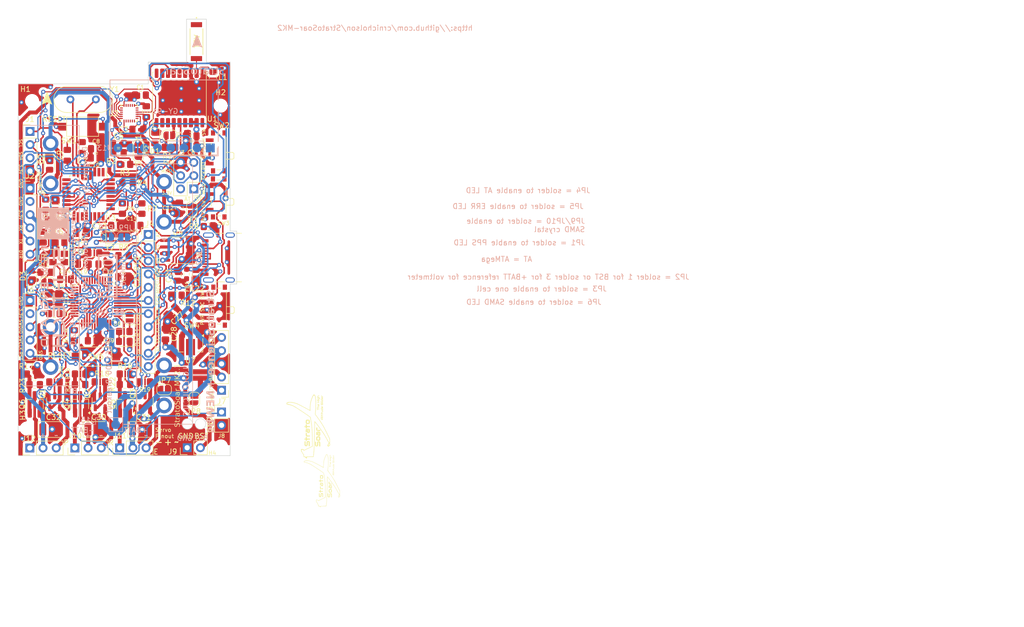
<source format=kicad_pcb>
(kicad_pcb (version 20240108) (generator "pcbnew") (generator_version "8.0")
  (layers (0 "F.Cu" signal) (1 "In1.Cu" power "Ground.Cu") (2 "In2.Cu" power "VCC.Cu") (31 "B.Cu" power) (34 "B.Paste" user) (35 "F.Paste" user) (36 "B.SilkS" user "B.Silkscreen") (37 "F.SilkS" user "F.Silkscreen") (38 "B.Mask" user) (39 "F.Mask" user) (44 "Edge.Cuts" user))
  (net 0 "")
  (net 1 "GND")
  (net 2 "RF")
  (net 3 "Net-(BT1-+)")
  (net 4 "Net-(BT1--)")
  (net 5 "-BATT")
  (net 6 "+3.3V")
  (net 7 "+5V")
  (net 8 "Net-(U2-REGOUT)")
  (net 9 "Net-(U3-AREF)")
  (net 10 "USB_IN")
  (net 11 "Net-(U6-VDDCORE)")
  (net 12 "+BATT")
  (net 13 "BST")
  (net 14 "XTAL1")
  (net 16 "XTAL2")
  (net 17 "Net-(D1-A)")
  (net 18 "Net-(D2-A)")
  (net 19 "Net-(D3-A)")
  (net 20 "Net-(D4-A)")
  (net 21 "Net-(C22-Pad1)")
  (net 22 "D+")
  (net 23 "D-")
  (net 24 "SWDIO")
  (net 25 "SWCLK")
  (net 26 "RESET")
  (net 27 "AT_MISO")
  (net 28 "AT_SCK")
  (net 29 "AT_MOSI")
  (net 30 "AT_RST")
  (net 31 "A3")
  (net 32 "A4")
  (net 33 "A5")
  (net 34 "MISO")
  (net 35 "MOSI")
  (net 36 "SCK")
  (net 37 "CS")
  (net 38 "Net-(J5-CC2)")
  (net 39 "AT_SCL")
  (net 40 "SDA")
  (net 41 "SCL")
  (net 42 "Net-(U5-OUTPUT)")
  (net 43 "pOut")
  (net 44 "AT_RX")
  (net 45 "AT_TX")
  (net 46 "Net-(J9-Pin_1)")
  (net 47 "rOut")
  (net 48 "Net-(J10-Pin_1)")
  (net 49 "eOut")
  (net 50 "Net-(J8-Pin_1)")
  (net 51 "Net-(JP3-A)")
  (net 52 "Net-(JP4-A)")
  (net 53 "Net-(J15-Pin_6)")
  (net 54 "Net-(JP5-A)")
  (net 55 "XIN")
  (net 56 "Net-(Q1-B)")
  (net 57 "pIn")
  (net 58 "Net-(JP1-A)")
  (net 59 "Net-(Q3-B)")
  (net 60 "rIn")
  (net 61 "Net-(JP1-B)")
  (net 62 "eIn")
  (net 63 "BATT")
  (net 64 "Net-(Q2-B)")
  (net 65 "pBJT")
  (net 66 "pFET")
  (net 67 "rBJT")
  (net 68 "eBJT")
  (net 69 "rFET")
  (net 70 "eFET")
  (net 71 "Net-(Q4-G)")
  (net 72 "Net-(U6-VDDANA)")
  (net 75 "Net-(SW2-B)")
  (net 79 "EXTINT")
  (net 86 "mcuConnTX")
  (net 87 "mcuConnRX")
  (net 88 "WRITE")
  (net 103 "Net-(JP7-A)")
  (net 113 "Net-(J5-CC1)")
  (net 116 "Net-(Q5-G)")
  (net 117 "Net-(Q6-G)")
  (net 118 "Net-(JP6-A)")
  (net 120 "AT_SDA")
  (net 125 "ERR_LED")
  (net 126 "LED")
  (net 127 "XOUT")
  (net 128 "Net-(JP8-C)")
  (footprint "Connector_PinHeader_2.54mm:PinHeader_1x11_P2.54mm_Vertical" (layer "F.Cu") (at 77.978 69.723)
    (property "Reference" "J4")
    (property "Value" "Signal")
  )
  (footprint "Jumper:SolderJumper-2_P1.3mm_Open_RoundedPad1.0x1.5mm" (layer "F.Cu") (at 86.868 101.473 -90)
    (property "Reference" "JP8")
    (property "Value" "VIN Config")
  )
  (footprint "Resistor_SMD:R_0805_2012Metric_Pad1.20x1.40mm_HandSolder" (layer "F.Cu") (at 77.307 98.08 180)
    (property "Reference" "R19")
    (property "Value" "10K")
  )
  (footprint "Package_TO_SOT_SMD:SOT-89-3" (layer "F.Cu") (at 86.106 90.963 -90)
    (property "Reference" "U7")
    (property "Value" "MCP1700x-330xxTT")
  )
  (footprint "Resistor_SMD:R_0603_1608Metric_Pad0.98x0.95mm_HandSolder" (layer "F.Cu") (at 85.344 77.328 -90)
    (property "Reference" "FB1")
    (property "Value" "BLM18AG121SN1D")
  )
  (footprint "Connector_PinHeader_2.54mm:PinHeader_1x03_P2.54mm_Vertical" (layer "F.Cu") (at 55.1942 110.7948 90)
    (property "Reference" "J12")
    (property "Value" "Parachute")
  )
  (footprint "Resistor_SMD:R_0805_2012Metric_Pad1.20x1.40mm_HandSolder" (layer "F.Cu") (at 72.25 54 180)
    (property "Reference" "R2")
    (property "Value" "1M")
  )
  (footprint "Capacitor_SMD:C_0805_2012Metric_Pad1.18x1.45mm_HandSolder" (layer "F.Cu") (at 68 53.25 180)
    (property "Reference" "C8")
    (property "Value" "100nF")
  )
  (footprint "Jumper:SolderJumper-2_P1.3mm_Open_RoundedPad1.0x1.5mm" (layer "F.Cu") (at 81.026 99.568)
    (property "Reference" "JP7")
    (property "Value" "GND Config")
  )
  (footprint "Resistor_SMD:R_0805_2012Metric_Pad1.20x1.40mm_HandSolder" (layer "F.Cu") (at 74 59.75 180)
    (property "Reference" "R4")
    (property "Value" "220")
  )
  (footprint "Capacitor_SMD:C_0805_2012Metric_Pad1.18x1.45mm_HandSolder" (layer "F.Cu") (at 86.219949 50.791 180)
    (property "Reference" "C4")
    (property "Value" "10uF")
  )
  (footprint "Button_Switch_SMD:SW_SPST_CK_RS282G05A3" (layer "F.Cu") (at 67.908 93.218 180)
    (property "Reference" "SW5")
    (property "Value" "RESET")
  )
  (footprint "Connector_PinHeader_2.54mm:PinHeader_1x02_P2.54mm_Vertical" (layer "F.Cu") (at 92.075 103.886)
    (property "Reference" "J8")
    (property "Value" "Button")
  )
  (footprint "Resistor_SMD:R_0805_2012Metric_Pad1.20x1.40mm_HandSolder" (layer "F.Cu") (at 64.861 98.588)
    (property "Reference" "R21")
    (property "Value" "10")
  )
  (footprint "Connector_PinHeader_2.54mm:PinHeader_1x05_P2.54mm_Vertical" (layer "F.Cu") (at 55.245 82.428)
    (property "Reference" "J6")
    (property "Value" "SWD")
  )
  (footprint "Capacitor_SMD:C_0805_2012Metric_Pad1.18x1.45mm_HandSolder" (layer "F.Cu") (at 57.75 70.25 -90)
    (property "Reference" "C16")
    (property "Value" "100nF")
  )
  (footprint "Crystal:Crystal_C26-LF_D2.1mm_L6.5mm_Horizontal" (layer "F.Cu") (at 68 71.25 90)
    (property "Reference" "Y2")
    (property "Value" "32.768kHz")
  )
  (footprint "LED_SMD:LED_0805_2012Metric_Pad1.15x1.40mm_HandSolder" (layer "F.Cu") (at 73.369 90.297 180)
    (property "Reference" "D4")
    (property "Value" "LED")
  )
  (footprint "Capacitor_SMD:C_0805_2012Metric_Pad1.18x1.45mm_HandSolder" (layer "F.Cu") (at 86.219949 52.696 180)
    (property "Reference" "C6")
    (property "Value" "100nF")
  )
  (footprint "Button_Switch_SMD:SW_SPDT_PCM12" (layer "F.Cu") (at 91.219 53.848 90)
    (property "Reference" "SW2")
    (property "Value" "EEPROM")
  )
  (footprint "Resistor_SMD:R_0805_2012Metric_Pad1.20x1.40mm_HandSolder" (layer "F.Cu") (at 68.671 98.08 180)
    (property "Reference" "R18")
    (property "Value" "10K")
  )
  (footprint "Capacitor_SMD:C_0805_2012Metric_Pad1.18x1.45mm_HandSolder" (layer "F.Cu") (at 60.8 71.25 180)
    (property "Reference" "C17")
    (property "Value" "100nF")
  )
  (footprint "Capacitor_SMD:C_0805_2012Metric_Pad1.18x1.45mm_HandSolder" (layer "F.Cu") (at 83.566 77.582 90)
    (property "Reference" "C21")
    (property "Value" "100nF")
  )
  (footprint "Jumper:SolderJumper-2_P1.3mm_Open_RoundedPad1.0x1.5mm" (layer "F.Cu") (at 74.385 85.725 90)
    (property "Reference" "JP6")
    (property "Value" "LED_EN")
  )
  (footprint "LED_SMD:LED_0805_2012Metric_Pad1.15x1.40mm_HandSolder" (layer "F.Cu") (at 55.5 77.725 90)
    (property "Reference" "D3")
    (property "Value" "ERR_LED")
  )
  (footprint "Capacitor_SMD:C_0805_2012Metric_Pad1.18x1.45mm_HandSolder" (layer "F.Cu") (at 73.242 77.851 180)
    (property "Reference" "C23")
    (property "Value" "100nF")
  )
  (footprint "Jumper:SolderJumper-2_P1.3mm_Open_RoundedPad1.0x1.5mm" (layer "F.Cu") (at 86.36 64.897 90)
    (property "Reference" "JP3")
    (property "Value" "ONE_CELL")
  )
  (footprint "Connector_PinHeader_2.54mm:PinHeader_1x06_P2.54mm_Vertical" (layer "F.Cu") (at 55.245 60.833)
    (property "Reference" "J2")
    (property "Value" "FTDI")
  )
  (footprint "Sensor_Motion:InvenSense_QFN-24_3x3mm_P0.4mm" (layer "F.Cu") (at 74.319 46.409 90)
    (property "Reference" "U2")
    (property "Value" "MPU-9250")
  )
  (footprint "Capacitor_SMD:C_0805_2012Metric_Pad1.18x1.45mm_HandSolder" (layer "F.Cu") (at 67.4 90.17 180)
    (property "Reference" "C29")
    (property "Value" "100nF")
  )
  (footprint "Connector_PinHeader_2.54mm:PinHeader_1x03_P2.54mm_Vertical" (layer "F.Cu") (at 72.481 110.78 90)
    (property "Reference" "J11")
    (property "Value" "Elevator")
  )
  (footprint "Capacitor_SMD:C_0805_2012Metric_Pad1.18x1.45mm_HandSolder" (layer "F.Cu") (at 76.4755 42.926)
    (property "Reference" "C1")
    (property "Value" "100nF")
  )
  (footprint "Jumper:SolderJumper-2_P1.3mm_Open_RoundedPad1.0x1.5mm" (layer "F.Cu") (at 59.25 67)
    (property "Reference" "JP4")
    (property "Value" "AT_LED_EN")
  )
  (footprint "Crystal:Crystal_SMD_Abracon_ABM8AIG-4Pin_3.2x2.5mm" (layer "F.Cu") (at 60.75 74.25 180)
    (property "Reference" "U5")
    (property "Value" "ATXK-H11-E-32.768")
  )
  (footprint "Inductor_SMD:L_0805_2012Metric_Pad1.15x1.40mm_HandSolder" (layer "F.Cu") (at 90.424 39.488 -90)
    (property "Reference" "L1")
    (property "Value" "33nH")
  )
  (footprint "Capacitor_SMD:C_0805_2012Metric_Pad1.18x1.45mm_HandSolder" (layer "F.Cu") (at 60.071 64 -90)
    (property "Reference" "C11")
    (property "Value" "100nF")
  )
  (footprint "Capacitor_SMD:C_0805_2012Metric_Pad1.18x1.45mm_HandSolder" (layer "F.Cu") (at 71.882 68)
    (property "Reference" "C13")
    (property "Value" "22pF")
  )
  (footprint "Resistor_SMD:R_0805_2012Metric_Pad1.20x1.40mm_HandSolder" (layer "F.Cu") (at 76.75 64.75 90)
    (property "Reference" "R7")
    (property "Value" "1.8K")
  )
  (footprint "LED_SMD:LED_0805_2012Metric_Pad1.15x1.40mm_HandSolder" (layer "F.Cu") (at 59 56.25 -90)
    (property "Reference" "D2")
    (property "Value" "AT_LED")
  )
  (footprint "LOGO" (layer "F.Cu") (at 111.379 117.094 90)
    (property "Reference" "G***" (hide yes))
    (property "Value" "LOGO" (hide yes))
  )
  (footprint "Capacitor_SMD:C_0805_2012Metric_Pad1.18x1.45mm_HandSolder" (layer "F.Cu") (at 65.25 53 90)
    (property "Reference" "C7")
    (property "Value" "22pF")
  )
  (footprint "Capacitor_SMD:C_0805_2012Metric_Pad1.18x1.45mm_HandSolder" (layer "F.Cu") (at 69.432 75.438)
    (property "Reference" "C20")
    (property "Value" "1uF")
  )
  (footprint "Capacitor_SMD:C_0805_2012Metric_Pad1.18x1.45mm_HandSolder" (layer "F.Cu") (at 75.438 68 180)
    (property "Reference" "C14")
    (property "Value" "22pF")
  )
  (footprint "Connector_PinHeader_2.54mm:PinHeader_1x04_P2.54mm_Vertical" (layer "F.Cu") (at 55.245 49.911)
    (property "Reference" "J1")
    (property "Value" "BME280")
  )
  (footprint "Jumper:SolderJumper-3_P1.3mm_Open_RoundedPad1.0x1.5mm_NumberLabels" (layer "F.Cu") (at 76.073 53.594 -90)
    (property "Reference" "JP2")
    (property "Value" "Voltmeter")
  )
  (footprint "Connector_PinHeader_2.54mm:PinHeader_1x02_P2.54mm_Vertical" (layer "F.Cu") (at 85.466 110.744 90)
    (property "Reference" "J9")
    (property "Value" "VIN")
  )
  (footprint "Package_TO_SOT_SMD:SC-59_Handsoldering" (layer "F.Cu") (at 64.861 102.398 90)
    (property "Reference" "Q4")
    (property "Value" "DMN1019USN-13")
  )
  (footprint "Package_QFP:TQFP-32_7x7mm_P0.8mm" (layer "F.Cu") (at 66.487 62 -90)
    (property "Reference" "U3")
    (property "Value" "ATmega328P-A")
  )
  (footprint "Package_QFP:TQFP-48_7x7mm_P0.5mm" (layer "F.Cu") (at 67.945 82.677)
    (property "Reference" "U6")
    (property "Value" "ATSAMD21G18A-A")
  )
  (footprint "MountingHole:MountingHole_2.2mm_M2" (layer "F.Cu") (at 55.626 44.069)
    (property "Reference" "H1")
    (property "Value" "MountingHole")
  )
  (footprint "Resistor_SMD:R_0805_2012Metric_Pad1.20x1.40mm_HandSolder" (layer "F.Cu") (at 83.4 81.407 180)
    (property "Reference" "R12")
    (property "Value" "5.1K")
  )
  (footprint "Capacitor_SMD:C_0805_2012Metric_Pad1.18x1.45mm_HandSolder" (layer "F.Cu") (at 75.9675 49.53)
    (property "Reference" "C3")
    (property "Value" "100nF")
  )
  (footprint "Resistor_SMD:R_0805_2012Metric_Pad1.20x1.40mm_HandSolder" (layer "F.Cu") (at 89.662 68.199)
    (property "Reference" "R8")
    (property "Value" "5.1K")
  )
  (footprint "Jumper:SolderJumper-2_P1.3mm_Open_RoundedPad1.0x1.5mm" (layer "F.Cu") (at 82.042 50.664 180)
    (property "Reference" "JP1")
    (property "Value" "PPS_EN")
  )
  (footprint "Resistor_SMD:R_0805_2012Metric_Pad1.20x1.40mm_HandSolder" (layer "F.Cu") (at 64.877 96.556 180)
    (property "Reference" "R15")
    (property "Value" "10K")
  )
  (footprint "Resistor_SMD:R_0805_2012Metric_Pad1.20x1.40mm_HandSolder" (layer "F.Cu") (at 73.497 98.588 180)
    (property "Reference" "R22")
    (property "Value" "10")
  )
  (footprint "Capacitor_SMD:C_0805_2012Metric_Pad1.18x1.45mm_HandSolder" (layer "F.Cu") (at 62.066 78.359)
    (property "Reference" "C24")
    (property "Value" "100pF")
  )
  (footprint "Capacitor_SMD:C_0805_2012Metric_Pad1.18x1.45mm_HandSolder" (layer "F.Cu") (at 72.25 52.25)
    (property "Reference" "C5")
    (property "Value" "1nF")
  )
  (footprint "Connector_PinHeader_2.54mm:PinHeader_1x05_P2.54mm_Vertical" (layer "F.Cu") (at 92.075 99.695 180)
    (property "Reference" "J7")
    (property "Value" "Power")
  )
  (footprint "Package_TO_SOT_SMD:SOT-23-3" (layer "F.Cu") (at 59.9948 101.9048 90)
    (property "Reference" "Q1")
    (property "Value" "2N3906")
  )
  (footprint "Resistor_SMD:R_0805_2012Metric_Pad1.20x1.40mm_HandSolder" (layer "F.Cu") (at 82.169 52.959 180)
    (property "Reference" "R1")
    (property "Value" "1K")
  )
  (footprint "Connector_PinHeader_2.54mm:PinHeader_2x03_P2.54mm_Vertical" (layer "F.Cu") (at 86.741 60.96 180)
    (property "Reference" "J3")
    (property "Value" "AT_ISP")
  )
  (footprint "Resistor_SMD:R_0805_2012Metric_Pad1.20x1.40mm_HandSolder" (layer "F.Cu") (at 73.369 88.392)
    (property "Reference" "R13")
    (property "Value" "1K")
  )
  (footprint "Connector_USB:USB_C_Receptacle_GCT_USB4105-xx-A_16P_TopMnt_Horizontal" (layer "F.Cu") (at 92.651 74.168 90)
    (property "Reference" "J5")
    (property "Value" "USB-C")
  )
  (footprint "Capacitor_SMD:C_0805_2012Metric_Pad1.18x1.45mm_HandSolder" (layer "F.Cu") (at 60.796 82.042 90)
    (property "Reference" "C26")
    (property "Value" "10uF")
  )
  (footprint "Resistor_SMD:R_0805_2012Metric_Pad1.20x1.40mm_HandSolder" (layer "F.Cu") (at 73.497 96.556 180)
    (property "Reference" "R16")
    (property "Value" "10K")
  )
  (footprint "Package_TO_SOT_SMD:SOT-23-3" (layer "F.Cu") (at 77.373 101.914 90)
    (property "Reference" "Q3")
    (property "Value" "2N3906")
  )
  (footprint "Capacitor_Tantalum_SMD:CP_EIA-3528-21_Kemet-B" (layer "F.Cu") (at 76.496 107.224)
    (property "Reference" "C31")
    (property "Value" "47uF")
  )
  (footprint "Capacitor_SMD:C_0805_2012Metric_Pad1.18x1.45mm_HandSolder" (layer "F.Cu") (at 83.947 64.643 -90)
    (property "Reference" "C12")
    (property "Value" "1uF")
  )
  (footprint "Capacitor_SMD:C_0805_2012Metric_Pad1.18x1.45mm_HandSolder" (layer "F.Cu") (at 77.597 46.101 90)
    (property "Reference" "C2")
    (property "Value" "10nF")
  )
  (footprint "Package_SO:SOIC-8_3.9x4.9mm_P1.27mm" (layer "F.Cu") (at 83.693 72.771 180)
    (property "Reference" "U4")
    (property "Value" "AT24C512C-SSHD-T")
  )
  (footprint "Resistor_SMD:R_0805_2012Metric_Pad1.20x1.40mm_HandSolder" (layer "F.Cu") (at 63.754 89.154 -90)
    (property "Reference" "R14")
    (property "Value" "220")
  )
  (footprint "Button_Switch_SMD:SW_SPST_CK_RS282G05A3" (layer "F.Cu") (at 65.350001 49 180)
    (property "Reference" "SW1")
    (property "Value" "AT_RESET")
  )
  (footprint "Capacitor_SMD:C_0805_2012Metric_Pad1.18x1.45mm_HandSolder" (layer "F.Cu") (at 87.122 77.582 -90)
    (property "Reference" "C22")
    (property "Value" "100nF")
  )
  (footprint "Resistor_SMD:R_0805_2012Metric_Pad1.20x1.40mm_HandSolder" (layer "F.Cu") (at 73.242 73.787)
    (property "Reference" "R9")
    (property "Value" "1.8K")
  )
  (footprint "Connector_PinHeader_2.54mm:PinHeader_1x03_P2.54mm_Vertical" (layer "F.Cu") (at 63.86 110.78 90)
    (property "Reference" "J10")
    (property "Value" "Rudder")
  )
  (footprint "Capacitor_SMD:C_0805_2012Metric_Pad1.18x1.45mm_HandSolder" (layer "F.Cu") (at 82.423 84.44 45)
    (property "Reference" "C27")
    (property "Value" "1uF")
  )
  (footprint "MountingHole:MountingHole_2.2mm_M2" (layer "F.Cu") (at 91.8972 44.958)
    (property "Reference" "H2")
    (property "Value" "MountingHole")
  )
  (footprint "Jumper:SolderJumper-2_P1.3mm_Open_RoundedPad1.0x1.5mm" (layer "F.Cu") (at 58.547 78.994)
    (property "Reference" "JP5")
    (property "Value" "ERR_LED_EN")
  )
  (footprint "Capacitor_SMD:C_0805_2012Metric_Pad1.18x1.45mm_HandSolder" (layer "F.Cu") (at 65.15 69.5)
    (property "Reference" "C15")
    (property "Value" "100nF")
  )
  (footprint "Crystal:Crystal_HC18-U_Vertical" (layer "F.Cu") (at 63 43.75)
    (property "Reference" "Y1")
    (property "Value" "8MHz")
  )
  (footprint "Inductor_SMD:L_0805_2012Metric_Pad1.15x1.40mm_HandSolder" (layer "F.Cu") (at 59.907 84.963)
    (property "Reference" "L2")
    (property "Value" "10uH")
  )
  (footprint "Resistor_SMD:R_0805_2012Metric_Pad1.20x1.40mm_HandSolder" (layer "F.Cu") (at 73 64.75 90)
    (property "Reference" "R6")
    (property "Value" "1.8K")
  )
  (footprint "MountingHole:MountingHole_2.2mm_M2" (layer "F.Cu") (at 54.61 107.061)
    (property "Reference" "H3")
    (property "Value" "MountingHole")
  )
  (footprint "LED_SMD:LED_0805_2012Metric_Pad1.15x1.40mm_HandSolder" (layer "F.Cu") (at 79.248 51.181 -90)
    (property "Reference" "D1")
    (property "Value" "LED")
  )
  (footprint "Package_TO_SOT_SMD:SC-59_Handsoldering" (layer "F.Cu") (at 73.497 102.398 90)
    (property "Reference" "Q5")
    (property "Value" "DMN1019USN-13")
  )
  (footprint "Resistor_SMD:R_0805_2012Metric_Pad1.20x1.40mm_HandSolder" (layer "F.Cu") (at 73.5 56.25 180)
    (property "Reference" "R3")
    (property "Value" "1M")
  )
  (footprint "Package_TO_SOT_SMD:SOT-23-3" (layer "F.Cu") (at 68.737 101.914 90)
    (property "Reference" "Q2")
    (property "Value" "2N3906")
  )
  (footprint "RF_GPS:ublox_MAX" (layer "F.Cu") (at 83.978949 43.476 90)
    (property "Reference" "U1")
    (property "Value" "MAX-M10S")
  )
  (footprint "Capacitor_SMD:C_0805_2012Metric_Pad1.18x1.45mm_HandSolder" (layer "F.Cu") (at 58.801 81.915 90)
    (property "Reference" "C25")
    (property "Value" "100nF")
  )
  (footprint "Capacitor_Tantalum_SMD:CP_EIA-3528-21_Kemet-B" (layer "F.Cu") (at 59.2328 107.2388)
    (property "Reference" "C32")
    (property "Value" "47uF")
  )
  (footprint "MountingHole:MountingHole_2.2mm_M2" (layer "F.Cu") (at 91.948 110.49)
    (property "Reference" "H4")
    (property "Value" "MountingHole")
  )
  (footprint "Capacitor_SMD:C_0805_2012Metric_Pad1.18x1.45mm_HandSolder" (layer "F.Cu") (at 65.495 75.438)
    (property "Reference" "C19")
    (property "Value" "100nF")
  )
  (footprint "Resistor_SMD:R_0805_2012Metric_Pad1.20x1.40mm_HandSolder" (layer "F.Cu") (at 73.242 75.819 180)
    (property "Reference" "R10")
    (property "Value" "1.8K")
  )
  (footprint "Resistor_SMD:R_0805_2012Metric_Pad1.20x1.40mm_HandSolder" (layer "F.Cu") (at 58.256 77)
    (property "Reference" "R11")
    (property "Value" "1K")
  )
  (footprint "Capacitor_SMD:C_0805_2012Metric_Pad1.18x1.45mm_HandSolder" (layer "F.Cu") (at 67.969 55 180)
    (property "Reference" "C10")
    (property "Value" "10uF")
  )
  (footprint "Capacitor_SMD:C_0805_2012Metric_Pad1.18x1.45mm_HandSolder" (layer "F.Cu") (at 81.28 88.885 90)
    (property "Reference" "C28")
    (property "Value" "1uF")
  )
  (footprint "Resistor_SMD:R_0805_2012Metric_Pad1.20x1.40mm_HandSolder" (layer "F.Cu") (at 55.626 96.5708 180)
    (property "Reference" "R17")
    (property "Value" "10K")
  )
  (footprint "1575AT43A0040E:ANT_1575AT_JOT-L" (layer "F.Cu") (at 87.249 32.639 -90)
    (property "Reference" "AE1")
    (property "Value" "1575AT43A0040001E")
  )
  (footprint "Button_Switch_SMD:SW_SPDT_PCM12" (layer "F.Cu") (at 91.28 83.518 90)
    (property "Reference" "SW4")
    (property "Value" "PWR_SW")
  )
  (footprint "Capacitor_Tantalum_SMD:CP_EIA-3528-21_Kemet-B" (layer "F.Cu") (at 67.909 107.224)
    (property "Reference" "C30")
    (property "Value" "47uF")
  )
  (footprint "Resistor_SMD:R_0805_2012Metric_Pad1.20x1.40mm_HandSolder" (layer "F.Cu") (at 59.944 98.0948 180)
    (property "Reference" "R20")
    (property "Value" "10K")
  )
  (footprint "Package_TO_SOT_SMD:SC-59_Handsoldering" (layer "F.Cu") (at 56.134 102.4128 90)
    (property "Reference" "Q6")
    (property "Value" "DMN1019USN-13")
  )
  (footprint "Capacitor_SMD:C_0805_2012Metric_Pad1.18x1.45mm_HandSolder" (layer "F.Cu") (at 67.5055 73.279)
    (property "Reference" "C18")
    (property "Value" "10uF")
  )
  (footprint "Button_Switch_SMD:SW_SPDT_PCM12" (layer "F.Cu") (at 91.204 62.705 90)
    (property "Reference" "SW3")
    (property "Value" "AAA")
  )
  (footprint "Capacitor_SMD:C_0805_2012Metric_Pad1.18x1.45mm_HandSolder" (layer "F.Cu") (at 62.4 54.5 -90)
    (property "Reference" "C9")
    (property "Value" "22pF")
  )
  (footprint "Resistor_SMD:R_0805_2012Metric_Pad1.20x1.40mm_HandSolder" (layer "F.Cu") (at 56.134 98.6028)
    (property "Reference" "R23")
    (property "Value" "10")
  )
  (footprint "Resistor_SMD:R_0805_2012Metric_Pad1.20x1.40mm_HandSolder" (layer "F.Cu") (at 58.25 64 -90)
    (property "Reference" "R5")
    (property "Value" "1K")
  )
  (footprint "Connector_PinHeader_2.54mm:1x02_SMD_Pads" (layer "B.Cu") (at 70.443 106.299)
    (property "Reference" "J15")
    (property "Value" "VIN")
  )
  (footprint "LOGO" (layer "B.Cu") (at 59.674569 78.263386 -90)
    (property "Reference" "G***" (hide yes))
    (property "Value" "LOGO" (hide yes))
  )
  (footprint "Battery:BatteryHolder_BK-82" (layer "B.Cu") (at 59.2 73.79 -90)
    (property "Reference" "BT1")
    (property "Value" "AAA")
  )
  (footprint "Connector_PinHeader_2.54mm:1x08_SMD_Pads" (layer "B.Cu") (at 81.026 53.086)
    (property "Reference" "J13")
    (property "Value" "GY-91")
  )
  (footprint "Jumper:SolderJumper-2_P1.3mm_Open_RoundedPad1.0x1.5mm" (layer "B.Cu") (at 73.35 70.25 180)
    (property "Reference" "JP9")
    (property "Value" "XO_EN")
  )
  (footprint "Connector_PinHeader_2.54mm:1x02_SMD_Pads" (layer "B.Cu") (at 70.448 86.614)
    (property "Reference" "J14")
    (property "Value" "VOUT")
  )
  (footprint "Battery:BatteryHolder_BK-82" (layer "B.Cu") (at 81.026 81.1784 -90)
    (property "Reference" "BT2")
    (property "Value" "AAA")
  )
  (footprint "Jumper:SolderJumper-2_P1.3mm_Open_RoundedPad1.0x1.5mm" (layer "B.Cu") (at 70.25 70.25 180)
    (property "Reference" "JP10")
    (property "Value" "XO_EN")
  )
  (footprint "LOGO" (layer "B.Cu") (at 70.739 77.724 -90)
    (property "Reference" "G***" (hide yes))
    (property "Value" "LOGO" (hide yes))
  )
  (gr_line (start 75.75 86.75) (end 73.25 86.75) (stroke (width 0.15)) (layer "B.SilkS"))
  (gr_line (start 75.75 86.75) (end 75.75 106.25) (stroke (width 0.15)) (layer "B.SilkS"))
  (gr_line (start 64.75 106.25) (end 64.75 86.75) (stroke (width 0.15)) (layer "B.SilkS"))
  (gr_line (start 64.75 86.75) (end 67.75 86.75) (stroke (width 0.15)) (layer "B.SilkS"))
  (gr_poly (pts (xy 88.265 33.655) (xy 87.35126 31.44462) (xy 86.487 33.655) (xy 87.376 33.274)) (stroke (width 0.15)) (fill solid) (layer "B.SilkS"))
  (gr_line (start 75.75 106.25) (end 73.25 106.25) (stroke (width 0.15)) (layer "B.SilkS"))
  (gr_line (start 67.6 106.25) (end 64.75 106.25) (stroke (width 0.15)) (layer "B.SilkS"))
  (gr_rect (start 70.612 40.005) (end 91.44 54.61) (stroke (width 0.15)) (fill none) (layer "B.SilkS"))
  (gr_line (start 105.396453 102.010879) (end 105.295916 102.004421) (stroke (width 0.09115)) (layer "F.SilkS"))
  (gr_line (start 111.324268 106.078733) (end 111.078579 105.70477) (stroke (width 0.09115)) (layer "F.SilkS"))
  (gr_line (start 109.430384 101.302015) (end 109.384379 101.428786) (stroke (width 0.09115)) (layer "F.SilkS"))
  (gr_line (start 112.743883 110.382227) (end 112.770372 110.355669) (stroke (width 0.09115)) (layer "F.SilkS"))
  (gr_line (start 112.567601 110.416829) (end 112.571501 110.423171) (stroke (width 0.09115)) (layer "F.SilkS"))
  (gr_line (start 107.908855 112.463913) (end 108.159526 112.475311) (stroke (width 0.09115)) (layer "F.SilkS"))
  (gr_line (start 109.384379 101.428786) (end 109.340325 101.560009) (stroke (width 0.09115)) (layer "F.SilkS"))
  (gr_line (start 110.021339 100.729698) (end 109.990181 100.679143) (stroke (width 0.09115)) (layer "F.SilkS"))
  (gr_line (start 109.134552 102.513461) (end 109.121242 102.646424) (stroke (width 0.09115)) (layer "F.SilkS"))
  (gr_line (start 105.295916 102.004421) (end 105.199336 102.00196) (stroke (width 0.09115)) (layer "F.SilkS"))
  (gr_poly (pts (xy 111.48084 101.406047) (xy 111.4855 101.406122) (xy 111.490046 101.406346) (xy 111.494477 101.40672) (xy 111.498794 101.407244) (xy 111.502997 101.407917) (xy 111.507085 101.408739) (xy 111.511059 101.409711) (xy 111.514919 101.410833) (xy 111.518597 101.412078) (xy 111.52217 101.413419) (xy 111.525638 101.414858) (xy 111.529 101.416394) (xy 111.532256 101.418027) (xy 111.535407 101.419757) (xy 111.538452 101.421584) (xy 111.541393 101.423507) (xy 111.542789 101.424503) (xy 111.54416 101.425519) (xy 111.545508 101.426554) (xy 111.546831 101.427609) (xy 111.54813 101.428684) (xy 111.549405 101.429779) (xy 111.550656 101.430893) (xy 111.551883 101.432027) (xy 111.553085 101.433181) (xy 111.554263 101.434355) (xy 111.555417 101.435549) (xy 111.556547 101.436762) (xy 111.557653 101.437995) (xy 111.558734 101.439247) (xy 111.559792 101.44052) (xy 111.560825 101.441812) (xy 111.562753 101.444435) (xy 111.564593 101.447093) (xy 111.566345 101.449786) (xy 111.568009 101.452514) (xy 111.569584 101.455277) (xy 111.571072 101.458076) (xy 111.572471 101.46091) (xy 111.573781 101.463779) (xy 111.575009 101.466605) (xy 111.576158 101.469449) (xy 111.577227 101.472309) (xy 111.578217 101.475188) (xy 111.579128 101.478083) (xy 111.579959 101.480996) (xy 111.580711 101.483927) (xy 111.581384 101.486875) (xy 111.581912 101.489744) (xy 111.58237 101.492579) (xy 111.582757 101.495378) (xy 111.583074 101.498141) (xy 111.583321 101.50087) (xy 111.583497 101.503563) (xy 111.583603 101.506221) (xy 111.583638 101.508844) (xy 111.583638 101.640936) (xy 111.583564 101.645591) (xy 111.583339 101.650124) (xy 111.582965 101.654533) (xy 111.582442 101.658819) (xy 111.581769 101.662982) (xy 111.580946 101.667022) (xy 111.579974 101.670939) (xy 111.578853 101.674732) (xy 111.577608 101.678411) (xy 111.576266 101.681984) (xy 111.574827 101.685451) (xy 111.573291 101.688814) (xy 111.571658 101.69207) (xy 111.569929 101.695221) (xy 111.568102 101.698266) (xy 111.566179 101.701206) (xy 111.565149 101.702602) (xy 111.564102 101.703974) (xy 111.563037 101.705322) (xy 111.561955 101.706645) (xy 111.560855 101.707945) (xy 111.559737 101.70922) (xy 111.558601 101.710471) (xy 111.557448 101.711697) (xy 111.556278 101.7129) (xy 111.555089 101.714078) (xy 111.553884 101.715232) (xy 111.55266 101.716362) (xy 111.551419 101.717468) (xy 111.55016 101.718549) (xy 111.548884 101.719607) (xy 111.54759 101.72064) (xy 111.544971 101.722568) (xy 111.542327 101.724408) (xy 111.539656 101.72616) (xy 111.536959 101.727823) (xy 111.534235 101.729399) (xy 111.531485 101.730886) (xy 111.528708 101.732286) (xy 111.525905 101.733596) (xy 111.523018 101.734824) (xy 111.52013 101.735973) (xy 111.517243 101.737042) (xy 111.514356 101.738032) (xy 111.511469 101.738943) (xy 111.508582 101.739774) (xy 111.505696 101.740525) (xy 111.502809 101.741197) (xy 111.499878 101.741726) (xy 111.497 101.742184) (xy 111.494174 101.742571) (xy 111.491402 101.742888) (xy 111.488682 101.743135) (xy 111.486015 101.743311) (xy 111.483401 101.743417) (xy 111.48084 101.743452) (xy 111.381702 101.743452) (xy 111.378215 101.743412) (xy 111.374797 101.743293) (xy 111.371447 101.743095) (xy 111.368165 101.742818) (xy 111.364952 101.742461) (xy 111.361806 101.742026) (xy 111.358729 101.741511) (xy 111.35572 101.740916) (xy 111.352779 101.740243) (xy 111.349906 101.73949) (xy 111.347102 101.738658) (xy 111.344366 101.737747) (xy 111.341698 101.736756) (xy 111.339098 101.735686) (xy 111.336567 101.734537) (xy 111.334104 101.733308) (xy 111.331669 101.731987) (xy 111.329294 101.730629) (xy 111.326978 101.729233) (xy 111.324722 101.727799) (xy 111.322524 101.726328) (xy 111.320387 101.72482) (xy 111.318309 101.723274) (xy 111.31629 101.721691) (xy 111.31433 101.720071) (xy 111.31243 101.718413) (xy 111.31059 101.716717) (xy 111.308809 101.714985) (xy 111.307087 101.713214) (xy 111.305424 101.711407) (xy 111.303821 101.709562) (xy 111.302278 101.707679) (xy 111.300756 101.705733) (xy 111.29929 101.703767) (xy 111.297879 101.701782) (xy 111.296522 101.699776) (xy 111.295221 101.69775) (xy 111.293974 101.695705) (xy 111.292783 101.69364) (xy 111.291646 101.691555) (xy 111.290565 101.68945) (xy 111.289538 101.687326) (xy 111.288567 101.685182) (xy 111.28765 101.683018) (xy 111.286789 101.680834) (xy 111.285982 101.67863) (xy 111.28523 101.676407) (xy 111.284534 101.674163) (xy 111.28328 101.669701) (xy 111.282193 101.665327) (xy 111.281274 101.661041) (xy 111.280522 101.656843) (xy 111.279937 101.652733) (xy 111.27952 101.64871) (xy 111.279269 101.644776) (xy 111.279186 101.64093) (xy 111.279186 101.508838) (xy 111.352413 101.508838) (xy 111.352413 101.640365) (xy 111.352442 101.642168) (xy 111.352531 101.643917) (xy 111.35268 101.64561) (xy 111.352888 101.647248) (xy 111.353155 101.648831) (xy 111.353482 101.650359) (xy 111.353868 101.651832) (xy 111.354313 101.65325) (xy 111.354818 101.654613) (xy 111.355383 101.655921) (xy 111.356006 101.657174) (xy 111.356689 101.658372) (xy 111.357432 101.659515) (xy 111.358234 101.660603) (xy 111.359095 101.661636) (xy 111.360015 101.662614) (xy 111.360959 101.663535) (xy 111.361957 101.664396) (xy 111.36301 101.665198) (xy 111.364118 101.66594) (xy 111.365281 101.666623) (xy 111.366499 101.667247) (xy 111.367772 101.667811) (xy 111.3691 101.668316) (xy 111.370482 101.668762) (xy 111.37192 101.669148) (xy 111.373413 101.669475) (xy 111.374961 101.669742) (xy 111.376563 101.66995) (xy 111.378221 101.670098) (xy 111.379934 101.670187) (xy 111.381702 101.670217) (xy 111.480275 101.670217) (xy 111.482113 101.670189) (xy 111.483893 101.670103) (xy 111.485616 101.66996) (xy 111.487282 101.669759) (xy 111.48889 101.669502) (xy 111.490441 101.669187) (xy 111.491935 101.668815) (xy 111.493372 101.668386) (xy 111.494752 101.667899) (xy 111.496074 101.667356) (xy 111.497339 101.666755) (xy 111.498547 101.666096) (xy 111.499698 101.665381) (xy 111.500791 101.664608) (xy 111.501828 101.663778) (xy 111.502807 101.662891) (xy 111.503727 101.661914) (xy 111.504589 101.660885) (xy 111.50539 101.659803) (xy 111.506133 101.658667) (xy 111.506816 101.657479) (xy 111.50744 101.656239) (xy 111.508004 101.654945) (xy 111.508509 101.653598) (xy 111.508954 101.652199) (xy 111.50934 101.650747) (xy 111.509667 101.649242) (xy 111.509934 101.647684) (xy 111.510142 101.646073) (xy 111.510291 101.64441) (xy 111.51038 101.642693) (xy 111.51041 101.640924) (xy 111.51041 101.508831) (xy 111.51038 101.506995) (xy 111.510291 101.505218) (xy 111.510142 101.503501) (xy 111.509934 101.501843) (xy 111.509667 101.500244) (xy 111.50934 101.498705) (xy 111.508954 101.497225) (xy 111.508509 101.495805) (xy 111.508004 101.494444) (xy 111.50744 101.493142) (xy 111.506816 101.4919) (xy 111.506133 101.490718) (xy 111.50539 101.489595) (xy 111.504589 101.488531) (xy 111.503727 101.487526) (xy 111.502807 101.486581) (xy 111.50183 101.485694) (xy 111.500801 101.484864) (xy 111.499719 101.484091) (xy 111.498583 101.483376) (xy 111.497395 101.482718) (xy 111.496155 101.482117) (xy 111.494861 101.481573) (xy 111.493514 101.481087) (xy 111.492115 101.480657) (xy 111.490663 101.480285) (xy 111.489158 101.479971) (xy 111.4876 101.479713) (xy 111.485989 101.479513) (xy 111.484326 101.47937) (xy 111.482609 101.479284) (xy 111.48084 101.479255) (xy 111.150471 101.479255) (xy 111.150471 101.40603)) (stroke (width 0.012016)) (fill solid) (layer "F.SilkS"))
  (gr_poly (pts (xy 111.546745 103.57724) (xy 111.547726 103.577251) (xy 111.548699 103.577284) (xy 111.549663 103.577339) (xy 111.550618 103.577416) (xy 111.551564 103.577515) (xy 111.552502 103.577636) (xy 111.553431 103.577779) (xy 111.55435 103.577944) (xy 111.555261 103.578131) (xy 111.556164 103.57834) (xy 111.557057 103.578571) (xy 111.557942 103.578824) (xy 111.558817 103.5791) (xy 111.559684 103.579397) (xy 111.560542 103.579716) (xy 111.561391 103.580057) (xy 111.56223 103.580418) (xy 111.563055 103.580797) (xy 111.563867 103.581193) (xy 111.564666 103.581607) (xy 111.565452 103.582038) (xy 111.566224 103.582487) (xy 111.566983 103.582954) (xy 111.567729 103.583438) (xy 111.568462 103.58394) (xy 111.569182 103.58446) (xy 111.569888 103.584997) (xy 111.570581 103.585551) (xy 111.571261 103.586124) (xy 111.571927 103.586713) (xy 111.572581 103.587321) (xy 111.573221 103.587946) (xy 111.573811 103.588551) (xy 111.574386 103.589173) (xy 111.574945 103.58981) (xy 111.57549 103.590462) (xy 111.576019 103.591129) (xy 111.576532 103.591812) (xy 111.57703 103.592511) (xy 111.577513 103.593225) (xy 111.57798 103.593954) (xy 111.578432 103.594699) (xy 111.578869 103.59546) (xy 111.57929 103.596236) (xy 111.579696 103.597027) (xy 111.580087 103.597834) (xy 111.580462 103.598656) (xy 111.580821 103.599494) (xy 111.581163 103.600307) (xy 111.581482 103.60113) (xy 111.581779 103.601961) (xy 111.582054 103.602802) (xy 111.582308 103.603651) (xy 111.582539 103.604509) (xy 111.582748 103.605376) (xy 111.582935 103.606251) (xy 111.583101 103.607136) (xy 111.583244 103.608029) (xy 111.583365 103.608932) (xy 111.583464 103.609843) (xy 111.583541 103.610763) (xy 111.583596 103.611691) (xy 111.583629 103.612629) (xy 111.58364 103.613576) (xy 111.58364 103.779182) (xy 111.583592 103.782593) (xy 111.583447 103.786065) (xy 111.583205 103.789599) (xy 111.582866 103.793195) (xy 111.582431 103.796852) (xy 111.581899 103.80057) (xy 111.58127 103.80435) (xy 111.580545 103.808192) (xy 111.579714 103.81199) (xy 111.578769 103.815778) (xy 111.577709 103.819559) (xy 111.576534 103.82333) (xy 111.575245 103.827093) (xy 111.573841 103.830847) (xy 111.572322 103.834592) (xy 111.570689 103.838328) (xy 111.568877 103.842047) (xy 111.566958 103.845739) (xy 111.564934 103.849405) (xy 111.562804 103.853044) (xy 111.560568 103.856657) (xy 111.558226 103.860243) (xy 111.555779 103.863803) (xy 111.553226 103.867337) (xy 111.551871 103.869049) (xy 111.550483 103.870734) (xy 111.549063 103.872393) (xy 111.547609 103.874025) (xy 111.546123 103.875631) (xy 111.544603 103.877211) (xy 111.543051 103.878764) (xy 111.541466 103.880291) (xy 111.539847 103.881792) (xy 111.538196 103.883266) (xy 111.536512 103.884714) (xy 111.534795 103.886136) (xy 111.533045 103.887531) (xy 111.531262 103.888899) (xy 111.529446 103.890241) (xy 111.527597 103.891557) (xy 111.525678 103.892844) (xy 111.523725 103.894101) (xy 111.521736 103.895326) (xy 111.519711 103.896521) (xy 111.517652 103.897685) (xy 111.515557 103.898818) (xy 111.511262 103.900992) (xy 111.506826 103.903043) (xy 111.502249 103.904971) (xy 111.497532 103.906775) (xy 111.492673 103.908456) (xy 111.490189 103.909207) (xy 111.487666 103.90991) (xy 111.485102 103.910563) (xy 111.4825 103.911169) (xy 111.477175 103.912234) (xy 111.471691 103.913106) (xy 111.466049 103.913784) (xy 111.460249 103.914268) (xy 111.45429 103.914559) (xy 111.448173 103.914655) (xy 111.279187 103.914655) (xy 111.279187 103.841427) (xy 111.448173 103.841427) (xy 111.449957 103.841409) (xy 111.45172 103.841353) (xy 111.453461 103.841259) (xy 111.455179 103.841128) (xy 111.456876 103.84096) (xy 111.45855 103.840755) (xy 111.460203 103.840512) (xy 111.461833 103.840232) (xy 111.463441 103.839914) (xy 111.465028 103.839559) (xy 111.466592 103.839166) (xy 111.468135 103.838737) (xy 111.469655 103.83827) (xy 111.471153 103.837765) (xy 111.47263 103.837223) (xy 111.474084 103.836644) (xy 111.47548 103.835997) (xy 111.476852 103.835323) (xy 111.4782 103.834623) (xy 111.479524 103.833897) (xy 111.480823 103.833144) (xy 111.482098 103.832365) (xy 111.483349 103.83156) (xy 111.484576 103.830728) (xy 111.485778 103.82987) (xy 111.486957 103.828985) (xy 111.488111 103.828075) (xy 111.489241 103.827138) (xy 111.490346 103.826174) (xy 111.491428 103.825184) (xy 111.492485 103.824168) (xy 111.493518 103.823126) (xy 111.494525 103.822058) (xy 111.495502 103.820968) (xy 111.496452 103.819857) (xy 111.497372 103.818723) (xy 111.498264 103.817568) (xy 111.499128 103.816391) (xy 111.499963 103.815191) (xy 111.500769 103.81397) (xy 111.501547 103.812727) (xy 111.502297 103.811462) (xy 111.503017 103.810175) (xy 111.503709 103.808866) (xy 111.504373 103.807535) (xy 111.505008 103.806182) (xy 111.505615 103.804807) (xy 111.506193 103.80341) (xy 111.506704 103.80196) (xy 111.507182 103.800497) (xy 111.507627 103.799021) (xy 111.508039 103.797531) (xy 111.508418 103.796028) (xy 111.508764 103.794512) (xy 111.509078 103.792983) (xy 111.509358 103.791441) (xy 111.509605 103.789885) (xy 111.50982 103.788316) (xy 111.510001 103.786734) (xy 111.51015 103.785139) (xy 111.510265 103.78353) (xy 111.510347 103.781909) (xy 111.510397 103.780274) (xy 111.510413 103.778626) (xy 111.510413 103.650478) (xy 111.279182 103.650478) (xy 111.279182 103.577251)) (stroke (width 0.012016)) (fill solid) (layer "F.SilkS"))
  (gr_line (start 112.548555 110.281826) (end 112.546862 110.294699) (stroke (width 0.09115)) (layer "F.SilkS"))
  (gr_line (start 108.380464 112.708009) (end 108.391081 112.709311) (stroke (width 0.09115)) (layer "F.SilkS"))
  (gr_line (start 106.851054 102.399833) (end 106.764203 102.36014) (stroke (width 0.09115)) (layer "F.SilkS"))
  (gr_line (start 109.172284 102.240124) (end 109.151442 102.377643) (stroke (width 0.09115)) (layer "F.SilkS"))
  (gr_line (start 110.765162 106.685916) (end 110.945984 106.934009) (stroke (width 0.09115)) (layer "F.SilkS"))
  (gr_poly (pts (xy 108.222606 109.545456) (xy 108.222606 110.15187) (xy 108.222726 110.158123) (xy 108.223087 110.164205) (xy 108.223689 110.170115) (xy 108.224531 110.175854) (xy 108.225614 110.181422) (xy 108.226938 110.186818) (xy 108.228502 110.192043) (xy 108.230307 110.197096) (xy 108.232352 110.201979) (xy 108.234638 110.206689) (xy 108.237165 110.211229) (xy 108.239932 110.215596) (xy 108.24294 110.219793) (xy 108.246188 110.223818) (xy 108.249677 110.227671) (xy 108.253406 110.231353) (xy 108.257333 110.234756) (xy 108.261416 110.237938) (xy 108.265654 110.240902) (xy 108.270048 110.243646) (xy 108.274598 110.24617) (xy 108.279303 110.248475) (xy 108.284163 110.250561) (xy 108.289179 110.252427) (xy 108.294351 110.254073) (xy 108.299677 110.2555) (xy 108.30516 110.256708) (xy 108.310798 110.257696) (xy 108.316591 110.258464) (xy 108.32254 110.259013) (xy 108.328644 110.259343) (xy 108.334903 110.259452) (xy 108.341244 110.259343) (xy 108.347419 110.259013) (xy 108.353428 110.258464) (xy 108.35927 110.257696) (xy 108.364946 110.256708) (xy 108.370456 110.2555) (xy 108.375799 110.254073) (xy 108.380976 110.252427) (xy 108.385987 110.250561) (xy 108.390831 110.248475) (xy 108.395508 110.24617) (xy 108.40002 110.243646) (xy 108.404364 110.240902) (xy 108.408543 110.237938) (xy 108.412555 110.234756) (xy 108.4164 110.231353) (xy 108.419973 110.22767) (xy 108.423315 110.223816) (xy 108.426427 110.21979) (xy 108.429308 110.215593) (xy 108.431958 110.211225) (xy 108.434379 110.206686) (xy 108.436568 110.201975) (xy 108.438527 110.197094) (xy 108.440256 110.192041) (xy 108.441754 110.186816) (xy 108.443022 110.18142) (xy 108.444059 110.175853) (xy 108.444866 110.170115) (xy 108.445442 110.164205) (xy 108.445788 110.158123) (xy 108.445903 110.15187) (xy 108.445903 109.740707) (xy 108.446153 109.733458) (xy 108.446618 109.726103) (xy 108.447297 109.718641) (xy 108.448191 109.711072) (xy 108.449299 109.703396) (xy 108.450621 109.695613) (xy 108.452156 109.687723) (xy 108.453906 109.679725) (xy 108.455782 109.671683) (xy 108.457908 109.663662) (xy 108.460283 109.655664) (xy 108.462908 109.647688) (xy 108.465783 109.639734) (xy 108.468908 109.631802) (xy 108.472284 109.623892) (xy 108.47591 109.616005) (xy 108.479791 109.608007) (xy 108.483935 109.600117) (xy 108.488341 109.592334) (xy 108.493009 109.584658) (xy 108.49794 109.577089) (xy 108.503133 109.569627) (xy 108.508589 109.562272) (xy 108.514308 109.555023) (xy 108.517171 109.551452) (xy 108.52011 109.547935) (xy 108.523125 109.544471) (xy 108.526215 109.541061) (xy 108.529381 109.537704) (xy 108.532622 109.534401) (xy 108.53594 109.531152) (xy 108.539333 109.527956) (xy 108.542802 109.524813) (xy 108.546347 109.521724) (xy 108.549967 109.518688) (xy 108.553664 109.515706) (xy 108.557436 109.512777) (xy 108.561285 109.509901) (xy 108.565209 109.507079) (xy 108.569209 109.50431) (xy 108.573273 109.501521) (xy 108.577412 109.498807) (xy 108.581626 109.496167) (xy 108.585916 109.493603) (xy 108.590282 109.491114) (xy 108.594724 109.488699) (xy 108.599241 109.48636) (xy 108.603834 109.484095) (xy 108.608503 109.481906) (xy 108.613248 109.479791) (xy 108.618068 109.477752) (xy 108.622964 109.475788) (xy 108.627936 109.473898) (xy 108.632983 109.472084) (xy 108.638107 109.470345) (xy 108.643306 109.468681) (xy 108.648574 109.467104) (xy 108.653927 109.465629) (xy 108.659365 109.464255) (xy 108.664888 109.462983) (xy 108.67619 109.460745) (xy 108.687831 109.458913) (xy 108.699813 109.457489) (xy 108.712136 109.456472) (xy 108.724799 109.455861) (xy 108.737804 109.455658) (xy 108.737583 109.455642) (xy 108.750598 109.455857) (xy 108.763295 109.456499) (xy 108.775672 109.45757) (xy 108.787731 109.459069) (xy 108.799472 109.460996) (xy 108.810894 109.463351) (xy 108.821997 109.466134) (xy 108.832782 109.469345) (xy 108.843083 109.47274) (xy 108.853084 109.476413) (xy 108.862784 109.480364) (xy 108.872184 109.484594) (xy 108.881284 109.489102) (xy 108.890083 109.493888) (xy 108.898581 109.498952) (xy 108.90678 109.504295) (xy 108.91078 109.507065) (xy 108.914704 109.509895) (xy 108.918553 109.512783) (xy 108.922325 109.51573) (xy 108.926022 109.518737) (xy 108.929642 109.521802) (xy 108.933187 109.524926) (xy 108.936656 109.528109) (xy 108.940049 109.531351) (xy 108.943367 109.534652) (xy 108.946608 109.538012) (xy 108.949774 109.541431) (xy 108.952864 109.544908) (xy 108.955879 109.548445) (xy 108.958818 109.55204) (xy 108.961681 109.555694) (xy 108.967203 109.563094) (xy 108.972468 109.570557) (xy 108.977478 109.578085) (xy 108.98223 109.585676) (xy 108.986727 109.593331) (xy 108.990968 109.601049) (xy 108.994954 109.608831) (xy 108.998683 109.616676) (xy 109.002142 109.624577) (xy 109.005369 109.63252) (xy 109.008366 109.640507) (xy 109.011133 109.648536) (xy 109.013668 109.656609) (xy 109.015972 109.664724) (xy 109.018044 109.672882) (xy 109.019885 109.681083) (xy 109.021527 109.689081) (xy 109.02295 109.696971) (xy 109.024153 109.704754) (xy 109.025138 109.71243) (xy 109.025904 109.719999) (xy 109.026451 109.727461) (xy 109.02678 109.734816) (xy 109.026889 109.742065) (xy 109.026889 110.429329) (xy 108.84872 110.429329) (xy 108.84872 109.742057) (xy 108.848602 109.735724) (xy 108.84825 109.729573) (xy 108.847662 109.723604) (xy 108.846839 109.717817) (xy 108.845781 109.712213) (xy 108.844487 109.70679) (xy 108.842959 109.701549) (xy 108.841195 109.696491) (xy 108.839197 109.691614) (xy 108.836963 109.68692) (xy 108.834494 109.682408) (xy 108.83179 109.678077) (xy 108.828851 109.673929) (xy 108.825676 109.669962) (xy 108.822267 109.666177) (xy 108.818622 109.662574) (xy 108.814767 109.659089) (xy 108.810752 109.655829) (xy 108.806576 109.652793) (xy 108.802241 109.649983) (xy 108.797745 109.647397) (xy 108.79309 109.645037) (xy 108.788274 109.642901) (xy 108.783298 109.64099) (xy 108.778162 109.639304) (xy 108.772865 109.637843) (xy 108.767408 109.636606) (xy 108.761791 109.635595) (xy 108.756014 109.634808) (xy 108.750076 109.634246) (xy 108.743978 109.633909) (xy 108.73772 109.633796) (xy 108.731634 109.633915) (xy 108.725672 109.634271) (xy 108.719835 109.634865) (xy 108.716964 109.635251) (xy 108.714123 109.635696) (xy 108.711314 109.636201) (xy 108.708536 109.636765) (xy 108.705789 109.637388) (xy 108.703073 109.638071) (xy 108.700389 109.638813) (xy 108.697736 109.639614) (xy 108.695114 109.640475) (xy 108.692523 109.641395) (xy 108.68997 109.642371) (xy 108.687459 109.6434) (xy 108.684992 109.644481) (xy 108.682567 109.645615) (xy 108.680185 109.646802) (xy 108.677847 109.648041) (xy 108.675551 109.649332) (xy 108.673298 109.650676) (xy 108.671088 109.652073) (xy 108.668922 109.653522) (xy 108.666798 109.655024) (xy 108.664717 109.656579) (xy 108.66268 109.658186) (xy 108.660685 109.659845) (xy 108.658734 109.661557) (xy 108.656825 109.663322) (xy 108.654976 109.665061) (xy 108.653179 109.666854) (xy 108.651435 109.6687) (xy 108.649743 109.670601) (xy 108.648103 109.672554) (xy 108.646516 109.674562) (xy 108.644981 109.676623) (xy 108.643499 109.678737) (xy 108.642069 109.680906) (xy 108.640691 109.683128) (xy 108.639366 109.685403) (xy 108.638093 109.687732) (xy 108.636872 109.690115) (xy 108.635704 109.692552) (xy 108.634589 109.695042) (xy 108.633525 109.697586) (xy 108.632556 109.700088) (xy 108.63165 109.702628) (xy 108.630806 109.705205) (xy 108.630025 109.70782) (xy 108.629306 109.710472) (xy 108.628649 109.713162) (xy 108.628055 109.715889) (xy 108.627524 109.718654) (xy 108.627055 109.721457) (xy 108.626648 109.724297) (xy 108.626304 109.727175) (xy 108.626023 109.73009) (xy 108.625804 109.733043) (xy 108.625647 109.736033) (xy 108.625553 109.739061) (xy 108.625522 109.742126) (xy 108.625522 110.15187) (xy 108.625288 110.162769) (xy 108.624585 110.173883) (xy 108.623413 110.185211) (xy 108.621773 110.196753) (xy 108.619664 110.20851) (xy 108.617086 110.22048) (xy 108.614039 110.232665) (xy 108.610523 110.245063) (xy 108.608475 110.251289) (xy 108.606284 110.257462) (xy 108.60395 110.26358) (xy 108.601471 110.269646) (xy 108.59885 110.275657) (xy 108.596084 110.281615) (xy 108.593175 110.28752) (xy 108.590122 110.293371) (xy 108.586925 110.299168) (xy 108.583584 110.304913) (xy 108.5801 110.310603) (xy 108.576471 110.316241) (xy 108.572699 110.321825) (xy 108.568783 110.327355) (xy 108.564723 110.332833) (xy 108.56052 110.338257) (xy 108.55616 110.343514) (xy 108.551634 110.348665) (xy 108.546941 110.353708) (xy 108.54208 110.358644) (xy 108.537053 110.363473) (xy 108.531858 110.368195) (xy 108.526496 110.372809) (xy 108.520968 110.377316) (xy 108.515272 110.381716) (xy 108.509409 110.386009) (xy 108.503379 110.390194) (xy 108.497182 110.394273) (xy 108.490818 110.398244) (xy 108.484286 110.402108) (xy 108.477587 110.405865) (xy 108.470722 110.409515) (xy 108.463675 110.412917) (xy 108.456438 110.4161) (xy 108.449009 110.419063) (xy 108.44139 110.421807) (xy 108.43358 110.424332) (xy 108.425578 110.426637) (xy 108.417385 110.428722) (xy 108.409002 110.430588) (xy 108.400427 110.432235) (xy 108.391661 110.433662) (xy 108.382703 110.43487) (xy 108.373555 110.435858) (xy 108.364215 110.436626) (xy 108.354684 110.437175) (xy 108.344962 110.437504) (xy 108.335048 110.437614) (xy 108.325122 110.437504) (xy 108.315395 110.437175) (xy 108.305866 110.436626) (xy 108.296536 110.435858) (xy 108.287404 110.43487) (xy 108.278471 110.433662) (xy 108.269736 110.432235) (xy 108.2612 110.430588) (xy 108.252863 110.428722) (xy 108.244724 110.426637) (xy 108.236783 110.424332) (xy 108.229042 110.421807) (xy 108.221499 110.419063) (xy 108.214154 110.4161) (xy 108.207008 110.412917) (xy 108.200061 110.409515) (xy 108.193207 110.405864) (xy 108.186519 110.402106) (xy 108.179996 110.398241) (xy 108.173638 110.394269) (xy 108.167446 110.390189) (xy 108.16142 110.386003) (xy 108.155559 110.38171) (xy 108.149864 110.37731) (xy 108.144334 110.372803) (xy 108.13897 110.368189) (xy 108.133771 110.363468) (xy 108.128738 110.35864) (xy 108.123871 110.353705) (xy 108.119169 110.348662) (xy 108.114633 110.343513) (xy 108.110263 110.338257) (xy 108.105965 110.332834) (xy 108.101824 110.327357) (xy 108.097839 110.321827) (xy 108.094011 110.316244) (xy 108.090339 110.310607) (xy 108.086823 110.304916) (xy 108.083464 110.299172) (xy 108.080261 110.293374) (xy 108.077214 110.287522) (xy 108.074323 110.281617) (xy 108.071589 110.275659) (xy 108.069011 110.269647) (xy 108.066589 110.263581) (xy 108.064323 110.257462) (xy 108.062214 110.251289) (xy 108.06026 110.245063) (xy 108.056556 110.232665) (xy 108.053346 110.220481) (xy 108.050631 110.208512) (xy 108.048409 110.196756) (xy 108.046681 110.185214) (xy 108.045447 110.173886) (xy 108.044706 110.162772) (xy 108.04446 110.15187) (xy 108.04446 109.545456)) (stroke (width 0.029235)) (fill solid) (layer "F.SilkS"))
  (gr_line (start 108.391081 112.709311) (end 108.401497 112.709015) (stroke (width 0.09115)) (layer "F.SilkS"))
  (gr_line (start 112.363591 107.993379) (end 112.149556 107.565356) (stroke (width 0.09115)) (layer "F.SilkS"))
  (gr_line (start 107.870877 111.181378) (end 107.838818 111.159312) (stroke (width 0.09115)) (layer "F.SilkS"))
  (gr_line (start 109.105052 103.599441) (end 108.201305 103.10623) (stroke (width 0.09115)) (layer "F.SilkS"))
  (gr_line (start 112.56054 110.217213) (end 112.557636 110.230713) (stroke (width 0.09115)) (layer "F.SilkS"))
  (gr_line (start 109.447925 106.890121) (end 109.479707 107.310917) (stroke (width 0.09115)) (layer "F.SilkS"))
  (gr_line (start 109.297126 105.700258) (end 109.347 106.045) (stroke (width 0.09115)) (layer "F.SilkS"))
  (gr_line (start 107.546543 111.033195) (end 107.528468 111.033078) (stroke (width 0.09115)) (layer "F.SilkS"))
  (gr_line (start 107.725891 111.091794) (end 107.685256 111.072083) (stroke (width 0.09115)) (layer "F.SilkS"))
  (gr_line (start 104.733255 102.102857) (end 104.701951 102.121921) (stroke (width 0.09115)) (layer "F.SilkS"))
  (gr_line (start 107.565248 111.034913) (end 107.546543 111.033195) (stroke (width 0.09115)) (layer "F.SilkS"))
  (gr_line (start 106.045949 102.121466) (end 105.935482 102.095566) (stroke (width 0.09115)) (layer "F.SilkS"))
  (gr_line (start 108.314727 112.67289) (end 108.325731 112.681437) (stroke (width 0.09115)) (layer "F.SilkS"))
  (gr_line (start 105.865733 102.71711) (end 105.952947 102.760673) (stroke (width 0.09115)) (layer "F.SilkS"))
  (gr_line (start 108.429997 112.555049) (end 108.420604 112.525906) (stroke (width 0.09115)) (layer "F.SilkS"))
  (gr_line (start 112.79591 110.327876) (end 112.819919 110.300013) (stroke (width 0.09115)) (layer "F.SilkS"))
  (gr_line (start 108.443359 112.673082) (end 108.444809 112.665982) (stroke (width 0.09115)) (layer "F.SilkS"))
  (gr_line (start 107.40927 111.189945) (end 107.408629 111.220359) (stroke (width 0.09115)) (layer "F.SilkS"))
  (gr_line (start 105.199336 102.00196) (end 105.157507 102.002368) (stroke (width 0.09115)) (layer "F.SilkS"))
  (gr_line (start 110.11028 104.111188) (end 110.134577 103.851665) (stroke (width 0.09115)) (layer "F.SilkS"))
  (gr_line (start 104.975485 102.019979) (end 104.91469 102.032882) (stroke (width 0.09115)) (layer "F.SilkS"))
  (gr_line (start 108.251562 112.608337) (end 108.271813 112.63164) (stroke (width 0.09115)) (layer "F.SilkS"))
  (gr_line (start 109.767836 100.631188) (end 109.748982 100.654157) (stroke (width 0.09115)) (layer "F.SilkS"))
  (gr_line (start 109.340325 101.560009) (end 109.298914 101.694315) (stroke (width 0.09115)) (layer "F.SilkS"))
  (gr_line (start 112.865047 109.022926) (end 112.363591 107.993379) (stroke (width 0.09115)) (layer "F.SilkS"))
  (gr_line (start 110.050371 100.790484) (end 110.021339 100.729698) (stroke (width 0.09115)) (layer "F.SilkS"))
  (gr_line (start 105.596616 102.601261) (end 105.687979 102.637343) (stroke (width 0.09115)) (layer "F.SilkS"))
  (gr_line (start 109.748982 100.654157) (end 109.708677 100.711469) (stroke (width 0.09115)) (layer "F.SilkS"))
  (gr_line (start 110.176047 101.367739) (end 110.161221 101.246434) (stroke (width 0.09115)) (layer "F.SilkS"))
  (gr_line (start 110.084934 104.317245) (end 110.11028 104.111188) (stroke (width 0.09115)) (layer "F.SilkS"))
  (gr_line (start 108.358784 112.701059) (end 108.369685 112.705221) (stroke (width 0.09115)) (layer "F.SilkS"))
  (gr_line (start 110.600434 105.016919) (end 110.232279 104.512913) (stroke (width 0.09115)) (layer "F.SilkS"))
  (gr_line (start 107.408629 111.220359) (end 107.409513 111.250814) (stroke (width 0.09115)) (layer "F.SilkS"))
  (gr_line (start 109.096343 103.126661) (end 109.09568 103.31966) (stroke (width 0.09115)) (layer "F.SilkS"))
  (gr_line (start 105.146668 102.46417) (end 105.307651 102.508957) (stroke (width 0.09115)) (layer "F.SilkS"))
  (gr_line (start 105.117532 102.003914) (end 105.043007 102.010122) (stroke (width 0.09115)) (layer "F.SilkS"))
  (gr_poly (pts (xy 111.279263 101.105639) (xy 111.279514 101.101731) (xy 111.279932 101.097753) (xy 111.280516 101.093705) (xy 111.281268 101.089586) (xy 111.282188 101.085396) (xy 111.283274 101.081137) (xy 111.284528 101.076807) (xy 111.285223 101.0746) (xy 111.285971 101.072415) (xy 111.286771 101.070252) (xy 111.287625 101.068111) (xy 111.288531 101.065992) (xy 111.28949 101.063895) (xy 111.290502 101.06182) (xy 111.291567 101.059767) (xy 111.292685 101.057736) (xy 111.293856 101.055727) (xy 111.295079 101.05374) (xy 111.296356 101.051775) (xy 111.297685 101.049832) (xy 111.299067 101.047911) (xy 111.300502 101.046012) (xy 111.30199 101.044136) (xy 111.303498 101.042254) (xy 111.305066 101.040413) (xy 111.306693 101.03861) (xy 111.308379 101.036848) (xy 111.310125 101.035125) (xy 111.311931 101.033442) (xy 111.313795 101.031798) (xy 111.31572 101.030194) (xy 111.317703 101.028629) (xy 111.319747 101.027105) (xy 111.321849 101.025619) (xy 111.324011 101.024174) (xy 111.326232 101.022768) (xy 111.328513 101.021401) (xy 111.330854 101.020074) (xy 111.333253 101.018787) (xy 111.33568 101.017559) (xy 111.338173 101.016409) (xy 111.340732 101.015339) (xy 111.343357 101.014349) (xy 111.346048 101.013437) (xy 111.348805 101.012605) (xy 111.351628 101.011853) (xy 111.354517 101.011179) (xy 111.357472 101.010585) (xy 111.360493 101.01007) (xy 111.36358 101.009634) (xy 111.366733 101.009278) (xy 111.369952 101.009) (xy 111.373237 101.008802) (xy 111.376588 101.008683) (xy 111.380004 101.008644) (xy 111.38001 101.008649) (xy 111.383851 101.008733) (xy 111.387772 101.008984) (xy 111.391772 101.009401) (xy 111.395851 101.009986) (xy 111.40001 101.010738) (xy 111.404248 101.011657) (xy 111.408565 101.012744) (xy 111.412961 101.013998) (xy 111.415135 101.014693) (xy 111.417292 101.01544) (xy 111.419431 101.016241) (xy 111.421552 101.017094) (xy 111.423656 101.018001) (xy 111.425742 101.01896) (xy 111.42781 101.019972) (xy 111.429861 101.021037) (xy 111.431894 101.022155) (xy 111.43391 101.023326) (xy 111.435908 101.024549) (xy 111.437888 101.025825) (xy 111.43985 101.027155) (xy 111.441795 101.028537) (xy 111.443723 101.029972) (xy 111.445632 101.031459) (xy 111.447479 101.032968) (xy 111.449289 101.034535) (xy 111.451061 101.036162) (xy 111.452796 101.037849) (xy 111.454494 101.039595) (xy 111.456154 101.0414) (xy 111.457777 101.043265) (xy 111.459362 101.045189) (xy 111.46091 101.047173) (xy 111.462421 101.049216) (xy 111.463894 101.051318) (xy 111.46533 101.05348) (xy 111.466728 101.055701) (xy 111.468089 101.057982) (xy 111.469413 101.060322) (xy 111.470699 101.062721) (xy 111.471927 101.065148) (xy 111.473076 101.067641) (xy 111.474146 101.0702) (xy 111.475137 101.072825) (xy 111.476048 101.075516) (xy 111.47688 101.078273) (xy 111.477633 101.081096) (xy 111.478307 101.083985) (xy 111.478901 101.08694) (xy 111.479416 101.089961) (xy 111.479852 101.093049) (xy 111.480208 101.096202) (xy 111.480485 101.099421) (xy 111.480683 101.102706) (xy 111.480802 101.106057) (xy 111.480842 101.109474) (xy 111.480842 101.241565) (xy 111.411275 101.241565) (xy 111.411275 101.109474) (xy 111.41124 101.107634) (xy 111.411134 101.105848) (xy 111.410958 101.104114) (xy 111.410712 101.102433) (xy 111.410395 101.100805) (xy 111.410007 101.09923) (xy 111.409549 101.097707) (xy 111.409021 101.096237) (xy 111.408422 101.09482) (xy 111.407753 101.093456) (xy 111.407013 101.092145) (xy 111.406203 101.090886) (xy 111.405323 101.08968) (xy 111.404372 101.088527) (xy 111.403351 101.087427) (xy 111.402259 101.08638) (xy 111.401081 101.085391) (xy 111.399869 101.084465) (xy 111.398625 101.083604) (xy 111.397348 101.082807) (xy 111.396037 101.082073) (xy 111.394694 101.081403) (xy 111.393318 101.080797) (xy 111.391909 101.080255) (xy 111.390466 101.079777) (xy 111.388991 101.079362) (xy 111.387483 101.079011) (xy 111.385941 101.078724) (xy 111.384367 101.078501) (xy 111.38276 101.078342) (xy 111.381119 101.078246) (xy 111.379445 101.078214) (xy 111.377674 101.078251) (xy 111.375952 101.07836) (xy 111.374277 101.078541) (xy 111.372651 101.078795) (xy 111.371074 101.079122) (xy 111.369544 101.079521) (xy 111.368064 101.079993) (xy 111.366631 101.080537) (xy 111.365247 101.081155) (xy 111.363911 101.081844) (xy 111.362624 101.082607) (xy 111.361385 101.083441) (xy 111.360195 101.084349) (xy 111.359053 101.085329) (xy 111.357959 101.086382) (xy 111.356914 101.087507) (xy 111.355925 101.08865) (xy 111.355 101.089823) (xy 111.354139 101.091027) (xy 111.353342 101.092262) (xy 111.352608 101.093527) (xy 111.351938 101.094824) (xy 111.351332 101.096151) (xy 111.35079 101.097509) (xy 111.350311 101.098897) (xy 111.349897 101.100316) (xy 111.349546 101.101766) (xy 111.349259 101.103247) (xy 111.349036 101.104758) (xy 111.348876 101.1063) (xy 111.34878 101.107872) (xy 111.348749 101.109476) (xy 111.348749 101.241567) (xy 111.348785 101.243407) (xy 111.348894 101.245193) (xy 111.349075 101.246927) (xy 111.349329 101.248608) (xy 111.349656 101.250236) (xy 111.350055 101.251811) (xy 111.350527 101.253334) (xy 111.351072 101.254804) (xy 111.351689 101.256221) (xy 111.352379 101.257585) (xy 111.353141 101.258896) (xy 111.353976 101.260155) (xy 111.354884 101.261361) (xy 111.355864 101.262514) (xy 111.356917 101.263614) (xy 111.358043 101.264661) (xy 111.359187 101.265651) (xy 111.360367 101.266576) (xy 111.361582 101.267437) (xy 111.362832 101.268235) (xy 111.364117 101.268969) (xy 111.365437 101.269639) (xy 111.366793 101.270245) (xy 111.368183 101.270787) (xy 111.369609 101.271266) (xy 111.37107 101.27168) (xy 111.372566 101.272031) (xy 111.374097 101.272318) (xy 111.375663 101.272542) (xy 111.377265 101.272701) (xy 111.378901 101.272797) (xy 111.380573 101.272829) (xy 111.48281 101.272829) (xy 111.484616 101.272793) (xy 111.486371 101.272688) (xy 111.488075 101.272512) (xy 111.489728 101.272265) (xy 111.491331 101.271948) (xy 111.492884 101.27156) (xy 111.494385 101.271102) (xy 111.495837 101.270574) (xy 111.497237 101.269975) (xy 111.498587 101.269305) (xy 111.499886 101.268565) (xy 111.501135 101.267755) (xy 111.502333 101.266875) (xy 111.503481 101.265924) (xy 111.504578 101.264902) (xy 111.505624 101.263811) (xy 111.506613 101.262632) (xy 111.507538 101.261421) (xy 111.508399 101.260177) (xy 111.509196 101.258899) (xy 111.50993 101.257589) (xy 111.5106 101.256246) (xy 111.511206 101.25487) (xy 111.511748 101.25346) (xy 111.512227 101.252018) (xy 111.512641 101.250543) (xy 111.512992 101.249034) (xy 111.513279 101.247493) (xy 111.513502 101.245919) (xy 111.513662 101.244311) (xy 111.513758 101.242671) (xy 111.513789 101.240997) (xy 111.513789 101.10947) (xy 111.583638 101.10947) (xy 111.583638 101.24156) (xy 111.583555 101.245402) (xy 111.583304 101.249323) (xy 111.582886 101.253323) (xy 111.582301 101.257403) (xy 111.581549 101.261561) (xy 111.58063 101.265799) (xy 111.579544 101.270116) (xy 111.57829 101.274513) (xy 111.577596 101.276687) (xy 111.576852 101.278844) (xy 111.576056 101.280982) (xy 111.57521 101.283104) (xy 111.574314 101.285207) (xy 111.573367 101.287293) (xy 111.572369 101.289361) (xy 111.57132 101.291412) (xy 111.570221 101.293445) (xy 111.569071 101.29546) (xy 111.567871 101.297458) (xy 111.56662 101.299438) (xy 111.565318 101.3014) (xy 111.563966 101.303345) (xy 111.562563 101.305272) (xy 111.561109 101.307182) (xy 111.559568 101.309029) (xy 111.557971 101.310839) (xy 111.55632 101.312612) (xy 111.554614 101.314347) (xy 111.552852 101.316045) (xy 111.551036 101.317705) (xy 111.549165 101.319328) (xy 111.547238 101.320913) (xy 111.545257 101.322462) (xy 111.54322 101.323972) (xy 111.541129 101.325445) (xy 111.538982 101.326881) (xy 111.536781 101.32828) (xy 111.534524 101.329641) (xy 111.532212 101.330964) (xy 111.529846 101.33225) (xy 111.527385 101.333478) (xy 111.52486 101.334627) (xy 111.522271 101.335697) (xy 111.519619 101.336688) (xy 111.516903 101.337599) (xy 111.514123 101.338431) (xy 111.511279 101.339184) (xy 111.508371 101.339857) (xy 111.505399 101.340452) (xy 111.502364 101.340967) (xy 111.499265 101.341403) (xy 111.496102 101.341759) (xy 111.492875 101.342037) (xy 111.489585 101.342235) (xy 111.48623 101.342354) (xy 111.482812 101.342394) (xy 111.380012 101.342394) (xy 111.376175 101.34231) (xy 111.372267 101.342059) (xy 111.368289 101.341641) (xy 111.364241 101.341056) (xy 111.360122 101.340304) (xy 111.355932 101.339385) (xy 111.351672 101.338299) (xy 111.347341 101.337045) (xy 111.345134 101.336351) (xy 111.342949 101.335607) (xy 111.340786 101.334811) (xy 111.338645 101.333965) (xy 111.336526 101.333069) (xy 111.334429 101.332122) (xy 111.332354 101.331124) (xy 111.330301 101.330075) (xy 111.32827 101.328976) (xy 111.326261 101.327827) (xy 111.324274 101.326626) (xy 111.322309 101.325375) (xy 111.320366 101.324073) (xy 111.318445 101.322721) (xy 111.316547 101.321318) (xy 111.31467 101.319864) (xy 111.312789 101.318323) (xy 111.310947 101.316726) (xy 111.309145 101.315075) (xy 111.307383 101.313369) (xy 111.30566 101.311607) (xy 111.303977 101.309791) (xy 111.302333 101.30792) (xy 111.300729 101.305993) (xy 111.299165 101.304012) (xy 111.29764 101.301975) (xy 111.296155 101.299884) (xy 111.294709 101.297737) (xy 111.293303 101.295536) (xy 111.291937 101.293279) (xy 111.29061 101.290967) (xy 111.289323 101.288601) (xy 111.288095 101.28614) (xy 111.286945 101.283615) (xy 111.285876 101.281026) (xy 111.284885 101.278374) (xy 111.283974 101.275658) (xy 111.283142 101.272878) (xy 111.282389 101.270034) (xy 111.281715 101.267126) (xy 111.281121 101.264154) (xy 111.280606 101.261119) (xy 111.28017 101.25802) (xy 111.279814 101.254857) (xy 111.279536 101.25163) (xy 111.279338 101.24834) (xy 111.279219 101.244985) (xy 111.27918 101.241567) (xy 111.27918 101.109476)) (stroke (width 0.012016)) (fill solid) (layer "F.SilkS"))
  (gr_line (start 104.91469 102.032882) (end 104.860345 102.048225) (stroke (width 0.09115)) (layer "F.SilkS"))
  (gr_line (start 108.303794 112.663525) (end 108.314727 112.67289) (stroke (width 0.09115)) (layer "F.SilkS"))
  (gr_poly (pts (xy 110.558219 100.826339) (xy 110.558337 100.823681) (xy 110.558535 100.820988) (xy 110.558812 100.818259) (xy 110.559168 100.815496) (xy 110.559603 100.812697) (xy 110.560117 100.809862) (xy 110.56071 100.806993) (xy 110.561318 100.804111) (xy 110.562013 100.801237) (xy 110.562797 100.798372) (xy 110.563669 100.795516) (xy 110.564629 100.792669) (xy 110.565677 100.78983) (xy 110.566813 100.787) (xy 110.568036 100.784179) (xy 110.569352 100.78131) (xy 110.570765 100.778476) (xy 110.572274 100.775678) (xy 110.573881 100.772914) (xy 110.575584 100.770186) (xy 110.577383 100.767493) (xy 110.57928 100.764835) (xy 110.581273 100.762212) (xy 110.582274 100.76092) (xy 110.583302 100.759647) (xy 110.58436 100.758394) (xy 110.585446 100.757161) (xy 110.58656 100.755948) (xy 110.587703 100.754754) (xy 110.588875 100.75358) (xy 110.590075 100.752426) (xy 110.591304 100.751292) (xy 110.592562 100.750177) (xy 110.593848 100.749083) (xy 110.595162 100.748008) (xy 110.596505 100.746953) (xy 110.597877 100.745917) (xy 110.599277 100.744902) (xy 110.600706 100.743906) (xy 110.602129 100.742931) (xy 110.60358 100.741982) (xy 110.60506 100.741056) (xy 110.606568 100.740155) (xy 110.608105 100.739277) (xy 110.60967 100.738425) (xy 110.611264 100.737596) (xy 110.612887 100.736792) (xy 110.614538 100.736012) (xy 110.616218 100.735256) (xy 110.617927 100.734525) (xy 110.619664 100.733817) (xy 110.62143 100.733134) (xy 110.623224 100.732476) (xy 110.626899 100.731231) (xy 110.628781 100.730652) (xy 110.630693 100.73011) (xy 110.632636 100.729605) (xy 110.63461 100.729137) (xy 110.636615 100.728707) (xy 110.63865 100.728315) (xy 110.642813 100.727642) (xy 110.647099 100.727119) (xy 110.651508 100.726745) (xy 110.656041 100.726521) (xy 110.660696 100.726446) (xy 110.862633 100.72644) (xy 110.862633 100.799667) (xy 110.660694 100.799667) (xy 110.658927 100.799696) (xy 110.657214 100.799781) (xy 110.655556 100.799925) (xy 110.653953 100.800125) (xy 110.652405 100.800382) (xy 110.650912 100.800697) (xy 110.649474 100.801069) (xy 110.648091 100.801498) (xy 110.646763 100.801985) (xy 110.645491 100.802529) (xy 110.644273 100.803129) (xy 110.64311 100.803788) (xy 110.642002 100.804503) (xy 110.640949 100.805276) (xy 110.639952 100.806106) (xy 110.639009 100.806993) (xy 110.638088 100.807938) (xy 110.637227 100.808939) (xy 110.636425 100.809998) (xy 110.635683 100.811114) (xy 110.634999 100.812287) (xy 110.634376 100.813517) (xy 110.633812 100.814804) (xy 110.633307 100.816149) (xy 110.632861 100.81755) (xy 110.632475 100.819009) (xy 110.632149 100.820525) (xy 110.631881 100.822098) (xy 110.631673 100.823728) (xy 110.631525 100.825416) (xy 110.631436 100.82716) (xy 110.631406 100.828962) (xy 110.631406 100.961054) (xy 110.558179 100.961054) (xy 110.558179 100.828962)) (stroke (width 0.012016)) (fill solid) (layer "F.SilkS"))
  (gr_line (start 110.945984 106.934009) (end 111.128267 107.189095) (stroke (width 0.09115)) (layer "F.SilkS"))
  (gr_line (start 111.078579 105.70477) (end 110.832684 105.345645) (stroke (width 0.09115)) (layer "F.SilkS"))
  (gr_line (start 110.156936 103.552609) (end 110.17647 103.227953) (stroke (width 0.09115)) (layer "F.SilkS"))
  (gr_line (start 112.667386 109.987161) (end 112.649837 110.017046) (stroke (width 0.09115)) (layer "F.SilkS"))
  (gr_line (start 110.161221 101.246434) (end 110.143855 101.135112) (stroke (width 0.09115)) (layer "F.SilkS"))
  (gr_line (start 112.89915 110.196495) (end 112.865047 109.022926) (stroke (width 0.09115)) (layer "F.SilkS"))
  (gr_line (start 109.398075 106.442628) (end 109.423305 106.66033) (stroke (width 0.09115)) (layer "F.SilkS"))
  (gr_line (start 107.644419 111.055385) (end 107.624168 111.04847) (stroke (width 0.09115)) (layer "F.SilkS"))
  (gr_line (start 109.534518 109.028747) (end 109.549487 110.46997) (stroke (width 0.09115)) (layer "F.SilkS"))
  (gr_line (start 112.560867 110.404101) (end 112.564061 110.410472) (stroke (width 0.09115)) (layer "F.SilkS"))
  (gr_line (start 112.450546 109.309699) (end 112.601798 109.579298) (stroke (width 0.09115)) (layer "F.SilkS"))
  (gr_line (start 107.454399 102.707189) (end 107.118833 102.532989) (stroke (width 0.09115)) (layer "F.SilkS"))
  (gr_line (start 112.588483 110.444387) (end 112.59738 110.450477) (stroke (width 0.09115)) (layer "F.SilkS"))
  (gr_line (start 106.672097 102.321413) (end 106.575393 102.283868) (stroke (width 0.09115)) (layer "F.SilkS"))
  (gr_poly (pts (xy 111.352409 100.692928) (xy 111.352409 100.857689) (xy 111.352438 100.859526) (xy 111.352528 100.861306) (xy 111.352676 100.863028) (xy 111.352884 100.864694) (xy 111.353151 100.866302) (xy 111.353478 100.867853) (xy 111.353864 100.869347) (xy 111.35431 100.870784) (xy 111.354815 100.872163) (xy 111.355379 100.873485) (xy 111.356002 100.874751) (xy 111.356685 100.875958) (xy 111.357428 100.877109) (xy 111.35823 100.878203) (xy 111.359091 100.879239) (xy 111.360011 100.880218) (xy 111.360955 100.881139) (xy 111.361953 100.882) (xy 111.363006 100.882802) (xy 111.364114 100.883545) (xy 111.365278 100.884228) (xy 111.366496 100.884852) (xy 111.367769 100.885416) (xy 111.369097 100.885921) (xy 111.370479 100.886366) (xy 111.371917 100.886752) (xy 111.37341 100.887079) (xy 111.374958 100.887346) (xy 111.37656 100.887554) (xy 111.378218 100.887702) (xy 111.37993 100.887791) (xy 111.381698 100.887821) (xy 111.583637 100.887821) (xy 111.583637 100.961048) (xy 111.381698 100.961048) (xy 111.377042 100.960973) (xy 111.37251 100.960749) (xy 111.3681 100.960375) (xy 111.363814 100.959852) (xy 111.359651 100.959179) (xy 111.355611 100.958356) (xy 111.351695 100.957384) (xy 111.347902 100.956262) (xy 111.344227 100.955018) (xy 111.340666 100.953676) (xy 111.337221 100.952238) (xy 111.333889 100.950702) (xy 111.330672 100.949069) (xy 111.32757 100.94734) (xy 111.324582 100.945513) (xy 111.321708 100.94359) (xy 111.320279 100.94256) (xy 111.318878 100.941513) (xy 111.317506 100.940448) (xy 111.316163 100.939365) (xy 111.314848 100.938265) (xy 111.313562 100.937147) (xy 111.312304 100.936012) (xy 111.311076 100.934859) (xy 111.309875 100.933688) (xy 111.308703 100.9325) (xy 111.30756 100.931294) (xy 111.306446 100.930071) (xy 111.30536 100.92883) (xy 111.304303 100.927571) (xy 111.303274 100.926295) (xy 111.302274 100.925001) (xy 111.300281 100.922383) (xy 111.298385 100.919738) (xy 111.296585 100.917067) (xy 111.294882 100.914369) (xy 111.293276 100.911645) (xy 111.291766 100.908895) (xy 111.290353 100.906118) (xy 111.289037 100.903314) (xy 111.287814 100.900427) (xy 111.286678 100.897541) (xy 111.28563 100.894654) (xy 111.28467 100.891767) (xy 111.283798 100.88888) (xy 111.283014 100.885993) (xy 111.282319 100.883106) (xy 111.281711 100.880218) (xy 111.281118 100.877288) (xy 111.280603 100.87441) (xy 111.280168 100.871585) (xy 111.279812 100.868813) (xy 111.279536 100.866093) (xy 111.279338 100.863426) (xy 111.279219 100.860812) (xy 111.27918 100.858251) (xy 111.27918 100.692928)) (stroke (width 0.012016)) (fill solid) (layer "F.SilkS"))
  (gr_line (start 109.525483 101.0673) (end 109.477649 101.181064) (stroke (width 0.09115)) (layer "F.SilkS"))
  (gr_line (start 105.406863 102.537007) (end 105.503047 102.567795) (stroke (width 0.09115)) (layer "F.SilkS"))
  (gr_line (start 109.922603 108.646232) (end 110.005405 105.718734) (stroke (width 0.09115)) (layer "F.SilkS"))
  (gr_line (start 110.205921 105.961225) (end 110.397684 106.201761) (stroke (width 0.09115)) (layer "F.SilkS"))
  (gr_line (start 104.769904 102.083817) (end 104.733255 102.102857) (stroke (width 0.09115)) (layer "F.SilkS"))
  (gr_line (start 109.298914 101.694315) (end 109.260837 101.830337) (stroke (width 0.09115)) (layer "F.SilkS"))
  (gr_line (start 108.441348 112.679685) (end 108.443359 112.673082) (stroke (width 0.09115)) (layer "F.SilkS"))
  (gr_line (start 112.652039 110.448656) (end 112.664499 110.442856) (stroke (width 0.09115)) (layer "F.SilkS"))
  (gr_line (start 109.504082 107.841762) (end 109.534518 109.028747) (stroke (width 0.09115)) (layer "F.SilkS"))
  (gr_line (start 108.23253 112.584438) (end 108.251562 112.608337) (stroke (width 0.09115)) (layer "F.SilkS"))
  (gr_poly (pts (xy 111.179777 104.987325) (xy 111.17981 104.986385) (xy 111.179865 104.985451) (xy 111.179942 104.984524) (xy 111.180041 104.983603) (xy 111.180162 104.982689) (xy 111.180305 104.981782) (xy 111.18047 104.980881) (xy 111.180657 104.979986) (xy 111.180867 104.979098) (xy 111.181098 104.978217) (xy 111.181351 104.977342) (xy 111.181626 104.976474) (xy 111.181923 104.975613) (xy 111.182242 104.974758) (xy 111.182583 104.973909) (xy 111.182944 104.97307) (xy 111.183323 104.972245) (xy 111.183719 104.971433) (xy 111.184133 104.970634) (xy 111.184565 104.969848) (xy 111.185014 104.969075) (xy 111.18548 104.968316) (xy 111.185965 104.96757) (xy 111.186467 104.966837) (xy 111.186986 104.966118) (xy 111.187523 104.965411) (xy 111.188078 104.964718) (xy 111.18865 104.964039) (xy 111.18924 104.963372) (xy 111.189847 104.962719) (xy 111.190472 104.962079) (xy 111.191112 104.961454) (xy 111.191766 104.960846) (xy 111.192433 104.960256) (xy 111.193113 104.959684) (xy 111.193806 104.959129) (xy 111.194513 104.958592) (xy 111.195232 104.958073) (xy 111.195965 104.957571) (xy 111.196711 104.957087) (xy 111.19747 104.95662) (xy 111.198242 104.956171) (xy 111.199028 104.955739) (xy 111.199826 104.955325) (xy 111.200638 104.954929) (xy 111.201463 104.95455) (xy 111.202301 104.954189) (xy 111.20315 104.953848) (xy 111.204005 104.953529) (xy 111.204867 104.953232) (xy 111.205735 104.952957) (xy 111.20661 104.952703) (xy 111.207492 104.952472) (xy 111.20838 104.952263) (xy 111.209274 104.952076) (xy 111.210175 104.951911) (xy 111.211083 104.951768) (xy 111.211997 104.951647) (xy 111.212918 104.951548) (xy 111.213845 104.951471) (xy 111.214779 104.951416) (xy 111.215719 104.951383) (xy 111.216666 104.951372) (xy 111.58364 104.951378) (xy 111.58364 105.024604) (xy 111.484502 105.024604) (xy 111.484502 105.282027) (xy 111.58364 105.282027) (xy 111.58364 105.355255) (xy 111.381704 105.355255) (xy 111.3817 105.355255) (xy 111.3817 105.28203) (xy 111.411275 105.282027) (xy 111.411275 105.024604) (xy 111.252992 105.024604) (xy 111.252992 105.153315) (xy 111.25301 105.154279) (xy 111.253063 105.155481) (xy 111.253151 105.15692) (xy 111.253274 105.158597) (xy 111.253433 105.160511) (xy 111.253627 105.162663) (xy 111.254119 105.167678) (xy 111.254387 105.170412) (xy 111.254749 105.17326) (xy 111.255206 105.176223) (xy 111.255757 105.179299) (xy 111.256402 105.182489) (xy 111.257142 105.185794) (xy 111.257976 105.189212) (xy 111.258905 105.192745) (xy 111.259957 105.196292) (xy 111.261141 105.199892) (xy 111.262457 105.203545) (xy 111.263905 105.20725) (xy 111.265484 105.211008) (xy 111.267196 105.214819) (xy 111.269039 105.218683) (xy 111.271015 105.2226) (xy 111.27206 105.224561) (xy 111.273153 105.226503) (xy 111.274295 105.228425) (xy 111.275486 105.230327) (xy 111.276724 105.23221) (xy 111.278012 105.234072) (xy 111.279347 105.235915) (xy 111.280731 105.237738) (xy 111.282163 105.239541) (xy 111.283644 105.241325) (xy 111.285173 105.243088) (xy 111.286751 105.244832) (xy 111.288377 105.246556) (xy 111.290052 105.24826) (xy 111.291775 105.249945) (xy 111.293546 105.251609) (xy 111.29537 105.253247) (xy 111.297251 105.254849) (xy 111.299189 105.256415) (xy 111.301185 105.257947) (xy 111.303238 105.259443) (xy 111.305348 105.260904) (xy 111.307515 105.26233) (xy 111.309739 105.26372) (xy 111.312021 105.265076) (xy 111.31436 105.266396) (xy 111.316756 105.267681) (xy 111.319209 105.26893) (xy 111.32172 105.270145) (xy 111.324288 105.271324) (xy 111.326913 105.272468) (xy 111.329595 105.273577) (xy 111.332307 105.274601) (xy 111.335092 105.275558) (xy 111.337949 105.27645) (xy 111.340879 105.277275) (xy 111.343881 105.278035) (xy 111.346956 105.278728) (xy 111.350104 105.279356) (xy 111.353324 105.279917) (xy 111.356617 105.280412) (xy 111.359983 105.280841) (xy 111.363421 105.281204) (xy 111.366931 105.281502) (xy 111.370515 105.281733) (xy 111.37417 105.281898) (xy 111.377899 105.281997) (xy 111.3817 105.28203) (xy 111.3817 105.355255) (xy 111.376204 105.355195) (xy 111.370759 105.355017) (xy 111.365369 105.35472) (xy 111.360034 105.354304) (xy 111.354754 105.35377) (xy 111.349529 105.353116) (xy 111.34436 105.352344) (xy 111.339245 105.351452) (xy 111.334185 105.350443) (xy 111.329181 105.349314) (xy 111.324231 105.348066) (xy 111.319337 105.3467) (xy 111.314497 105.345214) (xy 111.309713 105.34361) (xy 111.304984 105.341887) (xy 111.300309 105.340046) (xy 111.295703 105.338098) (xy 111.291178 105.336058) (xy 111.286734 105.333926) (xy 111.282372 105.331702) (xy 111.278091 105.329385) (xy 111.273891 105.326975) (xy 111.269773 105.324474) (xy 111.265737 105.321879) (xy 111.261781 105.319193) (xy 111.257908 105.316414) (xy 111.254115 105.313542) (xy 111.250405 105.310578) (xy 111.246775 105.307522) (xy 111.243227 105.304373) (xy 111.23976 105.301132) (xy 111.236375 105.297798) (xy 111.233077 105.29438) (xy 111.229871 105.290885) (xy 111.226758 105.287312) (xy 111.223737 105.283663) (xy 111.220808 105.279937) (xy 111.217972 105.276134) (xy 111.215228 105.272254) (xy 111.212577 105.268296) (xy 111.210018 105.264262) (xy 111.207551 105.260151) (xy 111.205177 105.255962) (xy 111.202895 105.251697) (xy 111.200706 105.247355) (xy 111.198609 105.242935) (xy 111.196605 105.238439) (xy 111.194693 105.233865) (xy 111.192885 105.229227) (xy 111.191194 105.224536) (xy 111.18962 105.219792) (xy 111.188162 105.214995) (xy 111.186821 105.210146) (xy 111.185597 105.205243) (xy 111.184489 105.200288) (xy 111.183498 105.19528) (xy 111.182623 105.19022) (xy 111.181865 105.185106) (xy 111.181224 105.17994) (xy 111.180699 105.174721) (xy 111.180291 105.169448) (xy 111.179999 105.164124) (xy 111.179824 105.158746) (xy 111.179766 105.153315) (xy 111.179766 104.988272)) (stroke (width 0.012016)) (fill solid) (layer "F.SilkS"))
  (gr_line (start 104.615959 102.196436) (end 104.609317 102.205253) (stroke (width 0.09115)) (layer "F.SilkS"))
  (gr_poly (pts (xy 110.558219 102.828826) (xy 110.558337 102.826168) (xy 110.558535 102.823475) (xy 110.558812 102.820746) (xy 110.559168 102.817983) (xy 110.559603 102.815184) (xy 110.560117 102.81235) (xy 110.56071 102.80948) (xy 110.561318 102.806598) (xy 110.562013 102.803724) (xy 110.562797 102.800859) (xy 110.563669 102.798003) (xy 110.564629 102.795156) (xy 110.565677 102.792317) (xy 110.566813 102.789488) (xy 110.568036 102.786667) (xy 110.569352 102.783797) (xy 110.570765 102.780963) (xy 110.572274 102.778164) (xy 110.573881 102.775401) (xy 110.575584 102.772672) (xy 110.577383 102.769979) (xy 110.57928 102.767321) (xy 110.581273 102.764699) (xy 110.582274 102.763406) (xy 110.583302 102.762133) (xy 110.58436 102.76088) (xy 110.585446 102.759647) (xy 110.58656 102.758434) (xy 110.587703 102.75724) (xy 110.588875 102.756066) (xy 110.590075 102.754912) (xy 110.591304 102.753778) (xy 110.592562 102.752664) (xy 110.593848 102.751569) (xy 110.595162 102.750494) (xy 110.596505 102.749439) (xy 110.597877 102.748403) (xy 110.599277 102.747388) (xy 110.600706 102.746392) (xy 110.602129 102.745418) (xy 110.60358 102.744468) (xy 110.60506 102.743543) (xy 110.606568 102.742642) (xy 110.608105 102.741765) (xy 110.60967 102.740912) (xy 110.611264 102.740083) (xy 110.612887 102.739279) (xy 110.614538 102.738499) (xy 110.616218 102.737743) (xy 110.617927 102.737012) (xy 110.619664 102.736304) (xy 110.62143 102.735621) (xy 110.623224 102.734962) (xy 110.626899 102.733718) (xy 110.628781 102.733138) (xy 110.630693 102.732596) (xy 110.632636 102.732091) (xy 110.63461 102.731624) (xy 110.636615 102.731194) (xy 110.63865 102.730802) (xy 110.642813 102.730129) (xy 110.647099 102.729606) (xy 110.651508 102.729232) (xy 110.656041 102.729008) (xy 110.660696 102.728933) (xy 110.862633 102.728927) (xy 110.862633 102.802154) (xy 110.660694 102.802154) (xy 110.658927 102.802183) (xy 110.657214 102.802269) (xy 110.655556 102.802412) (xy 110.653953 102.802612) (xy 110.652405 102.80287) (xy 110.650912 102.803184) (xy 110.649474 102.803556) (xy 110.648091 102.803985) (xy 110.646763 102.804472) (xy 110.645491 102.805016) (xy 110.644273 102.805617) (xy 110.64311 102.806275) (xy 110.642002 102.80699) (xy 110.640949 102.807763) (xy 110.639952 102.808593) (xy 110.639009 102.80948) (xy 110.638088 102.810425) (xy 110.637227 102.811426) (xy 110.636425 102.812485) (xy 110.635683 102.813601) (xy 110.634999 102.814774) (xy 110.634376 102.816004) (xy 110.633812 102.817291) (xy 110.633307 102.818636) (xy 110.632861 102.820037) (xy 110.632475 102.821496) (xy 110.632149 102.823012) (xy 110.631881 102.824585) (xy 110.631673 102.826215) (xy 110.631525 102.827902) (xy 110.631436 102.829647) (xy 110.631406 102.831448) (xy 110.631406 102.963539) (xy 110.558179 102.963539) (xy 110.558179 102.831448)) (stroke (width 0.012016)) (fill solid) (layer "F.SilkS"))
  (gr_poly (pts (xy 108.285271 105.598011) (xy 108.285559 105.589678) (xy 108.28604 105.581507) (xy 108.286712 105.573498) (xy 108.287577 105.565651) (xy 108.288634 105.557966) (xy 108.289884 105.550442) (xy 108.291325 105.543081) (xy 108.292958 105.535881) (xy 108.294784 105.528843) (xy 108.296802 105.521967) (xy 108.299012 105.515253) (xy 108.301414 105.5087) (xy 108.304008 105.502309) (xy 108.306794 105.49608) (xy 108.309772 105.490013) (xy 108.312897 105.484098) (xy 108.316125 105.478325) (xy 108.319455 105.472696) (xy 108.322888 105.467209) (xy 108.326423 105.461865) (xy 108.330061 105.456664) (xy 108.333801 105.451606) (xy 108.337644 105.446691) (xy 108.341589 105.441919) (xy 108.345637 105.437289) (xy 108.349787 105.432803) (xy 108.354039 105.428459) (xy 108.358394 105.424259) (xy 108.362851 105.420201) (xy 108.367411 105.416286) (xy 108.372073 105.412513) (xy 108.376725 105.40889) (xy 108.381431 105.405396) (xy 108.386191 105.40203) (xy 108.391005 105.398793) (xy 108.395872 105.395686) (xy 108.400794 105.392707) (xy 108.40577 105.389857) (xy 108.410799 105.387136) (xy 108.415883 105.384544) (xy 108.42102 105.382081) (xy 108.426211 105.379747) (xy 108.431457 105.377542) (xy 108.436755 105.375465) (xy 108.442108 105.373518) (xy 108.447515 105.3717) (xy 108.452976 105.37001) (xy 108.46383 105.366775) (xy 108.474493 105.363972) (xy 108.484966 105.3616) (xy 108.495249 105.359659) (xy 108.505341 105.358149) (xy 108.515243 105.357071) (xy 108.524953 105.356424) (xy 108.534473 105.356208) (xy 108.776637 105.356712) (xy 108.787974 105.356893) (xy 108.799032 105.357437) (xy 108.809812 105.358343) (xy 108.820314 105.359612) (xy 108.830537 105.361243) (xy 108.840483 105.363236) (xy 108.85015 105.365591) (xy 108.859538 105.368309) (xy 108.868508 105.371306) (xy 108.877214 105.374546) (xy 108.885657 105.37803) (xy 108.893838 105.381757) (xy 108.901756 105.385729) (xy 108.909412 105.389944) (xy 108.916806 105.394404) (xy 108.923938 105.399109) (xy 108.927334 105.401533) (xy 108.93067 105.404004) (xy 108.933949 105.406524) (xy 108.937169 105.409091) (xy 108.94033 105.411705) (xy 108.943433 105.414368) (xy 108.946477 105.417077) (xy 108.949463 105.419835) (xy 108.95239 105.42264) (xy 108.955259 105.425493) (xy 108.958069 105.428393) (xy 108.960821 105.431341) (xy 108.963513 105.434337) (xy 108.966148 105.437381) (xy 108.968723 105.440472) (xy 108.97124 105.443611) (xy 108.975933 105.44998) (xy 108.98041 105.456437) (xy 108.984671 105.462981) (xy 108.988716 105.469612) (xy 108.992546 105.47633) (xy 108.99616 105.483136) (xy 108.999559 105.490029) (xy 109.002742 105.497009) (xy 109.005722 105.503879) (xy 109.008511 105.510789) (xy 109.01111 105.51774) (xy 109.013518 105.524732) (xy 109.015735 105.531765) (xy 109.017761 105.538839) (xy 109.019598 105.545953) (xy 109.021243 105.553108) (xy 109.022415 105.560088) (xy 109.023431 105.566981) (xy 109.02429 105.573787) (xy 109.024992 105.580505) (xy 109.025539 105.587136) (xy 109.025929 105.59368) (xy 109.026163 105.600137) (xy 109.026241 105.606506) (xy 109.026241 105.927856) (xy 109.026036 105.937214) (xy 109.025422 105.946787) (xy 109.024399 105.956577) (xy 109.022967 105.966582) (xy 109.021125 105.976803) (xy 109.018873 105.987239) (xy 109.016212 105.997891) (xy 109.013141 106.008758) (xy 109.011439 106.014209) (xy 109.00961 106.019612) (xy 109.007654 106.024968) (xy 109.005571 106.030276) (xy 109.00336 106.035536) (xy 109.001022 106.040749) (xy 108.998556 106.045914) (xy 108.995963 106.051032) (xy 108.993243 106.056102) (xy 108.990396 106.061124) (xy 108.987421 106.066098) (xy 108.984319 106.071025) (xy 108.98109 106.075904) (xy 108.977733 106.080736) (xy 108.974249 106.085519) (xy 108.970638 106.090255) (xy 108.966796 106.094835) (xy 108.96282 106.099322) (xy 108.958711 106.103719) (xy 108.954469 106.108024) (xy 108.950092 106.112237) (xy 108.945583 106.11636) (xy 108.940939 106.120391) (xy 108.936162 106.12433) (xy 108.931252 106.128178) (xy 108.926208 106.131935) (xy 108.92103 106.135601) (xy 108.915719 106.139175) (xy 108.910274 106.142657) (xy 108.904696 106.146049) (xy 108.898984 106.149348) (xy 108.893138 106.152557) (xy 108.887068 106.155535) (xy 108.880831 106.158321) (xy 108.874427 106.160915) (xy 108.867855 106.163317) (xy 108.861117 106.165527) (xy 108.854212 106.167545) (xy 108.84714 106.16937) (xy 108.839901 106.171004) (xy 108.832495 106.172445) (xy 108.824923 106.173695) (xy 108.817183 106.174752) (xy 108.809276 106.175617) (xy 108.801203 106.176289) (xy 108.792962 106.17677) (xy 108.784555 106.177058) (xy 108.776515 106.177148) (xy 108.776515 105.999359) (xy 108.780826 105.999287) (xy 108.785008 105.99907) (xy 108.789059 105.998709) (xy 108.79298 105.998203) (xy 108.796772 105.997553) (xy 108.800434 105.996758) (xy 108.803966 105.995818) (xy 108.807369 105.994734) (xy 108.810641 105.993506) (xy 108.813784 105.992133) (xy 108.816797 105.990615) (xy 108.81968 105.988953) (xy 108.822433 105.987146) (xy 108.825056 105.985194) (xy 108.82755 105.983098) (xy 108.829913 105.980858) (xy 108.832154 105.978478) (xy 108.83425 105.975964) (xy 108.836202 105.973318) (xy 108.838009 105.970538) (xy 108.839671 105.967624) (xy 108.841189 105.964577) (xy 108.842562 105.961396) (xy 108.84379 105.958082) (xy 108.844874 105.954634) (xy 108.845814 105.951053) (xy 108.846608 105.947338) (xy 108.847259 105.943489) (xy 108.847764 105.939507) (xy 108.848126 105.935391) (xy 108.848342 105.931141) (xy 108.848415 105.926757) (xy 108.848415 105.606758) (xy 108.848342 105.602292) (xy 108.848126 105.597972) (xy 108.847764 105.593795) (xy 108.847259 105.589763) (xy 108.846608 105.585876) (xy 108.845814 105.582133) (xy 108.844874 105.578535) (xy 108.84379 105.575081) (xy 108.842562 105.571772) (xy 108.841189 105.568608) (xy 108.839671 105.565588) (xy 108.838009 105.562713) (xy 108.836202 105.559982) (xy 108.83425 105.557396) (xy 108.832154 105.554955) (xy 108.829913 105.552658) (xy 108.827536 105.550503) (xy 108.825031 105.548487) (xy 108.822398 105.54661) (xy 108.819637 105.544872) (xy 108.816747 105.543272) (xy 108.81373 105.541812) (xy 108.810585 105.540491) (xy 108.807311 105.539309) (xy 108.80391 105.538266) (xy 108.800381 105.537362) (xy 108.796723 105.536597) (xy 108.792938 105.535971) (xy 108.789024 105.535484) (xy 108.784983 105.535137) (xy 108.780813 105.534928) (xy 108.776515 105.534858) (xy 108.536815 105.534858) (xy 108.532265 105.534931) (xy 108.527864 105.535147) (xy 108.523612 105.535509) (xy 108.519509 105.536014) (xy 108.515555 105.536665) (xy 108.511751 105.537459) (xy 108.508095 105.538399) (xy 108.504589 105.539483) (xy 108.501233 105.540711) (xy 108.498025 105.542084) (xy 108.494967 105.543602) (xy 108.492057 105.545264) (xy 108.489298 105.547071) (xy 108.486687 105.549023) (xy 108.484226 105.551119) (xy 108.481914 105.55336) (xy 108.479759 105.555737) (xy 108.477743 105.558242) (xy 108.475866 105.560875) (xy 108.474128 105.563636) (xy 108.472529 105.566526) (xy 108.471068 105.569543) (xy 108.469747 105.572688) (xy 108.468565 105.575962) (xy 108.467522 105.579363) (xy 108.466618 105.582893) (xy 108.465853 105.58655) (xy 108.465227 105.590336) (xy 108.46474 105.594249) (xy 108.464393 105.598291) (xy 108.464184 105.60246) (xy 108.464114 105.606758) (xy 108.464114 105.926757) (xy 108.464187 105.931152) (xy 108.464403 105.935411) (xy 108.464765 105.939535) (xy 108.46527 105.943524) (xy 108.465921 105.947379) (xy 108.466716 105.951098) (xy 108.467655 105.954682) (xy 108.468739 105.958131) (xy 108.469967 105.961444) (xy 108.47134 105.964623) (xy 108.472858 105.967667) (xy 108.47452 105.970575) (xy 108.476327 105.973348) (xy 108.478279 105.975987) (xy 108.480375 105.97849) (xy 108.482616 105.980858) (xy 108.484907 105.983098) (xy 108.487332 105.985194) (xy 108.489891 105.987146) (xy 108.492583 105.988953) (xy 108.495409 105.990615) (xy 108.498369 105.992133) (xy 108.501463 105.993506) (xy 108.50469 105.994734) (xy 108.50805 105.995818) (xy 108.511544 105.996758) (xy 108.515172 105.997553) (xy 108.518933 105.998203) (xy 108.522827 105.998709) (xy 108.526856 105.99907) (xy 108.531017 105.999287) (xy 108.535312 105.999359) (xy 108.776515 105.999359) (xy 108.776515 106.177148) (xy 108.775981 106.177154) (xy 108.53477 106.177154) (xy 108.526291 106.177058) (xy 108.517978 106.17677) (xy 108.50983 106.176289) (xy 108.501847 106.175617) (xy 108.49403 106.174752) (xy 108.486379 106.173695) (xy 108.478893 106.172445) (xy 108.471572 106.171004) (xy 108.464417 106.16937) (xy 108.457428 106.167545) (xy 108.450604 106.165527) (xy 108.443946 106.163317) (xy 108.437454 106.160915) (xy 108.431127 106.158321) (xy 108.424967 106.155535) (xy 108.418971 106.152557) (xy 108.413056 106.149348) (xy 108.407284 106.146049) (xy 108.401654 106.142657) (xy 108.396168 106.139175) (xy 108.390824 106.135601) (xy 108.385623 106.131935) (xy 108.380565 106.128178) (xy 108.37565 106.12433) (xy 108.370877 106.120391) (xy 108.366248 106.11636) (xy 108.361762 106.112237) (xy 108.357418 106.108024) (xy 108.353217 106.103719) (xy 108.349159 106.099322) (xy 108.345244 106.094835) (xy 108.341472 106.090255) (xy 108.337764 106.085531) (xy 108.334191 106.080758) (xy 108.330752 106.075936) (xy 108.327447 106.071064) (xy 108.324277 106.066143) (xy 108.321241 106.061172) (xy 108.31834 106.056152) (xy 108.315573 106.051083) (xy 108.31294 106.045965) (xy 108.310442 106.040797) (xy 108.308078 106.035581) (xy 108.305849 106.030314) (xy 108.303754 106.024999) (xy 108.301793 106.019635) (xy 108.299967 106.014221) (xy 108.298274 106.008758) (xy 108.295203 105.997914) (xy 108.292542 105.987278) (xy 108.290291 105.976851) (xy 108.288449 105.966633) (xy 108.287016 105.956625) (xy 108.285993 105.946826) (xy 108.285379 105.937236) (xy 108.285175 105.927856) (xy 108.285175 105.606506)) (stroke (width 0.029235)) (fill solid) (layer "F.SilkS"))
  (gr_line (start 107.416506 111.132291) (end 107.411782 111.160334) (stroke (width 0.09115)) (layer "F.SilkS"))
  (gr_line (start 112.690368 110.426984) (end 112.703634 110.417204) (stroke (width 0.09115)) (layer "F.SilkS"))
  (gr_line (start 107.440253 111.074051) (end 107.433968 111.083961) (stroke (width 0.09115)) (layer "F.SilkS"))
  (gr_line (start 104.637356 102.173208) (end 104.615959 102.196436) (stroke (width 0.09115)) (layer "F.SilkS"))
  (gr_poly (pts (xy 110.558227 101.232187) (xy 110.558346 101.229529) (xy 110.558544 101.226836) (xy 110.55882 101.224108) (xy 110.559176 101.221344) (xy 110.559611 101.218545) (xy 110.560125 101.21571) (xy 110.560719 101.212841) (xy 110.561326 101.209892) (xy 110.562022 101.206961) (xy 110.562805 101.204048) (xy 110.563677 101.201152) (xy 110.564637 101.198274) (xy 110.565685 101.195414) (xy 110.56682 101.192571) (xy 110.568044 101.189747) (xy 110.56936 101.186877) (xy 110.570773 101.184042) (xy 110.572283 101.181243) (xy 110.573889 101.17848) (xy 110.575592 101.175751) (xy 110.577392 101.173058) (xy 110.579289 101.1704) (xy 110.581282 101.167778) (xy 110.582282 101.166485) (xy 110.583311 101.165212) (xy 110.584368 101.163959) (xy 110.585454 101.162726) (xy 110.586569 101.161512) (xy 110.587712 101.160319) (xy 110.588884 101.159145) (xy 110.590084 101.157991) (xy 110.591313 101.156856) (xy 110.59257 101.155742) (xy 110.593856 101.154647) (xy 110.595171 101.153572) (xy 110.596514 101.152517) (xy 110.597886 101.151482) (xy 110.599286 101.150466) (xy 110.600715 101.149471) (xy 110.602137 101.148497) (xy 110.603588 101.147547) (xy 110.605068 101.146622) (xy 110.606576 101.145721) (xy 110.608113 101.144844) (xy 110.609679 101.143991) (xy 110.611273 101.143163) (xy 110.612895 101.142358) (xy 110.614547 101.141578) (xy 110.616227 101.140823) (xy 110.617935 101.140091) (xy 110.619672 101.139384) (xy 110.621438 101.138701) (xy 110.623233 101.138042) (xy 110.626908 101.136797) (xy 110.628789 101.136217) (xy 110.630701 101.135675) (xy 110.632644 101.135171) (xy 110.634618 101.134704) (xy 110.636623 101.134274) (xy 110.638658 101.133882) (xy 110.642821 101.133209) (xy 110.647107 101.132686) (xy 110.651517 101.132312) (xy 110.656049 101.132088) (xy 110.660705 101.132013) (xy 110.891925 101.132009) (xy 110.896581 101.132084) (xy 110.901113 101.132308) (xy 110.905523 101.132682) (xy 110.909809 101.133205) (xy 110.913972 101.133878) (xy 110.918012 101.134701) (xy 110.921928 101.135673) (xy 110.925721 101.136795) (xy 110.929462 101.138039) (xy 110.933079 101.139381) (xy 110.936573 101.140819) (xy 110.939944 101.142355) (xy 110.943192 101.143987) (xy 110.946316 101.145717) (xy 110.949318 101.147544) (xy 110.952196 101.149467) (xy 110.953626 101.150463) (xy 110.955026 101.151479) (xy 110.956398 101.152515) (xy 110.957741 101.15357) (xy 110.959056 101.154645) (xy 110.960342 101.15574) (xy 110.9616 101.156855) (xy 110.962828 101.157989) (xy 110.964029 101.159143) (xy 110.9652 101.160317) (xy 110.966343 101.16151) (xy 110.967458 101.162723) (xy 110.968544 101.163956) (xy 110.969601 101.165209) (xy 110.97063 101.166482) (xy 110.971629 101.167774) (xy 110.973623 101.170396) (xy 110.975519 101.173054) (xy 110.977319 101.175747) (xy 110.979022 101.178476) (xy 110.980628 101.181239) (xy 110.982138 101.184039) (xy 110.983551 101.186873) (xy 110.984866 101.189743) (xy 110.98609 101.192568) (xy 110.987226 101.19541) (xy 110.988274 101.19827) (xy 110.989234 101.201148) (xy 110.990106 101.204044) (xy 110.99089 101.206957) (xy 110.991585 101.209888) (xy 110.992193 101.212837) (xy 110.992786 101.215706) (xy 110.9933 101.21854) (xy 110.993735 101.221339) (xy 110.994091 101.224102) (xy 110.994368 101.226831) (xy 110.994566 101.229524) (xy 110.994684 101.232183) (xy 110.994724 101.234806) (xy 110.994724 101.366895) (xy 110.921497 101.366895) (xy 110.921497 101.234806) (xy 110.921467 101.23297) (xy 110.921378 101.231193) (xy 110.921229 101.229476) (xy 110.921022 101.227818) (xy 110.920754 101.226219) (xy 110.920428 101.22468) (xy 110.920042 101.2232) (xy 110.919596 101.22178) (xy 110.919091 101.220419) (xy 110.918527 101.219118) (xy 110.917903 101.217875) (xy 110.91722 101.216693) (xy 110.916478 101.21557) (xy 110.915676 101.214506) (xy 110.914815 101.213501) (xy 110.913894 101.212557) (xy 110.912917 101.211669) (xy 110.911888 101.210839) (xy 110.910805 101.210067) (xy 110.90967 101.209351) (xy 110.908482 101.208693) (xy 110.907241 101.208092) (xy 110.905948 101.207548) (xy 110.904601 101.207062) (xy 110.903201 101.206632) (xy 110.901749 101.20626) (xy 110.900244 101.205946) (xy 110.898686 101.205688) (xy 110.897075 101.205488) (xy 110.895412 101.205345) (xy 110.893695 101.205259) (xy 110.891926 101.20523) (xy 110.660696 101.20523) (xy 110.658929 101.205259) (xy 110.657216 101.205345) (xy 110.655558 101.205488) (xy 110.653955 101.205688) (xy 110.652407 101.205946) (xy 110.650914 101.20626) (xy 110.649476 101.206632) (xy 110.648093 101.207062) (xy 110.646765 101.207548) (xy 110.645492 101.208092) (xy 110.644275 101.208693) (xy 110.643112 101.209351) (xy 110.642004 101.210067) (xy 110.640951 101.210839) (xy 110.639953 101.211669) (xy 110.639011 101.212557) (xy 110.63809 101.213502) (xy 110.637229 101.214507) (xy 110.636427 101.215571) (xy 110.635684 101.216695) (xy 110.635001 101.217878) (xy 110.634378 101.21912) (xy 110.633813 101.220421) (xy 110.633309 101.221782) (xy 110.632863 101.223202) (xy 110.632477 101.224682) (xy 110.63215 101.226221) (xy 110.631883 101.227819) (xy 110.631675 101.229477) (xy 110.631527 101.231194) (xy 110.631438 101.23297) (xy 110.631408 101.234806) (xy 110.631408 101.366895) (xy 110.631441 101.368563) (xy 110.63154 101.370187) (xy 110.631705 101.371767) (xy 110.631936 101.373303) (xy 110.632233 101.374794) (xy 110.632597 101.376242) (xy 110.633026 101.377646) (xy 110.633521 101.379006) (xy 110.634082 101.380322) (xy 110.63471 101.381593) (xy 110.635403 101.382821) (xy 110.636163 101.384005) (xy 110.636988 101.385145) (xy 110.63788 101.38624) (xy 110.638838 101.387292) (xy 110.639861 101.3883) (xy 110.6409 101.389255) (xy 110.641974 101.390149) (xy 110.643082 101.390981) (xy 110.644226 101.391752) (xy 110.645406 101.392461) (xy 110.64662 101.393108) (xy 110.64787 101.393694) (xy 110.649155 101.394218) (xy 110.650475 101.39468) (xy 110.651831 101.395081) (xy 110.653221 101.39542) (xy 110.654647 101.395697) (xy 110.656108 101.395913) (xy 110.657605 101.396067) (xy 110.659136 101.396159) (xy 110.660703 101.39619) (xy 110.759841 101.39619) (xy 110.76161 101.396161) (xy 110.763327 101.396071) (xy 110.76499 101.395923) (xy 110.766601 101.395715) (xy 110.768159 101.395448) (xy 110.769664 101.395121) (xy 110.771116 101.394735) (xy 110.772516 101.394289) (xy 110.773862 101.393785) (xy 110.775156 101.39322) (xy 110.776397 101.392597) (xy 110.777585 101.391914) (xy 110.778721 101.391171) (xy 110.779803 101.390369) (xy 110.780833 101.389508) (xy 110.78181 101.388588) (xy 110.782731 101.38761) (xy 110.783592 101.386577) (xy 110.784394 101.385489) (xy 110.785136 101.384346) (xy 110.785819 101.383148) (xy 110.786443 101.381895) (xy 110.787007 101.380587) (xy 110.787512 101.379224) (xy 110.787958 101.377806) (xy 110.788344 101.376333) (xy 110.78867 101.374804) (xy 110.788938 101.373221) (xy 110.789146 101.371583) (xy 110.789294 101.36989) (xy 110.789383 101.368142) (xy 110.789413 101.366338) (xy 110.789413 101.234811) (xy 110.86264 101.234811) (xy 110.86264 101.366901) (xy 110.862604 101.369524) (xy 110.862499 101.372181) (xy 110.862323 101.374874) (xy 110.862076 101.377603) (xy 110.861759 101.380366) (xy 110.861372 101.383165) (xy 110.860914 101.385999) (xy 110.860385 101.388868) (xy 110.859713 101.391755) (xy 110.858961 101.394643) (xy 110.85813 101.39753) (xy 110.857219 101.400417) (xy 110.856229 101.403304) (xy 110.85516 101.406191) (xy 110.854011 101.409077) (xy 110.852784 101.411964) (xy 110.851472 101.414768) (xy 110.850072 101.417545) (xy 110.848585 101.420295) (xy 110.847009 101.423019) (xy 110.845346 101.425717) (xy 110.843595 101.428388) (xy 110.841756 101.431032) (xy 110.839829 101.433651) (xy 110.838796 101.434943) (xy 110.837739 101.436216) (xy 110.836658 101.437469) (xy 110.835552 101.438702) (xy 110.834422 101.439916) (xy 110.833268 101.441109) (xy 110.83209 101.442283) (xy 110.830888 101.443437) (xy 110.829661 101.444571) (xy 110.82841 101.445686) (xy 110.827135 101.44678) (xy 110.825835 101.447855) (xy 110.824512 101.44891) (xy 110.823164 101.449946) (xy 110.821792 101.450962) (xy 110.820396 101.451957) (xy 110.818939 101.452931) (xy 110.817456 101.453881) (xy 110.815947 101.454806) (xy 110.814411 101.455707) (xy 110.812849 101.456584) (xy 110.81126 101.457437) (xy 110.809645 101.458266) (xy 110.808003 101.45907) (xy 110.804641 101.460606) (xy 110.801174 101.462045) (xy 110.797601 101.463387) (xy 110.793922 101.464632) (xy 110.792006 101.465211) (xy 110.790063 101.465753) (xy 110.78809 101.466258) (xy 110.786089 101.466725) (xy 110.782 101.467547) (xy 110.777797 101.46822) (xy 110.77348 101.468744) (xy 110.769048 101.469118) (xy 110.764502 101.469342) (xy 110.759841 101.469417) (xy 110.660703 101.469417) (xy 110.65808 101.469382) (xy 110.655423 101.469276) (xy 110.65273 101.4691) (xy 110.650001 101.468853) (xy 110.647238 101.468536) (xy 110.644439 101.468148) (xy 110.641605 101.467691) (xy 110.638735 101.467163) (xy 110.635853 101.46649) (xy 110.632979 101.465738) (xy 110.630114 101.464907) (xy 110.627258 101.463996) (xy 110.624411 101.463006) (xy 110.621572 101.461936) (xy 110.618742 101.460788) (xy 110.615921 101.45956) (xy 110.613052 101.458249) (xy 110.610218 101.456849) (xy 110.60742 101.455361) (xy 110.604656 101.453786) (xy 110.601928 101.452122) (xy 110.599235 101.45037) (xy 110.596577 101.448531) (xy 110.593954 101.446603) (xy 110.592662 101.445571) (xy 110.591389 101.444514) (xy 110.590136 101.443432) (xy 110.588903 101.442327) (xy 110.587689 101.441197) (xy 110.586496 101.440043) (xy 110.585322 101.438865) (xy 110.584168 101.437663) (xy 110.583033 101.436436) (xy 110.581919 101.435185) (xy 110.580824 101.43391) (xy 110.579749 101.432611) (xy 110.578694 101.431287) (xy 110.577658 101.42994) (xy 110.576643 101.428568) (xy 110.575647 101.427171) (xy 110.574673 101.425714) (xy 110.573723 101.424231) (xy 110.572798 101.422722) (xy 110.571896 101.421186) (xy 110.571019 101.419623) (xy 110.570167 101.418035) (xy 110.569338 101.41642) (xy 110.568534 101.414778) (xy 110.566998 101.411416) (xy 110.565559 101.407948) (xy 110.564217 101.404375) (xy 110.562972 101.400695) (xy 110.562393 101.398814) (xy 110.561851 101.396902) (xy 110.561346 101.39496) (xy 110.560879 101.392986) (xy 110.560449 101.390982) (xy 110.560057 101.388946) (xy 110.559384 101.384784) (xy 110.558861 101.380498) (xy 110.558487 101.376088) (xy 110.558263 101.371555) (xy 110.558188 101.366899) (xy 110.558188 101.23481)) (stroke (width 0.012016)) (fill solid) (layer "F.SilkS"))
  (gr_line (start 107.939427 111.232677) (end 107.898849 111.201608) (stroke (width 0.09115)) (layer "F.SilkS"))
  (gr_line (start 109.620091 100.866803) (end 109.573195 100.96209) (stroke (width 0.09115)) (layer "F.SilkS"))
  (gr_line (start 108.446182 112.650522) (end 108.446181 112.642281) (stroke (width 0.09115)) (layer "F.SilkS"))
  (gr_line (start 112.600008 110.11164) (end 112.5859 110.143159) (stroke (width 0.09115)) (layer "F.SilkS"))
  (gr_line (start 104.967037 102.420474) (end 105.002981 102.427613) (stroke (width 0.09115)) (layer "F.SilkS"))
  (gr_line (start 111.507427 107.729194) (end 111.679923 107.98576) (stroke (width 0.09115)) (layer "F.SilkS"))
  (gr_line (start 112.701085 109.932846) (end 112.667386 109.987161) (stroke (width 0.09115)) (layer "F.SilkS"))
  (gr_line (start 108.271813 112.63164) (end 108.292972 112.653454) (stroke (width 0.09115)) (layer "F.SilkS"))
  (gr_line (start 112.632445 110.048086) (end 112.615679 110.079783) (stroke (width 0.09115)) (layer "F.SilkS"))
  (gr_line (start 109.884631 100.589275) (end 109.845653 100.580055) (stroke (width 0.09115)) (layer "F.SilkS"))
  (gr_line (start 104.609317 102.205253) (end 104.674518 102.403564) (stroke (width 0.09115)) (layer "F.SilkS"))
  (gr_line (start 112.617426 110.455766) (end 112.62843 110.455257) (stroke (width 0.09115)) (layer "F.SilkS"))
  (gr_line (start 111.555896 106.451973) (end 111.324268 106.078733) (stroke (width 0.09115)) (layer "F.SilkS"))
  (gr_line (start 106.575393 102.283868) (end 106.47475 102.247723) (stroke (width 0.09115)) (layer "F.SilkS"))
  (gr_line (start 108.199363 112.538415) (end 108.215027 112.560834) (stroke (width 0.09115)) (layer "F.SilkS"))
  (gr_line (start 105.503047 102.567795) (end 105.596616 102.601261) (stroke (width 0.09115)) (layer "F.SilkS"))
  (gr_line (start 107.765548 111.11355) (end 107.725891 111.091794) (stroke (width 0.09115)) (layer "F.SilkS"))
  (gr_line (start 112.607052 110.454222) (end 112.617426 110.455766) (stroke (width 0.09115)) (layer "F.SilkS"))
  (gr_line (start 110.197807 101.640136) (end 110.188266 101.498987) (stroke (width 0.09115)) (layer "F.SilkS"))
  (gr_line (start 110.143855 101.135112) (end 110.124018 101.033815) (stroke (width 0.09115)) (layer "F.SilkS"))
  (gr_line (start 107.419805 111.119096) (end 107.416506 111.132291) (stroke (width 0.09115)) (layer "F.SilkS"))
  (gr_line (start 109.25088 105.411423) (end 109.297126 105.700258) (stroke (width 0.09115)) (layer "F.SilkS"))
  (gr_poly (pts (xy 110.623801 102.015524) (xy 110.623801 101.758384) (xy 110.458758 101.758384) (xy 110.458758 101.685157) (xy 110.862633 101.685157) (xy 110.862633 101.758384) (xy 110.69759 101.758384) (xy 110.69759 102.015524) (xy 110.862633 102.015524) (xy 110.862633 102.088751) (xy 110.458758 102.088751) (xy 110.458758 102.015524)) (stroke (width 0.012016)) (fill solid) (layer "F.SilkS"))
  (gr_line (start 109.845653 100.580055) (end 109.832571 100.581217) (stroke (width 0.09115)) (layer "F.SilkS"))
  (gr_line (start 111.999901 108.508575) (end 112.151812 108.77385) (stroke (width 0.09115)) (layer "F.SilkS"))
  (gr_line (start 107.838818 111.159312) (end 107.803449 111.136379) (stroke (width 0.09115)) (layer "F.SilkS"))
  (gr_line (start 104.701951 102.121921) (end 104.675718 102.140403) (stroke (width 0.09115)) (layer "F.SilkS"))
  (gr_line (start 108.434675 112.57179) (end 108.429997 112.555049) (stroke (width 0.09115)) (layer "F.SilkS"))
  (gr_line (start 112.544847 110.333408) (end 112.545547 110.346313) (stroke (width 0.09115)) (layer "F.SilkS"))
  (gr_line (start 112.664499 110.442856) (end 112.677299 110.435584) (stroke (width 0.09115)) (layer "F.SilkS"))
  (gr_line (start 105.074115 102.444482) (end 105.146668 102.46417) (stroke (width 0.09115)) (layer "F.SilkS"))
  (gr_poly (pts (xy 111.216657 101.810207) (xy 111.216657 101.883434) (xy 111.150471 101.883434) (xy 111.150471 101.810207)) (stroke (width 0.012016)) (fill solid) (layer "F.SilkS"))
  (gr_line (start 106.388814 103.012831) (end 106.761928 103.252098) (stroke (width 0.09115)) (layer "F.SilkS"))
  (gr_poly (pts (xy 111.480842 101.993843) (xy 111.482511 101.99381) (xy 111.484138 101.993711) (xy 111.485723 101.993546) (xy 111.487267 101.993314) (xy 111.488769 101.993017) (xy 111.490229 101.992654) (xy 111.491647 101.992225) (xy 111.493023 101.99173) (xy 111.494358 101.991168) (xy 111.495651 101.990541) (xy 111.496902 101.989847) (xy 111.498111 101.989088) (xy 111.499278 101.988262) (xy 111.500403 101.98737) (xy 111.501487 101.986412) (xy 111.502528 101.985388) (xy 111.503484 101.984315) (xy 111.504377 101.983209) (xy 111.505209 101.98207) (xy 111.50598 101.980898) (xy 111.506688 101.979693) (xy 111.507335 101.978455) (xy 111.507921 101.977184) (xy 111.508445 101.975881) (xy 111.508907 101.974544) (xy 111.509308 101.973175) (xy 111.509647 101.971772) (xy 111.509924 101.970337) (xy 111.51014 101.968869) (xy 111.510294 101.967367) (xy 111.510386 101.965833) (xy 111.510417 101.964266) (xy 111.510417 101.931595) (xy 111.58364 101.931595) (xy 111.58364 101.964266) (xy 111.583557 101.968245) (xy 111.583306 101.972293) (xy 111.582888 101.976412) (xy 111.582303 101.980602) (xy 111.581551 101.984861) (xy 111.580632 101.989191) (xy 111.579545 101.993592) (xy 111.578292 101.998063) (xy 111.577597 102.000272) (xy 111.576849 102.002464) (xy 111.576048 102.004638) (xy 111.575194 102.006794) (xy 111.574288 102.008933) (xy 111.573328 102.011054) (xy 111.572316 102.013157) (xy 111.571251 102.015243) (xy 111.570133 102.017311) (xy 111.568963 102.019362) (xy 111.567739 102.021395) (xy 111.566463 102.023411) (xy 111.565133 102.025409) (xy 111.563751 102.027389) (xy 111.562316 102.029351) (xy 111.560829 102.031296) (xy 111.559252 102.033212) (xy 111.557621 102.035086) (xy 111.555934 102.036917) (xy 111.554193 102.038707) (xy 111.552396 102.040456) (xy 111.550545 102.042162) (xy 111.548638 102.043827) (xy 111.546676 102.045449) (xy 111.54466 102.04703) (xy 111.542588 102.048569) (xy 111.540461 102.050067) (xy 111.53828 102.051522) (xy 111.536043 102.052936) (xy 111.533751 102.054308) (xy 111.531404 102.055638) (xy 111.529002 102.056926) (xy 111.526504 102.058155) (xy 111.523938 102.059304) (xy 111.521303 102.060374) (xy 111.5186 102.061364) (xy 111.515829 102.062276) (xy 111.512989 102.063108) (xy 111.510081 102.06386) (xy 111.507105 102.064534) (xy 111.504061 102.065128) (xy 111.500948 102.065643) (xy 111.497767 102.066079) (xy 111.494518 102.066436) (xy 111.491201 102.066713) (xy 111.487815 102.066911) (xy 111.484362 102.06703) (xy 111.48084 102.06707) (xy 111.150474 102.06707) (xy 111.150474 101.993843)) (stroke (width 0.012016)) (fill solid) (layer "F.SilkS"))
  (gr_line (start 108.435497 112.691164) (end 108.438741 112.685732) (stroke (width 0.09115)) (layer "F.SilkS"))
  (gr_line (start 110.832684 105.345645) (end 110.600434 105.016919) (stroke (width 0.09115)) (layer "F.SilkS"))
  (gr_line (start 109.708677 100.711469) (end 109.665483 100.782807) (stroke (width 0.09115)) (layer "F.SilkS"))
  (gr_line (start 105.825025 102.072365) (end 105.715235 102.052079) (stroke (width 0.09115)) (layer "F.SilkS"))
  (gr_line (start 109.87897 110.681245) (end 109.896618 110.003052) (stroke (width 0.09115)) (layer "F.SilkS"))
  (gr_line (start 110.232279 104.512913) (end 110.084934 104.317245) (stroke (width 0.09115)) (layer "F.SilkS"))
  (gr_line (start 112.677299 110.435584) (end 112.690368 110.426984) (stroke (width 0.09115)) (layer "F.SilkS"))
  (gr_line (start 112.558006 110.397718) (end 112.560867 110.404101) (stroke (width 0.09115)) (layer "F.SilkS"))
  (gr_line (start 108.185851 112.518075) (end 108.199363 112.538415) (stroke (width 0.09115)) (layer "F.SilkS"))
  (gr_line (start 109.990181 100.679143) (end 109.956964 100.63886) (stroke (width 0.09115)) (layer "F.SilkS"))
  (gr_line (start 108.444809 112.665982) (end 108.445738 112.658442) (stroke (width 0.09115)) (layer "F.SilkS"))
  (gr_line (start 104.674518 102.403564) (end 104.723232 102.40177) (stroke (width 0.09115)) (layer "F.SilkS"))
  (gr_line (start 108.410175 112.498092) (end 109.731876 112.475311) (stroke (width 0.09115)) (layer "F.SilkS"))
  (gr_line (start 109.845805 111.358711) (end 109.864909 111.020096) (stroke (width 0.09115)) (layer "F.SilkS"))
  (gr_line (start 104.853345 102.405379) (end 104.892582 102.409262) (stroke (width 0.09115)) (layer "F.SilkS"))
  (gr_line (start 112.545547 110.346313) (end 112.547108 110.359205) (stroke (width 0.09115)) (layer "F.SilkS"))
  (gr_line (start 108.401497 112.709015) (end 108.411674 112.707011) (stroke (width 0.09115)) (layer "F.SilkS"))
  (gr_line (start 108.438741 112.685732) (end 108.441348 112.679685) (stroke (width 0.09115)) (layer "F.SilkS"))
  (gr_line (start 107.414485 111.30879) (end 107.42144 111.357764) (stroke (width 0.09115)) (layer "F.SilkS"))
  (gr_line (start 104.812283 102.402773) (end 104.853345 102.405379) (stroke (width 0.09115)) (layer "F.SilkS"))
  (gr_line (start 105.687979 102.637343) (end 105.777548 102.67598) (stroke (width 0.09115)) (layer "F.SilkS"))
  (gr_line (start 110.134577 103.851665) (end 110.156936 103.552609) (stroke (width 0.09115)) (layer "F.SilkS"))
  (gr_line (start 109.09568 103.31966) (end 109.098899 103.468942) (stroke (width 0.09115)) (layer "F.SilkS"))
  (gr_line (start 109.731876 112.475311) (end 109.779754 112.057015) (stroke (width 0.09115)) (layer "F.SilkS"))
  (gr_line (start 108.347798 112.695633) (end 108.358784 112.701059) (stroke (width 0.09115)) (layer "F.SilkS"))
  (gr_line (start 112.573823 110.173842) (end 112.568692 110.188715) (stroke (width 0.09115)) (layer "F.SilkS"))
  (gr_line (start 105.002981 102.427613) (end 105.074115 102.444482) (stroke (width 0.09115)) (layer "F.SilkS"))
  (gr_line (start 112.757259 109.849365) (end 112.729795 109.889121) (stroke (width 0.09115)) (layer "F.SilkS"))
  (gr_line (start 110.124018 101.033815) (end 110.101779 100.942584) (stroke (width 0.09115)) (layer "F.SilkS"))
  (gr_line (start 112.639992 110.452838) (end 112.652039 110.448656) (stroke (width 0.09115)) (layer "F.SilkS"))
  (gr_poly (pts (xy 110.862633 101.53335) (xy 110.862633 101.606577) (xy 110.558177 101.606577) (xy 110.558177 101.53335)) (stroke (width 0.012016)) (fill solid) (layer "F.SilkS"))
  (gr_line (start 108.159526 112.475311) (end 108.185851 112.518075) (stroke (width 0.09115)) (layer "F.SilkS"))
  (gr_line (start 109.151442 102.377643) (end 109.134552 102.513461) (stroke (width 0.09115)) (layer "F.SilkS"))
  (gr_line (start 107.685256 111.072083) (end 107.664814 111.063297) (stroke (width 0.09115)) (layer "F.SilkS"))
  (gr_line (start 109.665483 100.782807) (end 109.620091 100.866803) (stroke (width 0.09115)) (layer "F.SilkS"))
  (gr_line (start 108.369685 112.705221) (end 108.380464 112.708009) (stroke (width 0.09115)) (layer "F.SilkS"))
  (gr_line (start 112.575774 110.429497) (end 112.580432 110.435806) (stroke (width 0.09115)) (layer "F.SilkS"))
  (gr_poly (pts (xy 110.862633 102.993108) (xy 110.862633 103.066335) (xy 110.429467 103.066335) (xy 110.429467 102.993108)) (stroke (width 0.012016)) (fill solid) (layer "F.SilkS"))
  (gr_line (start 107.41158 111.280545) (end 107.414485 111.30879) (stroke (width 0.09115)) (layer "F.SilkS"))
  (gr_line (start 109.423305 106.66033) (end 109.447925 106.890121) (stroke (width 0.09115)) (layer "F.SilkS"))
  (gr_line (start 108.325731 112.681437) (end 108.336768 112.689055) (stroke (width 0.09115)) (layer "F.SilkS"))
  (gr_line (start 109.896618 110.003052) (end 109.922603 108.646232) (stroke (width 0.09115)) (layer "F.SilkS"))
  (gr_line (start 109.833953 111.51388) (end 109.845805 111.358711) (stroke (width 0.09115)) (layer "F.SilkS"))
  (gr_poly (pts (xy 110.236827 109.600143) (xy 110.236827 110.206558) (xy 110.236948 110.212811) (xy 110.237309 110.218892) (xy 110.23791 110.224803) (xy 110.238753 110.230542) (xy 110.239836 110.236109) (xy 110.241159 110.241506) (xy 110.242723 110.24673) (xy 110.244528 110.251784) (xy 110.246574 110.256666) (xy 110.24886 110.261377) (xy 110.251386 110.265916) (xy 110.254153 110.270284) (xy 110.257161 110.27448) (xy 110.260409 110.278505) (xy 110.263898 110.282359) (xy 110.267627 110.286041) (xy 110.271554 110.289443) (xy 110.275637 110.292626) (xy 110.279876 110.295589) (xy 110.28427 110.298333) (xy 110.288819 110.300858) (xy 110.293524 110.303163) (xy 110.298384 110.305248) (xy 110.3034 110.307114) (xy 110.308572 110.308761) (xy 110.313899 110.310188) (xy 110.319381 110.311395) (xy 110.325019 110.312383) (xy 110.330812 110.313152) (xy 110.336761 110.313701) (xy 110.342865 110.31403) (xy 110.349124 110.31414) (xy 110.355466 110.31403) (xy 110.36164 110.313701) (xy 110.367649 110.313152) (xy 110.373491 110.312383) (xy 110.379167 110.311395) (xy 110.384677 110.310188) (xy 110.39002 110.308761) (xy 110.395197 110.307114) (xy 110.400208 110.305248) (xy 110.405052 110.303163) (xy 110.40973 110.300858) (xy 110.414241 110.298333) (xy 110.418586 110.295589) (xy 110.422764 110.292626) (xy 110.426776 110.289443) (xy 110.430621 110.286041) (xy 110.434194 110.282358) (xy 110.437536 110.278503) (xy 110.440648 110.274478) (xy 110.443529 110.270281) (xy 110.44618 110.265913) (xy 110.4486 110.261373) (xy 110.450789 110.256663) (xy 110.452749 110.251781) (xy 110.454477 110.246728) (xy 110.455975 110.241504) (xy 110.457243 110.236108) (xy 110.45828 110.230541) (xy 110.459087 110.224802) (xy 110.459663 110.218892) (xy 110.460009 110.212811) (xy 110.460124 110.206558) (xy 110.460124 109.795395) (xy 110.460372 109.788146) (xy 110.460834 109.78079) (xy 110.461511 109.773328) (xy 110.462404 109.765758) (xy 110.463511 109.758081) (xy 110.464834 109.750297) (xy 110.466373 109.742405) (xy 110.468128 109.734405) (xy 110.470003 109.726362) (xy 110.472129 109.718342) (xy 110.474504 109.710344) (xy 110.477129 109.702367) (xy 110.480004 109.694413) (xy 110.48313 109.686482) (xy 110.486505 109.678572) (xy 110.490131 109.670684) (xy 110.494012 109.662687) (xy 110.498156 109.654796) (xy 110.502562 109.647012) (xy 110.50723 109.639334) (xy 110.512161 109.631764) (xy 110.517354 109.624301) (xy 110.52281 109.616944) (xy 110.528529 109.609695) (xy 110.531393 109.606124) (xy 110.534331 109.602607) (xy 110.537346 109.599143) (xy 110.540436 109.595733) (xy 110.543602 109.592377) (xy 110.546843 109.589073) (xy 110.550161 109.585824) (xy 110.553554 109.582628) (xy 110.557023 109.579485) (xy 110.560568 109.576396) (xy 110.564188 109.573361) (xy 110.567885 109.570378) (xy 110.571657 109.567449) (xy 110.575506 109.564574) (xy 110.57943 109.561751) (xy 110.583431 109.558983) (xy 110.587494 109.556193) (xy 110.591631 109.553479) (xy 110.595844 109.55084) (xy 110.600132 109.548275) (xy 110.604494 109.545786) (xy 110.608932 109.543371) (xy 110.613444 109.541032) (xy 110.618032 109.538767) (xy 110.622694 109.536578) (xy 110.627431 109.534464) (xy 110.632243 109.532424) (xy 110.637131 109.53046) (xy 110.642093 109.528571) (xy 110.647129 109.526756) (xy 110.652241 109.525017) (xy 110.657428 109.523353) (xy 110.662696 109.521776) (xy 110.668049 109.520301) (xy 110.673487 109.518927) (xy 110.67901 109.517656) (xy 110.690312 109.515417) (xy 110.701953 109.513586) (xy 110.713935 109.512161) (xy 110.726258 109.511144) (xy 110.738921 109.510533) (xy 110.751926 109.51033) (xy 110.75172 109.510315) (xy 110.764735 109.510529) (xy 110.777432 109.511171) (xy 110.78981 109.512242) (xy 110.801869 109.513741) (xy 110.813609 109.515668) (xy 110.825031 109.518023) (xy 110.836134 109.520806) (xy 110.846919 109.524017) (xy 110.857222 109.527412) (xy 110.867227 109.531085) (xy 110.876935 109.535037) (xy 110.886345 109.539266) (xy 110.895458 109.543774) (xy 110.904275 109.54856) (xy 110.912794 109.553625) (xy 110.921016 109.558967) (xy 110.925016 109.561738) (xy 110.928941 109.564567) (xy 110.932789 109.567455) (xy 110.936562 109.570401) (xy 110.940258 109.573407) (xy 110.943879 109.576472) (xy 110.947424 109.579595) (xy 110.950893 109.582778) (xy 110.954286 109.586019) (xy 110.957603 109.589319) (xy 110.960845 109.592678) (xy 110.964011 109.596097) (xy 110.967101 109.599574) (xy 110.970115 109.60311) (xy 110.973054 109.606705) (xy 110.975917 109.610359) (xy 110.981438 109.617758) (xy 110.986699 109.625222) (xy 110.991701 109.63275) (xy 110.996443 109.640341) (xy 111.000926 109.647997) (xy 111.00515 109.655717) (xy 111.009115 109.663501) (xy 111.012821 109.671348) (xy 111.01628 109.679249) (xy 111.019512 109.687193) (xy 111.022517 109.695179) (xy 111.025294 109.703209) (xy 111.027843 109.711281) (xy 111.030164 109.719396) (xy 111.032257 109.727554) (xy 111.034122 109.735756) (xy 111.035763 109.743753) (xy 111.037186 109.751644) (xy 111.03839 109.759428) (xy 111.039375 109.767106) (xy 111.040141 109.774676) (xy 111.040688 109.78214) (xy 111.041016 109.789496) (xy 111.041126 109.796745) (xy 111.041126 110.484008) (xy 110.862956 110.484008) (xy 110.862956 109.796745) (xy 110.862839 109.790412) (xy 110.862486 109.78426) (xy 110.861898 109.778291) (xy 110.861075 109.772504) (xy 110.860017 109.766898) (xy 110.858724 109.761475) (xy 110.857195 109.756234) (xy 110.855432 109.751175) (xy 110.853433 109.746297) (xy 110.851199 109.741602) (xy 110.84873 109.737089) (xy 110.846026 109.732758) (xy 110.843087 109.728609) (xy 110.839913 109.724642) (xy 110.836503 109.720857) (xy 110.832858 109.717254) (xy 110.829003 109.713769) (xy 110.824988 109.710509) (xy 110.820813 109.707473) (xy 110.816477 109.704663) (xy 110.811982 109.702077) (xy 110.807326 109.699717) (xy 110.80251 109.697581) (xy 110.797534 109.69567) (xy 110.792398 109.693984) (xy 110.787102 109.692522) (xy 110.781645 109.691286) (xy 110.776028 109.690274) (xy 110.77025 109.689488) (xy 110.764313 109.688926) (xy 110.758215 109.688589) (xy 110.751956 109.688476) (xy 110.745868 109.688595) (xy 110.739902 109.688951) (xy 110.734056 109.689545) (xy 110.731179 109.689931) (xy 110.728332 109.690376) (xy 110.725515 109.690881) (xy 110.722729 109.691445) (xy 110.719974 109.692068) (xy 110.717248 109.692751) (xy 110.714554 109.693493) (xy 110.71189 109.694294) (xy 110.709256 109.695155) (xy 110.706653 109.696075) (xy 110.7041 109.697051) (xy 110.701591 109.69808) (xy 110.699125 109.699161) (xy 110.696704 109.700295) (xy 110.694326 109.701482) (xy 110.691992 109.702721) (xy 110.689701 109.704012) (xy 110.687455 109.705356) (xy 110.685252 109.706753) (xy 110.683092 109.708202) (xy 110.680977 109.709704) (xy 110.678905 109.711259) (xy 110.676877 109.712866) (xy 110.674892 109.714525) (xy 110.672951 109.716237) (xy 110.671054 109.718002) (xy 110.669205 109.719741) (xy 110.667408 109.721534) (xy 110.665664 109.72338) (xy 110.663972 109.72528) (xy 110.662332 109.727234) (xy 110.660745 109.729242) (xy 110.65921 109.731303) (xy 110.657728 109.733417) (xy 110.656297 109.735585) (xy 110.65492 109.737807) (xy 110.653595 109.740083) (xy 110.652322 109.742412) (xy 110.651101 109.744795) (xy 110.649933 109.747232) (xy 110.648817 109.749722) (xy 110.647754 109.752266) (xy 110.646785 109.754769) (xy 110.645879 109.75731) (xy 110.645035 109.759888) (xy 110.644254 109.762504) (xy 110.643535 109.765157) (xy 110.642878 109.767847) (xy 110.642284 109.770575) (xy 110.641753 109.77334) (xy 110.641283 109.776142) (xy 110.640877 109.778982) (xy 110.640533 109.781859) (xy 110.640251 109.784774) (xy 110.640032 109.787726) (xy 110.639876 109.790715) (xy 110.639782 109.793742) (xy 110.639751 109.796806) (xy 110.639751 110.206558) (xy 110.639517 110.217457) (xy 110.638814 110.22857) (xy 110.637642 110.239898) (xy 110.636002 110.251441) (xy 110.633893 110.263197) (xy 110.631315 110.275168) (xy 110.628268 110.287352) (xy 110.624751 110.299751) (xy 110.622704 110.305977) (xy 110.620513 110.312149) (xy 110.618179 110.318268) (xy 110.6157 110.324333) (xy 110.613078 110.330345) (xy 110.610313 110.336303) (xy 110.607403 110.342207) (xy 110.60435 110.348058) (xy 110.601154 110.353856) (xy 110.597813 110.3596) (xy 110.594328 110.365291) (xy 110.5907 110.370928) (xy 110.586928 110.376512) (xy 110.583012 110.382043) (xy 110.578952 110.38752) (xy 110.574748 110.392944) (xy 110.570389 110.398201) (xy 110.565863 110.40335) (xy 110.561169 110.408392) (xy 110.556309 110.413327) (xy 110.551281 110.418156) (xy 110.546087 110.422877) (xy 110.540725 110.427491) (xy 110.535197 110.431998) (xy 110.529501 110.436398) (xy 110.523638 110.440691) (xy 110.517608 110.444877) (xy 110.511411 110.448956) (xy 110.505046 110.452928) (xy 110.498515 110.456793) (xy 110.491816 110.460551) (xy 110.48495 110.464203) (xy 110.477904 110.467605) (xy 110.470666 110.470788) (xy 110.463238 110.473751) (xy 110.455618 110.476495) (xy 110.447807 110.479019) (xy 110.439804 110.481324) (xy 110.431611 110.48341) (xy 110.423227 110.485276) (xy 110.414651 110.486922) (xy 110.405884 110.48835) (xy 110.396926 110.489557) (xy 110.387777 110.490545) (xy 110.378437 110.491314) (xy 110.368905 110.491862) (xy 110.359183 110.492192) (xy 110.349269 110.492302) (xy 110.339343 110.492192) (xy 110.329616 110.491862) (xy 110.320087 110.491314) (xy 110.310757 110.490545) (xy 110.301625 110.489557) (xy 110.292692 110.48835) (xy 110.283958 110.486922) (xy 110.275421 110.485276) (xy 110.267084 110.48341) (xy 110.258945 110.481324) (xy 110.251005 110.479019) (xy 110.243263 110.476495) (xy 110.23572 110.473751) (xy 110.228375 110.470788) (xy 110.22123 110.467605) (xy 110.214282 110.464203) (xy 110.207428 110.460551) (xy 110.20074 110.456793) (xy 110.194217 110.452928) (xy 110.18786 110.448956) (xy 110.181668 110.444877) (xy 110.175641 110.440691) (xy 110.16978 110.436398) (xy 110.164085 110.431998) (xy 110.158555 110.427491) (xy 110.153191 110.422877) (xy 110.147992 110.418156) (xy 110.142959 110.413327) (xy 110.138092 110.408392) (xy 110.13339 110.40335) (xy 110.128854 110.398201) (xy 110.124484 110.392944) (xy 110.120187 110.387521) (xy 110.116045 110.382045) (xy 110.112061 110.376515) (xy 110.108232 110.370931) (xy 110.10456 110.365294) (xy 110.101044 110.359603) (xy 110.097685 110.353859) (xy 110.094482 110.348061) (xy 110.091435 110.34221) (xy 110.088544 110.336305) (xy 110.08581 110.330346) (xy 110.083232 110.324334) (xy 110.08081 110.318269) (xy 110.078544 110.31215) (xy 110.076435 110.305977) (xy 110.074481 110.299751) (xy 110.070777 110.287353) (xy 110.067568 110.275169) (xy 110.064852 110.263199) (xy 110.06263 110.251444) (xy 110.060902 110.239902) (xy 110.059668 110.228574) (xy 110.058928 110.217459) (xy 110.058681 110.206558) (xy 110.058681 109.600143)) (stroke (width 0.029235)) (fill solid) (layer "F.SilkS"))
  (gr_line (start 109.573195 100.96209) (end 109.525483 101.0673) (stroke (width 0.09115)) (layer "F.SilkS"))
  (gr_line (start 108.336768 112.689055) (end 108.347798 112.695633) (stroke (width 0.09115)) (layer "F.SilkS"))
  (gr_line (start 112.564061 110.410472) (end 112.567601 110.416829) (stroke (width 0.09115)) (layer "F.SilkS"))
  (gr_line (start 109.779754 112.057015) (end 109.817782 111.690684) (stroke (width 0.09115)) (layer "F.SilkS"))
  (gr_line (start 110.101779 100.942584) (end 110.077207 100.86146) (stroke (width 0.09115)) (layer "F.SilkS"))
  (gr_poly (pts (xy 111.252994 102.136918) (xy 111.252994 102.434614) (xy 111.253024 102.436383) (xy 111.253113 102.438099) (xy 111.253261 102.439762) (xy 111.253469 102.441373) (xy 111.253736 102.44293) (xy 111.254063 102.444435) (xy 111.254449 102.445887) (xy 111.254895 102.447287) (xy 111.2554 102.448633) (xy 111.255964 102.449927) (xy 111.256588 102.451168) (xy 111.257271 102.452357) (xy 111.258013 102.453492) (xy 111.258815 102.454575) (xy 111.259676 102.455605) (xy 111.260597 102.456582) (xy 111.261575 102.457502) (xy 111.262612 102.458363) (xy 111.263705 102.459165) (xy 111.264856 102.459907) (xy 111.266063 102.46059) (xy 111.267329 102.461214) (xy 111.268651 102.461778) (xy 111.270031 102.462283) (xy 111.271467 102.462728) (xy 111.272962 102.463114) (xy 111.274513 102.463441) (xy 111.276121 102.463708) (xy 111.277787 102.463916) (xy 111.27951 102.464065) (xy 111.281291 102.464154) (xy 111.283128 102.464183) (xy 111.48084 102.464183) (xy 111.482576 102.464154) (xy 111.484264 102.464065) (xy 111.485903 102.463916) (xy 111.487494 102.463708) (xy 111.489037 102.463441) (xy 111.490531 102.463114) (xy 111.491976 102.462728) (xy 111.493374 102.462283) (xy 111.494723 102.461778) (xy 111.496023 102.461214) (xy 111.497275 102.46059) (xy 111.498479 102.459907) (xy 111.499634 102.459165) (xy 111.500741 102.458363) (xy 111.501799 102.457502) (xy 111.502809 102.456582) (xy 111.503729 102.455571) (xy 111.504591 102.454513) (xy 111.505392 102.453406) (xy 111.506135 102.45225) (xy 111.506818 102.451047) (xy 111.507441 102.449794) (xy 111.508006 102.448494) (xy 111.508511 102.447145) (xy 111.508956 102.445748) (xy 111.509342 102.444303) (xy 111.509669 102.442809) (xy 111.509936 102.441266) (xy 111.510144 102.439676) (xy 111.510293 102.438037) (xy 111.510382 102.43635) (xy 111.510412 102.434614) (xy 111.510412 102.206764) (xy 111.418596 102.206764) (xy 111.418596 102.401662) (xy 111.344804 102.401662) (xy 111.344804 102.170433) (xy 111.344816 102.169451) (xy 111.344852 102.168478) (xy 111.344913 102.167514) (xy 111.344998 102.166559) (xy 111.345106 102.165613) (xy 111.345239 102.164675) (xy 111.345396 102.163747) (xy 111.345578 102.162827) (xy 111.345783 102.161916) (xy 111.346013 102.161014) (xy 111.346267 102.16012) (xy 111.346545 102.159236) (xy 111.346847 102.15836) (xy 111.347173 102.157493) (xy 111.347523 102.156635) (xy 111.347898 102.155786) (xy 111.348259 102.154949) (xy 111.348638 102.154127) (xy 111.349034 102.15332) (xy 111.349448 102.152529) (xy 111.349879 102.151753) (xy 111.350328 102.150992) (xy 111.350795 102.150247) (xy 111.351279 102.149518) (xy 111.351781 102.148804) (xy 111.352301 102.148105) (xy 111.352838 102.147422) (xy 111.353392 102.146754) (xy 111.353965 102.146102) (xy 111.354554 102.145465) (xy 111.355162 102.144844) (xy 111.355787 102.144238) (xy 111.356427 102.143613) (xy 111.357081 102.143006) (xy 111.357747 102.142416) (xy 111.358427 102.141844) (xy 111.35912 102.141289) (xy 111.359827 102.140752) (xy 111.360547 102.140233) (xy 111.361279 102.139731) (xy 111.362025 102.139247) (xy 111.362784 102.13878) (xy 111.363557 102.138331) (xy 111.364342 102.137899) (xy 111.365141 102.137485) (xy 111.365953 102.137089) (xy 111.366778 102.13671) (xy 111.367616 102.136349) (xy 111.36843 102.136008) (xy 111.369252 102.135689) (xy 111.370084 102.135392) (xy 111.370924 102.135117) (xy 111.371773 102.134864) (xy 111.372631 102.134633) (xy 111.373498 102.134424) (xy 111.374374 102.134237) (xy 111.375258 102.134072) (xy 111.376152 102.133928) (xy 111.377054 102.133807) (xy 111.377965 102.133708) (xy 111.378885 102.133631) (xy 111.379814 102.133576) (xy 111.380751 102.133543) (xy 111.381698 102.133532) (xy 111.546745 102.133534) (xy 111.547726 102.133545) (xy 111.548699 102.133578) (xy 111.549663 102.133633) (xy 111.550618 102.13371) (xy 111.551564 102.133809) (xy 111.552502 102.13393) (xy 111.553431 102.134073) (xy 111.55435 102.134238) (xy 111.555261 102.134425) (xy 111.556164 102.134634) (xy 111.557057 102.134865) (xy 111.557942 102.135118) (xy 111.558817 102.135394) (xy 111.559684 102.135691) (xy 111.560542 102.13601) (xy 111.561391 102.136351) (xy 111.56223 102.136712) (xy 111.563055 102.137091) (xy 111.563867 102.137487) (xy 111.564666 102.137901) (xy 111.565452 102.138332) (xy 111.566224 102.138781) (xy 111.566983 102.139248) (xy 111.567729 102.139732) (xy 111.568462 102.140234) (xy 111.569182 102.140753) (xy 111.569888 102.141291) (xy 111.570581 102.141845) (xy 111.571261 102.142418) (xy 111.571927 102.143007) (xy 111.572581 102.143615) (xy 111.573221 102.14424) (xy 111.573811 102.144846) (xy 111.574386 102.145467) (xy 111.574945 102.146104) (xy 111.57549 102.146756) (xy 111.576019 102.147424) (xy 111.576532 102.148107) (xy 111.57703 102.148805) (xy 111.577513 102.149519) (xy 111.57798 102.150249) (xy 111.578432 102.150994) (xy 111.578869 102.151754) (xy 111.57929 102.15253) (xy 111.579696 102.153321) (xy 111.580087 102.154128) (xy 111.580462 102.15495) (xy 111.580821 102.155788) (xy 111.581163 102.156638) (xy 111.581482 102.157496) (xy 111.581779 102.158363) (xy 111.582054 102.159239) (xy 111.582308 102.160124) (xy 111.582539 102.161018) (xy 111.582748 102.16192) (xy 111.582935 102.162831) (xy 111.583101 102.163751) (xy 111.583244 102.164679) (xy 111.583365 102.165617) (xy 111.583464 102.166563) (xy 111.583541 102.167518) (xy 111.583596 102.168481) (xy 111.583629 102.169454) (xy 111.58364 102.170435) (xy 111.58364 102.434616) (xy 111.583605 102.437178) (xy 111.583499 102.439793) (xy 111.583323 102.44246) (xy 111.583076 102.445179) (xy 111.582759 102.447951) (xy 111.582371 102.450776) (xy 111.581914 102.453653) (xy 111.581386 102.456583) (xy 111.580713 102.45947) (xy 111.579961 102.462357) (xy 111.57913 102.465244) (xy 111.578219 102.468131) (xy 111.577229 102.471018) (xy 111.57616 102.473905) (xy 111.575011 102.476792) (xy 111.573783 102.479679) (xy 111.572471 102.482482) (xy 111.571071 102.485259) (xy 111.569584 102.48801) (xy 111.568008 102.490734) (xy 111.566345 102.493431) (xy 111.564593 102.496102) (xy 111.562754 102.498747) (xy 111.560827 102.501366) (xy 111.559794 102.50266) (xy 111.558737 102.503936) (xy 111.557656 102.505195) (xy 111.55655 102.506435) (xy 111.55542 102.507659) (xy 111.554266 102.508864) (xy 111.553088 102.510053) (xy 111.551886 102.511223) (xy 111.550659 102.512376) (xy 111.549408 102.513511) (xy 111.548133 102.514629) (xy 111.546834 102.515729) (xy 111.545511 102.516812) (xy 111.544163 102.517876) (xy 111.542791 102.518924) (xy 111.541395 102.519953) (xy 111.539938 102.520927) (xy 111.538454 102.521877) (xy 111.536945 102.522802) (xy 111.535409 102.523704) (xy 111.533847 102.524581) (xy 111.532258 102.525433) (xy 111.530643 102.526262) (xy 111.529001 102.527066) (xy 111.525639 102.528602) (xy 111.522171 102.530041) (xy 111.518598 102.531383) (xy 111.514919 102.532628) (xy 111.513004 102.533207) (xy 111.51106 102.533749) (xy 111.509087 102.534254) (xy 111.507086 102.534721) (xy 111.502998 102.535543) (xy 111.498796 102.536216) (xy 111.494478 102.53674) (xy 111.490047 102.537113) (xy 111.485501 102.537338) (xy 111.48084 102.537412) (xy 111.282565 102.537412) (xy 111.280007 102.537377) (xy 111.277406 102.537271) (xy 111.27476 102.537095) (xy 111.272071 102.536849) (xy 111.269339 102.536532) (xy 111.266562 102.536144) (xy 111.263742 102.535686) (xy 111.260879 102.535158) (xy 111.25793 102.534485) (xy 111.254999 102.533734) (xy 111.252086 102.532902) (xy 111.24919 102.531992) (xy 111.246312 102.531002) (xy 111.243451 102.529932) (xy 111.240608 102.528784) (xy 111.237783 102.527556) (xy 111.234914 102.52624) (xy 111.23208 102.524827) (xy 111.229281 102.523317) (xy 111.226517 102.521711) (xy 111.223789 102.520008) (xy 111.221096 102.518208) (xy 111.218438 102.516311) (xy 111.215816 102.514318) (xy 111.214523 102.513285) (xy 111.21325 102.512228) (xy 111.211997 102.511147) (xy 111.210764 102.510041) (xy 111.209551 102.508912) (xy 111.208357 102.507758) (xy 111.207183 102.506579) (xy 111.206029 102.505377) (xy 111.204895 102.50415) (xy 111.20378 102.502899) (xy 111.202685 102.501624) (xy 111.20161 102.500325) (xy 111.200555 102.499001) (xy 111.19952 102.497653) (xy 111.198504 102.496281) (xy 111.197508 102.494885) (xy 111.196501 102.493429) (xy 111.195519 102.491946) (xy 111.194564 102.490436) (xy 111.193636 102.4889) (xy 111.192734 102.487338) (xy 111.191858 102.485749) (xy 111.191009 102.484134) (xy 111.190186 102.482493) (xy 111.18939 102.480825) (xy 111.18862 102.479131) (xy 111.187876 102.47741) (xy 111.187159 102.475663) (xy 111.186468 102.47389) (xy 111.185803 102.47209) (xy 111.185165 102.470264) (xy 111.184552 102.468411) (xy 111.183973 102.46653) (xy 111.183431 102.464618) (xy 111.182926 102.462675) (xy 111.182459 102.460701) (xy 111.182029 102.458696) (xy 111.181637 102.456661) (xy 111.180964 102.452498) (xy 111.180441 102.448212) (xy 111.180067 102.443802) (xy 111.179843 102.43927) (xy 111.179768 102.434614) (xy 111.179768 102.136918)) (stroke (width 0.012016)) (fill solid) (layer "F.SilkS"))
  (gr_line (start 111.72938 106.75839) (end 111.555896 106.451973) (stroke (width 0.09115)) (layer "F.SilkS"))
  (gr_poly (pts (xy 111.48084 103.174489) (xy 111.485501 103.174563) (xy 111.490047 103.174788) (xy 111.494478 103.175162) (xy 111.498796 103.175685) (xy 111.502998 103.176358) (xy 111.507086 103.177181) (xy 111.51106 103.178153) (xy 111.514919 103.179274) (xy 111.518598 103.180519) (xy 111.522171 103.181861) (xy 111.525639 103.183299) (xy 111.529001 103.184835) (xy 111.532258 103.186468) (xy 111.535409 103.188198) (xy 111.538454 103.190024) (xy 111.541395 103.191948) (xy 111.54279 103.192944) (xy 111.544162 103.193959) (xy 111.54551 103.194995) (xy 111.546833 103.19605) (xy 111.548132 103.197126) (xy 111.549407 103.19822) (xy 111.550658 103.199335) (xy 111.551884 103.20047) (xy 111.553087 103.201624) (xy 111.554265 103.202798) (xy 111.555419 103.203991) (xy 111.556549 103.205205) (xy 111.557655 103.206438) (xy 111.558736 103.20769) (xy 111.559793 103.208963) (xy 111.560827 103.210255) (xy 111.562755 103.212878) (xy 111.564595 103.215536) (xy 111.566346 103.218229) (xy 111.56801 103.220957) (xy 111.569586 103.22372) (xy 111.571073 103.226519) (xy 111.572472 103.229353) (xy 111.573783 103.232222) (xy 111.575011 103.235048) (xy 111.57616 103.237891) (xy 111.577229 103.240752) (xy 111.578219 103.24363) (xy 111.57913 103.246526) (xy 111.579961 103.249439) (xy 111.580713 103.25237) (xy 111.581386 103.255318) (xy 111.581914 103.258188) (xy 111.582371 103.261022) (xy 111.582759 103.26382) (xy 111.583076 103.266584) (xy 111.583323 103.269312) (xy 111.583499 103.272006) (xy 111.583605 103.274664) (xy 111.58364 103.277286) (xy 111.58364 103.409378) (xy 111.583566 103.414034) (xy 111.583341 103.418566) (xy 111.582967 103.422976) (xy 111.582444 103.427262) (xy 111.58177 103.431425) (xy 111.580948 103.435465) (xy 111.579976 103.439382) (xy 111.578855 103.443175) (xy 111.57761 103.446854) (xy 111.576268 103.450427) (xy 111.574829 103.453895) (xy 111.573293 103.457257) (xy 111.57166 103.460513) (xy 111.569931 103.463664) (xy 111.568104 103.466709) (xy 111.566181 103.469649) (xy 111.565151 103.471045) (xy 111.564104 103.472417) (xy 111.563039 103.473765) (xy 111.561957 103.475088) (xy 111.560857 103.476387) (xy 111.559739 103.477662) (xy 111.558603 103.478913) (xy 111.55745 103.48014) (xy 111.55628 103.481342) (xy 111.555091 103.482521) (xy 111.553885 103.483675) (xy 111.552662 103.484805) (xy 111.551421 103.485911) (xy 111.550162 103.486992) (xy 111.548886 103.48805) (xy 111.547592 103.489083) (xy 111.544973 103.491011) (xy 111.542329 103.492851) (xy 111.539658 103.494602) (xy 111.536961 103.496266) (xy 111.534237 103.497841) (xy 111.531486 103.499328) (xy 111.528709 103.500727) (xy 111.525905 103.502038) (xy 111.523018 103.503266) (xy 111.520131 103.504414) (xy 111.517245 103.505484) (xy 111.514358 103.506474) (xy 111.511471 103.507384) (xy 111.508584 103.508216) (xy 111.505698 103.508968) (xy 111.502811 103.50964) (xy 111.49988 103.510168) (xy 111.497001 103.510626) (xy 111.494176 103.511014) (xy 111.491404 103.511331) (xy 111.488684 103.511578) (xy 111.486017 103.511754) (xy 111.483403 103.51186) (xy 111.480842 103.511895) (xy 111.381704 103.511895) (xy 111.378217 103.511855) (xy 111.374799 103.511736) (xy 111.371449 103.511538) (xy 111.368167 103.511261) (xy 111.364954 103.510904) (xy 111.361808 103.510469) (xy 111.358731 103.509953) (xy 111.355722 103.509359) (xy 111.352781 103.508686) (xy 111.349908 103.507933) (xy 111.347104 103.507101) (xy 111.344368 103.506189) (xy 111.3417 103.505199) (xy 111.3391 103.504129) (xy 111.336569 103.50298) (xy 111.334106 103.501752) (xy 111.331671 103.50043) (xy 111.329296 103.499072) (xy 111.32698 103.497676) (xy 111.324723 103.496242) (xy 111.322526 103.494771) (xy 111.320389 103.493263) (xy 111.31831 103.491717) (xy 111.316292 103.490134) (xy 111.314332 103.488514) (xy 111.312432 103.486856) (xy 111.310592 103.48516) (xy 111.30881 103.483427) (xy 111.307089 103.481657) (xy 111.305426 103.479849) (xy 111.303823 103.478004) (xy 111.30228 103.476122) (xy 111.300758 103.474175) (xy 111.299291 103.47221) (xy 111.29788 103.470224) (xy 111.296523 103.468218) (xy 111.295221 103.466193) (xy 111.293975 103.464148) (xy 111.292783 103.462083) (xy 111.291647 103.459998) (xy 111.290565 103.457893) (xy 111.289539 103.455769) (xy 111.288567 103.453625) (xy 111.287651 103.451461) (xy 111.28679 103.449277) (xy 111.285983 103.447073) (xy 111.285232 103.44485) (xy 111.284536 103.442607) (xy 111.283282 103.438144) (xy 111.282195 103.43377) (xy 111.281276 103.429484) (xy 111.280524 103.425286) (xy 111.279939 103.421176) (xy 111.279522 103.417153) (xy 111.279271 103.413219) (xy 111.279187 103.409373) (xy 111.279187 103.27728) (xy 111.352414 103.27728) (xy 111.352414 103.408807) (xy 111.352444 103.410611) (xy 111.352533 103.412359) (xy 111.352682 103.414052) (xy 111.35289 103.41569) (xy 111.353157 103.417274) (xy 111.353484 103.418802) (xy 111.35387 103.420275) (xy 111.354315 103.421693) (xy 111.35482 103.423056) (xy 111.355385 103.424364) (xy 111.356008 103.425617) (xy 111.356691 103.426815) (xy 111.357434 103.427958) (xy 111.358235 103.429046) (xy 111.359097 103.430079) (xy 111.360017 103.431057) (xy 111.36096 103.431977) (xy 111.361959 103.432839) (xy 111.363012 103.43364) (xy 111.36412 103.434383) (xy 111.365283 103.435066) (xy 111.366501 103.43569) (xy 111.367774 103.436254) (xy 111.369102 103.436759) (xy 111.370484 103.437204) (xy 111.371922 103.43759) (xy 111.373415 103.437917) (xy 111.374963 103.438184) (xy 111.376565 103.438392) (xy 111.378223 103.438541) (xy 111.379936 103.43863) (xy 111.381704 103.438659) (xy 111.480277 103.438659) (xy 111.482115 103.438631) (xy 111.483894 103.438545) (xy 111.485617 103.438402) (xy 111.487283 103.438202) (xy 111.488891 103.437944) (xy 111.490443 103.437629) (xy 111.491937 103.437257) (xy 111.493373 103.436828) (xy 111.494753 103.436342) (xy 111.496076 103.435798) (xy 111.497341 103.435197) (xy 111.498549 103.434539) (xy 111.4997 103.433823) (xy 111.500793 103.43305) (xy 111.50183 103.43222) (xy 111.502809 103.431333) (xy 111.503729 103.430357) (xy 111.504591 103.429327) (xy 111.505392 103.428245) (xy 111.506135 103.42711) (xy 111.506818 103.425922) (xy 111.507441 103.424681) (xy 111.508006 103.423387) (xy 111.508511 103.422041) (xy 111.508956 103.420641) (xy 111.509342 103.419189) (xy 111.509669 103.417684) (xy 111.509936 103.416126) (xy 111.510144 103.414515) (xy 111.510293 103.412852) (xy 111.510382 103.411136) (xy 111.510412 103.409366) (xy 111.510412 103.277274) (xy 111.510382 103.275438) (xy 111.510293 103.273661) (xy 111.510144 103.271944) (xy 111.509936 103.270286) (xy 111.509669 103.268687) (xy 111.509342 103.267148) (xy 111.508956 103.265668) (xy 111.508511 103.264248) (xy 111.508006 103.262887) (xy 111.507441 103.261586) (xy 111.506818 103.260344) (xy 111.506135 103.259161) (xy 111.505392 103.258038) (xy 111.504591 103.256974) (xy 111.503729 103.255969) (xy 111.502809 103.255025) (xy 111.501832 103.254137) (xy 111.500803 103.253307) (xy 111.49972 103.252535) (xy 111.498585 103.251819) (xy 111.497397 103.251161) (xy 111.496156 103.25056) (xy 111.494862 103.250016) (xy 111.493515 103.24953) (xy 111.492116 103.249101) (xy 111.490663 103.248729) (xy 111.489158 103.248414) (xy 111.4876 103.248156) (xy 111.485989 103.247956) (xy 111.484326 103.247813) (xy 111.482609 103.247727) (xy 111.48084 103.247698) (xy 111.150474 103.247698) (xy 111.150474 103.174472)) (stroke (width 0.012016)) (fill solid) (layer "F.SilkS"))
  (gr_line (start 112.553232 110.384916) (end 112.555466 110.391322) (stroke (width 0.09115)) (layer "F.SilkS"))
  (gr_line (start 108.292972 112.653454) (end 108.303794 112.663525) (stroke (width 0.09115)) (layer "F.SilkS"))
  (gr_line (start 112.545609 110.307592) (end 112.544903 110.320498) (stroke (width 0.09115)) (layer "F.SilkS"))
  (gr_line (start 107.604157 111.042672) (end 107.584485 111.038113) (stroke (width 0.09115)) (layer "F.SilkS"))
  (gr_line (start 109.785708 100.612239) (end 109.767836 100.631188) (stroke (width 0.09115)) (layer "F.SilkS"))
  (gr_line (start 112.564245 110.203193) (end 112.56054 110.217213) (stroke (width 0.09115)) (layer "F.SilkS"))
  (gr_line (start 105.935482 102.095566) (end 105.825025 102.072365) (stroke (width 0.09115)) (layer "F.SilkS"))
  (gr_line (start 112.544903 110.320498) (end 112.544847 110.333408) (stroke (width 0.09115)) (layer "F.SilkS"))
  (gr_line (start 107.954334 111.244758) (end 107.939427 111.232677) (stroke (width 0.09115)) (layer "F.SilkS"))
  (gr_line (start 110.583246 106.442579) (end 110.765162 106.685916) (stroke (width 0.09115)) (layer "F.SilkS"))
  (gr_line (start 108.438937 112.589352) (end 108.434675 112.57179) (stroke (width 0.09115)) (layer "F.SilkS"))
  (gr_poly (pts (xy 111.216659 104.305287) (xy 111.216659 104.378515) (xy 111.150473 104.378515) (xy 111.150473 104.305287)) (stroke (width 0.012016)) (fill solid) (layer "F.SilkS"))
  (gr_line (start 106.761928 103.252098) (end 107.345374 103.632522) (stroke (width 0.09115)) (layer "F.SilkS"))
  (gr_line (start 110.209235 102.239705) (end 110.208583 101.951973) (stroke (width 0.09115)) (layer "F.SilkS"))
  (gr_line (start 112.549635 110.372076) (end 112.553232 110.384916) (stroke (width 0.09115)) (layer "F.SilkS"))
  (gr_line (start 107.447393 111.065201) (end 107.440253 111.074051) (stroke (width 0.09115)) (layer "F.SilkS"))
  (gr_line (start 106.155768 102.149849) (end 106.045949 102.121466) (stroke (width 0.09115)) (layer "F.SilkS"))
  (gr_line (start 104.769033 102.401538) (end 104.812283 102.402773) (stroke (width 0.09115)) (layer "F.SilkS"))
  (gr_line (start 107.42144 111.357764) (end 107.430301 111.404274) (stroke (width 0.09115)) (layer "F.SilkS"))
  (gr_line (start 109.832571 100.581217) (end 109.818162 100.587082) (stroke (width 0.09115)) (layer "F.SilkS"))
  (gr_line (start 105.157507 102.002368) (end 105.117532 102.003914) (stroke (width 0.09115)) (layer "F.SilkS"))
  (gr_line (start 106.764203 102.36014) (end 106.672097 102.321413) (stroke (width 0.09115)) (layer "F.SilkS"))
  (gr_line (start 109.098899 103.468942) (end 109.105052 103.599441) (stroke (width 0.09115)) (layer "F.SilkS"))
  (gr_line (start 105.307651 102.508957) (end 105.406863 102.537007) (stroke (width 0.09115)) (layer "F.SilkS"))
  (gr_line (start 109.921758 100.60889) (end 109.884631 100.589275) (stroke (width 0.09115)) (layer "F.SilkS"))
  (gr_line (start 107.494595 111.038138) (end 107.478991 111.043557) (stroke (width 0.09115)) (layer "F.SilkS"))
  (gr_line (start 107.345374 103.632522) (end 107.84166 103.962253) (stroke (width 0.09115)) (layer "F.SilkS"))
  (gr_line (start 109.197452 102.102058) (end 109.172284 102.240124) (stroke (width 0.09115)) (layer "F.SilkS"))
  (gr_line (start 106.47475 102.247723) (end 106.370826 102.213193) (stroke (width 0.09115)) (layer "F.SilkS"))
  (gr_line (start 105.606771 102.034925) (end 105.500291 102.02112) (stroke (width 0.09115)) (layer "F.SilkS"))
  (gr_line (start 108.201305 103.10623) (end 107.454399 102.707189) (stroke (width 0.09115)) (layer "F.SilkS"))
  (gr_line (start 108.442477 112.607267) (end 108.438937 112.589352) (stroke (width 0.09115)) (layer "F.SilkS"))
  (gr_line (start 111.843343 108.245716) (end 111.999901 108.508575) (stroke (width 0.09115)) (layer "F.SilkS"))
  (gr_line (start 104.723232 102.40177) (end 104.769033 102.401538) (stroke (width 0.09115)) (layer "F.SilkS"))
  (gr_line (start 107.409513 111.250814) (end 107.41158 111.280545) (stroke (width 0.09115)) (layer "F.SilkS"))
  (gr_line (start 108.421573 112.703186) (end 108.426951 112.699949) (stroke (width 0.09115)) (layer "F.SilkS"))
  (gr_line (start 104.654278 102.1577) (end 104.637356 102.173208) (stroke (width 0.09115)) (layer "F.SilkS"))
  (gr_line (start 107.528468 111.033078) (end 107.51112 111.034686) (stroke (width 0.09115)) (layer "F.SilkS"))
  (gr_line (start 112.568692 110.188715) (end 112.564245 110.203193) (stroke (width 0.09115)) (layer "F.SilkS"))
  (gr_poly (pts (xy 108.464191 107.924186) (xy 108.464191 108.325035) (xy 108.464263 108.329515) (xy 108.46448 108.333854) (xy 108.464841 108.338053) (xy 108.465347 108.342111) (xy 108.465997 108.346028) (xy 108.466792 108.349805) (xy 108.467731 108.353441) (xy 108.468815 108.356936) (xy 108.470044 108.360291) (xy 108.471417 108.363505) (xy 108.472934 108.366578) (xy 108.474597 108.369511) (xy 108.476404 108.372303) (xy 108.478355 108.374955) (xy 108.480451 108.377466) (xy 108.482692 108.379837) (xy 108.484983 108.382078) (xy 108.487408 108.384174) (xy 108.489967 108.386125) (xy 108.49266 108.387932) (xy 108.495486 108.389594) (xy 108.498445 108.391112) (xy 108.501539 108.392485) (xy 108.504766 108.393714) (xy 108.508126 108.394798) (xy 108.51162 108.395737) (xy 108.515248 108.396532) (xy 108.519009 108.397182) (xy 108.522904 108.397688) (xy 108.526932 108.398049) (xy 108.531093 108.398266) (xy 108.535388 108.398338) (xy 109.026691 108.398338) (xy 109.026691 108.576492) (xy 108.535388 108.576492) (xy 108.524063 108.57631) (xy 108.513038 108.575764) (xy 108.502313 108.574854) (xy 108.491888 108.573579) (xy 108.481764 108.571941) (xy 108.471939 108.569939) (xy 108.462414 108.567572) (xy 108.453189 108.564842) (xy 108.444231 108.561812) (xy 108.435557 108.558546) (xy 108.427167 108.555045) (xy 108.419063 108.551308) (xy 108.411243 108.547336) (xy 108.403708 108.543128) (xy 108.396457 108.538684) (xy 108.389491 108.534004) (xy 108.386014 108.531499) (xy 108.382606 108.528951) (xy 108.379268 108.526361) (xy 108.375999 108.523727) (xy 108.372799 108.521051) (xy 108.369669 108.518331) (xy 108.366608 108.515569) (xy 108.363617 108.512764) (xy 108.360695 108.509915) (xy 108.357843 108.507024) (xy 108.35506 108.50409) (xy 108.352347 108.501114) (xy 108.349703 108.498094) (xy 108.347129 108.495031) (xy 108.344624 108.491925) (xy 108.342189 108.488777) (xy 108.337331 108.482397) (xy 108.332708 108.475954) (xy 108.328318 108.469448) (xy 108.324164 108.462879) (xy 108.320243 108.456247) (xy 108.316557 108.449552) (xy 108.313105 108.442794) (xy 108.309886 108.435974) (xy 108.306917 108.428951) (xy 108.304161 108.421932) (xy 108.301618 108.414915) (xy 108.299287 108.407901) (xy 108.297169 108.40089) (xy 108.295263 108.393882) (xy 108.293569 108.386877) (xy 108.292087 108.379875) (xy 108.290681 108.372739) (xy 108.289463 108.365736) (xy 108.288433 108.358863) (xy 108.287589 108.352123) (xy 108.286933 108.345514) (xy 108.286465 108.339037) (xy 108.286184 108.332691) (xy 108.28609 108.326477) (xy 108.28609 107.924247)) (stroke (width 0.029235)) (fill solid) (layer "F.SilkS"))
  (gr_line (start 110.188266 101.498987) (end 110.176047 101.367739) (stroke (width 0.09115)) (layer "F.SilkS"))
  (gr_line (start 107.874652 112.122093) (end 107.908855 112.463913) (stroke (width 0.09115)) (layer "F.SilkS"))
  (gr_line (start 104.860345 102.048225) (end 104.812176 102.065405) (stroke (width 0.09115)) (layer "F.SilkS"))
  (gr_line (start 112.861039 110.248732) (end 112.899486 110.196533) (stroke (width 0.09115)) (layer "F.SilkS"))
  (gr_line (start 112.601798 109.579298) (end 112.757259 109.849365) (stroke (width 0.09115)) (layer "F.SilkS"))
  (gr_line (start 109.226786 101.966707) (end 109.197452 102.102058) (stroke (width 0.09115)) (layer "F.SilkS"))
  (gr_line (start 111.128267 107.189095) (end 111.507427 107.729194) (stroke (width 0.09115)) (layer "F.SilkS"))
  (gr_line (start 105.952947 102.760673) (end 106.039599 102.806607) (stroke (width 0.09115)) (layer "F.SilkS"))
  (gr_line (start 107.423787 111.106579) (end 107.419805 111.119096) (stroke (width 0.09115)) (layer "F.SilkS"))
  (gr_poly (pts (xy 111.58364 101.810207) (xy 111.58364 101.883434) (xy 111.279182 101.883434) (xy 111.279182 101.810207)) (stroke (width 0.012016)) (fill solid) (layer "F.SilkS"))
  (gr_line (start 106.264279 102.180496) (end 106.155768 102.149849) (stroke (width 0.09115)) (layer "F.SilkS"))
  (gr_line (start 109.150691 104.875564) (end 109.178973 105.013557) (stroke (width 0.09115)) (layer "F.SilkS"))
  (gr_poly (pts (xy 111.279265 102.87408) (xy 111.279516 102.870173) (xy 111.279934 102.866195) (xy 111.280519 102.862146) (xy 111.281271 102.858027) (xy 111.28219 102.853838) (xy 111.283277 102.849579) (xy 111.28453 102.845249) (xy 111.285225 102.843042) (xy 111.285973 102.840857) (xy 111.286774 102.838694) (xy 111.287627 102.836553) (xy 111.288534 102.834434) (xy 111.289493 102.832337) (xy 111.290505 102.830262) (xy 111.29157 102.828209) (xy 111.292688 102.826178) (xy 111.293859 102.824169) (xy 111.295082 102.822182) (xy 111.296359 102.820217) (xy 111.297688 102.818274) (xy 111.29907 102.816353) (xy 111.300506 102.814455) (xy 111.301994 102.812578) (xy 111.303502 102.810697) (xy 111.305069 102.808855) (xy 111.306696 102.807053) (xy 111.308383 102.805291) (xy 111.310129 102.803568) (xy 111.311934 102.801884) (xy 111.313799 102.800241) (xy 111.315723 102.798636) (xy 111.317707 102.797072) (xy 111.31975 102.795547) (xy 111.321852 102.794062) (xy 111.324014 102.792616) (xy 111.326235 102.79121) (xy 111.328516 102.789843) (xy 111.330856 102.788516) (xy 111.333255 102.787229) (xy 111.335682 102.786001) (xy 111.338176 102.784852) (xy 111.340735 102.783782) (xy 111.34336 102.782791) (xy 111.346051 102.78188) (xy 111.348808 102.781048) (xy 111.351631 102.780295) (xy 111.35452 102.779622) (xy 111.357475 102.779027) (xy 111.360496 102.778512) (xy 111.363583 102.778076) (xy 111.366736 102.77772) (xy 111.369955 102.777442) (xy 111.37324 102.777244) (xy 111.376591 102.777126) (xy 111.380008 102.777086) (xy 111.380012 102.77709) (xy 111.383853 102.777173) (xy 111.387774 102.777424) (xy 111.391774 102.777842) (xy 111.395853 102.778427) (xy 111.400012 102.779179) (xy 111.40425 102.780098) (xy 111.408567 102.781184) (xy 111.412963 102.782438) (xy 111.415137 102.783133) (xy 111.417294 102.783881) (xy 111.419433 102.784681) (xy 111.421554 102.785535) (xy 111.423658 102.786441) (xy 111.425744 102.787401) (xy 111.427812 102.788413) (xy 111.429863 102.789478) (xy 111.431896 102.790596) (xy 111.433912 102.791766) (xy 111.43591 102.79299) (xy 111.43789 102.794266) (xy 111.439852 102.795596) (xy 111.441797 102.796978) (xy 111.443725 102.798413) (xy 111.445634 102.799901) (xy 111.447481 102.801409) (xy 111.449291 102.802976) (xy 111.451063 102.804603) (xy 111.452798 102.80629) (xy 111.454496 102.808036) (xy 111.456156 102.809841) (xy 111.457779 102.811706) (xy 111.459364 102.81363) (xy 111.460912 102.815614) (xy 111.462423 102.817657) (xy 111.463896 102.819759) (xy 111.465332 102.821921) (xy 111.46673 102.824142) (xy 111.468091 102.826422) (xy 111.469414 102.828762) (xy 111.470701 102.831161) (xy 111.471929 102.833588) (xy 111.473078 102.836081) (xy 111.474148 102.838641) (xy 111.475139 102.841266) (xy 111.47605 102.843957) (xy 111.476882 102.846714) (xy 111.477635 102.849537) (xy 111.478308 102.852426) (xy 111.478903 102.855381) (xy 111.479418 102.858402) (xy 111.479854 102.861489) (xy 111.48021 102.864642) (xy 111.480487 102.867861) (xy 111.480685 102.871146) (xy 111.480804 102.874497) (xy 111.480844 102.877914) (xy 111.480844 103.010006) (xy 111.411279 103.010006) (xy 111.411279 102.877914) (xy 111.411244 102.876075) (xy 111.411138 102.874288) (xy 111.410962 102.872554) (xy 111.410715 102.870873) (xy 111.410398 102.869245) (xy 111.410011 102.867669) (xy 111.409553 102.866147) (xy 111.409025 102.864677) (xy 111.408426 102.86326) (xy 111.407757 102.861896) (xy 111.407017 102.860584) (xy 111.406207 102.859326) (xy 111.405327 102.85812) (xy 111.404376 102.856967) (xy 111.403355 102.855867) (xy 111.402263 102.85482) (xy 111.401085 102.853831) (xy 111.399873 102.852906) (xy 111.398629 102.852045) (xy 111.397351 102.851247) (xy 111.396041 102.850514) (xy 111.394698 102.849844) (xy 111.393321 102.849238) (xy 111.391912 102.848696) (xy 111.390469 102.848217) (xy 111.388994 102.847803) (xy 111.387486 102.847452) (xy 111.385944 102.847165) (xy 111.38437 102.846942) (xy 111.382763 102.846782) (xy 111.381122 102.846686) (xy 111.379449 102.846655) (xy 111.377678 102.846691) (xy 111.375955 102.8468) (xy 111.374281 102.846981) (xy 111.372655 102.847235) (xy 111.371077 102.847562) (xy 111.369548 102.847961) (xy 111.368067 102.848433) (xy 111.366634 102.848978) (xy 111.36525 102.849595) (xy 111.363914 102.850285) (xy 111.362627 102.851047) (xy 111.361388 102.851882) (xy 111.360198 102.85279) (xy 111.359056 102.85377) (xy 111.357963 102.854823) (xy 111.356918 102.855948) (xy 111.355929 102.857091) (xy 111.355004 102.858264) (xy 111.354143 102.859468) (xy 111.353345 102.860702) (xy 111.352612 102.861968) (xy 111.351942 102.863264) (xy 111.351336 102.864591) (xy 111.350794 102.865948) (xy 111.350315 102.867337) (xy 111.349901 102.868756) (xy 111.34955 102.870206) (xy 111.349263 102.871686) (xy 111.349039 102.873197) (xy 111.34888 102.87474) (xy 111.348784 102.876312) (xy 111.348752 102.877916) (xy 111.348752 103.010008) (xy 111.348789 103.011847) (xy 111.348898 103.013634) (xy 111.349079 103.015368) (xy 111.349333 103.017049) (xy 111.34966 103.018677) (xy 111.350059 103.020252) (xy 111.350531 103.021775) (xy 111.351075 103.023245) (xy 111.351693 103.024662) (xy 111.352382 103.026026) (xy 111.353145 103.027338) (xy 111.353979 103.028597) (xy 111.354887 103.029802) (xy 111.355867 103.030956) (xy 111.35692 103.032056) (xy 111.358045 103.033104) (xy 111.35919 103.034092) (xy 111.36037 103.035017) (xy 111.361585 103.035879) (xy 111.362835 103.036676) (xy 111.36412 103.03741) (xy 111.365441 103.038079) (xy 111.366796 103.038685) (xy 111.368187 103.039228) (xy 111.369613 103.039706) (xy 111.371074 103.040121) (xy 111.37257 103.040472) (xy 111.374101 103.040759) (xy 111.375667 103.040982) (xy 111.377268 103.041141) (xy 111.378905 103.041237) (xy 111.380576 103.041269) (xy 111.482814 103.041269) (xy 111.48462 103.041234) (xy 111.486374 103.041128) (xy 111.488079 103.040952) (xy 111.489732 103.040705) (xy 111.491335 103.040388) (xy 111.492887 103.040001) (xy 111.494389 103.039543) (xy 111.49584 103.039015) (xy 111.497241 103.038416) (xy 111.498591 103.037747) (xy 111.49989 103.037007) (xy 111.501139 103.036197) (xy 111.502337 103.035316) (xy 111.503485 103.034365) (xy 111.504582 103.033344) (xy 111.505628 103.032252) (xy 111.506617 103.031074) (xy 111.507542 103.029862) (xy 111.508403 103.028618) (xy 111.5092 103.027341) (xy 111.509934 103.026031) (xy 111.510604 103.024687) (xy 111.51121 103.023311) (xy 111.511752 103.021902) (xy 111.51223 103.020459) (xy 111.512645 103.018984) (xy 111.512996 103.017475) (xy 111.513283 103.015934) (xy 111.513506 103.01436) (xy 111.513666 103.012752) (xy 111.513761 103.011112) (xy 111.513793 103.009438) (xy 111.513793 102.87791) (xy 111.58364 102.87791) (xy 111.58364 103.010003) (xy 111.583557 103.013844) (xy 111.583306 103.017765) (xy 111.582889 103.021765) (xy 111.582304 103.025845) (xy 111.581552 103.030004) (xy 111.580633 103.034241) (xy 111.579546 103.038559) (xy 111.578292 103.042955) (xy 111.577598 103.045129) (xy 111.576854 103.047285) (xy 111.576059 103.049424) (xy 111.575213 103.051545) (xy 111.574317 103.053649) (xy 111.57337 103.055735) (xy 111.572372 103.057803) (xy 111.571324 103.059854) (xy 111.570225 103.061887) (xy 111.569075 103.063903) (xy 111.567875 103.0659) (xy 111.566624 103.067881) (xy 111.565322 103.069843) (xy 111.56397 103.071788) (xy 111.562567 103.073715) (xy 111.561113 103.075625) (xy 111.559571 103.077472) (xy 111.557974 103.079282) (xy 111.556323 103.081055) (xy 111.554616 103.08279) (xy 111.552855 103.084487) (xy 111.551038 103.086147) (xy 111.549167 103.08777) (xy 111.547241 103.089356) (xy 111.545259 103.090904) (xy 111.543223 103.092414) (xy 111.541131 103.093888) (xy 111.538985 103.095323) (xy 111.536784 103.096722) (xy 111.534527 103.098083) (xy 111.532216 103.099406) (xy 111.529849 103.100692) (xy 111.527388 103.101921) (xy 111.524864 103.10307) (xy 111.522275 103.10414) (xy 111.519622 103.10513) (xy 111.516906 103.106042) (xy 111.514126 103.106874) (xy 111.511282 103.107626) (xy 111.508374 103.1083) (xy 111.505402 103.108894) (xy 111.502367 103.109409) (xy 111.499268 103.109845) (xy 111.496105 103.110202) (xy 111.492878 103.110479) (xy 111.489588 103.110677) (xy 111.486234 103.110796) (xy 111.482816 103.110836) (xy 111.380016 103.110836) (xy 111.376178 103.110752) (xy 111.37227 103.110501) (xy 111.368292 103.110084) (xy 111.364244 103.109499) (xy 111.360125 103.108747) (xy 111.355935 103.107827) (xy 111.351675 103.106741) (xy 111.347345 103.105487) (xy 111.345138 103.104793) (xy 111.342953 103.104049) (xy 111.34079 103.103253) (xy 111.338649 103.102408) (xy 111.33653 103.101511) (xy 111.334433 103.100564) (xy 111.332358 103.099566) (xy 111.330305 103.098518) (xy 111.328274 103.097418) (xy 111.326265 103.096269) (xy 111.324278 103.095068) (xy 111.322313 103.093817) (xy 111.32037 103.092515) (xy 111.318449 103.091163) (xy 111.31655 103.08976) (xy 111.314674 103.088306) (xy 111.312793 103.086765) (xy 111.310951 103.085168) (xy 111.309149 103.083517) (xy 111.307387 103.08181) (xy 111.305664 103.080049) (xy 111.303981 103.078233) (xy 111.302337 103.076361) (xy 111.300733 103.074435) (xy 111.299168 103.072454) (xy 111.297643 103.070417) (xy 111.296158 103.068326) (xy 111.294712 103.06618) (xy 111.293306 103.063978) (xy 111.291939 103.061722) (xy 111.290612 103.05941) (xy 111.289325 103.057044) (xy 111.288097 103.054583) (xy 111.286948 103.052058) (xy 111.285878 103.049469) (xy 111.284888 103.046816) (xy 111.283976 103.0441) (xy 111.283144 103.04132) (xy 111.282391 103.038476) (xy 111.281718 103.035568) (xy 111.281123 103.032597) (xy 111.280608 103.029561) (xy 111.280172 103.026462) (xy 111.279816 103.023299) (xy 111.279538 103.020072) (xy 111.27934 103.016782) (xy 111.279221 103.013428) (xy 111.279182 103.010009) (xy 111.279182 102.877917)) (stroke (width 0.012016)) (fill solid) (layer "F.SilkS"))
  (gr_line (start 105.500291 102.02112) (end 105.396453 102.010879) (stroke (width 0.09115)) (layer "F.SilkS"))
  (gr_line (start 107.51112 111.034686) (end 107.494595 111.038138) (stroke (width 0.09115)) (layer "F.SilkS"))
  (gr_line (start 112.546862 110.294699) (end 112.545609 110.307592) (stroke (width 0.09115)) (layer "F.SilkS"))
  (gr_line (start 106.370826 102.213193) (end 106.264279 102.180496) (stroke (width 0.09115)) (layer "F.SilkS"))
  (gr_poly (pts (xy 108.286029 106.588028) (xy 108.286029 106.276939) (xy 108.464191 106.276939) (xy 108.464191 106.588028) (xy 109.026744 106.588028) (xy 109.026744 106.768234) (xy 108.464191 106.768234) (xy 108.464191 106.999847) (xy 108.286029 106.999847) (xy 108.286029 106.768234) (xy 108.044139 106.768234) (xy 108.044139 106.588028)) (stroke (width 0.029235)) (fill solid) (layer "F.SilkS"))
  (gr_line (start 109.372539 106.237392) (end 109.398075 106.442628) (stroke (width 0.09115)) (layer "F.SilkS"))
  (gr_line (start 109.121242 102.646424) (end 109.10387 102.899173) (stroke (width 0.09115)) (layer "F.SilkS"))
  (gr_line (start 109.479707 107.310917) (end 109.504082 107.841762) (stroke (width 0.09115)) (layer "F.SilkS"))
  (gr_poly (pts (xy 110.531983 103.113089) (xy 110.531983 103.27447) (xy 110.862633 103.27447) (xy 110.862633 103.347697) (xy 110.531983 103.347697) (xy 110.531983 103.509361) (xy 110.458756 103.509361) (xy 110.458756 103.113088)) (stroke (width 0.012016)) (fill solid) (layer "F.SilkS"))
  (gr_line (start 110.203508 102.557568) (end 110.209235 102.239705) (stroke (width 0.09115)) (layer "F.SilkS"))
  (gr_line (start 108.426951 112.699949) (end 108.43158 112.695922) (stroke (width 0.09115)) (layer "F.SilkS"))
  (gr_line (start 108.215027 112.560834) (end 108.23253 112.584438) (stroke (width 0.09115)) (layer "F.SilkS"))
  (gr_line (start 110.397684 106.201761) (end 110.583246 106.442579) (stroke (width 0.09115)) (layer "F.SilkS"))
  (gr_line (start 112.770372 110.355669) (end 112.79591 110.327876) (stroke (width 0.09115)) (layer "F.SilkS"))
  (gr_line (start 112.557636 110.230713) (end 112.552844 110.256176) (stroke (width 0.09115)) (layer "F.SilkS"))
  (gr_line (start 105.043007 102.010122) (end 104.975485 102.019979) (stroke (width 0.09115)) (layer "F.SilkS"))
  (gr_line (start 112.59738 110.450477) (end 112.607052 110.454222) (stroke (width 0.09115)) (layer "F.SilkS"))
  (gr_poly (pts (xy 111.279184 104.086168) (xy 111.279184 103.958302) (xy 111.352411 103.958302) (xy 111.352411 104.086168) (xy 111.58364 104.086168) (xy 111.58364 104.16024) (xy 111.352411 104.16024) (xy 111.352411 104.255436) (xy 111.279184 104.255436) (xy 111.279184 104.16024) (xy 111.179764 104.16024) (xy 111.179764 104.086168)) (stroke (width 0.012016)) (fill solid) (layer "F.SilkS"))
  (gr_line (start 112.615679 110.079783) (end 112.600008 110.11164) (stroke (width 0.09115)) (layer "F.SilkS"))
  (gr_line (start 107.464404 111.051063) (end 107.455429 111.057507) (stroke (width 0.09115)) (layer "F.SilkS"))
  (gr_line (start 111.679923 107.98576) (end 111.843343 108.245716) (stroke (width 0.09115)) (layer "F.SilkS"))
  (gr_line (start 105.777548 102.67598) (end 105.865733 102.71711) (stroke (width 0.09115)) (layer "F.SilkS"))
  (gr_line (start 110.077207 100.86146) (end 110.050371 100.790484) (stroke (width 0.09115)) (layer "F.SilkS"))
  (gr_line (start 107.898849 111.201608) (end 107.870877 111.181378) (stroke (width 0.09115)) (layer "F.SilkS"))
  (gr_line (start 112.717023 110.406387) (end 112.743883 110.382227) (stroke (width 0.09115)) (layer "F.SilkS"))
  (gr_line (start 109.818162 100.587082) (end 109.802512 100.59748) (stroke (width 0.09115)) (layer "F.SilkS"))
  (gr_line (start 107.584485 111.038113) (end 107.565248 111.034913) (stroke (width 0.09115)) (layer "F.SilkS"))
  (gr_line (start 108.420604 112.525906) (end 108.410175 112.498092) (stroke (width 0.09115)) (layer "F.SilkS"))
  (gr_line (start 107.478991 111.043557) (end 107.464404 111.051063) (stroke (width 0.09115)) (layer "F.SilkS"))
  (gr_line (start 107.411782 111.160334) (end 107.40927 111.189945) (stroke (width 0.09115)) (layer "F.SilkS"))
  (gr_line (start 112.151812 108.77385) (end 112.450546 109.309699) (stroke (width 0.09115)) (layer "F.SilkS"))
  (gr_line (start 109.260837 101.830337) (end 109.226786 101.966707) (stroke (width 0.09115)) (layer "F.SilkS"))
  (gr_poly (pts (xy 110.300424 107.896387) (xy 110.301038 107.886879) (xy 110.302061 107.877199) (xy 110.303494 107.867347) (xy 110.305336 107.857324) (xy 110.307587 107.847129) (xy 110.310249 107.836762) (xy 110.31332 107.826225) (xy 110.315021 107.820852) (xy 110.31685 107.815533) (xy 110.318806 107.810267) (xy 110.32089 107.805056) (xy 110.323101 107.799899) (xy 110.325439 107.794795) (xy 110.327904 107.789746) (xy 110.330497 107.784751) (xy 110.333217 107.779809) (xy 110.336065 107.774921) (xy 110.339039 107.770088) (xy 110.342141 107.765308) (xy 110.345371 107.760582) (xy 110.348728 107.755909) (xy 110.352212 107.751291) (xy 110.355823 107.746727) (xy 110.359483 107.74215) (xy 110.363289 107.737669) (xy 110.367239 107.733284) (xy 110.371335 107.728996) (xy 110.375577 107.724803) (xy 110.379963 107.720706) (xy 110.384495 107.716706) (xy 110.389172 107.712802) (xy 110.393994 107.708993) (xy 110.398962 107.705281) (xy 110.404075 107.701665) (xy 110.409333 107.698145) (xy 110.414736 107.694722) (xy 110.420285 107.691394) (xy 110.42598 107.688163) (xy 110.431819 107.685028) (xy 110.437724 107.68205) (xy 110.44379 107.679264) (xy 110.450016 107.676669) (xy 110.456403 107.674268) (xy 110.46295 107.672058) (xy 110.469657 107.67004) (xy 110.476525 107.668214) (xy 110.483553 107.666581) (xy 110.490742 107.665139) (xy 110.498091 107.66389) (xy 110.505601 107.662833) (xy 110.513272 107.661968) (xy 110.521102 107.661296) (xy 110.529094 107.660815) (xy 110.537246 107.660527) (xy 110.545558 107.660431) (xy 110.795612 107.66024) (xy 110.804958 107.660444) (xy 110.814499 107.661058) (xy 110.824233 107.662081) (xy 110.834161 107.663514) (xy 110.844283 107.665356) (xy 110.854599 107.667607) (xy 110.865108 107.670269) (xy 110.875812 107.67334) (xy 110.881103 107.675041) (xy 110.886352 107.67687) (xy 110.891557 107.678826) (xy 110.896719 107.68091) (xy 110.901838 107.683121) (xy 110.906914 107.685459) (xy 110.911947 107.687924) (xy 110.916937 107.690517) (xy 110.921884 107.693237) (xy 110.926788 107.696085) (xy 110.931649 107.699059) (xy 110.936467 107.702161) (xy 110.941242 107.705391) (xy 110.945975 107.708748) (xy 110.950664 107.712232) (xy 110.95531 107.715843) (xy 110.959814 107.719503) (xy 110.964227 107.723309) (xy 110.968546 107.727259) (xy 110.972774 107.731355) (xy 110.976909 107.735597) (xy 110.980952 107.739983) (xy 110.984903 107.744515) (xy 110.988761 107.749192) (xy 110.992527 107.754014) (xy 110.996201 107.758982) (xy 110.999783 107.764095) (xy 111.003272 107.769353) (xy 111.006669 107.774756) (xy 111.009974 107.780305) (xy 111.013187 107.786) (xy 111.016307 107.791839) (xy 111.019285 107.797745) (xy 111.022071 107.80381) (xy 111.024665 107.810037) (xy 111.027067 107.816424) (xy 111.029277 107.822971) (xy 111.031295 107.829679) (xy 111.033121 107.836548) (xy 111.034754 107.843577) (xy 111.036195 107.850767) (xy 111.037445 107.858117) (xy 111.038502 107.865627) (xy 111.039367 107.873298) (xy 111.040039 107.881129) (xy 111.04052 107.889121) (xy 111.040808 107.897273) (xy 111.040904 107.905586) (xy 111.040904 108.226944) (xy 111.0407 108.23627) (xy 111.040086 108.245796) (xy 111.039063 108.255522) (xy 111.03763 108.265447) (xy 111.035788 108.275572) (xy 111.033537 108.285896) (xy 111.030876 108.29642) (xy 111.027805 108.307144) (xy 111.026106 108.312435) (xy 111.024285 108.317683) (xy 111.022343 108.322889) (xy 111.020279 108.328051) (xy 111.018093 108.33317) (xy 111.015785 108.338246) (xy 111.013355 108.343279) (xy 111.010804 108.348269) (xy 111.00813 108.353216) (xy 111.005335 108.35812) (xy 111.002418 108.362981) (xy 110.999379 108.367799) (xy 110.996218 108.372574) (xy 110.992935 108.377307) (xy 110.98953 108.381996) (xy 110.986003 108.386642) (xy 110.982249 108.391134) (xy 110.978362 108.395536) (xy 110.974343 108.399847) (xy 110.97019 108.404067) (xy 110.965905 108.408197) (xy 110.961487 108.412236) (xy 110.956937 108.416184) (xy 110.952254 108.420042) (xy 110.947438 108.423809) (xy 110.942489 108.427485) (xy 110.937407 108.431071) (xy 110.932193 108.434566) (xy 110.926846 108.43797) (xy 110.921365 108.441284) (xy 110.915753 108.444507) (xy 110.910007 108.447639) (xy 110.904017 108.45063) (xy 110.897872 108.453427) (xy 110.891572 108.456032) (xy 110.885117 108.458444) (xy 110.878507 108.460663) (xy 110.871742 108.462688) (xy 110.864822 108.464521) (xy 110.857747 108.466161) (xy 110.850517 108.467608) (xy 110.843132 108.468863) (xy 110.835592 108.469924) (xy 110.827897 108.470792) (xy 110.820047 108.471467) (xy 110.812041 108.47195) (xy 110.803881 108.472239) (xy 110.795566 108.472335) (xy 110.786219 108.472132) (xy 110.776679 108.471523) (xy 110.766945 108.470507) (xy 110.757016 108.469085) (xy 110.746895 108.467257) (xy 110.736579 108.465023) (xy 110.726069 108.462382) (xy 110.715366 108.459335) (xy 110.710005 108.457648) (xy 110.704696 108.455838) (xy 110.69944 108.453905) (xy 110.694236 108.451848) (xy 110.689084 108.449667) (xy 110.683985 108.447363) (xy 110.678938 108.444936) (xy 110.673943 108.442385) (xy 110.669 108.439711) (xy 110.66411 108.436913) (xy 110.659273 108.433992) (xy 110.654487 108.430948) (xy 110.649754 108.427779) (xy 110.645073 108.424488) (xy 110.640444 108.421072) (xy 110.635867 108.417534) (xy 110.631291 108.413779) (xy 110.62681 108.409891) (xy 110.622425 108.405869) (xy 110.618136 108.401714) (xy 110.613944 108.397425) (xy 110.609847 108.393002) (xy 110.605847 108.388446) (xy 110.601942 108.383756) (xy 110.598134 108.378933) (xy 110.594422 108.373976) (xy 110.590806 108.368886) (xy 110.587286 108.363662) (xy 110.583862 108.358304) (xy 110.580535 108.352813) (xy 110.577304 108.347189) (xy 110.574169 108.34143) (xy 110.57119 108.335441) (xy 110.568404 108.329296) (xy 110.56581 108.322997) (xy 110.563408 108.316542) (xy 110.561198 108.309933) (xy 110.559181 108.303169) (xy 110.557355 108.29625) (xy 110.555722 108.289177) (xy 110.55428 108.281948) (xy 110.553031 108.274565) (xy 110.551974 108.267026) (xy 110.551109 108.259333) (xy 110.550436 108.251485) (xy 110.549956 108.243482) (xy 110.549667 108.235325) (xy 110.549571 108.227012) (xy 110.549571 107.905639) (xy 110.719493 107.905639) (xy 110.719493 108.227012) (xy 110.719581 108.231485) (xy 110.719846 108.23583) (xy 110.720287 108.240045) (xy 110.720905 108.244131) (xy 110.7217 108.248089) (xy 110.72267 108.251917) (xy 110.723818 108.255617) (xy 110.725142 108.259187) (xy 110.726642 108.262629) (xy 110.72832 108.265942) (xy 110.730173 108.269126) (xy 110.732204 108.272181) (xy 110.734411 108.275107) (xy 110.736794 108.277904) (xy 110.739355 108.280572) (xy 110.742091 108.283111) (xy 110.744885 108.285521) (xy 110.747763 108.287775) (xy 110.750726 108.289874) (xy 110.753775 108.291817) (xy 110.756908 108.293605) (xy 110.760126 108.295237) (xy 110.76343 108.296714) (xy 110.766818 108.298035) (xy 110.770292 108.299201) (xy 110.773851 108.300211) (xy 110.777495 108.301066) (xy 110.781224 108.301765) (xy 110.785038 108.302309) (xy 110.788938 108.302698) (xy 110.792923 108.302931) (xy 110.796993 108.303009) (xy 110.801309 108.30292) (xy 110.805508 108.302656) (xy 110.809589 108.302214) (xy 110.813551 108.301597) (xy 110.817395 108.300802) (xy 110.821121 108.299831) (xy 110.82473 108.298684) (xy 110.82822 108.29736) (xy 110.831592 108.29586) (xy 110.834846 108.294182) (xy 110.837982 108.292329) (xy 110.841 108.290298) (xy 110.8439 108.288091) (xy 110.846683 108.285708) (xy 110.849347 108.283147) (xy 110.851894 108.28041) (xy 110.854219 108.277465) (xy 110.856394 108.274456) (xy 110.85842 108.271381) (xy 110.860295 108.268241) (xy 110.86202 108.265037) (xy 110.863596 108.261767) (xy 110.865021 108.258433) (xy 110.866296 108.255034) (xy 110.867421 108.25157) (xy 110.868396 108.248042) (xy 110.869222 108.244448) (xy 110.869897 108.24079) (xy 110.870422 108.237067) (xy 110.870797 108.233279) (xy 110.871022 108.229427) (xy 110.871097 108.225509) (xy 110.871097 107.905517) (xy 110.871011 107.901032) (xy 110.870753 107.896677) (xy 110.870324 107.892453) (xy 110.869722 107.88836) (xy 110.868949 107.884397) (xy 110.868003 107.880564) (xy 110.866886 107.876862) (xy 110.865597 107.873291) (xy 110.864136 107.86985) (xy 110.862503 107.866539) (xy 110.860698 107.86336) (xy 110.858721 107.86031) (xy 110.856572 107.857391) (xy 110.854251 107.854603) (xy 110.851759 107.851945) (xy 110.849094 107.849418) (xy 110.8463 107.847008) (xy 110.843422 107.844754) (xy 110.840459 107.842655) (xy 110.837411 107.840712) (xy 110.834277 107.838924) (xy 110.831059 107.837292) (xy 110.827755 107.835815) (xy 110.824367 107.834494) (xy 110.820893 107.833329) (xy 110.817334 107.832318) (xy 110.81369 107.831463) (xy 110.809961 107.830764) (xy 110.806147 107.83022) (xy 110.802247 107.829832) (xy 110.798263 107.829599) (xy 110.794193 107.829521) (xy 110.545459 107.829521) (xy 110.54114 107.829607) (xy 110.536934 107.829865) (xy 110.532842 107.830294) (xy 110.528863 107.830896) (xy 110.524998 107.831669) (xy 110.521247 107.832614) (xy 110.517608 107.833732) (xy 110.514083 107.835021) (xy 110.510672 107.836482) (xy 110.507373 107.838115) (xy 110.504188 107.83992) (xy 110.501117 107.841897) (xy 110.498158 107.844045) (xy 110.495313 107.846366) (xy 110.492582 107.848859) (xy 110.489963 107.851524) (xy 110.487481 107.854221) (xy 110.485159 107.85701) (xy 110.482997 107.859891) (xy 110.480995 107.862864) (xy 110.479153 107.865929) (xy 110.477472 107.869086) (xy 110.47595 107.872335) (xy 110.474589 107.875677) (xy 110.473387 107.87911) (xy 110.472346 107.882636) (xy 110.471465 107.886254) (xy 110.470744 107.889963) (xy 110.470184 107.893765) (xy 110.469783 107.897659) (xy 110.469543 107.901645) (xy 110.469463 107.905723) (xy 110.469463 108.296981) (xy 110.30022 108.296981) (xy 110.30022 107.905723)) (stroke (width 0.029235)) (fill solid) (layer "F.SilkS"))
  (gr_line (start 112.149556 107.565356) (end 111.93271 107.141605) (stroke (width 0.09115)) (layer "F.SilkS"))
  (gr_line (start 107.624168 111.04847) (end 107.604157 111.042672) (stroke (width 0.09115)) (layer "F.SilkS"))
  (gr_line (start 111.93271 107.141605) (end 111.72938 106.75839) (stroke (width 0.09115)) (layer "F.SilkS"))
  (gr_line (start 112.729795 109.889121) (end 112.701085 109.932846) (stroke (width 0.09115)) (layer "F.SilkS"))
  (gr_line (start 109.210687 105.181516) (end 109.25088 105.411423) (stroke (width 0.09115)) (layer "F.SilkS"))
  (gr_line (start 112.62843 110.455257) (end 112.639992 110.452838) (stroke (width 0.09115)) (layer "F.SilkS"))
  (gr_line (start 109.864909 111.020096) (end 109.87897 110.681245) (stroke (width 0.09115)) (layer "F.SilkS"))
  (gr_line (start 107.84166 103.962253) (end 108.584298 104.469598) (stroke (width 0.09115)) (layer "F.SilkS"))
  (gr_poly (pts (xy 110.495652 101.53335) (xy 110.495652 101.606577) (xy 110.429467 101.606577) (xy 110.429467 101.53335)) (stroke (width 0.012016)) (fill solid) (layer "F.SilkS"))
  (gr_poly (pts (xy 108.286173 107.335902) (xy 108.286786 107.326394) (xy 108.28781 107.316713) (xy 108.289242 107.306862) (xy 108.291084 107.296838) (xy 108.293336 107.286643) (xy 108.295997 107.276277) (xy 108.299068 107.265739) (xy 108.300769 107.260378) (xy 108.302598 107.255069) (xy 108.304555 107.249813) (xy 108.306638 107.244609) (xy 108.308849 107.239457) (xy 108.311187 107.234358) (xy 108.313653 107.229311) (xy 108.316245 107.224316) (xy 108.318965 107.219374) (xy 108.321813 107.214484) (xy 108.324788 107.209646) (xy 108.32789 107.20486) (xy 108.331119 107.200127) (xy 108.334476 107.195446) (xy 108.33796 107.190817) (xy 108.341571 107.186241) (xy 108.345231 107.181664) (xy 108.349037 107.177183) (xy 108.352988 107.172798) (xy 108.357084 107.16851) (xy 108.361325 107.164317) (xy 108.365711 107.160221) (xy 108.370243 107.15622) (xy 108.37492 107.152316) (xy 108.379742 107.148508) (xy 108.38471 107.144795) (xy 108.389823 107.141179) (xy 108.395081 107.13766) (xy 108.400485 107.134236) (xy 108.406034 107.130908) (xy 108.411728 107.127677) (xy 108.417568 107.124542) (xy 108.423473 107.121564) (xy 108.429538 107.118778) (xy 108.435765 107.116184) (xy 108.442151 107.113782) (xy 108.448698 107.111572) (xy 108.455405 107.109554) (xy 108.462273 107.107728) (xy 108.469302 107.106095) (xy 108.47649 107.104654) (xy 108.48384 107.103404) (xy 108.491349 107.102347) (xy 108.49902 107.101482) (xy 108.506851 107.10081) (xy 108.514842 107.100329) (xy 108.522994 107.100041) (xy 108.531307 107.099945) (xy 108.781444 107.099876) (xy 108.79077 107.100081) (xy 108.800297 107.100694) (xy 108.810022 107.101718) (xy 108.819948 107.10315) (xy 108.830072 107.104992) (xy 108.840397 107.107244) (xy 108.850921 107.109905) (xy 108.861644 107.112976) (xy 108.866935 107.114677) (xy 108.872184 107.116506) (xy 108.877389 107.118462) (xy 108.882551 107.120546) (xy 108.88767 107.122757) (xy 108.892746 107.125095) (xy 108.897779 107.127561) (xy 108.902769 107.130153) (xy 108.907716 107.132873) (xy 108.91262 107.135721) (xy 108.917481 107.138696) (xy 108.9223 107.141798) (xy 108.927075 107.145027) (xy 108.931807 107.148384) (xy 108.936496 107.151868) (xy 108.941142 107.155479) (xy 108.945635 107.159139) (xy 108.950036 107.162945) (xy 108.954347 107.166896) (xy 108.958567 107.170992) (xy 108.962697 107.175233) (xy 108.966736 107.179619) (xy 108.970684 107.184151) (xy 108.974542 107.188828) (xy 108.978309 107.19365) (xy 108.981985 107.198618) (xy 108.985571 107.203731) (xy 108.989066 107.208989) (xy 108.99247 107.214393) (xy 108.995784 107.219942) (xy 108.999007 107.225636) (xy 109.002139 107.231475) (xy 109.005118 107.237381) (xy 109.007904 107.243447) (xy 109.010498 107.249673) (xy 109.0129 107.25606) (xy 109.015109 107.262608) (xy 109.017127 107.269316) (xy 109.018953 107.276184) (xy 109.020586 107.283213) (xy 109.022028 107.290403) (xy 109.023277 107.297753) (xy 109.024334 107.305263) (xy 109.025199 107.312934) (xy 109.025872 107.320766) (xy 109.026352 107.328757) (xy 109.02664 107.33691) (xy 109.026737 107.345222) (xy 109.026737 107.66658) (xy 109.026532 107.675926) (xy 109.025918 107.685467) (xy 109.024895 107.695201) (xy 109.023463 107.705129) (xy 109.021621 107.715251) (xy 109.019369 107.725567) (xy 109.016708 107.736077) (xy 109.013637 107.74678) (xy 109.011938 107.752071) (xy 109.010117 107.75732) (xy 109.008175 107.762525) (xy 109.006111 107.767687) (xy 109.003925 107.772806) (xy 109.001617 107.777882) (xy 108.999187 107.782915) (xy 108.996636 107.787905) (xy 108.993962 107.792852) (xy 108.991167 107.797756) (xy 108.98825 107.802617) (xy 108.985211 107.807436) (xy 108.98205 107.812211) (xy 108.978767 107.816943) (xy 108.975362 107.821632) (xy 108.971835 107.826278) (xy 108.968081 107.830783) (xy 108.964194 107.835195) (xy 108.960175 107.839515) (xy 108.956022 107.843742) (xy 108.951737 107.847877) (xy 108.94732 107.85192) (xy 108.942769 107.855871) (xy 108.938086 107.859729) (xy 108.93327 107.863496) (xy 108.928321 107.86717) (xy 108.923239 107.870751) (xy 108.918025 107.874241) (xy 108.912678 107.877638) (xy 108.907198 107.880942) (xy 108.901585 107.884155) (xy 108.895839 107.887275) (xy 108.889849 107.890254) (xy 108.883704 107.89304) (xy 108.877405 107.895634) (xy 108.87095 107.898036) (xy 108.86434 107.900245) (xy 108.857575 107.902263) (xy 108.850655 107.904089) (xy 108.843581 107.905722) (xy 108.836351 107.907164) (xy 108.828966 107.908413) (xy 108.821427 107.90947) (xy 108.813732 107.910335) (xy 108.805883 107.911008) (xy 108.797879 107.911488) (xy 108.78972 107.911776) (xy 108.781406 107.911873) (xy 108.772059 107.911668) (xy 108.762519 107.911054) (xy 108.752784 107.910031) (xy 108.742856 107.908599) (xy 108.732734 107.906757) (xy 108.722419 107.904505) (xy 108.711909 107.901844) (xy 108.701206 107.898773) (xy 108.695832 107.897074) (xy 108.690513 107.895253) (xy 108.685248 107.893311) (xy 108.680037 107.891247) (xy 108.674879 107.889061) (xy 108.669776 107.886753) (xy 108.664727 107.884323) (xy 108.659731 107.881772) (xy 108.65479 107.879098) (xy 108.649902 107.876303) (xy 108.645068 107.873386) (xy 108.640288 107.870347) (xy 108.635562 107.867186) (xy 108.63089 107.863903) (xy 108.626272 107.860498) (xy 108.621707 107.856971) (xy 108.61713 107.853217) (xy 108.61265 107.84933) (xy 108.608265 107.845311) (xy 108.603976 107.841158) (xy 108.599784 107.836873) (xy 108.595687 107.832456) (xy 108.591687 107.827905) (xy 108.587782 107.823222) (xy 108.583974 107.818406) (xy 108.580262 107.813457) (xy 108.576646 107.808375) (xy 108.573126 107.803161) (xy 108.569702 107.797814) (xy 108.566375 107.792334) (xy 108.563143 107.786721) (xy 108.560008 107.780975) (xy 108.55703 107.774985) (xy 108.554244 107.76884) (xy 108.55165 107.76254) (xy 108.549248 107.756086) (xy 108.547038 107.749476) (xy 108.545021 107.742711) (xy 108.543195 107.735791) (xy 108.541561 107.728716) (xy 108.54012 107.721485) (xy 108.538871 107.7141) (xy 108.537814 107.70656) (xy 108.536949 107.698865) (xy 108.536276 107.691015) (xy 108.535796 107.68301) (xy 108.535507 107.674849) (xy 108.535411 107.666534) (xy 108.535411 107.345184) (xy 108.705348 107.345184) (xy 108.705348 107.666534) (xy 108.705437 107.671019) (xy 108.705701 107.675374) (xy 108.706143 107.679598) (xy 108.70676 107.683692) (xy 108.707555 107.687655) (xy 108.708526 107.691487) (xy 108.709673 107.695189) (xy 108.710997 107.698761) (xy 108.712497 107.702202) (xy 108.714175 107.705512) (xy 108.716028 107.708692) (xy 108.718059 107.711741) (xy 108.720266 107.71466) (xy 108.722649 107.717448) (xy 108.72521 107.720106) (xy 108.727947 107.722633) (xy 108.73074 107.725043) (xy 108.733618 107.727297) (xy 108.736582 107.729396) (xy 108.73963 107.731339) (xy 108.742763 107.733127) (xy 108.745981 107.734759) (xy 108.749285 107.736236) (xy 108.752673 107.737557) (xy 108.756147 107.738723) (xy 108.759706 107.739733) (xy 108.76335 107.740588) (xy 108.767079 107.741287) (xy 108.770893 107.741831) (xy 108.774793 107.74222) (xy 108.778778 107.742453) (xy 108.782848 107.74253) (xy 108.787165 107.742442) (xy 108.791363 107.742177) (xy 108.795444 107.741736) (xy 108.799406 107.741118) (xy 108.80325 107.740324) (xy 108.806977 107.739353) (xy 108.810585 107.738206) (xy 108.814075 107.736882) (xy 108.817447 107.735381) (xy 108.820701 107.733704) (xy 108.823837 107.73185) (xy 108.826855 107.72982) (xy 108.829755 107.727613) (xy 108.832538 107.725229) (xy 108.835202 107.722669) (xy 108.837749 107.719932) (xy 108.840074 107.716987) (xy 108.84225 107.713977) (xy 108.844275 107.710903) (xy 108.84615 107.707763) (xy 108.847876 107.704558) (xy 108.849451 107.701289) (xy 108.850876 107.697955) (xy 108.852151 107.694556) (xy 108.853276 107.691092) (xy 108.854252 107.687563) (xy 108.855077 107.68397) (xy 108.855752 107.680312) (xy 108.856277 107.676589) (xy 108.856652 107.672801) (xy 108.856877 107.668948) (xy 108.856952 107.665031) (xy 108.856952 107.345031) (xy 108.856866 107.340546) (xy 108.856608 107.336192) (xy 108.856179 107.331967) (xy 108.855577 107.327874) (xy 108.854804 107.323911) (xy 108.853858 107.320078) (xy 108.852741 107.316376) (xy 108.851452 107.312805) (xy 108.849991 107.309364) (xy 108.848358 107.306054) (xy 108.846553 107.302874) (xy 108.844576 107.299824) (xy 108.842427 107.296906) (xy 108.840107 107.294117) (xy 108.837614 107.29146) (xy 108.834949 107.288932) (xy 108.832155 107.286523) (xy 108.829277 107.284268) (xy 108.826314 107.282169) (xy 108.823266 107.280226) (xy 108.820132 107.278439) (xy 108.816914 107.276806) (xy 108.81361 107.27533) (xy 108.810222 107.274008) (xy 108.806748 107.272843) (xy 108.80319 107.271832) (xy 108.799546 107.270978) (xy 108.795816 107.270278) (xy 108.792002 107.269734) (xy 108.788103 107.269346) (xy 108.784118 107.269113) (xy 108.780048 107.269035) (xy 108.531314 107.269035) (xy 108.526995 107.269121) (xy 108.522788 107.269379) (xy 108.518693 107.269808) (xy 108.514712 107.27041) (xy 108.510842 107.271183) (xy 108.507086 107.272129) (xy 108.503442 107.273246) (xy 108.499911 107.274535) (xy 108.496492 107.275996) (xy 108.493186 107.277629) (xy 108.489992 107.279434) (xy 108.486911 107.281411) (xy 108.483942 107.28356) (xy 108.481086 107.28588) (xy 108.478342 107.288373) (xy 108.475711 107.291038) (xy 108.473229 107.293735) (xy 108.470907 107.296524) (xy 108.468745 107.299405) (xy 108.466743 107.302378) (xy 108.464902 107.305443) (xy 108.46322 107.3086) (xy 108.461698 107.31185) (xy 108.460337 107.315191) (xy 108.459136 107.318624) (xy 108.458094 107.32215) (xy 108.457213 107.325768) (xy 108.456493 107.329477) (xy 108.455932 107.333279) (xy 108.455531 107.337173) (xy 108.455291 107.341159) (xy 108.455211 107.345237) (xy 108.455211 107.736488) (xy 108.285968 107.736488) (xy 108.285968 107.345237)) (stroke (width 0.029235)) (fill solid) (layer "F.SilkS"))
  (gr_poly (pts (xy 110.558258 102.431333) (xy 110.558509 102.427425) (xy 110.558926 102.423447) (xy 110.559511 102.419399) (xy 110.560263 102.41528) (xy 110.561183 102.41109) (xy 110.562269 102.40683) (xy 110.563523 102.4025) (xy 110.564218 102.400293) (xy 110.564965 102.398108) (xy 110.565766 102.395945) (xy 110.56662 102.393804) (xy 110.567526 102.391685) (xy 110.568485 102.389588) (xy 110.569497 102.387513) (xy 110.570562 102.38546) (xy 110.57168 102.383429) (xy 110.572851 102.38142) (xy 110.574074 102.379433) (xy 110.575351 102.377469) (xy 110.57668 102.375526) (xy 110.578062 102.373605) (xy 110.579497 102.371706) (xy 110.580984 102.369829) (xy 110.582493 102.367948) (xy 110.58406 102.366106) (xy 110.585688 102.364304) (xy 110.587374 102.362542) (xy 110.58912 102.360819) (xy 110.590926 102.359135) (xy 110.59279 102.357492) (xy 110.594715 102.355888) (xy 110.596698 102.354323) (xy 110.598741 102.352798) (xy 110.600844 102.351313) (xy 110.603005 102.349867) (xy 110.605226 102.348461) (xy 110.607507 102.347095) (xy 110.609847 102.345768) (xy 110.612246 102.344481) (xy 110.614673 102.343253) (xy 110.617166 102.342103) (xy 110.619725 102.341034) (xy 110.62235 102.340043) (xy 110.625041 102.339132) (xy 110.627798 102.3383) (xy 110.630622 102.337547) (xy 110.633511 102.336873) (xy 110.636466 102.336279) (xy 110.639487 102.335764) (xy 110.642574 102.335328) (xy 110.645727 102.334972) (xy 110.648946 102.334694) (xy 110.652231 102.334496) (xy 110.655583 102.334377) (xy 110.659 102.334338) (xy 110.659001 102.334339) (xy 110.659002 102.334339) (xy 110.659002 102.33434) (xy 110.659003 102.334341) (xy 110.659004 102.334343) (xy 110.659005 102.334344) (xy 110.659005 102.334345) (xy 110.662847 102.334428) (xy 110.666768 102.334679) (xy 110.670768 102.335096) (xy 110.674847 102.335681) (xy 110.679006 102.336433) (xy 110.683244 102.337352) (xy 110.687561 102.338439) (xy 110.691958 102.339693) (xy 110.694132 102.340388) (xy 110.696288 102.341136) (xy 110.698427 102.341936) (xy 110.700548 102.34279) (xy 110.702651 102.343696) (xy 110.704737 102.344655) (xy 110.706805 102.345667) (xy 110.708856 102.346732) (xy 110.710889 102.34785) (xy 110.712904 102.349021) (xy 110.714902 102.350244) (xy 110.716882 102.351521) (xy 110.718844 102.35285) (xy 110.720789 102.354232) (xy 110.722716 102.355667) (xy 110.724626 102.357155) (xy 110.726473 102.358663) (xy 110.728283 102.360231) (xy 110.730056 102.361858) (xy 110.731791 102.363544) (xy 110.733489 102.36529) (xy 110.735149 102.367096) (xy 110.736772 102.368961) (xy 110.738357 102.370885) (xy 110.739905 102.372869) (xy 110.741416 102.374912) (xy 110.742889 102.377014) (xy 110.744324 102.379176) (xy 110.745723 102.381398) (xy 110.747084 102.383678) (xy 110.748407 102.386018) (xy 110.749693 102.388418) (xy 110.750922 102.390845) (xy 110.752071 102.393338) (xy 110.75314 102.395897) (xy 110.754131 102.398522) (xy 110.755042 102.401213) (xy 110.755874 102.40397) (xy 110.756627 102.406793) (xy 110.757301 102.409682) (xy 110.757895 102.412637) (xy 110.75841 102.415658) (xy 110.758846 102.418745) (xy 110.759203 102.421898) (xy 110.75948 102.425117) (xy 110.759678 102.428402) (xy 110.759797 102.431753) (xy 110.759836 102.43517) (xy 110.759836 102.56726) (xy 110.69027 102.56726) (xy 110.69027 102.43517) (xy 110.690235 102.43333) (xy 110.690129 102.431544) (xy 110.689953 102.42981) (xy 110.689706 102.428129) (xy 110.689389 102.426501) (xy 110.689002 102.424925) (xy 110.688544 102.423403) (xy 110.688015 102.421933) (xy 110.687417 102.420516) (xy 110.686747 102.419151) (xy 110.686008 102.41784) (xy 110.685198 102.416581) (xy 110.684317 102.415375) (xy 110.683366 102.414222) (xy 110.682345 102.413122) (xy 110.681253 102.412075) (xy 110.680075 102.411086) (xy 110.678863 102.410161) (xy 110.677619 102.409299) (xy 110.676342 102.408502) (xy 110.675031 102.407768) (xy 110.673688 102.407099) (xy 110.672312 102.406493) (xy 110.670902 102.40595) (xy 110.66946 102.405472) (xy 110.667985 102.405057) (xy 110.666476 102.404707) (xy 110.664935 102.40442) (xy 110.66336 102.404196) (xy 110.661753 102.404037) (xy 110.660112 102.403941) (xy 110.658439 102.403909) (xy 110.656668 102.403946) (xy 110.654945 102.404055) (xy 110.65327 102.404236) (xy 110.651644 102.40449) (xy 110.650067 102.404817) (xy 110.648537 102.405216) (xy 110.647057 102.405688) (xy 110.645624 102.406232) (xy 110.64424 102.406849) (xy 110.642905 102.407539) (xy 110.641617 102.408301) (xy 110.640379 102.409136) (xy 110.639188 102.410044) (xy 110.638047 102.411024) (xy 110.636953 102.412077) (xy 110.635908 102.413203) (xy 110.634919 102.414345) (xy 110.633994 102.415518) (xy 110.633133 102.416722) (xy 110.632336 102.417957) (xy 110.631602 102.419222) (xy 110.630932 102.420518) (xy 110.630326 102.421845) (xy 110.629784 102.423203) (xy 110.629305 102.424591) (xy 110.62889 102.42601) (xy 110.62854 102.42746) (xy 110.628252 102.42894) (xy 110.628029 102.430452) (xy 110.62787 102.431994) (xy 110.627774 102.433566) (xy 110.627742 102.43517) (xy 110.627742 102.56726) (xy 110.627778 102.5691) (xy 110.627887 102.570887) (xy 110.628069 102.572621) (xy 110.628323 102.574302) (xy 110.62865 102.57593) (xy 110.629049 102.577505) (xy 110.629521 102.579028) (xy 110.630065 102.580498) (xy 110.630683 102.581915) (xy 110.631372 102.583279) (xy 110.632135 102.584591) (xy 110.63297 102.585849) (xy 110.633877 102.587055) (xy 110.634857 102.588209) (xy 110.63591 102.589309) (xy 110.637036 102.590356) (xy 110.63818 102.591345) (xy 110.63936 102.59227) (xy 110.640575 102.593131) (xy 110.641825 102.593929) (xy 110.64311 102.594662) (xy 110.644431 102.595332) (xy 110.645786 102.595938) (xy 110.647177 102.596481) (xy 110.648603 102.596959) (xy 110.650064 102.597374) (xy 110.65156 102.597724) (xy 110.653091 102.598012) (xy 110.654657 102.598235) (xy 110.656258 102.598394) (xy 110.657895 102.59849) (xy 110.659566 102.598522) (xy 110.761804 102.598522) (xy 110.763609 102.598487) (xy 110.765364 102.598381) (xy 110.767068 102.598205) (xy 110.768722 102.597958) (xy 110.770325 102.597641) (xy 110.771877 102.597254) (xy 110.773379 102.596796) (xy 110.77483 102.596267) (xy 110.776231 102.595669) (xy 110.777581 102.594999) (xy 110.77888 102.59426) (xy 110.780129 102.59345) (xy 110.781327 102.592569) (xy 110.782474 102.591618) (xy 110.783571 102.590597) (xy 110.784618 102.589505) (xy 110.785607 102.588327) (xy 110.786532 102.587115) (xy 110.787393 102.585871) (xy 110.78819 102.584594) (xy 110.788924 102.583283) (xy 110.789594 102.58194) (xy 110.7902 102.580564) (xy 110.790742 102.579154) (xy 110.79122 102.577712) (xy 110.791635 102.576237) (xy 110.791986 102.574728) (xy 110.792273 102.573187) (xy 110.792496 102.571612) (xy 110.792656 102.570005) (xy 110.792751 102.568365) (xy 110.792783 102.566691) (xy 110.792783 102.435163) (xy 110.862631 102.435163) (xy 110.862631 102.567254) (xy 110.862548 102.571095) (xy 110.862297 102.575016) (xy 110.861879 102.579016) (xy 110.861295 102.583096) (xy 110.860543 102.587255) (xy 110.859623 102.591492) (xy 110.858537 102.59581) (xy 110.857283 102.600206) (xy 110.856589 102.60238) (xy 110.855845 102.604537) (xy 110.855049 102.606676) (xy 110.854204 102.608797) (xy 110.853307 102.6109) (xy 110.85236 102.612986) (xy 110.851362 102.615055) (xy 110.850314 102.617106) (xy 110.849215 102.619139) (xy 110.848065 102.621154) (xy 110.846865 102.623152) (xy 110.845614 102.625132) (xy 110.844312 102.627095) (xy 110.842959 102.62904) (xy 110.841556 102.630967) (xy 110.840102 102.632877) (xy 110.838561 102.634724) (xy 110.836965 102.636534) (xy 110.835313 102.638306) (xy 110.833607 102.640041) (xy 110.831845 102.641739) (xy 110.830029 102.643399) (xy 110.828158 102.645021) (xy 110.826231 102.646607) (xy 110.82425 102.648155) (xy 110.822214 102.649665) (xy 110.820122 102.651139) (xy 110.817976 102.652574) (xy 110.815775 102.653973) (xy 110.813519 102.655334) (xy 110.811207 102.656657) (xy 110.808841 102.657943) (xy 110.80638 102.659172) (xy 110.803855 102.660321) (xy 110.801266 102.661391) (xy 110.798614 102.662381) (xy 110.795897 102.663293) (xy 110.793117 102.664125) (xy 110.790273 102.664877) (xy 110.787366 102.665551) (xy 110.784394 102.666145) (xy 110.781359 102.66666) (xy 110.77826 102.667096) (xy 110.775097 102.667453) (xy 110.77187 102.66773) (xy 110.768579 102.667928) (xy 110.765225 102.668047) (xy 110.761807 102.668087) (xy 110.659007 102.668087) (xy 110.65517 102.668003) (xy 110.651263 102.667752) (xy 110.647284 102.667335) (xy 110.643236 102.66675) (xy 110.639117 102.665998) (xy 110.634927 102.665078) (xy 110.630667 102.663992) (xy 110.626336 102.662738) (xy 110.624129 102.662045) (xy 110.621944 102.6613) (xy 110.619781 102.660505) (xy 110.61764 102.659659) (xy 110.615522 102.658763) (xy 110.613425 102.657815) (xy 110.61135 102.656818) (xy 110.609297 102.655769) (xy 110.607266 102.65467) (xy 110.605257 102.65352) (xy 110.60327 102.65232) (xy 110.601305 102.651069) (xy 110.599362 102.649767) (xy 110.597441 102.648414) (xy 110.595542 102.647011) (xy 110.593665 102.645557) (xy 110.591784 102.644016) (xy 110.589943 102.642419) (xy 110.588141 102.640768) (xy 110.586379 102.639062) (xy 110.584656 102.6373) (xy 110.582973 102.635484) (xy 110.581329 102.633613) (xy 110.579725 102.631686) (xy 110.57816 102.629705) (xy 110.576635 102.627669) (xy 110.57515 102.625577) (xy 110.573704 102.623431) (xy 110.572298 102.621229) (xy 110.570932 102.618973) (xy 110.569605 102.616661) (xy 110.568318 102.614295) (xy 110.567089 102.611834) (xy 110.56594 102.609309) (xy 110.56487 102.60672) (xy 110.56388 102.604067) (xy 110.562969 102.601351) (xy 110.562137 102.598571) (xy 110.561384 102.595727) (xy 110.56071 102.592819) (xy 110.560116 102.589848) (xy 110.559601 102.586812) (xy 110.559165 102.583713) (xy 110.558808 102.58055) (xy 110.558531 102.577323) (xy 110.558333 102.574033) (xy 110.558214 102.570679) (xy 110.558174 102.56726) (xy 110.558174 102.43517)) (stroke (width 0.012016)) (fill solid) (layer "F.SilkS"))
  (gr_line (start 110.005405 105.718734) (end 110.205921 105.961225) (stroke (width 0.09115)) (layer "F.SilkS"))
  (gr_poly (pts (xy 111.58364 104.305287) (xy 111.58364 104.378515) (xy 111.279184 104.378515) (xy 111.279184 104.305287)) (stroke (width 0.012016)) (fill solid) (layer "F.SilkS"))
  (gr_line (start 108.444993 112.625066) (end 108.442477 112.607267) (stroke (width 0.09115)) (layer "F.SilkS"))
  (gr_line (start 108.584298 104.469598) (end 109.150691 104.875564) (stroke (width 0.09115)) (layer "F.SilkS"))
  (gr_line (start 112.703634 110.417204) (end 112.717023 110.406387) (stroke (width 0.09115)) (layer "F.SilkS"))
  (gr_line (start 112.552844 110.256176) (end 112.548555 110.281826) (stroke (width 0.09115)) (layer "F.SilkS"))
  (gr_line (start 104.930359 102.414325) (end 104.967037 102.420474) (stroke (width 0.09115)) (layer "F.SilkS"))
  (gr_line (start 109.178973 105.013557) (end 109.210687 105.181516) (stroke (width 0.09115)) (layer "F.SilkS"))
  (gr_line (start 107.430301 111.404274) (end 107.874652 112.122093) (stroke (width 0.09115)) (layer "F.SilkS"))
  (gr_line (start 107.803449 111.136379) (end 107.765548 111.11355) (stroke (width 0.09115)) (layer "F.SilkS"))
  (gr_line (start 107.118833 102.532989) (end 106.851054 102.399833) (stroke (width 0.09115)) (layer "F.SilkS"))
  (gr_poly (pts (xy 108.286029 108.996551) (xy 108.286029 108.685463) (xy 108.464191 108.685463) (xy 108.464191 108.996551) (xy 109.026744 108.996551) (xy 109.026744 109.176765) (xy 108.464191 109.176765) (xy 108.464191 109.408363) (xy 108.286029 109.408363) (xy 108.286029 109.176765) (xy 108.044139 109.176765) (xy 108.044139 108.996551)) (stroke (width 0.029235)) (fill solid) (layer "F.SilkS"))
  (gr_line (start 107.664814 111.063297) (end 107.644419 111.055385) (stroke (width 0.09115)) (layer "F.SilkS"))
  (gr_line (start 112.571501 110.423171) (end 112.575774 110.429497) (stroke (width 0.09115)) (layer "F.SilkS"))
  (gr_line (start 112.580432 110.435806) (end 112.588483 110.444387) (stroke (width 0.09115)) (layer "F.SilkS"))
  (gr_line (start 112.5859 110.143159) (end 112.573823 110.173842) (stroke (width 0.09115)) (layer "F.SilkS"))
  (gr_line (start 109.10387 102.899173) (end 109.096343 103.126661) (stroke (width 0.09115)) (layer "F.SilkS"))
  (gr_line (start 112.547108 110.359205) (end 112.549635 110.372076) (stroke (width 0.09115)) (layer "F.SilkS"))
  (gr_line (start 108.445738 112.658442) (end 108.446182 112.650522) (stroke (width 0.09115)) (layer "F.SilkS"))
  (gr_line (start 109.347 106.045) (end 109.372539 106.237392) (stroke (width 0.09115)) (layer "F.SilkS"))
  (gr_line (start 108.411674 112.707011) (end 108.421573 112.703186) (stroke (width 0.09115)) (layer "F.SilkS"))
  (gr_line (start 107.455429 111.057507) (end 107.447393 111.065201) (stroke (width 0.09115)) (layer "F.SilkS"))
  (gr_line (start 112.555466 110.391322) (end 112.558006 110.397718) (stroke (width 0.09115)) (layer "F.SilkS"))
  (gr_line (start 104.812176 102.065405) (end 104.769904 102.083817) (stroke (width 0.09115)) (layer "F.SilkS"))
  (gr_line (start 109.477649 101.181064) (end 109.430384 101.302015) (stroke (width 0.09115)) (layer "F.SilkS"))
  (gr_poly (pts (xy 111.279184 104.555668) (xy 111.279184 104.427801) (xy 111.352411 104.427801) (xy 111.352411 104.555668) (xy 111.58364 104.555668) (xy 111.58364 104.629739) (xy 111.352411 104.629739) (xy 111.352411 104.724935) (xy 111.279184 104.724935) (xy 111.279184 104.629739) (xy 111.179764 104.629739) (xy 111.179764 104.555668)) (stroke (width 0.012016)) (fill solid) (layer "F.SilkS"))
  (gr_line (start 105.715235 102.052079) (end 105.606771 102.034925) (stroke (width 0.09115)) (layer "F.SilkS"))
  (gr_line (start 112.649837 110.017046) (end 112.632445 110.048086) (stroke (width 0.09115)) (layer "F.SilkS"))
  (gr_line (start 104.675718 102.140403) (end 104.654278 102.1577) (stroke (width 0.09115)) (layer "F.SilkS"))
  (gr_poly (pts (xy 111.480842 104.802955) (xy 111.482511 104.802922) (xy 111.484138 104.802823) (xy 111.485723 104.802658) (xy 111.487267 104.802427) (xy 111.488769 104.80213) (xy 111.490229 104.801767) (xy 111.491647 104.801337) (xy 111.493023 104.800842) (xy 111.494358 104.800281) (xy 111.495651 104.799653) (xy 111.496902 104.79896) (xy 111.498111 104.798201) (xy 111.499278 104.797375) (xy 111.500403 104.796483) (xy 111.501487 104.795526) (xy 111.502528 104.794502) (xy 111.503484 104.793429) (xy 111.504377 104.792323) (xy 111.505209 104.791184) (xy 111.50598 104.790012) (xy 111.506688 104.788807) (xy 111.507335 104.787569) (xy 111.507921 104.786299) (xy 111.508445 104.784995) (xy 111.508907 104.783658) (xy 111.509308 104.782289) (xy 111.509647 104.780886) (xy 111.509924 104.779451) (xy 111.51014 104.777983) (xy 111.510294 104.776481) (xy 111.510386 104.774947) (xy 111.510417 104.77338) (xy 111.510417 104.740709) (xy 111.58364 104.740708) (xy 111.58364 104.773379) (xy 111.583557 104.777357) (xy 111.583306 104.781405) (xy 111.582889 104.785524) (xy 111.582304 104.789714) (xy 111.581552 104.793973) (xy 111.580633 104.798303) (xy 111.579546 104.802704) (xy 111.578292 104.807175) (xy 111.577597 104.809385) (xy 111.57685 104.811576) (xy 111.576049 104.81375) (xy 111.575196 104.815907) (xy 111.574289 104.818045) (xy 111.57333 104.820167) (xy 111.572318 104.82227) (xy 111.571253 104.824356) (xy 111.570135 104.826425) (xy 111.568964 104.828475) (xy 111.567741 104.830509) (xy 111.566464 104.832524) (xy 111.565135 104.834522) (xy 111.563753 104.836502) (xy 111.562318 104.838465) (xy 111.56083 104.84041) (xy 111.559254 104.842325) (xy 111.557623 104.844199) (xy 111.555936 104.846031) (xy 111.554195 104.847821) (xy 111.552398 104.849569) (xy 111.550547 104.851275) (xy 111.54864 104.85294) (xy 111.546678 104.854563) (xy 111.544662 104.856144) (xy 111.54259 104.857683) (xy 111.540463 104.85918) (xy 111.538282 104.860636) (xy 111.536045 104.862049) (xy 111.533753 104.863421) (xy 111.531406 104.864752) (xy 111.529004 104.86604) (xy 111.526506 104.867268) (xy 111.52394 104.868417) (xy 111.521305 104.869487) (xy 111.518602 104.870477) (xy 111.51583 104.871389) (xy 111.512991 104.872221) (xy 111.510083 104.872974) (xy 111.507107 104.873647) (xy 111.504062 104.874241) (xy 111.50095 104.874757) (xy 111.497769 104.875192) (xy 111.49452 104.875549) (xy 111.491203 104.875827) (xy 111.487817 104.876025) (xy 111.484364 104.876144) (xy 111.480842 104.876183) (xy 111.150474 104.876183) (xy 111.150474 104.802955)) (stroke (width 0.012016)) (fill solid) (layer "F.SilkS"))
  (gr_poly (pts (xy 57.611 44.631) (xy 58.52474 42.42062) (xy 59.389 44.631) (xy 58.5 44.25)) (stroke (width 0.15)) (fill solid) (layer "F.SilkS"))
  (gr_line (start 110.208583 101.951973) (end 110.204602 101.791145) (stroke (width 0.09115)) (layer "F.SilkS"))
  (gr_poly (pts (xy 110.862633 100.990623) (xy 110.862633 101.06385) (xy 110.429467 101.06385) (xy 110.429467 100.990623)) (stroke (width 0.012016)) (fill solid) (layer "F.SilkS"))
  (gr_line (start 106.039599 102.806607) (end 106.212863 102.905344) (stroke (width 0.09115)) (layer "F.SilkS"))
  (gr_poly (pts (xy 110.478374 106.859916) (xy 110.478374 107.260757) (xy 110.478446 107.265238) (xy 110.478663 107.269578) (xy 110.479024 107.273779) (xy 110.47953 107.277839) (xy 110.48018 107.28176) (xy 110.480975 107.28554) (xy 110.481914 107.289181) (xy 110.482998 107.292682) (xy 110.484227 107.296043) (xy 110.4856 107.299265) (xy 110.487117 107.302346) (xy 110.48878 107.305288) (xy 110.490587 107.30809) (xy 110.492538 107.310753) (xy 110.494634 107.313275) (xy 110.496875 107.315658) (xy 110.499166 107.317899) (xy 110.501591 107.319995) (xy 110.50415 107.321947) (xy 110.506843 107.323754) (xy 110.509669 107.325416) (xy 110.512629 107.326934) (xy 110.515722 107.328307) (xy 110.518949 107.329535) (xy 110.522309 107.330619) (xy 110.525803 107.331558) (xy 110.529431 107.332353) (xy 110.533192 107.333004) (xy 110.537087 107.333509) (xy 110.541115 107.333871) (xy 110.545276 107.334087) (xy 110.549571 107.33416) (xy 111.040874 107.33416) (xy 111.040874 107.512306) (xy 110.549571 107.512306) (xy 110.538224 107.512126) (xy 110.52718 107.511588) (xy 110.516438 107.51069) (xy 110.505999 107.509432) (xy 110.495863 107.507816) (xy 110.48603 107.50584) (xy 110.4765 107.503504) (xy 110.467273 107.500808) (xy 110.458314 107.497791) (xy 110.449641 107.494536) (xy 110.441251 107.491042) (xy 110.433147 107.487311) (xy 110.425327 107.483342) (xy 110.417792 107.479135) (xy 110.410541 107.474691) (xy 110.403575 107.470009) (xy 110.400098 107.4675) (xy 110.39669 107.464949) (xy 110.393352 107.462356) (xy 110.390083 107.459721) (xy 110.386883 107.457044) (xy 110.383753 107.454325) (xy 110.380692 107.451564) (xy 110.377701 107.448761) (xy 110.374779 107.445915) (xy 110.371927 107.443027) (xy 110.369144 107.440097) (xy 110.366431 107.437125) (xy 110.363787 107.43411) (xy 110.361213 107.431053) (xy 110.358708 107.427954) (xy 110.356273 107.424812) (xy 110.351415 107.418454) (xy 110.346791 107.41203) (xy 110.342402 107.405542) (xy 110.338248 107.398987) (xy 110.334327 107.392368) (xy 110.330641 107.385683) (xy 110.327188 107.378932) (xy 110.32397 107.372116) (xy 110.321001 107.365093) (xy 110.318245 107.358074) (xy 110.315702 107.351057) (xy 110.313371 107.344043) (xy 110.311253 107.337032) (xy 110.309347 107.330024) (xy 110.307653 107.323019) (xy 110.306171 107.316017) (xy 110.304765 107.308904) (xy 110.303547 107.301916) (xy 110.302517 107.295054) (xy 110.301673 107.288316) (xy 110.301017 107.281704) (xy 110.300549 107.275217) (xy 110.300268 107.268855) (xy 110.300174 107.262619) (xy 110.300174 106.860389)) (stroke (width 0.029235)) (fill solid) (layer "F.SilkS"))
  (gr_line (start 108.446181 112.642281) (end 108.444993 112.625066) (stroke (width 0.09115)) (layer "F.SilkS"))
  (gr_line (start 110.204602 101.791145) (end 110.197807 101.640136) (stroke (width 0.09115)) (layer "F.SilkS"))
  (gr_line (start 112.899486 110.196533) (end 112.89915 110.196495) (stroke (width 0.09115)) (layer "F.SilkS"))
  (gr_line (start 107.428493 111.094835) (end 107.423787 111.106579) (stroke (width 0.09115)) (layer "F.SilkS"))
  (gr_line (start 107.433968 111.083961) (end 107.428493 111.094835) (stroke (width 0.09115)) (layer "F.SilkS"))
  (gr_line (start 109.956964 100.63886) (end 109.921758 100.60889) (stroke (width 0.09115)) (layer "F.SilkS"))
  (gr_line (start 110.19229 102.891628) (end 110.203508 102.557568) (stroke (width 0.09115)) (layer "F.SilkS"))
  (gr_line (start 108.43158 112.695922) (end 108.435497 112.691164) (stroke (width 0.09115)) (layer "F.SilkS"))
  (gr_line (start 106.212863 102.905344) (end 106.388814 103.012831) (stroke (width 0.09115)) (layer "F.SilkS"))
  (gr_line (start 109.802512 100.59748) (end 109.785708 100.612239) (stroke (width 0.09115)) (layer "F.SilkS"))
  (gr_line (start 104.892582 102.409262) (end 104.930359 102.414325) (stroke (width 0.09115)) (layer "F.SilkS"))
  (gr_line (start 109.549487 110.46997) (end 107.954334 111.244758) (stroke (width 0.09115)) (layer "F.SilkS"))
  (gr_line (start 109.817782 111.690684) (end 109.833953 111.51388) (stroke (width 0.09115)) (layer "F.SilkS"))
  (gr_line (start 112.819919 110.300013) (end 112.861039 110.248732) (stroke (width 0.09115)) (layer "F.SilkS"))
  (gr_line (start 110.17647 103.227953) (end 110.19229 102.891628) (stroke (width 0.09115)) (layer "F.SilkS"))
  (gr_poly (pts (xy 110.299309 108.817984) (xy 110.299597 108.809659) (xy 110.300078 108.801495) (xy 110.30075 108.793491) (xy 110.301615 108.785649) (xy 110.302672 108.777967) (xy 110.303922 108.770446) (xy 110.305363 108.763085) (xy 110.306997 108.755885) (xy 110.308822 108.748846) (xy 110.31084 108.741967) (xy 110.31305 108.735249) (xy 110.315452 108.728692) (xy 110.318046 108.722295) (xy 110.320832 108.716059) (xy 110.32381 108.709983) (xy 110.326935 108.70406) (xy 110.330163 108.698282) (xy 110.333493 108.692648) (xy 110.336926 108.687158) (xy 110.340462 108.681813) (xy 110.344099 108.676613) (xy 110.347839 108.671556) (xy 110.351682 108.666645) (xy 110.355627 108.661878) (xy 110.359675 108.657255) (xy 110.363825 108.652777) (xy 110.368077 108.648443) (xy 110.372432 108.644254) (xy 110.376889 108.640209) (xy 110.381449 108.636309) (xy 110.386112 108.632553) (xy 110.390753 108.628933) (xy 110.395449 108.625442) (xy 110.4002 108.62208) (xy 110.405007 108.618846) (xy 110.40987 108.61574) (xy 110.414787 108.612763) (xy 110.41976 108.609915) (xy 110.424789 108.607195) (xy 110.429873 108.604603) (xy 110.435012 108.60214) (xy 110.440207 108.599806) (xy 110.445457 108.5976) (xy 110.450763 108.595523) (xy 110.456124 108.593575) (xy 110.461541 108.591756) (xy 110.467014 108.590065) (xy 110.477868 108.586854) (xy 110.488531 108.584071) (xy 110.499004 108.581716) (xy 110.509287 108.579789) (xy 110.519379 108.57829) (xy 110.529281 108.577219) (xy 110.538991 108.576576) (xy 110.548511 108.576362) (xy 110.79082 108.57637) (xy 110.802157 108.576552) (xy 110.813215 108.577098) (xy 110.823995 108.578008) (xy 110.834497 108.579282) (xy 110.84472 108.580921) (xy 110.854666 108.582923) (xy 110.864333 108.585289) (xy 110.873721 108.58802) (xy 110.882691 108.59105) (xy 110.891397 108.594316) (xy 110.899841 108.597817) (xy 110.908021 108.601554) (xy 110.91594 108.605526) (xy 110.923595 108.609734) (xy 110.930989 108.614178) (xy 110.938121 108.618858) (xy 110.941517 108.621281) (xy 110.944853 108.623752) (xy 110.948132 108.626271) (xy 110.951352 108.628839) (xy 110.954513 108.631454) (xy 110.957616 108.634118) (xy 110.96066 108.636829) (xy 110.963646 108.639589) (xy 110.966573 108.642397) (xy 110.969442 108.645253) (xy 110.972252 108.648157) (xy 110.975004 108.651109) (xy 110.977697 108.654109) (xy 110.980331 108.657157) (xy 110.982906 108.660254) (xy 110.985423 108.663398) (xy 110.990116 108.669779) (xy 110.994593 108.676246) (xy 110.998854 108.682799) (xy 111.002899 108.689438) (xy 111.006729 108.696162) (xy 111.010343 108.702973) (xy 111.013742 108.709869) (xy 111.016925 108.71685) (xy 111.019905 108.723724) (xy 111.022695 108.73064) (xy 111.025293 108.737599) (xy 111.027701 108.744601) (xy 111.029918 108.751645) (xy 111.031944 108.758732) (xy 111.033781 108.765861) (xy 111.035426 108.773033) (xy 111.036598 108.780014) (xy 111.037614 108.786909) (xy 111.038473 108.793718) (xy 111.039175 108.80044) (xy 111.039722 108.807077) (xy 111.040112 108.813628) (xy 111.040346 108.820092) (xy 111.040424 108.826469) (xy 111.040424 109.147834) (xy 111.040219 109.157194) (xy 111.039605 109.166767) (xy 111.038582 109.176554) (xy 111.03715 109.186555) (xy 111.035308 109.196769) (xy 111.033056 109.207196) (xy 111.030395 109.217837) (xy 111.027324 109.228691) (xy 111.025622 109.234148) (xy 111.023794 109.239558) (xy 111.021837 109.244919) (xy 111.019754 109.250233) (xy 111.017543 109.255498) (xy 111.015205 109.260715) (xy 111.012739 109.265884) (xy 111.010146 109.271004) (xy 111.007426 109.276077) (xy 111.004579 109.281101) (xy 111.001604 109.286077) (xy 110.998502 109.291005) (xy 110.995273 109.295885) (xy 110.991916 109.300716) (xy 110.988432 109.305499) (xy 110.984821 109.310234) (xy 110.980979 109.314814) (xy 110.977003 109.319304) (xy 110.972894 109.323702) (xy 110.968652 109.328009) (xy 110.964275 109.332225) (xy 110.959766 109.33635) (xy 110.955122 109.340383) (xy 110.950345 109.344326) (xy 110.945435 109.348177) (xy 110.940391 109.351937) (xy 110.935213 109.355605) (xy 110.929902 109.359183) (xy 110.924457 109.362669) (xy 110.918879 109.366064) (xy 110.913167 109.369368) (xy 110.907321 109.372581) (xy 110.901251 109.375568) (xy 110.895014 109.378361) (xy 110.888609 109.380962) (xy 110.882037 109.38337) (xy 110.875298 109.385586) (xy 110.868392 109.387608) (xy 110.86132 109.389438) (xy 110.85408 109.391076) (xy 110.846673 109.39252) (xy 110.839099 109.393772) (xy 110.831358 109.394832) (xy 110.82345 109.395699) (xy 110.815375 109.396373) (xy 110.807133 109.396854) (xy 110.798724 109.397143) (xy 110.790683 109.397233) (xy 110.790683 109.219124) (xy 110.794994 109.219051) (xy 110.799175 109.218834) (xy 110.803227 109.218473) (xy 110.807148 109.217966) (xy 110.81094 109.217315) (xy 110.814602 109.21652) (xy 110.818134 109.21558) (xy 110.821536 109.214495) (xy 110.824809 109.213266) (xy 110.827951 109.211892) (xy 110.830964 109.210374) (xy 110.833847 109.208711) (xy 110.836601 109.206904) (xy 110.839224 109.204952) (xy 110.841717 109.202855) (xy 110.844081 109.200615) (xy 110.846322 109.198235) (xy 110.848418 109.195721) (xy 110.85037 109.193073) (xy 110.852177 109.190292) (xy 110.853839 109.187377) (xy 110.855357 109.184328) (xy 110.85673 109.181145) (xy 110.857958 109.177828) (xy 110.859042 109.174378) (xy 110.859981 109.170794) (xy 110.860776 109.167076) (xy 110.861427 109.163224) (xy 110.861932 109.159238) (xy 110.862294 109.155118) (xy 110.86251 109.150864) (xy 110.862583 109.146476) (xy 110.862583 108.826484) (xy 110.86251 108.822018) (xy 110.862294 108.817695) (xy 110.861932 108.813517) (xy 110.861427 108.809484) (xy 110.860776 108.805595) (xy 110.859981 108.801851) (xy 110.859042 108.798251) (xy 110.857958 108.794796) (xy 110.85673 108.791485) (xy 110.855357 108.788318) (xy 110.853839 108.785296) (xy 110.852177 108.782419) (xy 110.85037 108.779686) (xy 110.848418 108.777097) (xy 110.846322 108.774653) (xy 110.844081 108.772354) (xy 110.841704 108.770197) (xy 110.839199 108.76818) (xy 110.836566 108.766302) (xy 110.833804 108.764563) (xy 110.830915 108.762963) (xy 110.827898 108.761503) (xy 110.824753 108.760181) (xy 110.821479 108.758999) (xy 110.818078 108.757955) (xy 110.814548 108.757051) (xy 110.810891 108.756286) (xy 110.807105 108.75566) (xy 110.803192 108.755173) (xy 110.79915 108.754825) (xy 110.794981 108.754616) (xy 110.790683 108.754547) (xy 110.550998 108.754524) (xy 110.546459 108.754596) (xy 110.542067 108.754813) (xy 110.537823 108.755175) (xy 110.533727 108.755681) (xy 110.529779 108.756332) (xy 110.525979 108.757127) (xy 110.522326 108.758067) (xy 110.518821 108.759152) (xy 110.515464 108.760381) (xy 110.512254 108.761755) (xy 110.509192 108.763273) (xy 110.506278 108.764936) (xy 110.503511 108.766744) (xy 110.500892 108.768696) (xy 110.498421 108.770792) (xy 110.496097 108.773033) (xy 110.493942 108.77541) (xy 110.491926 108.777916) (xy 110.490049 108.78055) (xy 110.488311 108.783313) (xy 110.486712 108.786204) (xy 110.485252 108.789223) (xy 110.48393 108.792371) (xy 110.482748 108.795647) (xy 110.481705 108.799052) (xy 110.480801 108.802585) (xy 110.480036 108.806247) (xy 110.47941 108.810038) (xy 110.478924 108.813957) (xy 110.478576 108.818004) (xy 110.478367 108.82218) (xy 110.478298 108.826484) (xy 110.478298 109.146476) (xy 110.47837 109.150863) (xy 110.478587 109.155116) (xy 110.478948 109.159235) (xy 110.479454 109.16322) (xy 110.480104 109.167072) (xy 110.480899 109.17079) (xy 110.481838 109.174375) (xy 110.482922 109.177826) (xy 110.48415 109.181143) (xy 110.485523 109.184326) (xy 110.487041 109.187375) (xy 110.488703 109.190291) (xy 110.49051 109.193073) (xy 110.492462 109.19572) (xy 110.494558 109.198234) (xy 110.496799 109.200615) (xy 110.49909 109.202855) (xy 110.501515 109.204952) (xy 110.504074 109.206904) (xy 110.506766 109.208711) (xy 110.509592 109.210374) (xy 110.512552 109.211892) (xy 110.515646 109.213266) (xy 110.518873 109.214495) (xy 110.522233 109.21558) (xy 110.525727 109.21652) (xy 110.529355 109.217315) (xy 110.533116 109.217966) (xy 110.537011 109.218473) (xy 110.541039 109.218834) (xy 110.5452 109.219051) (xy 110.549495 109.219124) (xy 110.790683 109.219124) (xy 110.790683 109.397233) (xy 110.790149 109.397239) (xy 110.548808 109.397239) (xy 110.540316 109.397143) (xy 110.531991 109.396854) (xy 110.523834 109.396373) (xy 110.515844 109.395699) (xy 110.508021 109.394832) (xy 110.500365 109.393772) (xy 110.492877 109.39252) (xy 110.485556 109.391076) (xy 110.478402 109.389438) (xy 110.471416 109.387608) (xy 110.464597 109.385586) (xy 110.457945 109.38337) (xy 110.45146 109.380962) (xy 110.445143 109.378361) (xy 110.438992 109.375568) (xy 110.433009 109.372581) (xy 110.427094 109.369367) (xy 110.421322 109.366062) (xy 110.415692 109.362666) (xy 110.410206 109.359179) (xy 110.404862 109.355601) (xy 110.399661 109.351931) (xy 110.394603 109.348171) (xy 110.389688 109.34432) (xy 110.384916 109.340378) (xy 110.380286 109.336345) (xy 110.3758 109.33222) (xy 110.371456 109.328005) (xy 110.367255 109.323699) (xy 110.363197 109.319301) (xy 110.359282 109.314813) (xy 110.35551 109.310234) (xy 110.351802 109.305499) (xy 110.348229 109.300716) (xy 110.34479 109.295885) (xy 110.341485 109.291005) (xy 110.338315 109.286077) (xy 110.335279 109.281101) (xy 110.332378 109.276077) (xy 110.329611 109.271004) (xy 110.326979 109.265884) (xy 110.32448 109.260715) (xy 110.322117 109.255498) (xy 110.319887 109.250233) (xy 110.317792 109.244919) (xy 110.315831 109.239558) (xy 110.314005 109.234148) (xy 110.312312 109.228691) (xy 110.309241 109.217834) (xy 110.30658 109.207192) (xy 110.304329 109.196763) (xy 110.302487 109.186549) (xy 110.301054 109.176549) (xy 110.300031 109.166763) (xy 110.299417 109.157191) (xy 110.299213 109.147834) (xy 110.299213 108.826469)) (stroke (width 0.029235)) (fill solid) (layer "F.SilkS"))
  (gr_line (start 93.7267 79.248) (end 93.726 112.268) (stroke (width 0.1)) (layer "Edge.Cuts"))
  (gr_line (start 93.726 112.268) (end 52.959 112.268) (stroke (width 0.1)) (layer "Edge.Cuts"))
  (gr_line (start 94.996 79.248) (end 93.7267 79.248) (stroke (width 0.1)) (layer "Edge.Cuts"))
  (gr_line (start 93.726 69.088) (end 93.726 42.418) (stroke (width 0.1)) (layer "Edge.Cuts"))
  (gr_line (start 77.978 40.767) (end 70.485 40.767) (stroke (width 0.1)) (layer "Edge.Cuts"))
  (gr_line (start 52.959 45.085) (end 52.959 47.625) (stroke (width 0.1)) (layer "Edge.Cuts"))
  (gr_circle (center 85.4964 106.172) (end 85.4964 105.156) (stroke (width 0.1)) (fill none) (layer "Edge.Cuts"))
  (gr_line (start 52.959 40.767) (end 52.959 45.085) (stroke (width 0.1)) (layer "Edge.Cuts"))
  (gr_line (start 70.485 40.767) (end 52.959 40.767) (stroke (width 0.1)) (layer "Edge.Cuts"))
  (gr_line (start 94.996 79.248) (end 94.996 69.088) (stroke (width 0.1)) (layer "Edge.Cuts"))
  (gr_line (start 85.344 36.576) (end 77.978 36.576) (stroke (width 0.1)) (layer "Edge.Cuts"))
  (gr_line (start 91.44 36.576) (end 89.154 36.576) (stroke (width 0.1)) (layer "Edge.Cuts"))
  (gr_line (start 89.154 36.576) (end 89.154 28.321) (stroke (width 0.1)) (layer "Edge.Cuts"))
  (gr_line (start 52.959 112.268) (end 52.959 47.625) (stroke (width 0.1)) (layer "Edge.Cuts"))
  (gr_circle (center 88.011 106.172) (end 88.138 105.156) (stroke (width 0.1)) (fill none) (layer "Edge.Cuts"))
  (gr_line (start 93.726 42.418) (end 93.726 36.576) (stroke (width 0.1)) (layer "Edge.Cuts"))
  (gr_line (start 77.978 36.576) (end 77.978 40.767) (stroke (width 0.1)) (layer "Edge.Cuts"))
  (gr_line (start 89.154 28.321) (end 85.344 28.321) (stroke (width 0.1)) (layer "Edge.Cuts"))
  (gr_line (start 85.344 28.321) (end 85.344 36.576) (stroke (width 0.1)) (layer "Edge.Cuts"))
  (gr_line (start 94.996 69.088) (end 93.726 69.088) (stroke (width 0.1)) (layer "Edge.Cuts"))
  (gr_line (start 93.726 36.576) (end 91.44 36.576) (stroke (width 0.1)) (layer "Edge.Cuts"))
  (gr_text "GY-91" (at 83.82 46.609 0) (layer "B.SilkS") (effects (font (size 1 1)) (justify left bottom mirror)))
  (gr_text "JP2 = solder 1 for BST or solder 3 for +BATT reference for voltmeter" (at 182.118 78.486 0) (layer "B.SilkS") (effects (font (size 1 1)) (justify left bottom mirror)))
  (gr_text "JP3 = solder to enable one cell" (at 166.243 80.772 0) (layer "B.SilkS") (effects (font (size 1 1)) (justify left bottom mirror)))
  (gr_text "StratoSoar" (at 92.964 39.243 0) (layer "B.SilkS") (effects (font (size 1.6 1.6)) (justify left bottom mirror)))
  (gr_text "TPS61200 Breakout" (at 71 89.2 90) (layer "B.SilkS") (effects (font (size 1 1)) (justify left bottom mirror)))
  (gr_text "~" (at 69.342 108.966 0) (layer "B.SilkS") (effects (font (size 1 1)) (justify left bottom mirror)))
  (gr_text "+BATT" (at 77.978 107.95 0) (layer "B.SilkS") (effects (font (size 1 1)) (justify left bottom mirror)))
  (gr_text "NEWbs\n" (at 90.932 99.695 90) (layer "B.SilkS") (effects (font (size 1.5 1.5) (thickness 0.3) (bold yes)) (justify left bottom mirror)))
  (gr_text "-" (at 64.516 108.839 0) (layer "B.SilkS") (effects (font (size 1 1)) (justify left bottom mirror)))
  (gr_text "-" (at 73.152 108.839 0) (layer "B.SilkS") (effects (font (size 1 1)) (justify left bottom mirror)))
  (gr_text "-BATT" (at 67.818 107.95 0) (layer "B.SilkS") (effects (font (size 1 1)) (justify left bottom mirror)))
  (gr_text "Designed By Charles Nicholson, Feb 2024" (at 66.421 52.705 90) (layer "B.SilkS") (effects (font (size 1 1)) (justify left bottom mirror)))
  (gr_text "+" (at 75.692 108.966 0) (layer "B.SilkS") (effects (font (size 1 1)) (justify left bottom mirror)))
  (gr_text "~" (at 60.706 108.966 0) (layer "B.SilkS") (effects (font (size 1 1)) (justify left bottom mirror)))
  (gr_text "JP4 = solder to enable AT LED" (at 163.068 61.849 0) (layer "B.SilkS") (effects (font (size 1 1)) (justify left bottom mirror)))
  (gr_text "GND" (at 86.614 109.474 0) (layer "B.SilkS") (effects (font (size 1 1)) (justify left bottom mirror)))
  (gr_text "-" (at 55.88 108.839 0) (layer "B.SilkS") (effects (font (size 1 1)) (justify left bottom mirror)))
  (gr_text "+" (at 58.42 108.966 0) (layer "B.SilkS") (effects (font (size 1 1)) (justify left bottom mirror)))
  (gr_text "https://github.com/crnicholson/StratoSoar-MK2" (at 140.462 30.607 0) (layer "B.SilkS") (effects (font (size 1 1)) (justify left bottom mirror)))
  (gr_text "JP1 = solder to enable PPS LED" (at 162.052 71.882 0) (layer "B.SilkS") (effects (font (size 1 1)) (justify left bottom mirror)))
  (gr_text "JP6 = solder to enable SAMD LED" (at 165.227 83.312 0) (layer "B.SilkS") (effects (font (size 1 0.99)) (justify left bottom mirror)))
  (gr_text "JP5 = solder to enable ERR LED" (at 161.798 64.897 0) (layer "B.SilkS") (effects (font (size 1 1)) (justify left bottom mirror)))
  (gr_text "JLCJLCJLCJLC" (at 85.852 94.361 90) (layer "B.SilkS") (effects (font (size 1 1)) (justify left bottom mirror)))
  (gr_text "JP9/JP10 = solder to enable \nSAMD crystal" (at 162.052 69.342 0) (layer "B.SilkS") (effects (font (size 1 1)) (justify left bottom mirror)))
  (gr_text "+" (at 67.056 108.966 0) (layer "B.SilkS") (effects (font (size 1 1)) (justify left bottom mirror)))
  (gr_text "AT = ATMega" (at 151.892 75.057 0) (layer "B.SilkS") (effects (font (size 1 1)) (justify left bottom mirror)))
  (gr_text "Licensed Under CERN-OHL-S-2.0" (at 64.135 64.77 90) (layer "B.SilkS") (effects (font (size 1 1)) (justify left bottom mirror)))
  (gr_text "BST" (at 89.662 109.474 0) (layer "B.SilkS") (effects (font (size 1 1)) (justify left bottom mirror)))
  (gr_text "BST" (at 73.533 85.09 0) (layer "B.SilkS") (effects (font (size 1 1)) (justify left bottom mirror)))
  (gr_text "~" (at 77.978 108.966 0) (layer "B.SilkS") (effects (font (size 1 1)) (justify left bottom mirror)))
  (gr_text "StratoScience + " (at 90.932 80.391 90) (layer "B.SilkS") (effects (font (size 1.5 1.5) (thickness 0.3) (bold yes)) (justify left bottom mirror)))
  (gr_text "GND" (at 70.358 85.09 0) (layer "B.SilkS") (effects (font (size 1 1)) (justify left bottom mirror)))
  (gr_text "GND" (at 80.772 56.261 0) (layer "F.SilkS") (effects (font (size 0.6 0.6) (thickness 0.1)) (justify left bottom)))
  (gr_text "SWD" (at 56.896 91.948 270) (layer "F.SilkS") (effects (font (size 0.6 0.6) (thickness 0.1)) (justify left bottom)))
  (gr_text "Servo\nPinout" (at 79.248 108.966 0) (layer "F.SilkS") (effects (font (size 0.75 0.75) (thickness 0.115)) (justify left bottom)))
  (gr_text "RESET" (at 58.547 93.599 0) (layer "F.SilkS") (effects (font (size 1 1)) (justify left bottom)))
  (gr_text "MISO" (at 89.027 62.103 90) (layer "F.SilkS") (effects (font (size 0.6 0.6) (thickness 0.1)) (justify left bottom)))
  (gr_text "~" (at 83.947 108.966 180) (layer "F.SilkS") (effects (font (size 1.25 1.25) (thickness 0.19)) (justify left bottom)))
  (gr_text "BATT SW" (at 89.027 67.31 90) (layer "F.SilkS") (effects (font (size 0.66 0.66) (thickness 0.1)) (justify left bottom)))
  (gr_text "SWDIO" (at 53.086 85.979 270) (layer "F.SilkS") (effects (font (size 0.6 0.6) (thickness 0.1)) (justify left bottom)))
  (gr_text "-BATT" (at 90.424 98.806 90) (layer "F.SilkS") (effects (font (size 0.66 0.66) (thickness 0.1)) (justify left bottom)))
  (gr_text "EEPROM SW" (at 89.027 55.245 90) (layer "F.SilkS") (effects (font (size 0.66 0.66) (thickness 0.1)) (justify left bottom)))
  (gr_text "StratoSoar MK2.1" (at 84.201 106.807 90) (layer "F.SilkS") (effects (font (size 1 1)) (justify left bottom)))
  (gr_text "SCK" (at 89.027 59.309 90) (layer "F.SilkS") (effects (font (size 0.6 0.6) (thickness 0.1)) (justify left bottom)))
  (gr_text "MISO" (at 80.264 78.613 90) (layer "F.SilkS") (effects (font (size 0.66 0.66) (thickness 0.1)) (justify left bottom)))
  (gr_text "SWCLK" (at 53.086 89.027 270) (layer "F.SilkS") (effects (font (size 0.6 0.6) (thickness 0.1)) (justify left bottom)))
  (gr_text "A5\n" (at 80.264 75.438 90) (layer "F.SilkS") (effects (font (size 0.66 0.66) (thickness 0.1)) (justify left bottom)))
  (gr_text "GND" (at 53.086 81.534 270) (layer "F.SilkS") (effects (font (size 0.6 0.6) (thickness 0.1)) (justify left bottom)))
  (gr_text "P" (at 61.595 110.363 0) (layer "F.SilkS") (effects (font (size 1 1)) (justify left bottom)))
  (gr_text "+" (at 82.677 109.093 180) (layer "F.SilkS") (effects (font (size 1.25 1.25) (thickness 0.19)) (justify left bottom)))
  (gr_text "GND" (at 53.086 62.357 270) (layer "F.SilkS") (effects (font (size 0.6 0.6) (thickness 0.1)) (justify left bottom)))
  (gr_text "SCL" (at 53.086 51.308 270) (layer "F.SilkS") (effects (font (size 0.6 0.6) (thickness 0.1)) (justify left bottom)))
  (gr_text "GND" (at 83.566 109.093 0) (layer "F.SilkS") (effects (font (size 1 1)) (justify left bottom)))
  (gr_text "A3" (at 80.264 70.358 90) (layer "F.SilkS") (effects (font (size 0.66 0.66) (thickness 0.1)) (justify left bottom)))
  (gr_text "GND" (at 90.424 107.95 90) (layer "F.SilkS") (effects (font (size 1 1)) (justify left bottom)))
  (gr_text "3.3V" (at 53.086 83.82 270) (layer "F.SilkS") (effects (font (size 0.6 0.6) (thickness 0.1)) (justify left bottom)))
  (gr_text "RESET" (at 57.531 48.133 0) (layer "F.SilkS") (effects (font (size 1 1)) (justify left bottom)))
  (gr_text "PWR SRC SW" (at 88.773 87.249 90) (layer "F.SilkS") (effects (font (size 0.66 0.66) (thickness 0.1)) (justify left bottom)))
  (gr_text "3.3V" (at 90.424 90.805 90) (layer "F.SilkS") (effects (font (size 0.66 0.66) (thickness 0.1)) (justify left bottom)))
  (gr_text "3.3V" (at 53.086 64.897 270) (layer "F.SilkS") (effects (font (size 0.6 0.6) (thickness 0.1)) (justify left bottom)))
  (gr_text "DTR" (at 53.086 72.644 270) (layer "F.SilkS") (effects (font (size 0.6 0.6) (thickness 0.1)) (justify left bottom)))
  (gr_text "R" (at 70.231 110.363 0) (layer "F.SilkS") (effects (font (size 1 1)) (justify left bottom)))
  (gr_text "SCL" (at 76.454 96.139 90) (layer "F.SilkS") (effects (font (size 0.66 0.66) (thickness 0.1)) (justify left bottom)))
  (gr_text "AT ISP" (at 84.836 63.373 0) (layer "F.SilkS") (effects (font (size 0.75 0.75) (thickness 0.12)) (justify left bottom)))
  (gr_text "-" (at 80.899 109.093 180) (layer "F.SilkS") (effects (font (size 1.25 1.25) (thickness 0.19)) (justify left bottom)))
  (gr_text "BST" (at 86.741 109.093 0) (layer "F.SilkS") (effects (font (size 1 1)) (justify left bottom)))
  (gr_text "A4" (at 80.264 72.898 90) (layer "F.SilkS") (effects (font (size 0.66 0.66) (thickness 0.1)) (justify left bottom)))
  (gr_text "RST" (at 89.027 57.404 90) (layer "F.SilkS") (effects (font (size 0.6 0.6) (thickness 0.1)) (justify left bottom)))
  (gr_text "3.3V" (at 80.518 62.103 0) (layer "F.SilkS") (effects (font (size 0.6 0.6) (thickness 0.1)) (justify left bottom)))
  (gr_text "A3" (at 90.424 104.648 90) (layer "F.SilkS") (effects (font (size 1 1)) (justify left bottom)))
  (gr_text "GND" (at 90.424 95.631 90) (layer "F.SilkS") (effects (font (size 0.66 0.66) (thickness 0.1)) (justify left bottom)))
  (gr_text "SDA" (at 76.454 93.599 90) (layer "F.SilkS") (effects (font (size 0.66 0.66) (thickness 0.1)) (justify left bottom)))
  (gr_text "AT_SDA" (at 80.264 88.773 90) (layer "F.SilkS") (effects (font (size 0.66 0.66) (thickness 0.1)) (justify left bottom)))
  (gr_text "3.3V" (at 53.086 56.134 270) (layer "F.SilkS") (effects (font (size 0.6 0.6) (thickness 0.1)) (justify left bottom)))
  (gr_text "5V" (at 90.424 92.583 90) (layer "F.SilkS") (effects (font (size 0.66 0.66) (thickness 0.1)) (justify left bottom)))
  (gr_text "TX" (at 53.086 70.485 270) (layer "F.SilkS") (effects (font (size 0.6 0.6) (thickness 0.1)) (justify left bottom)))
  (gr_text "CS" (at 80.264 85.09 90) (layer "F.SilkS") (effects (font (size 0.66 0.66) (thickness 0.1)) (justify left bottom)))
  (gr_text "RX" (at 53.086 67.818 270) (layer "F.SilkS") (effects (font (size 0.6 0.6) (thickness 0.1)) (justify left bottom)))
  (gr_text "+BATT" (at 90.551 101.854 90) (layer "F.SilkS") (effects (font (size 0.66 0.66) (thickness 0.1)) (justify left bottom)))
  (gr_text "RST" (at 53.086 92.202 270) (layer "F.SilkS") (effects (font (size 0.6 0.6) (thickness 0.1)) (justify left bottom)))
  (gr_text "E" (at 78.891 112.11 0) (layer "F.SilkS") (effects (font (size 1 1)) (justify left bottom)))
  (gr_text "AT_SCL" (at 80.264 92.329 90) (layer "F.SilkS") (effects (font (size 0.66 0.66) (thickness 0.1)) (justify left bottom)))
  (gr_text "MOSI" (at 80.391 57.912 0) (layer "F.SilkS") (effects (font (size 0.6 0.6) (thickness 0.1)) (justify left bottom)))
  (gr_text "GND" (at 53.086 58.928 270) (layer "F.SilkS") (effects (font (size 0.6 0.6) (thickness 0.1)) (justify left bottom)))
  (gr_text "BME280" (at 56.769 57.531 270) (layer "F.SilkS") (effects (font (size 0.6 0.6) (thickness 0.1)) (justify left bottom)))
  (gr_text "SDA" (at 53.086 53.721 270) (layer "F.SilkS") (effects (font (size 0.6 0.6) (thickness 0.1)) (justify left bottom)))
  (gr_text "SCK" (at 80.264 83.439 90) (layer "F.SilkS") (effects (font (size 0.66 0.66) (thickness 0.1)) (justify left bottom)))
  (gr_text "MOSI" (at 80.264 81.153 90) (layer "F.SilkS") (effects (font (size 0.66 0.66) (thickness 0.1)) (justify left bottom)))
  (segment (start 59 55.225) (end 59 55.5) (width 0.3) (layer "F.Cu") (net 1))
  (segment (start 73.319 44.181) (end 73.319 44.909) (width 0.2) (layer "F.Cu") (net 1))
  (segment (start 62.057846 81.452154) (end 62.467034 81.452154) (width 0.3) (layer "F.Cu") (net 1))
  (segment (start 73.0005 80.427) (end 72.1075 80.427) (width 0.3) (layer "F.Cu") (net 1))
  (segment (start 66.087 56.663) (end 66.087 57.75) (width 0.5) (layer "F.Cu") (net 1))
  (segment (start 81.218 73.406) (end 81.065 73.406) (width 0.3) (layer "F.Cu") (net 1))
  (segment (start 67.695 86.8395) (end 67.695 88.122497) (width 0.3) (layer "F.Cu") (net 1))
  (segment (start 69.0065 53.281) (end 69.0375 53.25) (width 0.75) (layer "F.Cu") (net 1))
  (segment (start 77.597 47.1385) (end 77.0675 46.609) (width 0.2) (layer "F.Cu") (net 1))
  (segment (start 65.419944 74.041) (end 66.181944 73.279) (width 0.5) (layer "F.Cu") (net 1))
  (segment (start 77.0675 46.609) (end 75.819 46.609) (width 0.2) (layer "F.Cu") (net 1))
  (segment (start 82.6985 65.6805) (end 83.947 65.6805) (width 0.5) (layer "F.Cu") (net 1))
  (segment (start 76.799 107.224) (end 76.799 106.553346) (width 0.75) (layer "F.Cu") (net 1))
  (segment (start 88.637 38.726) (end 88.378949 38.726) (width 0.1565) (layer "F.Cu") (net 1))
  (segment (start 68.635688 77.054688) (end 68.635688 77.127501) (width 0.3) (layer "F.Cu") (net 1))
  (segment (start 66.887 67.543588) (end 66.887 66.25) (width 0.5) (layer "F.Cu") (net 1))
  (segment (start 88.772 89.013) (end 89.281 88.504) (width 1) (layer "F.Cu") (net 1))
  (segment (start 77.47 47.3925) (end 77.597 47.2655) (width 0.2) (layer "F.Cu") (net 1))
  (segment (start 86.168 72.136) (end 86.168 73.406) (width 0.5) (layer "F.Cu") (net 1))
  (segment (start 77.597 48.133) (end 77.47 48.26) (width 0.2) (layer "F.Cu") (net 1))
  (segment (start 88.971 77.368) (end 88.3735 77.368) (width 0.5) (layer "F.Cu") (net 1))
  (segment (start 72.244 45.214025) (end 72.549025 44.909) (width 0.2) (layer "F.Cu") (net 1))
  (segment (start 64.479 74.041) (end 65.419944 74.041) (width 0.5) (layer "F.Cu") (net 1))
  (segment (start 88.378949 39.510051) (end 88.378949 38.726) (width 0.5) (layer "F.Cu") (net 1))
  (segment (start 58.928 81.0045) (end 58.801 80.8775) (width 0.5) (layer "F.Cu") (net 1))
  (segment (start 75.438 42.926) (end 75.438 43.688) (width 0.2) (layer "F.Cu") (net 1))
  (segment (start 73.5445 79.883) (end 74.2795 79.148) (width 0.5) (layer "F.Cu") (net 1))
  (segment (start 85.182449 51.689) (end 85.182449 50.791) (width 0.75) (layer "F.Cu") (net 1))
  (segment (start 79.234949 48.57) (end 79.578949 48.226) (width 0.5) (layer "F.Cu") (net 1))
  (segment (start 77.005 48.725) (end 77.47 48.26) (width 0.2) (layer "F.Cu") (net 1))
  (segment (start 66.181944 73.279) (end 66.468 73.279) (width 0.5) (layer "F.Cu") (net 1))
  (segment (start 57.084 103.8458) (end 57.084 104.0628) (width 0.75) (layer "F.Cu") (net 1))
  (segment (start 62.4 56.6) (end 62.25 56.75) (width 0.3) (layer "F.Cu") (net 1))
  (segment (start 71.808 92.382) (end 71.501 92.075) (width 1) (layer "F.Cu") (net 1))
  (segment (start 87.11971 40.386) (end 87.249 40.386) (width 0.5) (layer "F.Cu") (net 1))
  (segment (start 60 72.25) (end 60.2125 72.0375) (width 0.25) (layer "F.Cu") (net 1))
  (segment (start 82.677 65.659) (end 82.6985 65.6805) (width 0.5) (layer "F.Cu") (net 1))
  (segment (start 74.369784 91.873216) (end 74.394 91.849) (width 0.3) (layer "F.Cu") (net 1))
  (segment (start 59.5376 107.2388) (end 59.4868 107.188) (width 0.75) (layer "F.Cu") (net 1))
  (segment (start 77.597 47.1385) (end 77.597 48.133) (width 0.2) (layer "F.Cu") (net 1))
  (segment (start 75.719654 105.474) (end 74.447 105.474) (width 0.75) (layer "F.Cu") (net 1))
  (segment (start 81.689377 85.173623) (end 81.689377 86.472) (width 1) (layer "F.Cu") (net 1))
  (segment (start 73.5445 79.883) (end 73.0005 80.427) (width 0.3) (layer "F.Cu") (net 1))
  (segment (start 66.25 56.5) (end 66.087 56.663) (width 0.5) (layer "F.Cu") (net 1))
  (segment (start 77.005 49.53) (end 77.005 48.725) (width 0.2) (layer "F.Cu") (net 1))
  (segment (start 68.4895 56.5) (end 67.762 56.5) (width 0.5) (layer "F.Cu") (net 1))
  (segment (start 76.799 107.224) (end 77.971 107.224) (width 0.75) (layer "F.Cu") (net 1))
  (segment (start 73.75 43.75) (end 73.319 44.181) (width 0.2) (layer "F.Cu") (net 1))
  (segment (start 62.94188 81.927) (end 63.7825 81.927) (width 0.3) (layer "F.Cu") (net 1))
  (segment (start 68.4375 88.864997) (end 67.964503 88.392) (width 0.5) (layer "F.Cu") (net 1))
  (segment (start 59.65 72.6) (end 60 72.25) (width 0.3) (layer "F.Cu") (net 1))
  (segment (start 74.2795 79.148) (end 74.2795 77.851) (width 0.5) (layer "F.Cu") (net 1))
  (segment (start 64.4575 74.0625) (end 64.479 74.041) (width 0.5) (layer "F.Cu") (net 1))
  (segment (start 88.035497 70.231) (end 86.85221 70.231) (width 0.5) (layer "F.Cu") (net 1))
  (segment (start 88.5 94.75) (end 88.635 94.615) (width 1) (layer "F.Cu") (net 1))
  (segment (start 75.438 43.688) (end 75.311 43.815) (width 0.2) (layer "F.Cu") (net 1))
  (segment (start 88.3735 77.368) (end 87.122 78.6195) (width 0.5) (layer "F.Cu") (net 1))
  (segment (start 74.447 105.474) (end 74.447 104.048) (width 0.75) (layer "F.Cu") (net 1))
  (segment (start 68.195 77.568189) (end 68.195 78.5145) (width 0.3) (layer "F.Cu") (net 1))
  (segment (start 70.252376 75.438) (end 68.635688 77.054688) (width 0.3) (layer "F.Cu") (net 1))
  (segment (start 87.606 89.013) (end 88.772 89.013) (width 1) (layer "F.Cu") (net 1))
  (segment (start 68.4375 90.17) (end 68.4375 88.864997) (width 0.5) (layer "F.Cu") (net 1))
  (segment (start 67.818 108.712) (end 67.818 106.055) (width 0.75) (layer "F.Cu") (net 1))
  (segment (start 61.610192 81.0045) (end 60.796 81.0045) (width 0.5) (layer "F.Cu") (net 1))
  (segment (start 62.4 55.5375) (end 62.4 56.6) (width 0.3) (layer "F.Cu") (net 1))
  (segment (start 65.25 54.0375) (end 65.25 54.5) (width 0.3) (layer "F.Cu") (net 1))
  (segment (start 84.074 76.0365) (end 83.566 76.5445) (width 0.75) (layer "F.Cu") (net 1))
  (segment (start 67.687 56.575) (end 67.687 57.75) (width 0.5) (layer "F.Cu") (net 1))
  (segment (start 65.811 103.498) (end 65.811 104.048) (width 0.75) (layer "F.Cu") (net 1))
  (segment (start 75.184 96.556) (end 74.497 96.556) (width 0.3) (layer "F.Cu") (net 1))
  (segment (start 77.597 47.2655) (end 77.597 47.1385) (width 0.2) (layer "F.Cu") (net 1))
  (segment (start 86.168 73.406) (end 86.168 73.8835) (width 0.5) (layer "F.Cu") (net 1))
  (segment (start 90.424 40.513) (end 91.567 40.513) (width 0.1565) (layer "F.Cu") (net 1))
  (segment (start 60.26 107.2388) (end 59.5376 107.2388) (width 0.75) (layer "F.Cu") (net 1))
  (segment (start 57.084 104.0628) (end 60.26 107.2388) (width 0.75) (layer "F.Cu") (net 1))
  (segment (start 72.244 45.60536) (end 72.244 45.214025) (width 0.2) (layer "F.Cu") (net 1))
  (segment (start 72.44764 45.809) (end 72.244 45.60536) (width 0.2) (layer "F.Cu") (net 1))
  (segment (start 59.65 73.45) (end 59.65 72.6) (width 0.3) (layer "F.Cu") (net 1))
  (segment (start 79.248 50.156) (end 79.234949 50.142949) (width 0.5) (layer "F.Cu") (net 1))
  (segment (start 67.762 56.5) (end 67.687 56.575) (width 0.5) (layer "F.Cu") (net 1))
  (segment (start 72.9195 68) (end 72.9195 67.485956) (width 0.3) (layer "F.Cu") (net 1))
  (segment (start 68.635688 77.127501) (end 68.195 77.568189) (width 0.3) (layer "F.Cu") (net 1))
  (segment (start 74.5 65.905456) (end 74.5 65.75) (width 0.3) (layer "F.Cu") (net 1))
  (segment (start 69.4465 107.224) (end 69.306 107.224) (width 0.75) (layer "F.Cu") (net 1))
  (segment (start 79.234949 49.394) (end 79.234949 48.57) (width 0.5) (layer "F.Cu") (net 1))
  (segment (start 67.818 106.055) (end 65.811 104.048) (width 0.75) (layer "F.Cu") (net 1))
  (segment (start 70.4695 75.438) (end 70.252376 75.438) (width 0.3) (layer "F.Cu") (net 1))
  (segment (start 64.4575 75.438) (end 64.4575 74.0625) (width 0.5) (layer "F.Cu") (net 1))
  (segment (start 66.387 69.3005) (end 66.1875 69.5) (width 0.75) (layer "F.Cu") (net 1))
  (segment (start 67.695 88.122497) (end 67.964503 88.392) (width 0.3) (layer "F.Cu") (net 1))
  (segment (start 88.772497 70.968) (end 88.035497 70.231) (width 0.5) (layer "F.Cu") (net 1))
  (segment (start 67.147 96.556) (end 65.877 96.556) (width 0.75) (layer "F.Cu") (net 1))
  (segment (start 87.122 78.6195) (end 87.122 79.248) (width 0.3) (layer "F.Cu") (net 1))
  (segment (start 68.86975 56.11975) (end 69.0065 55.983) (width 0.75) (layer "F.Cu") (net 1))
  (segment (start 62.057846 81.452154) (end 61.610192 81.0045) (width 0.5) (layer "F.Cu") (net 1))
  (segment (start 68.4895 56.5) (end 66.25 56.5) (width 0.5) (layer "F.Cu") (net 1))
  (segment (start 61.450002 49) (end 60.25 49) (width 0.3) (layer "F.Cu") (net 1))
  (segment (start 91.567 68.199) (end 90.662 68.199) (width 0.3) (layer "F.Cu") (net 1))
  (segment (start 69.0065 55.983) (end 69.0065 55) (width 0.75) (layer "F.Cu") (net 1))
  (segment (start 86.178949 39.445239) (end 87.11971 40.386) (width 0.5) (layer "F.Cu") (net 1))
  (segment (start 81.28 87.8475) (end 81.28 86.881377) (width 1) (layer "F.Cu") (net 1))
  (segment (start 86.21721 70.866) (end 86.168 70.866) (width 0.5) (layer "F.Cu") (net 1))
  (segment (start 66.387 68.043588) (end 66.387 69.3005) (width 0.75) (layer "F.Cu") (net 1))
  (segment (start 56.626 94.885) (end 56.626 96.5708) (width 0.75) (layer "F.Cu") (net 1))
  (segment (start 81.28 86.881377) (end 81.689377 86.472) (width 1) (layer "F.Cu") (net 1))
  (segment (start 74.394 91.849) (end 74.394 90.297) (width 0.3) (layer "F.Cu") (net 1))
  (segment (start 72.75 56.25) (end 72.5 56.25) (width 0.3) (layer "F.Cu") (net 1))
  (segment (start 79.234949 50.142949) (end 79.234949 49.394) (width 0.5) (layer "F.Cu") (net 1))
  (segment (start 86.168 70.866) (end 86.168 73.8835) (width 0.5) (layer "F.Cu") (net 1))
  (segment (start 69.0065 55) (end 69.0065 53.281) (width 0.75) (layer "F.Cu") (net 1))
  (segment (start 60.2125 72.0375) (end 60.2125 71.25) (width 0.25) (layer "F.Cu") (net 1))
  (segment (start 60.796 81.0045) (end 58.928 81.0045) (width 0.5) (layer "F.Cu") (net 1))
  (segment (start 72.9195 67.485956) (end 74.5 65.905456) (width 0.3) (layer "F.Cu") (net 1))
  (segment (start 84.646612 74.676) (end 84.423806 74.453194) (width 0.5) (layer "F.Cu") (net 1))
  (segment (start 88.971 70.968) (end 88.772497 70.968) (width 0.5) (layer "F.Cu") (net 1))
  (segment (start 69.306 107.224) (end 67.818 108.712) (width 0.75) (layer "F.Cu") (net 1))
  (segment (start 86.168 73.8835) (end 86.168 74.676) (width 0.5) (layer "F.Cu") (net 1))
  (segment (start 68.86975 56.11975) (end 68.4895 56.5) (width 0.5) (layer "F.Cu") (net 1))
  (segment (start 76.799 106.553346) (end 75.719654 105.474) (width 0.75) (layer "F.Cu") (net 1))
  (segment (start 87.503 40.386) (end 88.378949 39.510051) (width 0.5) (layer "F.Cu") (net 1))
  (segment (start 74.4005 68) (end 72.9195 68) (width 0.3) (layer "F.Cu") (net 1))
  (segment (start 72.819 45.809) (end 72.44764 45.809) (width 0.2) (layer "F.Cu") (net 1))
  (segment (start 66.387 68.043588) (end 66.887 67.543588) (width 0.5) (layer "F.Cu") (net 1))
  (segment (start 86.178949 38.726) (end 86.178949 39.445239) (width 0.5) (layer "F.Cu") (net 1))
  (segment (start 87.249 40.386) (end 87.503 40.386) (width 0.5) (layer "F.Cu") (net 1))
  (segment (start 62.467034 81.452154) (end 62.94188 81.927) (width 0.3) (layer "F.Cu") (net 1))
  (segment (start 86.168 74.676) (end 84.646612 74.676) (width 0.5) (layer "F.Cu") (net 1))
  (segment (start 56.642 94.869) (end 56.626 94.885) (width 0.75) (layer "F.Cu") (net 1))
  (segment (start 86.85221 70.231) (end 86.21721 70.866) (width 0.5) (layer "F.Cu") (net 1))
  (segment (start 88.635 94.615) (end 92.075 94.615) (width 1) (layer "F.Cu") (net 1))
  (segment (start 72.549025 44.909) (end 73.319 44.909) (width 0.2) (layer "F.Cu") (net 1))
  (segment (start 84.423806 74.453194) (end 84.074 74.803) (width 0.75) (layer "F.Cu") (net 1))
  (segment (start 71.808 93.218) (end 71.808 92.382) (width 1) (layer "F.Cu") (net 1))
  (segment (start 84.074 74.803) (end 84.074 76.0365) (width 0.75) (layer "F.Cu") (net 1))
  (via (at 67.147 96.556) (size 1.2) (drill 0.6) (layers "F.Cu" "B.Cu") (net 1))
  (via (at 93.091 72.39) (size 0.8) (drill 0.4) (layers "F.Cu" "B.Cu") (net 1))
  (via (at 75.184 96.556) (size 1.2) (drill 0.6) (layers "F.Cu" "B.Cu") (net 1))
  (via (at 91.567 40.513) (size 0.8) (drill 0.4) (layers "F.Cu" "B.Cu") (net 1))
  (via (at 60.071 63.0216) (size 0.8) (drill 0.4) (layers "F.Cu" "B.Cu") (net 1))
  (via (at 62.357 101.473) (size 0.8) (drill 0.4) (layers "F.Cu" "B.Cu") (net 1))
  (via (at 62.057846 81.452154) (size 1) (drill 0.5) (layers "F.Cu" "B.Cu") (net 1))
  (via (at 93.091 75.057) (size 0.8) (drill 0.4) (layers "F.Cu" "B.Cu") (net 1))
  (via (at 62.25 56.75) (size 0.8) (drill 0.4) (layers "F.Cu" "B.Cu") (net 1))
  (via (at 68.635688 77.054688) (size 1) (drill 0.5) (layers "F.Cu" "B.Cu") (net 1))
  (via (at 73.5445 79.883) (size 1) (drill 0.5) (layers "F.Cu" "B.Cu") (net 1))
  (via (at 59 55.5) (size 0.8) (drill 0.4) (layers "F.Cu" "B.Cu") (net 1))
  (via (at 64.479 74.041) (size 1) (drill 0.5) (layers "F.Cu" "B.Cu") (net 1))
  (via (at 91.821 76.835) (size 0.8) (drill 0.4) (layers "F.Cu" "B.Cu") (net 1))
  (via (at 87.757 46.101) (size 0.8) (drill 0.4) (layers "F.Cu" "B.Cu") (net 1))
  (via (at 82.423 82.042) (size 0.8) (drill 0.4) (layers "F.Cu" "B.Cu") (net 1))
  (via (at 71.501 92.075) (size 1.2) (drill 0.6) (layers "F.Cu" "B.Cu") (net 1))
  (via (at 67.964503 88.392) (size 1) (drill 0.5) (layers "F.Cu" "B.Cu") (net 1))
  (via (at 80.772 43.942) (size 0.8) (drill 0.4) (layers "F.Cu" "B.Cu") (net 1))
  (via (at 81.689377 86.472) (size 1.2) (drill 0.6) (layers "F.Cu" "B.Cu") (net 1))
  (via (at 86.233 71.501) (size 1) (drill 0.5) (layers "F.Cu" "B.Cu") (net 1))
  (via (at 62.103 91.059) (size 0.8) (drill 0.4) (layers "F.Cu" "B.Cu") (net 1))
  (via (at 80.772 46.101) (size 0.8) (drill 0.4) (layers "F.Cu" "B.Cu") (net 1))
  (via (at 74.369784 91.873216) (size 1) (drill 0.5) (layers "F.Cu" "B.Cu") (net 1))
  (via (at 67.31 94.996) (size 0.8) (drill 0.4) (layers "F.Cu" "B.Cu") (net 1))
  (via (at 87.249 40.386) (size 1) (drill 0.5) (layers "F.Cu" "B.Cu") (net 1))
  (via (at 84.328 41.656) (size 0.8) (drill 0.4) (layers "F.Cu" "B.Cu") (net 1))
  (via (at 89.281 88.504) (size 1.2) (drill 0.6) (layers "F.Cu" "B.Cu") (net 1))
  (via (at 57.277 89.535) (size 0.8) (drill 0.4) (layers "F.Cu" "B.Cu") (net 1))
  (via (at 87.122 79.248) (size 0.8) (drill 0.4) (layers "F.Cu" "B.Cu") (net 1))
  (via (at 88.9 66.802) (size 0.8) (drill 0.4) (layers "F.Cu" "B.Cu") (net 1))
  (via (at 88.773 79.756) (size 0.8) (drill 0.4) (layers "F.Cu" "B.Cu") (net 1))
  (via (at 59.4868 107.188) (size 1.2) (drill 0.6) (layers "F.Cu" "B.Cu") (net 1))
  (via (at 82.677 65.659) (size 1) (drill 0.5) (layers "F.Cu" "B.Cu") (net 1))
  (via (at 59.182 41.402) (size 0.8) (drill 0.4) (layers "F.Cu" "B.Cu") (net 1))
  (via (at 85.344 57.023) (size 0.8) (drill 0.4) (layers "F.Cu" "B.Cu") (net 1))
  (via (at 85.182449 51.689) (size 1.2) (drill 0.6) (layers "F.Cu" "B.Cu") (net 1))
  (via (at 77.47 48.26) (size 0.8) (drill 0.4) (layers "F.Cu" "B.Cu") (net 1))
  (via (at 87.757 41.656) (size 0.8) (drill 0.4) (layers "F.Cu" "B.Cu") (net 1))
  (via (at 73.75 43.75) (size 0.8) (drill 0.4) (layers "F.Cu" "B.Cu") (net 1))
  (via (at 55.5 78.75) (size 0.8) (drill 0.4) (layers "F.Cu" "B.Cu") (net 1))
  (via (at 65.25 54.5) (size 0.8) (drill 0.4) (layers "F.Cu" "B.Cu") (net 1))
  (via (at 77.597 47.1385) (size 0.8) (drill 0.4) (layers "F.Cu" "B.Cu") (net 1))
  (via (at 84.328 46.101) (size 0.8) (drill 0.4) (layers "F.Cu" "B.Cu") (net 1))
  (via (at 53.721 108.966) (size 0.8) (drill 0.4) (layers "F.Cu" "B.Cu") (net 1))
  (via (at 73.406 52.07) (size 0.8) (drill 0.4) (layers "F.Cu" "B.Cu") (net 1))
  (via (at 81.065 73.406) (size 0.8) (drill 0.4) (layers "F.Cu" "B.Cu") (net 1))
  (via (at 91.821 46.736) (size 0.8) (drill 0.4) (layers "F.Cu" "B.Cu") (net 1))
  (via (at 87.757 43.942) (size 0.8) (drill 0.4) (layers "F.Cu" "B.Cu") (net 1))
  (via (at 89.281 84.201) (size 0.8) (drill 0.4) (layers "F.Cu" "B.Cu") (net 1))
  (via (at 84.423806 74.453194) (size 1.2) (drill 0.6) (layers "F.Cu" "B.Cu") (net 1))
  (via (at 74.5 65.75) (size 0.8) (drill 0.4) (layers "F.Cu" "B.Cu") (net 1))
  (via (at 84.328 43.942) (size 0.8) (drill 0.4) (layers "F.Cu" "B.Cu") (net 1))
  (via (at 75.311 43.815) (size 0.8) (drill 0.4) (layers "F.Cu" "B.Cu") (net 1))
  (via (at 56.642 94.869) (size 1.2) (drill 0.6) (layers "F.Cu" "B.Cu") (net 1))
  (via (at 79.234949 49.394) (size 1.2) (drill 0.6) (layers "F.Cu" "B.Cu") (net 1))
  (via (at 91.755 83.518) (size 0.8) (drill 0.4) (layers "F.Cu" "B.Cu") (net 1))
  (via (at 66.387 68.043588) (size 1.2) (drill 0.6) (layers "F.Cu" "B.Cu") (net 1))
  (via (at 65.786 92.964) (size 0.8) (drill 0.4) (layers "F.Cu" "B.Cu") (net 1))
  (via (at 60.25 49) (size 0.8) (drill 0.4) (layers "F.Cu" "B.Cu") (net 1))
  (via (at 92.71 37.719) (size 0.8) (drill 0.4) (layers "F.Cu" "B.Cu") (net 1))
  (via (at 88.5 94.75) (size 1.2) (drill 0.6) (layers "F.Cu" "B.Cu") (net 1))
  (via (at 76.799 107.224) (size 1.2) (drill 0.6) (layers "F.Cu" "B.Cu") (net 1))
  (via (at 58.039 91.567) (size 0.8) (drill 0.4) (layers "F.Cu" "B.Cu") (net 1))
  (via (at 53.594 44.323) (size 0.8) (drill 0.4) (layers "F.Cu" "B.Cu") (net 1))
  (via (at 72.5 56.25) (size 0.8) (drill 0.4) (layers "F.Cu" "B.Cu") (net 1))
  (via (at 68.86975 56.11975) (size 1.2) (drill 0.6) (layers "F.Cu" "B.Cu") (net 1))
  (via (at 60 72.25) (size 0.8) (drill 0.4) (layers "F.Cu" "B.Cu") (net 1))
  (via (at 53.721 102.108) (size 0.8) (drill 0.4) (layers "F.Cu" "B.Cu") (net 1))
  (via (at 62.357 96.774) (size 0.8) (drill 0.4) (layers "F.Cu" "B.Cu") (net 1))
  (via (at 67.818 108.712) (size 1.2) (drill 0.6) (layers "F.Cu" "B.Cu") (net 1))
  (via (at 91.567 68.199) (size 0.8) (drill 0.4) (layers "F.Cu" "B.Cu") (net 1))
  (segment (start 70.95 88.190365) (end 69.373635 86.614) (width 1) (layer "B.Cu") (net 1))
  (segment (start 62.25 56.75) (end 62.344111 56.844111) (width 0.3) (layer "B.Cu") (net 1))
  (segment (start 67.362996 56.844111) (end 68.087357 56.11975) (width 0.3) (layer "B.Cu") (net 1))
  (segment (start 65.25 54.5) (end 64.5 54.5) (width 0.3) (layer "B.Cu") (net 1))
  (segment (start 69.373635 86.614) (end 69.178 86.614) (width 1) (layer "B.Cu") (net 1))
  (segment (start 68.087357 56.11975) (end 68.86975 56.11975) (width 0.3) (layer "B.Cu") (net 1))
  (segment (start 84.836 52.035449) (end 85.182449 51.689) (width 0.2) (layer "B.Cu") (net 1))
  (segment (start 70.95 91.524) (end 70.95 88.190365) (width 1) (layer "B.Cu") (net 1))
  (segment (start 69.178 87.178503) (end 67.964503 88.392) (width 1) (layer "B.Cu") (net 1))
  (segment (start 84.836 53.086) (end 84.836 52.035449) (width 0.2) (layer "B.Cu") (net 1))
  (segment (start 62.344111 56.844111) (end 67.362996 56.844111) (width 0.3) (layer "B.Cu") (net 1))
  (segment (start 64.5 54.5) (end 62.25 56.75) (width 0.3) (layer "B.Cu") (net 1))
  (segment (start 69.178 86.614) (end 69.178 87.178503) (width 1) (layer "B.Cu") (net 1))
  (segment (start 71.501 92.075) (end 70.95 91.524) (width 1) (layer "B.Cu") (net 1))
  (segment (start 87.249 36.957) (end 87.249 38.696051) (width 0.1565) (layer "F.Cu") (net 2))
  (segment (start 87.249 36.349) (end 87.249 36.957) (width 0.1565) (layer "F.Cu") (net 2))
  (segment (start 87.249 38.696051) (end 87.278949 38.726) (width 0.1565) (layer "F.Cu") (net 2))
  (segment (start 87.278949 38.285008) (end 88.020707 37.54325) (width 0.1565) (layer "F.Cu") (net 2))
  (segment (start 89.50425 37.54325) (end 90.424 38.463) (width 0.1565) (layer "F.Cu") (net 2))
  (segment (start 88.020707 37.54325) (end 89.50425 37.54325) (width 0.1565) (layer "F.Cu") (net 2))
  (segment (start 87.278949 38.726) (end 87.278949 38.285008) (width 0.1565) (layer "F.Cu") (net 2))
  (segment (start 87.249 36.957) (end 87.249 35.9029) (width 0.1565) (layer "F.Cu") (net 2))
  (segment (start 60.362 58.318696) (end 60.6 58.080696) (width 0.75) (layer "F.Cu") (net 3))
  (segment (start 87.482 64.247) (end 89.774 61.955) (width 0.75) (layer "F.Cu") (net 3))
  (segment (start 60.362 58.764) (end 60.362 58.318696) (width 0.75) (layer "F.Cu") (net 3))
  (segment (start 82.2005 62.9925) (end 82.8135 63.6055) (width 0.75) (layer "F.Cu") (net 3))
  (segment (start 59.182 59.944) (end 60.362 58.764) (width 0.75) (layer "F.Cu") (net 3))
  (segment (start 86.36 64.247) (end 84.5885 64.247) (width 0.75) (layer "F.Cu") (net 3))
  (segment (start 71.1 58.35) (end 70.485 57.735) (width 0.75) (layer "F.Cu") (net 3))
  (segment (start 84.5885 64.247) (end 83.947 63.6055) (width 0.75) (layer "F.Cu") (net 3))
  (segment (start 86.36 64.247) (end 87.482 64.247) (width 0.75) (layer "F.Cu") (net 3))
  (segment (start 77 60.491434) (end 77 59.5) (width 0.75) (layer "F.Cu") (net 3))
  (segment (start 70.485 57.735) (end 70.485 56.261) (width 0.75) (layer "F.Cu") (net 3))
  (segment (start 82.8135 63.6055) (end 83.947 63.6055) (width 0.75) (layer "F.Cu") (net 3))
  (segment (start 75.85 58.35) (end 71.1 58.35) (width 0.75) (layer "F.Cu") (net 3))
  (segment (start 60.6 58.080696) (end 60.6 53.6404) (width 0.75) (layer "F.Cu") (net 3))
  (segment (start 60.6 53.6404) (end 59.182 52.2224) (width 0.75) (layer "F.Cu") (net 3))
  (segment (start 77.050789 60.542223) (end 77 60.491434) (width 0.75) (layer "F.Cu") (net 3))
  (segment (start 77 59.5) (end 75.85 58.35) (width 0.75) (layer "F.Cu") (net 3))
  (via (at 82.2005 62.9925) (size 1.2) (drill 0.6) (layers "F.Cu" "B.Cu") (net 3))
  (via (at 77.050789 60.542223) (size 1.2) (drill 0.6) (layers "F.Cu" "B.Cu") (net 3))
  (via (at 70.485 56.261) (size 1.2) (drill 0.6) (layers "F.Cu" "B.Cu") (net 3))
  (segment (start 69.977 55.565299) (end 69.977 48.151859) (width 0.75) (layer "B.Cu") (net 3))
  (segment (start 69.977 48.151859) (end 70.374975 47.753884) (width 0.75) (layer "B.Cu") (net 3))
  (segment (start 70.485 56.073299) (end 69.977 55.565299) (width 0.75) (layer "B.Cu") (net 3))
  (segment (start 70.374975 43.577975) (end 69.222 42.425) (width 0.75) (layer "B.Cu") (net 3))
  (segment (start 69.222 42.425) (end 60.575 42.425) (width 0.75) (layer "B.Cu") (net 3))
  (segment (start 59.436 43.564) (end 59.436 48.435141) (width 0.75) (layer "B.Cu") (net 3))
  (segment (start 78.441164 62.083977) (end 81.291977 62.083977) (width 0.75) (layer "B.Cu") (net 3))
  (segment (start 77.050789 60.693602) (end 78.441164 62.083977) (width 0.75) (layer "B.Cu") (net 3))
  (segment (start 70.485 56.261) (end 70.485 56.073299) (width 0.75) (layer "B.Cu") (net 3))
  (segment (start 81.291977 62.083977) (end 82.2005 62.9925) (width 0.75) (layer "B.Cu") (net 3))
  (segment (start 70.374975 47.753884) (end 70.374975 43.577975) (width 0.75) (layer "B.Cu") (net 3))
  (segment (start 59.182 48.689141) (end 59.182 52.2224) (width 0.75) (layer "B.Cu") (net 3))
  (segment (start 77.050789 60.542223) (end 77.050789 60.693602) (width 0.75) (layer "B.Cu") (net 3))
  (segment (start 59.436 48.435141) (end 59.182 48.689141) (width 0.75) (layer "B.Cu") (net 3))
  (segment (start 60.575 42.425) (end 59.436 43.564) (width 0.75) (layer "B.Cu") (net 3))
  (segment (start 59.182 87.5284) (end 59.182 95.25) (width 0.75) (layer "F.Cu") (net 4))
  (segment (start 57.626 93.694) (end 56.154255 93.694) (width 0.75) (layer "F.Cu") (net 4))
  (segment (start 59.182 95.25) (end 57.626 93.694) (width 0.75) (layer "F.Cu") (net 4))
  (segment (start 60.325 42.375204) (end 60.325 42.356594) (width 0.75) (layer "F.Cu") (net 4))
  (segment (start 81.026 59.563) (end 81.026 67.2846) (width 0.75) (layer "F.Cu") (net 4))
  (segment (start 55.205 46.268) (end 56.432204 46.268) (width 0.75) (layer "F.Cu") (net 4))
  (segment (start 84.6224 67.2846) (end 86.36 65.547) (width 0.75) (layer "F.Cu") (net 4))
  (segment (start 76.83 50.83) (end 77.2799 51.2799) (width 0.75) (layer "F.Cu") (net 4))
  (segment (start 77.851 54.102) (end 78.777 55.028) (width 0.75) (layer "F.Cu") (net 4))
  (segment (start 77.2799 51.626606) (end 77.851 52.197706) (width 0.75) (layer "F.Cu") (net 4))
  (segment (start 81.026 67.2846) (end 84.6224 67.2846) (width 0.75) (layer "F.Cu") (net 4))
  (segment (start 78.777 57.314) (end 81.026 59.563) (width 0.75) (layer "F.Cu") (net 4))
  (segment (start 78.777 55.028) (end 78.777 57.314) (width 0.75) (layer "F.Cu") (net 4))
  (segment (start 70.325 44.029594) (end 70.325 46.572326) (width 0.75) (layer "F.Cu") (net 4))
  (segment (start 54.748745 94.107) (end 53.467 92.825255) (width 0.75) (layer "F.Cu") (net 4))
  (segment (start 53.467 48.006) (end 55.205 46.268) (width 0.75) (layer "F.Cu") (net 4))
  (segment (start 60.325 42.356594) (end 60.506594 42.175) (width 0.75) (layer "F.Cu") (net 4))
  (segment (start 68.470406 42.175) (end 70.325 44.029594) (width 0.75) (layer "F.Cu") (net 4))
  (segment (start 55.741255 94.107) (end 54.748745 94.107) (width 0.75) (layer "F.Cu") (net 4))
  (segment (start 73.581141 50.83) (end 76.83 50.83) (width 0.75) (layer "F.Cu") (net 4))
  (segment (start 71.629406 47.876732) (end 71.629406 48.878265) (width 0.75) (layer "F.Cu") (net 4))
  (segment (start 70.325 46.572326) (end 71.629406 47.876732) (width 0.75) (layer "F.Cu") (net 4))
  (segment (start 77.851 52.197706) (end 77.851 54.102) (width 0.75) (layer "F.Cu") (net 4))
  (segment (start 77.2799 51.2799) (end 77.2799 51.626606) (width 0.75) (layer "F.Cu") (net 4))
  (segment (start 60.506594 42.175) (end 68.470406 42.175) (width 0.75) (layer "F.Cu") (net 4))
  (segment (start 71.629406 48.878265) (end 73.581141 50.83) (width 0.75) (layer "F.Cu") (net 4))
  (segment (start 56.154255 93.694) (end 55.741255 94.107) (width 0.75) (layer "F.Cu") (net 4))
  (segment (start 56.432204 46.268) (end 60.325 42.375204) (width 0.75) (layer "F.Cu") (net 4))
  (segment (start 53.467 92.825255) (end 53.467 48.006) (width 0.75) (layer "F.Cu") (net 4))
  (segment (start 80.249 99.695) (end 80.376 99.568) (width 0.75) (layer "F.Cu") (net 5))
  (segment (start 74.93 102.214) (end 75.422 102.706) (width 0.75) (layer "F.Cu") (net 5))
  (segment (start 91.079043 96.159043) (end 85.491043 96.159043) (width 1) (layer "F.Cu") (net 5))
  (segment (start 79.502 99.695) (end 80.249 99.695) (width 0.75) (layer "F.Cu") (net 5))
  (segment (start 79.502 96.53235) (end 79.502 99.695) (width 0.75) (layer "F.Cu") (net 5))
  (segment (start 85.032 95.7) (end 81.8316 95.7) (width 1) (layer "F.Cu") (net 5))
  (segment (start 81.026 95.00835) (end 79.502 96.53235) (width 0.75) (layer "F.Cu") (net 5))
  (segment (start 81.8316 95.7) (end 81.026 94.8944) (width 1) (layer "F.Cu") (net 5))
  (segment (start 80.884 102.758) (end 81.026 102.616) (width 0.75) (layer "F.Cu") (net 5))
  (segment (start 75.422 102.706) (end 75.422 103.832844) (width 0.75) (layer "F.Cu") (net 5))
  (segment (start 75.422 103.832844) (end 76.781828 105.192672) (width 0.75) (layer "F.Cu") (net 5))
  (segment (start 76.781828 105.192672) (end 77.176536 105.192672) (width 0.75) (layer "F.Cu") (net 5))
  (segment (start 79.502 99.695) (end 79.502 101.0666) (width 0.75) (layer "F.Cu") (net 5))
  (segment (start 92.075 97.155) (end 91.079043 96.159043) (width 1) (layer "F.Cu") (net 5))
  (segment (start 85.491043 96.159043) (end 85.032 95.7) (width 1) (layer "F.Cu") (net 5))
  (segment (start 79.502 101.0666) (end 81.026 102.5906) (width 0.75) (layer "F.Cu") (net 5))
  (via (at 77.176536 105.192672) (size 1.2) (drill 0.6) (layers "F.Cu" "B.Cu") (net 5))
  (via (at 74.93 102.214) (size 1.2) (drill 0.6) (layers "F.Cu" "B.Cu") (net 5))
  (segment (start 74.93 102.214) (end 73.66 103.484) (width 1) (layer "B.Cu") (net 5))
  (segment (start 77.176536 105.192672) (end 78.449328 105.192672) (width 0.75) (layer "B.Cu") (net 5))
  (segment (start 73.66 106.671032) (end 72.355032 107.976) (width 1) (layer "B.Cu") (net 5))
  (segment (start 73.66 103.484) (end 73.66 106.671032) (width 1) (layer "B.Cu") (net 5))
  (segment (start 78.449328 105.192672) (end 81.026 102.616) (width 0.75) (layer "B.Cu") (net 5))
  (segment (start 70.723 107.976) (end 69.173 106.426) (width 1) (layer "B.Cu") (net 5))
  (segment (start 69.173 106.511) (end 69.342 106.68) (width 1) (layer "B.Cu") (net 5))
  (segment (start 72.355032 107.976) (end 70.723 107.976) (width 1) (layer "B.Cu") (net 5))
  (segment (start 65.25 56.5) (end 65.25 57.27205) (width 0.5) (layer "F.Cu") (net 6))
  (segment (start 62.2875 71.9625) (end 62.2875 71.25) (width 0.25) (layer "F.Cu") (net 6))
  (segment (start 81.28 91.425) (end 81.28 89.9225) (width 1) (layer "F.Cu") (net 6))
  (segment (start 76.346 47.009) (end 76.454 47.117) (width 0.2) (layer "F.Cu") (net 6))
  (segment (start 67.195 86.8395) (end 67.195 87.962) (width 0.3) (layer "F.Cu") (net 6))
  (segment (start 61.85 73.45) (end 61.85 72.4) (width 0.3) (layer "F.Cu") (net 6))
  (segment (start 70.321 73.279) (end 70.829 73.787) (width 0.5) (layer "F.Cu") (net 6))
  (segment (start 73.66 93.919) (end 73.036 94.543) (width 0.75) (layer "F.Cu") (net 6))
  (segment (start 65.362 59) (end 66.812 59) (width 0.5) (layer "F.Cu") (net 6))
  (segment (start 75.741 44.909) (end 75.319 44.909) (width 0.2) (layer "F.Cu") (net 6))
  (segment (start 66.5325 76.6025) (end 66.892 76.962) (width 0.5) (layer "F.Cu") (net 6))
  (segment (start 76.25 63.75) (end 75.75 64.25) (width 0.3) (layer "F.Cu") (net 6))
  (segment (start 71.844 44.794003) (end 71.844 46.00536) (width 0.2) (layer "F.Cu") (net 6))
  (segment (start 87.266449 52.705) (end 87.257449 52.696) (width 0.5) (layer "F.Cu") (net 6))
  (segment (start 91.567 89.535) (end 86.702 94.4) (width 1) (layer "F.Cu") (net 6))
  (segment (start 77.1105 44.577) (end 77.597 45.0635) (width 0.5) (layer "F.Cu") (net 6))
  (segment (start 72.2045 79.0155) (end 72.099 79.121) (width 0.5) (layer "F.Cu") (net 6))
  (segment (start 75.819 47.009) (end 76.346 47.009) (width 0.2) (layer "F.Cu") (net 6))
  (segment (start 62 72.25) (end 62.2875 71.9625) (width 0.25) (layer "F.Cu") (net 6))
  (segment (start 86.702 94.4) (end 84.4 94.4) (width 1) (layer "F.Cu") (net 6))
  (segment (start 66.812 59) (end 66.887 58.925) (width 0.5) (layer "F.Cu") (net 6))
  (segment (start 66.9315 55) (end 66.9315 53.281) (width 0.75) (layer "F.Cu") (net 6))
  (segment (start 73.319 47.909) (end 73.319 49.189) (width 0.2) (layer "F.Cu") (net 6))
  (segment (start 72.242 75.819) (end 72.242 73.787) (width 0.3) (layer "F.Cu") (net 6))
  (segment (start 61.85 72.4) (end 62 72.25) (width 0.3) (layer "F.Cu") (net 6))
  (segment (start 87.278949 48.226) (end 86.178949 48.226) (width 0.75) (layer "F.Cu") (net 6))
  (segment (start 88.265 52.705) (end 88.265 54.574) (width 0.5) (layer "F.Cu") (net 6))
  (segment (start 72.819 43.819003) (end 71.844 44.794003) (width 0.2) (layer "F.Cu") (net 6))
  (segment (start 66.5 55) (end 66.9315 55) (width 0.75) (layer "F.Cu") (net 6))
  (segment (start 88.265 54.574) (end 89.789 56.098) (width 0.5) (layer "F.Cu") (net 6))
  (segment (start 72.2045 77.851) (end 72.2045 79.0155) (width 0.5) (layer "F.Cu") (net 6))
  (segment (start 65.605889 55.894111) (end 66.5 55) (width 0.75) (layer "F.Cu") (net 6))
  (segment (start 87.235949 48.269) (end 87.278949 48.226) (width 0.75) (layer "F.Cu") (net 6))
  (segment (start 72.242 73.787) (end 70.829 73.787) (width 0.3) (layer "F.Cu") (net 6))
  (segment (start 66.9315 53.281) (end 66.9625 53.25) (width 0.75) (layer "F.Cu") (net 6))
  (segment (start 75 60.802531) (end 75 59.75) (width 0.5) (layer "F.Cu") (net 6))
  (segment (start 76.454 48.006) (end 76.1365 48.3235) (width 0.2) (layer "F.Cu") (net 6))
  (segment (start 66.887 58.925) (end 66.887 57.75) (width 0.5) (layer "F.Cu") (net 6))
  (segment (start 72.44764 46.609) (end 72.819 46.609) (width 0.2) (layer "F.Cu") (net 6))
  (segment (start 87.235949 49.521) (end 87.257449 49.5425) (width 0.75) (layer "F.Cu") (net 6))
  (segment (start 64.487 68) (end 64.487 69.1255) (width 0.75) (layer "F.Cu") (net 6))
  (segment (start 72.749997 43.75) (end 72.819 43.819003) (width 0.2) (layer "F.Cu") (net 6))
  (segment (start 76.454 47.117) (end 76.454 48.006) (width 0.2) (layer "F.Cu") (net 6))
  (segment (start 71.844 46.00536) (end 72.44764 46.609) (width 0.2) (layer "F.Cu") (net 6))
  (segment (start 84.606 89.013) (end 84.4 89.219) (width 1) (layer "F.Cu") (net 6))
  (segment (start 65.287 57.30905) (end 65.287 57.75) (width 0.5) (layer "F.Cu") (net 6))
  (segment (start 84.4 89.219) (end 84.4 94.4) (width 1) (layer "F.Cu") (net 6))
  (segment (start 65.25 57.27205) (end 65.287 57.30905) (width 0.5) (layer "F.Cu") (net 6))
  (segment (start 72.1075 79.1295) (end 72.099 79.121) (width 0.25) (layer "F.Cu") (net 6))
  (segment (start 67.195 77.265) (end 66.892 76.962) (width 0.3) (layer "F.Cu") (net 6))
  (segment (start 73.319 49.189) (end 73.66 49.53) (width 0.2) (layer "F.Cu") (net 6))
  (segment (start 65.37194 55.894111) (end 65.37194 56.37806) (width 0.5) (layer "F.Cu") (net 6))
  (segment (start 68.543 73.279) (end 70.321 73.279) (width 0.5) (layer "F.Cu") (net 6))
  (segment (start 67.195 87.962) (end 66.765 88.392) (width 0.3) (layer "F.Cu") (net 6))
  (segment (start 64.487 69.1255) (end 64.1125 69.5) (width 0.75) (layer "F.Cu") (net 6))
  (segment (start 72.1075 79.927) (end 72.1075 79.1295) (width 0.25) (layer "F.Cu") (net 6))
  (segment (start 66.3625 90.17) (end 66.3625 88.7945) (width 0.5) (layer "F.Cu") (net 6))
  (segment (start 87.257449 50.791) (end 87.257449 52.696) (width 0.75) (layer "F.Cu") (net 6))
  (segment (start 64.487 68) (end 64.487 66.25) (width 0.5) (layer "F.Cu") (net 6))
  (segment (start 77.597 45.0635) (end 77.597 45.1905) (width 0.5) (layer "F.Cu") (net 6))
  (segment (start 73.036 94.543) (end 70.794 94.543) (width 0.75) (layer "F.Cu") (net 6))
  (segment (start 74.93 49.53) (end 73.66 49.53) (width 0.2) (layer "F.Cu") (net 6))
  (segment (start 65.37194 55.894111) (end 65.605889 55.894111) (width 0.75) (layer "F.Cu") (net 6))
  (segment (start 76.073 44.577) (end 75.741 44.909) (width 0.2) (layer "F.Cu") (net 6))
  (segment (start 76.75 63.75) (end 76.25 63.75) (width 0.3) (layer "F.Cu") (net 6))
  (segment (start 92.075 89.535) (end 91.567 89.535) (width 1) (layer "F.Cu") (net 6))
  (segment (start 87.257449 49.5425) (end 87.257449 50.791) (width 0.75) (layer "F.Cu") (net 6))
  (segment (start 66.5325 75.438) (end 66.5325 76.6025) (width 0.5) (layer "F.Cu") (net 6))
  (segment (start 61.85 75.05) (end 61.85 73.45) (width 0.3) (layer "F.Cu") (net 6))
  (segment (start 65.287 58.925) (end 65.362 59) (width 0.5) (layer "F.Cu") (net 6))
  (segment (start 58.882 84.963) (end 57.621 84.963) (width 0.5) (layer "F.Cu") (net 6))
  (segment (start 70.794 94.543) (end 70.104 93.853) (width 0.75) (layer "F.Cu") (net 6))
  (segment (start 88.265 52.705) (end 87.266449 52.705) (width 0.5) (layer "F.Cu") (net 6))
  (segment (start 67.195 78.5145) (end 67.195 77.265) (width 0.3) (layer "F.Cu") (net 6))
  (segment (start 65.287 57.75) (end 65.287 58.925) (width 0.5) (layer "F.Cu") (net 6))
  (segment (start 76.073 44.577) (end 77.1105 44.577) (width 0.5) (layer "F.Cu") (net 6))
  (segment (start 76.1365 48.3235) (end 74.93 49.53) (width 0.2) (layer "F.Cu") (net 6))
  (segment (start 66.3625 88.7945) (end 66.765 88.392) (width 0.5) (layer "F.Cu") (net 6))
  (segment (start 65.37194 56.37806) (end 65.25 56.5) (width 0.5) (layer "F.Cu") (net 6))
  (segment (start 77.597 45.1905) (end 77.47 45.3175) (width 0.5) (layer "F.Cu") (net 6))
  (segment (start 87.235949 49.521) (end 87.235949 48.269) (width 0.75) (layer "F.Cu") (net 6))
  (via (at 65.37194 55.894111) (size 1.2) (drill 0.6) (layers "F.Cu" "B.Cu") (net 6))
  (via (at 66.765 88.392) (size 1) (drill 0.5) (layers "F.Cu" "B.Cu") (net 6))
  (via (at 72.099 79.121) (size 1) (drill 0.5) (layers "F.Cu" "B.Cu") (net 6))
  (via (at 72.749997 43.75) (size 0.8) (drill 0.4) (layers "F.Cu" "B.Cu") (net 6))
  (via (at 75.75 64.25) (size 0.8) (drill 0.4) (layers "F.Cu" "B.Cu") (net 6))
  (via (at 66.892 76.962) (size 1) (drill 0.5) (layers "F.Cu" "B.Cu") (net 6))
  (via (at 73.66 49.53) (size 0.8) (drill 0.4) (layers "F.Cu" "B.Cu") (net 6))
  (via (at 70.829 73.787) (size 1) (drill 0.5) (layers "F.Cu" "B.Cu") (net 6))
  (via (at 75 60.802531) (size 1.2) (drill 0.6) (layers "F.Cu" "B.Cu") (net 6))
  (via (at 70.104 93.853) (size 1.2) (drill 0.6) (layers "F.Cu" "B.Cu") (net 6))
  (via (at 81.28 91.425) (size 1.2) (drill 0.6) (layers "F.Cu" "B.Cu") (net 6))
  (via (at 88.265 52.705) (size 1) (drill 0.5) (layers "F.Cu" "B.Cu") (net 6))
  (via (at 84.4 94.4) (size 1.2) (drill 0.6) (layers "F.Cu" "B.Cu") (net 6))
  (via (at 64.487 68) (size 1.2) (drill 0.6) (layers "F.Cu" "B.Cu") (net 6))
  (via (at 87.235949 49.521) (size 1.2) (drill 0.6) (layers "F.Cu" "B.Cu") (net 6))
  (via (at 76.1365 48.3235) (size 0.8) (drill 0.4) (layers "F.Cu" "B.Cu") (net 6))
  (via (at 62 72.25) (size 0.8) (drill 0.4) (layers "F.Cu" "B.Cu") (net 6))
  (via (at 57.621 84.963) (size 1) (drill 0.5) (layers "F.Cu" "B.Cu") (net 6))
  (via (at 63.754 88.154) (size 1) (drill 0.5) (layers "F.Cu" "B.Cu") (net 6))
  (via (at 76.073 44.577) (size 0.8) (drill 0.4) (layers "F.Cu" "B.Cu") (net 6))
  (via (at 73.66 93.919) (size 1.2) (drill 0.6) (layers "F.Cu" "B.Cu") (net 6))
  (via (at 73 63.75) (size 0.8) (drill 0.4) (layers "F.Cu" "B.Cu") (net 6))
  (segment (start 82.423 91.425) (end 81.28 91.425) (width 1) (layer "B.Cu") (net 6))
  (segment (start 84.4 93.402) (end 82.423 91.425) (width 1) (layer "B.Cu") (net 6))
  (segment (start 84.4 94.4) (end 84.4 93.402) (width 1) (layer "B.Cu") (net 6))
  (segment (start 87.376 53.086) (end 87.884 53.086) (width 0.2) (layer "B.Cu") (net 6))
  (segment (start 87.884 53.086) (end 88.265 52.705) (width 0.2) (layer "B.Cu") (net 6))
  (segment (start 66.434 107.224) (end 66.434 110.746) (width 0.75) (layer "F.Cu") (net 7))
  (segment (start 85.344 85.893754) (end 85.344 86.218) (width 1) (layer "F.Cu") (net 7))
  (segment (start 86.106 89.1005) (end 86.106 86.98) (width 1) (layer "F.Cu") (net 7))
  (segment (start 86.106 86.98) (end 85.344 86.218) (width 1) (layer "F.Cu") (net 7))
  (segment (start 87.249 83.439) (end 87.92 82.768) (width 1) (layer "F.Cu") (net 7))
  (segment (start 83.156623 83.706377) (end 85.344 85.893754) (width 1) (layer "F.Cu") (net 7))
  (segment (start 75.021 109.057) (end 75.021 110.78) (width 0.75) (layer "F.Cu") (net 7))
  (segment (start 57.7578 110.7712) (end 57.7342 110.7948) (width 0.75) (layer "F.Cu") (net 7))
  (segment (start 87.92 82.768) (end 89.85 82.768) (width 1) (layer "F.Cu") (net 7))
  (segment (start 66.434 110.746) (end 66.4 110.78) (width 0.75) (layer "F.Cu") (net 7))
  (segment (start 74.93 108.966) (end 75.021 109.057) (width 0.75) (layer "F.Cu") (net 7))
  (segment (start 57.7578 107.2388) (end 57.7578 110.7712) (width 0.75) (layer "F.Cu") (net 7))
  (via (at 85.344 86.218) (size 1.2) (drill 0.6) (layers "F.Cu" "B.Cu") (net 7))
  (via (at 74.93 108.966) (size 1.2) (drill 0.6) (layers "F.Cu" "B.Cu") (net 7))
  (via (at 87.249 83.439) (size 1.2) (drill 0.6) (layers "F.Cu" "B.Cu") (net 7))
  (segment (start 80.11473 100.416) (end 74.93 105.60073) (width 1) (layer "B.Cu") (net 7))
  (segment (start 89.8 94.477) (end 89.8 97.652) (width 1) (layer "B.Cu") (net 7))
  (segment (start 87.249 84.313) (end 87.249 83.439) (width 1) (layer "B.Cu") (net 7))
  (segment (start 92.075 92.075) (end 92.075 92.202) (width 1) (layer "B.Cu") (net 7))
  (segment (start 92.075 92.202) (end 89.8 94.477) (width 1) (layer "B.Cu") (net 7))
  (segment (start 92.075 92.075) (end 90.678 92.075) (width 1) (layer "B.Cu") (net 7))
  (segment (start 74.93 110.689) (end 75.021 110.78) (width 1) (layer "B.Cu") (net 7))
  (segment (start 85.344 86.741) (end 85.344 86.218) (width 1) (layer "B.Cu") (net 7))
  (segment (start 85.344 86.218) (end 87.249 84.313) (width 1) (layer "B.Cu") (net 7))
  (segment (start 55.245 65.913) (end 56.67 67.338) (width 0.75) (layer "B.Cu") (net 7))
  (segment (start 87.036 100.416) (end 80.11473 100.416) (width 1) (layer "B.Cu") (net 7))
  (segment (start 89.8 97.652) (end 87.036 100.416) (width 1) (layer "B.Cu") (net 7))
  (segment (start 90.678 92.075) (end 85.344 86.741) (width 1) (layer "B.Cu") (net 7))
  (segment (start 53.82 77.742696) (end 53.82 99.921) (width 0.75) (layer "B.Cu") (net 7))
  (segment (start 74.93 105.60073) (end 74.93 110.689) (width 1) (layer "B.Cu") (net 7))
  (segment (start 53.82 99.921) (end 57.7342 103.8352) (width 0.75) (layer "B.Cu") (net 7))
  (segment (start 56.67 67.338) (end 56.67 74.892696) (width 0.75) (layer "B.Cu") (net 7))
  (segment (start 57.7342 103.8352) (end 57.7342 110.7948) (width 0.75) (layer "B.Cu") (net 7))
  (segment (start 56.67 74.892696) (end 53.82 77.742696) (width 0.75) (layer "B.Cu") (net 7))
  (segment (start 78.486 46.209) (end 78.74 45.955) (width 0.2) (layer "F.Cu") (net 8))
  (segment (start 78.74 44.153) (end 77.513 42.926) (width 0.2) (layer "F.Cu") (net 8))
  (segment (start 75.819 46.209) (end 78.486 46.209) (width 0.2) (layer "F.Cu") (net 8))
  (segment (start 78.74 45.955) (end 78.74 44.153) (width 0.2) (layer "F.Cu") (net 8))
  (segment (start 66.087 64.837) (end 66.087 66.25) (width 0.3) (layer "F.Cu") (net 9))
  (segment (start 60.73 65.6965) (end 60.071 65.0375) (width 0.3) (layer "F.Cu") (net 9))
  (segment (start 62.4465 65.6965) (end 60.73 65.6965) (width 0.3) (layer "F.Cu") (net 9))
  (segment (start 66 64.75) (end 66.087 64.837) (width 0.3) (layer "F.Cu") (net 9))
  (via (at 62.4465 65.6965) (size 0.8) (drill 0.4) (layers "F.Cu" "B.Cu") (net 9))
  (via (at 66 64.75) (size 0.8) (drill 0.4) (layers "F.Cu" "B.Cu") (net 9))
  (segment (start 62.4465 65.6965) (end 63.643 64.5) (width 0.3) (layer "B.Cu") (net 9))
  (segment (start 63.643 64.5) (end 65.75 64.5) (width 0.3) (layer "B.Cu") (net 9))
  (segment (start 65.75 64.5) (end 66 64.75) (width 0.3) (layer "B.Cu") (net 9))
  (segment (start 84.75 79) (end 85.6 79.85) (width 0.75) (layer "F.Cu") (net 10))
  (segment (start 85.344 78.2405) (end 84.965 78.6195) (width 0.75) (layer "F.Cu") (net 10))
  (segment (start 84.965 78.6195) (end 83.566 78.6195) (width 0.75) (layer "F.Cu") (net 10))
  (segment (start 83.566 78.6195) (end 84.3695 78.6195) (width 0.75) (layer "F.Cu") (net 10))
  (segment (start 85.6 79.85) (end 85.6 83.678) (width 0.75) (layer "F.Cu") (net 10))
  (segment (start 84.3695 78.6195) (end 85.471 79.721) (width 0.75) (layer "F.Cu") (net 10))
  (segment (start 85.6 83.678) (end 87.69 85.768) (width 0.75) (layer "F.Cu") (net 10))
  (segment (start 87.69 85.768) (end 89.85 85.768) (width 0.75) (layer "F.Cu") (net 10))
  (segment (start 67.742 76.747) (end 67.742 77.314082) (width 0.3) (layer "F.Cu") (net 11))
  (segment (start 68.3945 76.0945) (end 67.742 76.747) (width 0.3) (layer "F.Cu") (net 11))
  (segment (start 67.695 77.361082) (end 67.695 78.5145) (width 0.3) (layer "F.Cu") (net 11))
  (segment (start 68.3945 75.438) (end 68.3945 76.0945) (width 0.3) (layer "F.Cu") (net 11))
  (segment (start 67.742 77.314082) (end 67.695 77.361082) (width 0.3) (layer "F.Cu") (net 11))
  (segment (start 79.75 63.25) (end 79.75 63.5) (width 0.3) (layer "F.Cu") (net 12))
  (segment (start 78.052 57.614304) (end 78.75 58.312304) (width 0.3) (layer "F.Cu") (net 12))
  (segment (start 78.75 58.312304) (end 78.75 59.953293) (width 0.3) (layer "F.Cu") (net 12))
  (segment (start 78.75 59.953293) (end 79.75 60.953293) (width 0.3) (layer "F.Cu") (net 12))
  (segment (start 88.011 97.359043) (end 88.011 99.68) (width 1) (layer "F.Cu") (net 12))
  (segment (start 89.231043 97.359043) (end 91.567 99.695) (width 1) (layer "F.Cu") (net 12))
  (segment (start 84.751517 97.359043) (end 88.011 97.359043) (width 1) (layer "F.Cu") (net 12))
  (segment (start 91.567 99.695) (end 92.075 99.695) (width 1) (layer "F.Cu") (net 12))
  (segment (start 76.2 54.992894) (end 78.052 56.844894) (width 0.3) (layer "F.Cu") (net 12))
  (segment (start 79.75 60.953293) (end 79.75 63.25) (width 0.3) (layer "F.Cu") (net 12))
  (segment (start 78.052 56.844894) (end 78.052 57.614304) (width 0.3) (layer "F.Cu") (net 12))
  (segment (start 91.97928 60.13) (end 90.099 60.13) (width 0.75) (layer "F.Cu") (net 12))
  (segment (start 88.77 60.455) (end 89.774 60.455) (width 0.3) (layer "F.Cu") (net 12))
  (segment (start 92.837 60.98772) (end 91.97928 60.13) (width 0.75) (layer "F.Cu") (net 12))
  (segment (start 90.099 60.13) (end 89.774 60.455) (width 0.75) (layer "F.Cu") (net 12))
  (segment (start 92.837 62.75) (end 92.837 60.98772) (width 0.75) (layer "F.Cu") (net 12))
  (segment (start 88.011 97.359043) (end 89.231043 97.359043) (width 1) (layer "F.Cu") (net 12))
  (segment (start 88.265 60.96) (end 88.77 60.455) (width 0.3) (layer "F.Cu") (net 12))
  (segment (start 88.011 99.68) (end 86.868 100.823) (width 1) (layer "F.Cu") (net 12))
  (segment (start 76.2 54.864) (end 76.2 54.992894) (width 0.3) (layer "F.Cu") (net 12))
  (via (at 88.265 60.96) (size 0.8) (drill 0.4) (layers "F.Cu" "B.Cu") (net 12))
  (via (at 79.75 63.25) (size 0.8) (drill 0.4) (layers "F.Cu" "B.Cu") (net 12))
  (via (at 84.751517 97.359043) (size 1.2) (drill 0.6) (layers "F.Cu" "B.Cu") (net 12))
  (via (at 92.837 62.75) (size 1.2) (drill 0.6) (layers "F.Cu" "B.Cu") (net 12))
  (segment (start 79.9097 97.359043) (end 84.751517 97.359043) (width 1) (layer "B.Cu") (net 12))
  (segment (start 81.0006 64.135) (end 80.1156 63.25) (width 0.3) (layer "B.Cu") (net 12))
  (segment (start 73.33 100.914) (end 76.354743 100.914) (width 1) (layer "B.Cu") (net 12))
  (segment (start 71.713 102.531) (end 73.33 100.914) (width 1) (layer "B.Cu") (net 12))
  (segment (start 88.265 61.849) (end 85.979 64.135) (width 0.3) (layer "B.Cu") (net 12))
  (segment (start 71.713 106.426) (end 71.713 102.531) (width 1) (layer "B.Cu") (net 12))
  (segment (start 76.354743 100.914) (end 79.9097 97.359043) (width 1) (layer "B.Cu") (net 12))
  (segment (start 85.979 64.135) (end 81.0006 64.135) (width 0.3) (layer "B.Cu") (net 12))
  (segment (start 88.265 60.96) (end 88.265 61.849) (width 0.3) (layer "B.Cu") (net 12))
  (segment (start 80.1156 63.25) (end 79.75 63.25) (width 0.3) (layer "B.Cu") (net 12))
  (segment (start 89.789 105.664) (end 89.789 109.22) (width 0.75) (layer "F.Cu") (net 13))
  (segment (start 76.073 52.294) (end 76.073 52.324) (width 0.3) (layer "F.Cu") (net 13))
  (segment (start 92.317 67.888339) (end 91.174 66.745339) (width 0.3) (layer "F.Cu") (net 13))
  (segment (start 92.571 77.145661) (end 92.571 76.131661) (width 0.3) (layer "F.Cu") (net 13))
  (segment (start 86.614 104.521) (end 85.09 102.997) (width 0.75) (layer "F.Cu") (net 13))
  (segment (start 92.35 75.910661) (end 92.35 75.289339) (width 0.3) (layer "F.Cu") (net 13))
  (segment (start 91.174 65.767082) (end 92.384 64.557082) (width 0.3) (layer "F.Cu") (net 13))
  (segment (start 92.571 76.131661) (end 92.35 75.910661) (width 0.3) (layer "F.Cu") (net 13))
  (segment (start 86.614 104.521) (end 88.646 104.521) (width 0.75) (layer "F.Cu") (net 13))
  (segment (start 89.789 109.22) (end 88.265 110.744) (width 0.75) (layer "F.Cu") (net 13))
  (segment (start 92.35 75.289339) (end 92.131661 75.071) (width 0.3) (layer "F.Cu") (net 13))
  (segment (start 85.105 102.123) (end 85.09 102.108) (width 0.75) (layer "F.Cu") (net 13))
  (segment (start 84.994496 68.548504) (end 84.228223 68.548504) (width 0.3) (layer "F.Cu") (net 13))
  (segment (start 91.25 80.918) (end 91.25 78.466661) (width 0.3) (layer "F.Cu") (net 13))
  (segment (start 92.131661 75.071) (end 92.131661 71.87) (width 0.3) (layer "F.Cu") (net 13))
  (segment (start 87.509839 66.033161) (end 84.994496 68.548504) (width 0.3) (layer "F.Cu") (net 13))
  (segment (start 91.25 78.466661) (end 92.571 77.145661) (width 0.3) (layer "F.Cu") (net 13))
  (segment (start 91.174 66.745339) (end 91.174 65.767082) (width 0.3) (layer "F.Cu") (net 13))
  (segment (start 92.384 64.557082) (end 92.384 63.852918) (width 0.3) (layer "F.Cu") (net 13))
  (segment (start 90.9 81.268) (end 91.25 80.918) (width 0.3) (layer "F.Cu") (net 13))
  (segment (start 92.317 70.555339) (end 92.317 67.888339) (width 0.3) (layer "F.Cu") (net 13))
  (segment (start 86.924 81.844) (end 87.5 81.268) (width 0.75) (layer "F.Cu") (net 13))
  (segment (start 85.09 102.108) (end 85.09 99.06) (width 0.75) (layer "F.Cu") (net 13))
  (segment (start 86.868 102.123) (end 85.105 102.123) (width 0.75) (layer "F.Cu") (net 13))
  (segment (start 89.574 63.355) (end 87.509839 65.419161) (width 0.3) (layer "F.Cu") (net 13))
  (segment (start 92.384 63.852918) (end 91.886082 63.355) (width 0.3) (layer "F.Cu") (net 13))
  (segment (start 87.5 81.268) (end 89.85 81.268) (width 0.75) (layer "F.Cu") (net 13))
  (segment (start 91.886082 63.355) (end 89.574 63.355) (width 0.3) (layer "F.Cu") (net 13))
  (segment (start 92.571 70.809339) (end 92.317 70.555339) (width 0.3) (layer "F.Cu") (net 13))
  (segment (start 92.571 71.430661) (end 92.571 70.809339) (width 0.3) (layer "F.Cu") (net 13))
  (segment (start 88.646 104.521) (end 89.789 105.664) (width 0.75) (layer "F.Cu") (net 13))
  (segment (start 87.509839 65.419161) (end 87.509839 66.033161) (width 0.3) (layer "F.Cu") (net 13))
  (segment (start 89.85 81.268) (end 90.9 81.268) (width 0.3) (layer "F.Cu") (net 13))
  (segment (start 92.131661 71.87) (end 92.571 71.430661) (width 0.3) (layer "F.Cu") (net 13))
  (segment (start 85.09 102.997) (end 85.09 102.108) (width 0.75) (layer "F.Cu") (net 13))
  (via (at 84.228223 68.548504) (size 0.8) (drill 0.4) (layers "F.Cu" "B.Cu") (net 13))
  (via (at 86.924 81.844) (size 1.2) (drill 0.6) (layers "F.Cu" "B.Cu") (net 13))
  (via (at 85.09 99.06) (size 1.2) (drill 0.6) (layers "F.Cu" "B.Cu") (net 13))
  (via (at 71.644999 86.614) (size 1.2) (drill 0.6) (layers "F.Cu" "B.Cu") (net 13))
  (via (at 75.946 51.881) (size 0.8) (drill 0.4) (layers "F.Cu" "B.Cu") (net 13))
  (segment (start 87.941 55.382943) (end 86.176 53.617943) (width 0.3) (layer "B.Cu") (net 13))
  (segment (start 83.566 86.868) (end 83.566 85.837) (width 0.75) (layer "B.Cu") (net 13))
  (segment (start 89.015 60.649339) (end 87.941 59.575339) (width 0.3) (layer "B.Cu") (net 13))
  (segment (start 83.940057 50.739) (end 83.496837 51.18222) (width 0.3) (layer "B.Cu") (net 13))
  (segment (start 86.176 51.339048) (end 85.575952 50.739) (width 0.3) (layer "B.Cu") (net 13))
  (segment (start 83.379919 54.296919) (end 76.140919 54.296919) (width 0.3) (layer "B.Cu") (net 13))
  (segment (start 75.946 54.102) (end 75.946 51.881) (width 0.3) (layer "B.Cu") (net 13))
  (segment (start 85.09 98.682261) (end 86.106 97.666261) (width 0.75) (layer "B.Cu") (net 13))
  (segment (start 85.598 83.805) (end 85.598 83.17) (width 0.75) (layer "B.Cu") (net 13))
  (segment (start 85.598 83.17) (end 86.924 81.844) (width 0.75) (layer "B.Cu") (net 13))
  (segment (start 87.941 59.575339) (end 87.941 55.382943) (width 0.3) (layer "B.Cu") (net 13))
  (segment (start 85.09 99.06) (end 85.09 98.682261) (width 0.75) (layer "B.Cu") (net 13))
  (segment (start 89.015 62.663472) (end 89.015 60.649339) (width 0.3) (layer "B.Cu") (net 13))
  (segment (start 83.566 85.837) (end 85.598 83.805) (width 0.75) (layer "B.Cu") (net 13))
  (segment (start 71.718 86.614) (end 71.644999 86.614) (width 0.5) (layer "B.Cu") (net 13))
  (segment (start 85.575952 50.739) (end 83.940057 50.739) (width 0.3) (layer "B.Cu") (net 13))
  (segment (start 84.228223 68.548504) (end 84.228223 67.450249) (width 0.3) (layer "B.Cu") (net 13))
  (segment (start 86.106 97.666261) (end 86.106 89.408) (width 0.75) (layer "B.Cu") (net 13))
  (segment (start 84.228223 67.450249) (end 89.015 62.663472) (width 0.3) (layer "B.Cu") (net 13))
  (segment (start 83.379919 54.296919) (end 83.496837 54.18) (width 0.3) (layer "B.Cu") (net 13))
  (segment (start 83.496837 54.180001) (end 83.379919 54.296919) (width 0.3) (layer "B.Cu") (net 13))
  (segment (start 86.106 89.408) (end 83.566 86.868) (width 0.75) (layer "B.Cu") (net 13))
  (segment (start 86.176 53.617943) (end 86.176 51.339048) (width 0.3) (layer "B.Cu") (net 13))
  (segment (start 83.496837 51.18222) (end 83.496837 54.180001) (width 0.3) (layer "B.Cu") (net 13))
  (segment (start 76.140919 54.296919) (end 75.946 54.102) (width 0.3) (layer "B.Cu") (net 13))
  (segment (start 65.2115 52.001) (end 64.25 52.001) (width 0.3) (layer "F.Cu") (net 14))
  (segment (start 64.25 52.001) (end 64.175 52.076) (width 0.3) (layer "F.Cu") (net 14))
  (segment (start 64.487 58.585616) (end 64.442808 58.629808) (width 0.3) (layer "F.Cu") (net 14))
  (segment (start 64.175 56.040674) (end 64.487 56.352674) (width 0.3) (layer "F.Cu") (net 14))
  (segment (start 65.25 51.9625) (end 65.2115 52.001) (width 0.3) (layer "F.Cu") (net 14))
  (segment (start 65.65 46) (end 64.75 46) (width 0.3) (layer "F.Cu") (net 14))
  (segment (start 64.487 57.75) (end 64.487 58.585616) (width 0.3) (layer "F.Cu") (net 14))
  (segment (start 64.25 46.5) (end 64.25 52.001) (width 0.3) (layer "F.Cu") (net 14))
  (segment (start 67.9 43.75) (end 65.65 46) (width 0.3) (layer "F.Cu") (net 14))
  (segment (start 64.75 46) (end 64.25 46.5) (width 0.3) (layer "F.Cu") (net 14))
  (segment (start 64.175 52.076) (end 64.175 56.040674) (width 0.3) (layer "F.Cu") (net 14))
  (segment (start 64.487 56.352674) (end 64.487 57.75) (width 0.3) (layer "F.Cu") (net 14))
  (segment (start 63.475 56.435661) (end 63.687 56.647661) (width 0.3) (layer "F.Cu") (net 16))
  (segment (start 63.46875 50.938294) (end 63.475 50.944544) (width 0.3) (layer "F.Cu") (net 16))
  (segment (start 62.4 52.007044) (end 62.4 53.4625) (width 0.3) (layer "F.Cu") (net 16))
  (segment (start 63.687 56.647661) (end 63.687 57.75) (width 0.3) (layer "F.Cu") (net 16))
  (segment (start 63.475 50.944544) (end 63.475 56.435661) (width 0.3) (layer "F.Cu") (net 16))
  (segment (start 63.46875 50.938294) (end 62.4 52.007044) (width 0.3) (layer "F.Cu") (net 16))
  (segment (start 63 43.75) (end 63.46875 44.21875) (width 0.3) (layer "F.Cu") (net 16))
  (segment (start 63.46875 44.21875) (end 63.46875 50.938294) (width 0.3) (layer "F.Cu") (net 16))
  (segment (start 79.248 52.206) (end 79.248 53.721) (width 0.5) (layer "F.Cu") (net 17))
  (segment (start 79.756 54.229) (end 82.169 54.229) (width 0.5) (layer "F.Cu") (net 17))
  (segment (start 82.169 54.229) (end 83.169 53.229) (width 0.5) (layer "F.Cu") (net 17))
  (segment (start 83.169 53.229) (end 83.169 52.959) (width 0.5) (layer "F.Cu") (net 17))
  (segment (start 79.248 53.721) (end 79.756 54.229) (width 0.5) (layer "F.Cu") (net 17))
  (segment (start 58.25 63) (end 58.25 63.0216) (width 0.3) (layer "F.Cu") (net 18))
  (segment (start 57.271103 61.473897) (end 57.146918 61.473897) (width 0.3) (layer "F.Cu") (net 18))
  (segment (start 57.226393 60.023608) (end 57.226393 61.483528) (width 0.3) (layer "F.Cu") (net 18))
  (segment (start 57.35 59.900001) (end 57.226393 60.023608) (width 0.3) (layer "F.Cu") (net 18))
  (segment (start 59 57.275) (end 57.35 58.925) (width 0.3) (layer "F.Cu") (net 18))
  (segment (start 57.226393 61.483528) (end 57.261472 61.483528) (width 0.3) (layer "F.Cu") (net 18))
  (segment (start 57.35 58.925) (end 57.35 59.900001) (width 0.3) (layer "F.Cu") (net 18))
  (segment (start 57.261472 61.483528) (end 57.271103 61.473897) (width 0.3) (layer "F.Cu") (net 18))
  (via (at 58.25 63.0216) (size 0.8) (drill 0.4) (layers "F.Cu" "B.Cu") (net 18))
  (via (at 57.146918 61.473897) (size 0.7) (drill 0.35) (layers "F.Cu" "B.Cu") (net 18))
  (segment (start 57.226393 61.483528) (end 57.226393 61.997993) (width 0.3) (layer "B.Cu") (net 18))
  (segment (start 57.226393 61.997993) (end 58.25 63.0216) (width 0.3) (layer "B.Cu") (net 18))
  (segment (start 55.8 77) (end 55.5 76.7) (width 0.3) (layer "F.Cu") (net 19))
  (segment (start 57.256 77) (end 55.8 77) (width 0.3) (layer "F.Cu") (net 19))
  (segment (start 72.369 90.272) (end 72.344 90.297) (width 0.3) (layer "F.Cu") (net 20))
  (segment (start 72.369 88.392) (end 72.369 90.272) (width 0.3) (layer "F.Cu") (net 20))
  (segment (start 86.2235 76.4155) (end 86.376 76.568) (width 0.5) (layer "F.Cu") (net 21))
  (segment (start 86.2235 76.4155) (end 85.344 76.4155) (width 0.75) (layer "F.Cu") (net 21))
  (segment (start 88.971 71.768) (end 87.897 71.768) (width 0.5) (layer "F.Cu") (net 21))
  (segment (start 86.376 76.568) (end 88.971 76.568) (width 0.5) (layer "F.Cu") (net 21))
  (segment (start 85.426 76.5445) (end 85.344 76.4625) (width 0.75) (layer "F.Cu") (net 21))
  (segment (start 87.897 71.768) (end 87.757 71.628) (width 0.5) (layer "F.Cu") (net 21))
  (via (at 87.757 71.628) (size 0.8) (drill 0.4) (layers "F.Cu" "B.Cu") (net 21))
  (via (at 86.2235 76.4155) (size 0.8) (drill 0.4) (layers "F.Cu" "B.Cu") (net 21))
  (segment (start 87.188586 76.4155) (end 88.6195 74.984586) (width 0.5) (layer "B.Cu") (net 21))
  (segment (start 88.6195 74.984586) (end 88.6195 72.418918) (width 0.5) (layer "B.Cu") (net 21))
  (segment (start 86.2235 76.4155) (end 87.188586 76.4155) (width 0.5) (layer "B.Cu") (net 21))
  (segment (start 87.828582 71.628) (end 87.757 71.628) (width 0.5) (layer "B.Cu") (net 21))
  (segment (start 88.6195 72.418918) (end 87.828582 71.628) (width 0.5) (layer "B.Cu") (net 21))
  (segment (start 88.046 73.418) (end 88.971 73.418) (width 0.3) (layer "F.Cu") (net 22))
  (segment (start 88.971 74.418) (end 89.896 74.418) (width 0.3) (layer "F.Cu") (net 22))
  (segment (start 89.896 73.418) (end 88.971 73.418) (width 0.3) (layer "F.Cu") (net 22))
  (segment (start 73.746154 80.927) (end 74.632665 80.040489) (width 0.3) (layer "F.Cu") (net 22))
  (segment (start 87.7695 72.771) (end 88.046 73.0475) (width 0.3) (layer "F.Cu") (net 22))
  (segment (start 72.1075 80.927) (end 73.746154 80.927) (width 0.3) (layer "F.Cu") (net 22))
  (segment (start 89.896 74.418) (end 89.896 73.418) (width 0.3) (layer "F.Cu") (net 22))
  (segment (start 88.046 73.0475) (end 88.046 73.418) (width 0.3) (layer "F.Cu") (net 22))
  (via (at 74.632665 80.040489) (size 0.8) (drill 0.4) (layers "F.Cu" "B.Cu") (net 22))
  (via (at 87.7695 72.771) (size 0.8) (drill 0.4) (layers "F.Cu" "B.Cu") (net 22))
  (segment (start 75.946 77.677943) (end 74.632665 78.991278) (width 0.3) (layer "B.Cu") (net 22))
  (segment (start 81.964733 76.4145) (end 81.155233 77.224) (width 0.3) (layer "B.Cu") (net 22))
  (segment (start 81.155233 77.224) (end 79.963106 77.224) (width 0.3) (layer "B.Cu") (net 22))
  (segment (start 74.632665 78.991278) (end 74.632665 80.040489) (width 0.3) (layer "B.Cu") (net 22))
  (segment (start 75.946 74.803) (end 75.946 77.677943) (width 0.3) (layer "B.Cu") (net 22))
  (segment (start 79.178 76.138837) (end 79.178 74.305943) (width 0.3) (layer "B.Cu") (net 22))
  (segment (start 87.7695 72.771) (end 87.449503 72.771) (width 0.3) (layer "B.Cu") (net 22))
  (segment (start 78.475057 73.603) (end 77.146 73.603) (width 0.3) (layer "B.Cu") (net 22))
  (segment (start 83.806003 76.4145) (end 81.964733 76.4145) (width 0.3) (layer "B.Cu") (net 22))
  (segment (start 79.178 74.305943) (end 78.475057 73.603) (width 0.3) (layer "B.Cu") (net 22))
  (segment (start 79.678 76.638837) (end 79.178 76.138837) (width 0.3) (layer "B.Cu") (net 22))
  (segment (start 79.678 76.938894) (end 79.678 76.638837) (width 0.3) (layer "B.Cu") (net 22))
  (segment (start 79.963106 77.224) (end 79.678 76.938894) (width 0.3) (layer "B.Cu") (net 22))
  (segment (start 77.146 73.603) (end 75.946 74.803) (width 0.3) (layer "B.Cu") (net 22))
  (segment (start 87.449503 72.771) (end 83.806003 76.4145) (width 0.3) (layer "B.Cu") (net 22))
  (segment (start 88.971 74.918) (end 88.000996 74.918) (width 0.3) (layer "F.Cu") (net 23))
  (segment (start 88.000996 74.918) (end 87.7425 74.659504) (width 0.3) (layer "F.Cu") (net 23))
  (segment (start 74.529 81.427) (end 74.803 81.153) (width 0.3) (layer "F.Cu") (net 23))
  (segment (start 87.7425 74.2215) (end 87.7425 74.659504) (width 0.3) (layer "F.Cu") (net 23))
  (segment (start 72.1075 81.427) (end 74.529 81.427) (width 0.3) (layer "F.Cu") (net 23))
  (segment (start 88.046 73.918) (end 87.7425 74.2215) (width 0.3) (layer "F.Cu") (net 23))
  (segment (start 88.971 73.918) (end 88.046 73.918) (width 0.3) (layer "F.Cu") (net 23))
  (via (at 87.7425 74.659504) (size 0.8) (drill 0.4) (layers "F.Cu" "B.Cu") (net 23))
  (via (at 74.803 81.153) (size 0.8) (drill 0.4) (layers "F.Cu" "B.Cu") (net 23))
  (segment (start 79.178 77.146) (end 79.178 76.845943) (width 0.3) (layer "B.Cu") (net 23))
  (segment (start 76.454 76.454) (end 76.454 79.502) (width 0.3) (layer "B.Cu") (net 23))
  (segment (start 86.268105 74.659504) (end 84.013109 76.9145) (width 0.3) (layer "B.Cu") (net 23))
  (segment (start 76.765 76.143) (end 76.454 76.454) (width 0.3) (layer "B.Cu") (net 23))
  (segment (start 87.7425 74.659504) (end 86.268105 74.659504) (width 0.3) (layer "B.Cu") (net 23))
  (segment (start 82.171839 76.9145) (end 81.546 77.540339) (width 0.3) (layer "B.Cu") (net 23))
  (segment (start 81.546 77.585) (end 81.407 77.724) (width 0.3) (layer "B.Cu") (net 23))
  (segment (start 81.407 77.724) (end 79.756 77.724) (width 0.3) (layer "B.Cu") (net 23))
  (segment (start 79.178 76.845943) (end 78.475057 76.143) (width 0.3) (layer "B.Cu") (net 23))
  (segment (start 81.546 77.540339) (end 81.546 77.585) (width 0.3) (layer "B.Cu") (net 23))
  (segment (start 79.756 77.724) (end 79.178 77.146) (width 0.3) (layer "B.Cu") (net 23))
  (segment (start 78.475057 76.143) (end 76.765 76.143) (width 0.3) (layer "B.Cu") (net 23))
  (segment (start 84.013109 76.9145) (end 82.171839 76.9145) (width 0.3) (layer "B.Cu") (net 23))
  (segment (start 76.454 79.502) (end 74.803 81.153) (width 0.3) (layer "B.Cu") (net 23))
  (segment (start 66.86289 80.916963) (end 66.86289 80.228036) (width 0.3) (layer "F.Cu") (net 24))
  (segment (start 56.445 80.505661) (end 56.445 86.308) (width 0.3) (layer "F.Cu") (net 24))
  (segment (start 56.445 86.308) (end 55.245 87.508) (width 0.3) (layer "F.Cu") (net 24))
  (segment (start 66.195 78.5145) (end 66.195 79.560146) (width 0.3) (layer "F.Cu") (net 24))
  (segment (start 56.641339 80.309322) (end 56.445 80.505661) (width 0.3) (layer "F.Cu") (net 24))
  (segment (start 66.195 79.560146) (end 66.86289 80.228036) (width 0.3) (layer "F.Cu") (net 24))
  (segment (start 66.672749 81.107104) (end 66.86289 80.916963) (width 0.3) (layer "F.Cu") (net 24))
  (segment (start 56.641339 79.75) (end 56.641339 80.309322) (width 0.3) (layer "F.Cu") (net 24))
  (via (at 56.641339 79.75) (size 0.8) (drill 0.4) (layers "F.Cu" "B.Cu") (net 24))
  (via (at 66.672749 81.107104) (size 0.8) (drill 0.4) (layers "F.Cu" "B.Cu") (net 24))
  (segment (start 56.641339 79.75) (end 57.270339 79.121) (width 0.3) (layer "B.Cu") (net 24))
  (segment (start 60.226507 79.981493) (end 62.836493 79.981493) (width 0.3) (layer "B.Cu") (net 24))
  (segment (start 59.366014 79.121) (end 60.226507 79.981493) (width 0.3) (layer "B.Cu") (net 24))
  (segment (start 66.626853 81.153) (end 66.672749 81.107104) (width 0.3) (layer "B.Cu") (net 24))
  (segment (start 64.008 81.153) (end 66.626853 81.153) (width 0.3) (layer "B.Cu") (net 24))
  (segment (start 57.270339 79.121) (end 59.366014 79.121) (width 0.3) (layer "B.Cu") (net 24))
  (segment (start 62.836493 79.981493) (end 64.008 81.153) (width 0.3) (layer "B.Cu") (net 24))
  (segment (start 57.452637 83.517363) (end 57.277 83.693) (width 0.3) (layer "F.Cu") (net 25))
  (segment (start 67.5765 81.534) (end 67.818 81.2925) (width 0.3) (layer "F.Cu") (net 25))
  (segment (start 66.695 79.35304) (end 66.695 78.5145) (width 0.3) (layer "F.Cu") (net 25))
  (segment (start 67.818 81.2925) (end 67.818 80.47604) (width 0.3) (layer "F.Cu") (net 25))
  (segment (start 67.818 80.47604) (end 66.695 79.35304) (width 0.3) (layer "F.Cu") (net 25))
  (segment (start 57.452637 80.5) (end 57.452637 83.517363) (width 0.3) (layer "F.Cu") (net 25))
  (via (at 57.452637 80.5) (size 0.8) (drill 0.4) (layers "F.Cu" "B.Cu") (net 25))
  (via (at 57.277 83.693) (size 0.8) (drill 0.4) (layers "F.Cu" "B.Cu") (net 25))
  (via (at 67.5765 81.534) (size 0.8) (drill 0.4) (layers "F.Cu" "B.Cu") (net 25))
  (segment (start 63.697846 82.302154) (end 64.339 81.661) (width 0.3) (layer "B.Cu") (net 25))
  (segment (start 57.452637 80.5) (end 57.815637 80.137) (width 0.3) (layer "B.Cu") (net 25))
  (segment (start 65.703661 81.661) (end 65.957661 81.915) (width 0.3) (layer "B.Cu") (net 25))
  (segment (start 58.137 80.137) (end 60.302154 82.302154) (width 0.3) (layer "B.Cu") (net 25))
  (segment (start 60.302154 82.302154) (end 63.697846 82.302154) (width 0.3) (layer "B.Cu") (net 25))
  (segment (start 65.957661 81.915) (end 67.1955 81.915) (width 0.3) (layer "B.Cu") (net 25))
  (segment (start 64.339 81.661) (end 65.703661 81.661) (width 0.3) (layer "B.Cu") (net 25))
  (segment (start 56.445 88.848) (end 55.245 90.048) (width 0.3) (layer "B.Cu") (net 25))
  (segment (start 57.815637 80.137) (end 58.137 80.137) (width 0.3) (layer "B.Cu") (net 25))
  (segment (start 56.445 84.525) (end 56.445 88.848) (width 0.3) (layer "B.Cu") (net 25))
  (segment (start 67.1955 81.915) (end 67.5765 81.534) (width 0.3) (layer "B.Cu") (net 25))
  (segment (start 57.277 83.693) (end 56.445 84.525) (width 0.3) (layer "B.Cu") (net 25))
  (segment (start 69.195 79.353041) (end 69.195 78.5145) (width 0.3) (layer "F.Cu") (net 26))
  (segment (start 67.4455 85.504348) (end 67.4455 85.024012) (width 0.3) (layer "F.Cu") (net 26))
  (segment (start 64.008353 93.218353) (end 64.008 93.218) (width 0.3) (layer "F.Cu") (net 26))
  (segment (start 70.104 79.756) (end 69.977 79.629) (width 0.3) (layer "F.Cu") (net 26))
  (segment (start 63.754 90.154) (end 63.754 91.313) (width 0.3) (layer "F.Cu") (net 26))
  (segment (start 64.008 91.567) (end 64.008 93.218) (width 0.3) (layer "F.Cu") (net 26))
  (segment (start 69.977 79.629) (end 69.470959 79.629) (width 0.3) (layer "F.Cu") (net 26))
  (segment (start 64.008353 94.614646) (end 64.008353 93.218353) (width 0.3) (layer "F.Cu") (net 26))
  (segment (start 67.4455 85.024012) (end 68.362 84.107512) (width 0.3) (layer "F.Cu") (net 26))
  (segment (start 63.881 93.345) (end 64.008 93.218) (width 0.3) (layer "F.Cu") (net 26))
  (segment (start 68.362 84.107512) (end 68.362 83.720885) (width 0.3) (layer "F.Cu") (net 26))
  (segment (start 69.470959 79.629) (end 69.195 79.353041) (width 0.3) (layer "F.Cu") (net 26))
  (segment (start 63.754 91.313) (end 64.008 91.567) (width 0.3) (layer "F.Cu") (net 26))
  (segment (start 68.362 83.720885) (end 69.964519 82.118366) (width 0.3) (layer "F.Cu") (net 26))
  (segment (start 69.964519 82.118366) (end 69.964519 81.764811) (width 0.3) (layer "F.Cu") (net 26))
  (segment (start 70.104 81.62533) (end 70.104 79.756) (width 0.3) (layer "F.Cu") (net 26))
  (segment (start 69.964519 81.764811) (end 70.104 81.62533) (width 0.3) (layer "F.Cu") (net 26))
  (via (at 64.008353 94.614646) (size 0.8) (drill 0.4) (layers "F.Cu" "B.Cu") (net 26))
  (via (at 64.008 91.567) (size 0.8) (drill 0.4) (layers "F.Cu" "B.Cu") (net 26))
  (via (at 67.4455 85.504348) (size 0.8) (drill 0.4) (layers "F.Cu" "B.Cu") (net 26))
  (segment (start 61.468 93.218) (end 55.875 93.218) (width 0.3) (layer "B.Cu") (net 26))
  (segment (start 67.4455 85.504348) (end 67.564 85.622848) (width 0.3) (layer "B.Cu") (net 26))
  (segment (start 64.008 89.946918) (end 64.008 91.567) (width 0.3) (layer "B.Cu") (net 26))
  (segment (start 67.564 86.390918) (end 64.008 89.946918) (width 0.3) (layer "B.Cu") (net 26))
  (segment (start 55.875 93.218) (end 55.245 92.588) (width 0.3) (layer "B.Cu") (net 26))
  (segment (start 62.864646 94.614646) (end 61.468 93.218) (width 0.3) (layer "B.Cu") (net 26))
  (segment (start 67.564 85.622848) (end 67.564 86.390918) (width 0.3) (layer "B.Cu") (net 26))
  (segment (start 64.008353 94.614646) (end 62.864646 94.614646) (width 0.3) (layer "B.Cu") (net 26))
  (segment (start 89.535 58.293) (end 89.408 58.293) (width 0.3) (layer "F.Cu") (net 27))
  (segment (start 64.814907 63.556411) (end 63.571318 64.8) (width 0.3) (layer "F.Cu") (net 27))
  (segment (start 89.408 58.293) (end 86.741 60.96) (width 0.3) (layer "F.Cu") (net 27))
  (segment (start 65.107801 63.556411) (end 64.814907 63.556411) (width 0.3) (layer "F.Cu") (net 27))
  (segment (start 65.414212 63.25) (end 65.107801 63.556411) (width 0.3) (layer "F.Cu") (net 27))
  (segment (start 66.121323 63.25) (end 65.414212 63.25) (width 0.3) (layer "F.Cu") (net 27))
  (segment (start 66.687147 62.684176) (end 66.121323 63.25) (width 0.3) (layer "F.Cu") (net 27))
  (segment (start 63.571318 64.8) (end 62.237 64.8) (width 0.3) (layer "F.Cu") (net 27))
  (via (at 89.535 58.293) (size 0.7) (drill 0.35) (layers "F.Cu" "B.Cu") (net 27))
  (via (at 66.687147 62.684176) (size 0.8) (drill 0.4) (layers "F.Cu" "B.Cu") (net 27))
  (segment (start 92.456 57.404) (end 91.567 58.293) (width 0.3) (layer "B.Cu") (net 27))
  (segment (start 89.465 48.444) (end 92.456 51.435) (width 0.3) (layer "B.Cu") (net 27))
  (segment (start 68.75 61) (end 71.501 58.249) (width 0.3) (layer "B.Cu") (net 27))
  (segment (start 70.866 51.435) (end 72.021 50.28) (width 0.3) (layer "B.Cu") (net 27))
  (segment (start 78.841446 48.444) (end 89.465 48.444) (width 0.3) (layer "B.Cu") (net 27))
  (segment (start 68.204229 61.340093) (end 68.544321 61) (width 0.3) (layer "B.Cu") (net 27))
  (segment (start 70.866 54.102) (end 70.866 51.435) (width 0.3) (layer "B.Cu") (net 27))
  (segment (start 71.501 58.249) (end 71.501 54.737) (width 0.3) (layer "B.Cu") (net 27))
  (segment (start 71.501 54.737) (end 70.866 54.102) (width 0.3) (layer "B.Cu") (net 27))
  (segment (start 77.005446 50.28) (end 78.841446 48.444) (width 0.3) (layer "B.Cu") (net 27))
  (segment (start 66.687147 62.684176) (end 66.815824 62.684176) (width 0.3) (layer "B.Cu") (net 27))
  (segment (start 92.456 51.435) (end 92.456 57.404) (width 0.3) (layer "B.Cu") (net 27))
  (segment (start 68.544321 61) (end 68.75 61) (width 0.3) (layer "B.Cu") (net 27))
  (segment (start 91.567 58.293) (end 89.535 58.293) (width 0.3) (layer "B.Cu") (net 27))
  (segment (start 66.815824 62.684176) (end 68.159907 61.340093) (width 0.3) (layer "B.Cu") (net 27))
  (segment (start 68.159907 61.340093) (end 68.204229 61.340093) (width 0.3) (layer "B.Cu") (net 27))
  (segment (start 72.021 50.28) (end 77.005446 50.28) (width 0.3) (layer "B.Cu") (net 27))
  (segment (start 63.687 65.391424) (end 63.687 66.25) (width 0.3) (layer "F.Cu") (net 28))
  (segment (start 65.621318 63.75) (end 65.314907 64.056411) (width 0.3) (layer "F.Cu") (net 28))
  (segment (start 65.022013 64.056411) (end 63.687 65.391424) (width 0.3) (layer "F.Cu") (net 28))
  (segment (start 62.937 67) (end 59.9 67) (width 0.3) (layer "F.Cu") (net 28))
  (segment (start 67.5 64.25) (end 67 63.75) (width 0.3) (layer "F.Cu") (net 28))
  (segment (start 65.314907 64.056411) (end 65.022013 64.056411) (width 0.3) (layer "F.Cu") (net 28))
  (segment (start 63.687 66.25) (end 62.937 67) (width 0.3) (layer "F.Cu") (net 28))
  (segment (start 67 63.75) (end 65.621318 63.75) (width 0.3) (layer "F.Cu") (net 28))
  (via (at 67.5 64.25) (size 0.8) (drill 0.4) (layers "F.Cu" "B.Cu") (net 28))
  (segment (start 73.802238 59.852531) (end 76.397469 59.852531) (width 0.3) (layer "B.Cu") (net 28))
  (segment (start 80.0405 56.2095) (end 81.1015 56.2095) (width 0.3) (layer "B.Cu") (net 28))
  (segment (start 69.634106 61.75) (end 71.904769 61.75) (width 0.3) (layer "B.Cu") (net 28))
  (segment (start 68.285594 63.098512) (end 69.634106 61.75) (width 0.3) (layer "B.Cu") (net 28))
  (segment (start 67.571187 64.25) (end 68.285594 63.535593) (width 0.3) (layer "B.Cu") (net 28))
  (segment (start 71.904769 61.75) (end 73.802238 59.852531) (width 0.3) (layer "B.Cu") (net 28))
  (segment (start 86.106 58.42) (end 86.741 58.42) (width 0.3) (layer "B.Cu") (net 28))
  (segment (start 76.397469 59.852531) (end 80.0405 56.2095) (width 0.3) (layer "B.Cu") (net 28))
  (segment (start 68.285594 63.535593) (end 68.285594 63.098512) (width 0.3) (layer "B.Cu") (net 28))
  (segment (start 83.509 59.76) (end 84.766 59.76) (width 0.3) (layer "B.Cu") (net 28))
  (segment (start 67.5 64.25) (end 67.571187 64.25) (width 0.3) (layer "B.Cu") (net 28))
  (segment (start 82.876 57.984) (end 82.876 59.127) (width 0.3) (layer "B.Cu") (net 28))
  (segment (start 82.876 59.127) (end 83.509 59.76) (width 0.3) (layer "B.Cu") (net 28))
  (segment (start 84.766 59.76) (end 86.106 58.42) (width 0.3) (layer "B.Cu") (net 28))
  (segment (start 81.1015 56.2095) (end 82.876 57.984) (width 0.3) (layer "B.Cu") (net 28))
  (segment (start 67.535594 62.413342) (end 67.056428 61.934176) (width 0.3) (layer "F.Cu") (net 29))
  (segment (start 67.056428 61.934176) (end 66.02293 61.934176) (width 0.3) (layer "F.Cu") (net 29))
  (segment (start 64.900695 63.056411) (end 64.607801 63.056411) (width 0.3) (layer "F.Cu") (net 29))
  (segment (start 66.02293 61.934176) (end 64.900695 63.056411) (width 0.3) (layer "F.Cu") (net 29))
  (segment (start 64.607801 63.056411) (end 63.664212 64) (width 0.3) (layer "F.Cu") (net 29))
  (segment (start 63.664212 64) (end 62.237 64) (width 0.3) (layer "F.Cu") (net 29))
  (segment (start 67.535594 63.224932) (end 67.535594 62.413342) (width 0.3) (layer "F.Cu") (net 29))
  (via (at 67.535594 63.224932) (size 0.8) (drill 0.4) (layers "F.Cu" "B.Cu") (net 29))
  (segment (start 75.604576 59.352531) (end 79.247607 55.7095) (width 0.3) (layer "B.Cu") (net 29))
  (segment (start 73.595132 59.352531) (end 75.604576 59.352531) (width 0.3) (layer "B.Cu") (net 29))
  (segment (start 69.207107 61.25) (end 71.697663 61.25) (width 0.3) (layer "B.Cu") (net 29))
  (segment (start 68.617014 61.840093) (end 69.207107 61.25) (width 0.3) (layer "B.Cu") (net 29))
  (segment (start 67.535594 62.671512) (end 68.367013 61.840093) (width 0.3) (layer "B.Cu") (net 29))
  (segment (start 79.247607 55.7095) (end 81.4905 55.7095) (width 0.3) (layer "B.Cu") (net 29))
  (segment (start 68.367013 61.840093) (end 68.617014 61.840093) (width 0.3) (layer "B.Cu") (net 29))
  (segment (start 67.535594 63.224932) (end 67.535594 62.671512) (width 0.3) (layer "B.Cu") (net 29))
  (segment (start 71.697663 61.25) (end 73.595132 59.352531) (width 0.3) (layer "B.Cu") (net 29))
  (segment (start 81.4905 55.7095) (end 84.201 58.42) (width 0.3) (layer "B.Cu") (net 29))
  (segment (start 69.25 49) (end 69.25 47.5) (width 0.3) (layer "F.Cu") (net 30))
  (segment (start 72.137002 59.75) (end 72.137002 61.249998) (width 0.25) (layer "F.Cu") (net 30))
  (segment (start 70.878503 55.311) (end 70.561 55.311) (width 0.3) (layer "F.Cu") (net 30))
  (segment (start 57.35 51.35) (end 57.75 50.95) (width 0.3) (layer "F.Cu") (net 30))
  (segment (start 76.25 57) (end 75.725 57.525) (width 0.3) (layer "F.Cu") (net 30))
  (segment (start 72.137002 59.75) (end 73 59.75) (width 0.5) (layer "F.Cu") (net 30))
  (segment (start 70.25 50) (end 69.25 49) (width 0.3) (layer "F.Cu") (net 30))
  (segment (start 72.137002 61.249998) (end 71.787 61.6) (width 0.25) (layer "F.Cu") (net 30))
  (segment (start 70.561 55.311) (end 70.25 55) (width 0.3) (layer "F.Cu") (net 30))
  (segment (start 71.787 61.6) (end 70.737 61.6) (width 0.25) (layer "F.Cu") (net 30))
  (segment (start 57.75 50.95) (end 57.75 50.25) (width 0.3) (layer "F.Cu") (net 30))
  (segment (start 57.35 52.966296) (end 57.35 51.35) (width 0.3) (layer "F.Cu") (net 30))
  (segment (start 71.435 55.867497) (end 70.878503 55.311) (width 0.3) (layer "F.Cu") (net 30))
  (segment (start 56.85 59.692894) (end 56.85 58.717894) (width 0.3) (layer "F.Cu") (net 30))
  (segment (start 56.496918 60.045976) (end 56.496918 61.955388) (width 0.2) (layer "F.Cu") (net 30))
  (segment (start 56.85 59.692894) (end 56.496918 60.045976) (width 0.2) (layer "F.Cu") (net 30))
  (segment (start 57.5 53.116296) (end 57.35 52.966296) (width 0.3) (layer "F.Cu") (net 30))
  (segment (start 57.5 55.75) (end 57.5 53.116296) (width 0.3) (layer "F.Cu") (net 30))
  (segment (start 56.496918 61.955388) (end 56.562475 62.020945) (width 0.2) (layer "F.Cu") (net 30))
  (segment (start 70.25 55) (end 70.25 50) (width 0.3) (layer "F.Cu") (net 30))
  (segment (start 75.725 57.525) (end 71.435 57.525) (width 0.3) (layer "F.Cu") (net 30))
  (segment (start 56.85 58.717894) (end 57.714661 57.853233) (width 0.3) (layer "F.Cu") (net 30))
  (segment (start 57.714661 55.964661) (end 57.5 55.75) (width 0.3) (layer "F.Cu") (net 30))
  (segment (start 71.435 57.525) (end 71.435 55.867497) (width 0.3) (layer "F.Cu") (net 30))
  (segment (start 56.562475 68.024975) (end 56.562475 62.020945) (width 0.3) (layer "F.Cu") (net 30))
  (segment (start 57.714661 57.853233) (end 57.714661 55.964661) (width 0.3) (layer "F.Cu") (net 30))
  (segment (start 57.75 69.2125) (end 56.562475 68.024975) (width 0.3) (layer "F.Cu") (net 30))
  (segment (start 58.222741 46.933259) (end 58.789482 47.5) (width 0.3) (layer "F.Cu") (net 30))
  (segment (start 58.789482 47.5) (end 61 47.5) (width 0.3) (layer "F.Cu") (net 30))
  (via (at 58.222741 46.933259) (size 0.8) (drill 0.4) (layers "F.Cu" "B.Cu") (net 30))
  (via (at 76.25 57) (size 0.8) (drill 0.4) (layers "F.Cu" "B.Cu") (net 30))
  (via (at 61 47.5) (size 0.8) (drill 0.4) (layers "F.Cu" "B.Cu") (net 30))
  (via (at 57.75 50.25) (size 0.8) (drill 0.4) (layers "F.Cu" "B.Cu") (net 30))
  (via (at 72.137002 59.75) (size 0.8) (drill 0.4) (layers "F.Cu" "B.Cu") (net 30))
  (via (at 69.25 47.5) (size 0.8) (drill 0.4) (layers "F.Cu" "B.Cu") (net 30))
  (segment (start 57.75 47.406) (end 57.75 50.25) (width 0.3) (layer "B.Cu") (net 30))
  (segment (start 72.137002 59.75) (end 73.034471 58.852531) (width 0.3) (layer "B.Cu") (net 30))
  (segment (start 73.034471 58.852531) (end 75.397469 58.852531) (width 0.3) (layer "B.Cu") (net 30))
  (segment (start 75.397469 58.852531) (end 76.75 57.5) (width 0.3) (layer "B.Cu") (net 30))
  (segment (start 69.25 47.5) (end 61 47.5) (width 0.3) (layer "B.Cu") (net 30))
  (segment (start 83.703943 54.68) (end 83.174443 55.2095) (width 0.3) (layer "B.Cu") (net 30))
  (segment (start 85.541 54.68) (end 83.703943 54.68) (width 0.3) (layer "B.Cu") (net 30))
  (segment (start 58.222741 46.933259) (end 57.75 47.406) (width 0.3) (layer "B.Cu") (net 30))
  (segment (start 86.741 55.88) (end 85.541 54.68) (width 0.3) (layer "B.Cu") (net 30))
  (segment (start 83.174443 55.2095) (end 79.0405 55.2095) (width 0.3) (layer "B.Cu") (net 30))
  (segment (start 79.0405 55.2095) (end 76.75 57.5) (width 0.3) (layer "B.Cu") (net 30))
  (segment (start 76.25 57) (end 76.75 57.5) (width 0.3) (layer "B.Cu") (net 30))
  (segment (start 62.967 83.927) (end 63.7825 83.927) (width 0.25) (layer "F.Cu") (net 31))
  (segment (start 62.22 85.2701) (end 62.22 84.674) (width 0.25) (layer "F.Cu") (net 31))
  (segment (start 65.30613 83.927) (end 63.7825 83.927) (width 0.3) (layer "F.Cu") (net 31))
  (segment (start 61.028616 86.301616) (end 61.188484 86.301616) (width 0.25) (layer "F.Cu") (net 31))
  (segment (start 61.188484 86.301616) (end 62.22 85.2701) (width 0.25) (layer "F.Cu") (net 31))
  (segment (start 65.333685 83.954555) (end 65.30613 83.927) (width 0.3) (layer "F.Cu") (net 31))
  (segment (start 62.22 84.674) (end 62.967 83.927) (width 0.25) (layer "F.Cu") (net 31))
  (via (at 65.333685 83.954555) (size 0.8) (drill 0.4) (layers "F.Cu" "B.Cu") (net 31))
  (via (at 61.028616 86.301616) (size 0.8) (drill 0.4) (layers "F.Cu" "B.Cu") (net 31))
  (segment (start 61.028616 86.301616) (end 61.025 86.298) (width 0.25) (layer "B.Cu") (net 31))
  (segment (start 65.333685 83.954555) (end 65.34124 83.947) (width 0.3) (layer "B.Cu") (net 31))
  (segment (start 75.086178 72.021) (end 75.729 72.021) (width 0.3) (layer "B.Cu") (net 31))
  (segment (start 56.552 100.029695) (end 56.976695 99.605) (width 0.25) (layer "B.Cu") (net 31))
  (segment (start 63.018504 93.389646) (end 61.025 91.396142) (width 0.25) (layer "B.Cu") (net 31))
  (segment (start 70.366 80.4948) (end 70.366 76.741178) (width 0.3) (layer "B.Cu") (net 31))
  (segment (start 68.233148 109.605) (end 68.201148 109.637) (width 0.25) (layer "B.Cu") (net 31))
  (segment (start 65.315 100.503305) (end 65.739695 100.928) (width 0.25) (layer "B.Cu") (net 31))
  (segment (start 71.442 111.955) (end 70.115 110.628) (width 0.25) (layer "B.Cu") (net 31))
  (segment (start 68.072 99.196305) (end 68.072 94.732695) (width 0.25) (layer "B.Cu") (net 31))
  (segment (start 91.567 104.14) (end 87.803305 104.14) (width 0.25) (layer "B.Cu") (net 31))
  (segment (start 67.509107 83.947) (end 68.834 82.622107) (width 0.3) (layer "B.Cu") (net 31))
  (segment (start 70.366 76.741178) (end 75.086178 72.021) (width 0.3) (layer "B.Cu") (net 31))
  (segment (start 76.196 110.293299) (end 76.196 111.266701) (width 0.25) (layer "B.Cu") (net 31))
  (segment (start 70.115 110.293299) (end 69.426701 109.605) (width 0.25) (layer "B.Cu") (net 31))
  (segment (start 56.976695 99.605) (end 58.209695 99.605) (width 0.25) (layer "B.Cu") (net 31))
  (segment (start 67.610305 94.271) (end 65.396413 94.271) (width 0.25) (layer "B.Cu") (net 31))
  (segment (start 68.834 82.622107) (end 68.834 82.0268) (width 0.3) (layer "B.Cu") (net 31))
  (segment (start 77.978 69.772) (end 77.978 69.723) (width 0.3) (layer "B.Cu") (net 31))
  (segment (start 67.434852 109.637) (end 67.271852 109.474) (width 0.25) (layer "B.Cu") (net 31))
  (segment (start 68.072 94.732695) (end 67.610305 94.271) (width 0.25) (layer "B.Cu") (net 31))
  (segment (start 56.552 100.875) (end 56.552 100.029695) (width 0.25) (layer "B.Cu") (net 31))
  (segment (start 68.834 82.0268) (end 70.366 80.4948) (width 0.3) (layer "B.Cu") (net 31))
  (segment (start 68.201148 109.637) (end 67.434852 109.637) (width 0.25) (layer "B.Cu") (net 31))
  (segment (start 61.025 91.396142) (end 61.025 86.171) (width 0.25) (layer "B.Cu") (net 31))
  (segment (start 65.151 109.474) (end 56.552 100.875) (width 0.25) (layer "B.Cu") (net 31))
  (segment (start 87.803305 104.14) (end 87.332305 104.611) (width 0.25) (layer "B.Cu") (net 31))
  (segment (start 66.340305 100.928) (end 68.072 99.196305) (width 0.25) (layer "B.Cu") (net 31))
  (segment (start 64.515059 93.389646) (end 63.018504 93.389646) (width 0.25) (layer "B.Cu") (net 31))
  (segment (start 59.108 100.503305) (end 65.315 100.503305) (width 0.25) (layer "B.Cu") (net 31))
  (segment (start 65.396413 94.271) (end 64.515059 93.389646) (width 0.25) (layer "B.Cu") (net 31))
  (segment (start 76.196 111.266701) (end 75.507701 111.955) (width 0.25) (layer "B.Cu") (net 31))
  (segment (start 70.115 110.628) (end 70.115 110.293299) (width 0.25) (layer "B.Cu") (net 31))
  (segment (start 65.739695 100.928) (end 66.340305 100.928) (width 0.25) (layer "B.Cu") (net 31))
  (segment (start 58.209695 99.605) (end 59.108 100.503305) (width 0.25) (layer "B.Cu") (net 31))
  (segment (start 77.724 106.934) (end 77.724 108.765299) (width 0.25) (layer "B.Cu") (net 31))
  (segment (start 69.426701 109.605) (end 68.233148 109.605) (width 0.25) (layer "B.Cu") (net 31))
  (segment (start 65.34124 83.947) (end 67.509107 83.947) (width 0.3) (layer "B.Cu") (net 31))
  (segment (start 61.025 86.298) (end 61.025 86.171) (width 0.25) (layer "B.Cu") (net 31))
  (segment (start 77.724 108.765299) (end 76.196 110.293299) (width 0.25) (layer "B.Cu") (net 31))
  (segment (start 75.729 72.021) (end 77.978 69.772) (width 0.3) (layer "B.Cu") (net 31))
  (segment (start 87.332305 104.611) (end 80.047 104.611) (width 0.25) (layer "B.Cu") (net 31))
  (segment (start 80.047 104.611) (end 77.724 106.934) (width 0.25) (layer "B.Cu") (net 31))
  (segment (start 67.271852 109.474) (end 65.151 109.474) (width 0.25) (layer "B.Cu") (net 31))
  (segment (start 75.507701 111.955) (end 71.442 111.955) (width 0.25) (layer "B.Cu") (net 31))
  (segment (start 61.025 86.171) (end 60.96 86.106) (width 0.25) (layer "B.Cu") (net 31))
  (segment (start 67.6055 74.002528) (end 67.245028 74.363) (width 0.3) (layer "F.Cu") (net 32))
  (segment (start 65.946472 74.363) (end 65.595 74.714472) (width 0.3) (layer "F.Cu") (net 32))
  (segment (start 67.6055 72.555472) (end 67.6055 74.002528) (width 0.3) (layer "F.Cu") (net 32))
  (segment (start 65.024 84.709) (end 64.742 84.427) (width 0.3) (layer "F.Cu") (net 32))
  (segment (start 73.406 72.644) (end 69.569028 72.644) (width 0.3) (layer "F.Cu") (net 32))
  (segment (start 77.978 72.263) (end 77.089 71.374) (width 0.3) (layer "F.Cu") (net 32))
  (segment (start 74.527 71.523) (end 73.406 72.644) (width 0.3) (layer "F.Cu") (net 32))
  (segment (start 64.457 76.513) (end 64.041 76.929) (width 0.3) (layer "F.Cu") (net 32))
  (segment (start 67.956972 72.204) (end 67.6055 72.555472) (width 0.3) (layer "F.Cu") (net 32))
  (segment (start 65.639194 84.709) (end 65.024 84.709) (width 0.3) (layer "F.Cu") (net 32))
  (segment (start 74.872 71.523) (end 74.527 71.523) (width 0.3) (layer "F.Cu") (net 32))
  (segment (start 69.569028 72.644) (end 69.129028 72.204) (width 0.3) (layer "F.Cu") (net 32))
  (segment (start 66.675 83.673194) (end 65.639194 84.709) (width 0.3) (layer "F.Cu") (net 32))
  (segment (start 77.089 71.374) (end 75.021 71.374) (width 0.3) (layer "F.Cu") (net 32))
  (segment (start 65.417 81.673) (end 65.715661 81.673) (width 0.3) (layer "F.Cu") (net 32))
  (segment (start 65.715661 81.673) (end 66.675 82.632339) (width 0.3) (layer "F.Cu") (net 32))
  (segment (start 67.245028 74.363) (end 65.946472 74.363) (width 0.3) (layer "F.Cu") (net 32))
  (segment (start 64.897 81.153) (end 65.417 81.673) (width 0.3) (layer "F.Cu") (net 32))
  (segment (start 64.742 84.427) (end 63.7825 84.427) (width 0.3) (layer "F.Cu") (net 32))
  (segment (start 64.041 76.929) (end 64.041 78.773) (width 0.3) (layer "F.Cu") (net 32))
  (segment (start 75.021 71.374) (end 74.872 71.523) (width 0.3) (layer "F.Cu") (net 32))
  (segment (start 64.897 79.629) (end 64.897 81.153) (width 0.3) (layer "F.Cu") (net 32))
  (segment (start 69.129028 72.204) (end 67.956972 72.204) (width 0.3) (layer "F.Cu") (net 32))
  (segment (start 65.595 75.961528) (end 65.043528 76.513) (width 0.3) (layer "F.Cu") (net 32))
  (segment (start 65.043528 76.513) (end 64.457 76.513) (width 0.3) (layer "F.Cu") (net 32))
  (segment (start 64.041 78.773) (end 64.897 79.629) (width 0.3) (layer "F.Cu") (net 32))
  (segment (start 65.595 74.714472) (end 65.595 75.961528) (width 0.3) (layer "F.Cu") (net 32))
  (segment (start 66.675 82.632339) (end 66.675 83.673194) (width 0.3) (layer "F.Cu") (net 32))
  (segment (start 75.396839 72.771) (end 75.946 72.771) (width 0.3) (layer "F.Cu") (net 33))
  (segment (start 65.695 80.3675) (end 65.695 78.5145) (width 0.3) (layer "F.Cu") (net 33))
  (segment (start 65.659 80.4035) (end 65.695 80.3675) (width 0.3) (layer "F.Cu") (net 33))
  (segment (start 75.946 72.771) (end 77.978 74.803) (width 0.3) (layer "F.Cu") (net 33))
  (via (at 75.396839 72.771) (size 0.8) (drill 0.4) (layers "F.Cu" "B.Cu") (net 33))
  (via (at 65.659 80.4035) (size 0.8) (drill 0.4) (layers "F.Cu" "B.Cu") (net 33))
  (segment (start 66.188553 80.4035) (end 66.552229 80.039824) (width 0.3) (layer "B.Cu") (net 33))
  (segment (start 70.866 80.86333) (end 70.866 77.301839) (width 0.3) (layer "B.Cu") (net 33))
  (segment (start 67.458658 84.704555) (end 69.334 82.829213) (width 0.3) (layer "B.Cu") (net 33))
  (segment (start 75.438 72.771) (end 75.396839 72.771) (width 0.3) (layer "B.Cu") (net 33))
  (segment (start 65.023024 84.704555) (end 67.458658 84.704555) (width 0.3) (layer "B.Cu") (net 33))
  (segment (start 64.583685 83.625315) (end 64.583685 84.265216) (width 0.3) (layer "B.Cu") (net 33))
  (segment (start 68.3265 81.1535) (end 68.3265 82.4225) (width 0.3) (layer "B.Cu") (net 33))
  (segment (start 67.564 83.185) (end 65.024 83.185) (width 0.3) (layer "B.Cu") (net 33))
  (segment (start 66.552229 80.039824) (end 67.212824 80.039824) (width 0.3) (layer "B.Cu") (net 33))
  (segment (start 69.334 82.39533) (end 70.866 80.86333) (width 0.3) (layer "B.Cu") (net 33))
  (segment (start 64.583685 84.265216) (end 65.023024 84.704555) (width 0.3) (layer "B.Cu") (net 33))
  (segment (start 65.659 80.4035) (end 66.188553 80.4035) (width 0.3) (layer "B.Cu") (net 33))
  (segment (start 65.024 83.185) (end 64.583685 83.625315) (width 0.3) (layer "B.Cu") (net 33))
  (segment (start 69.334 82.829213) (end 69.334 82.39533) (width 0.3) (layer "B.Cu") (net 33))
  (segment (start 70.866 77.301839) (end 75.396839 72.771) (width 0.3) (layer "B.Cu") (net 33))
  (segment (start 67.212824 80.039824) (end 68.3265 81.1535) (width 0.3) (layer "B.Cu") (net 33))
  (segment (start 68.3265 82.4225) (end 67.564 83.185) (width 0.3) (layer "B.Cu") (net 33))
  (segment (start 70.570477 84.286477) (end 69.862 84.994954) (width 0.3) (layer "F.Cu") (net 34))
  (segment (start 69.195 85.793852) (end 69.195 86.8395) (width 0.3) (layer "F.Cu") (net 34))
  (segment (start 69.862 84.994954) (end 69.862 85.126852) (width 0.3) (layer "F.Cu") (net 34))
  (segment (start 69.862 85.126852) (end 69.195 85.793852) (width 0.3) (layer "F.Cu") (net 34))
  (via (at 70.570477 84.286477) (size 0.8) (drill 0.4) (layers "F.Cu" "B.Cu") (net 34))
  (segment (start 79.248 78.613) (end 77.978 77.343) (width 0.3) (layer "B.Cu") (net 34))
  (segment (start 79.248 83.312) (end 79.248 78.613) (width 0.3) (layer "B.Cu") (net 34))
  (segment (start 70.570477 84.286477) (end 71.093954 83.763) (width 0.3) (layer "B.Cu") (net 34))
  (segment (start 71.093954 83.763) (end 78.797 83.763) (width 0.3) (layer "B.Cu") (net 34))
  (segment (start 78.797 83.763) (end 79.248 83.312) (width 0.3) (layer "B.Cu") (net 34))
  (segment (start 70.714519 82.075472) (end 68.862 83.927991) (width 0.3) (layer "F.Cu") (net 35))
  (segment (start 68.862 83.927991) (end 68.862 84.427) (width 0.3) (layer "F.Cu") (net 35))
  (segment (start 68.195 85.094) (end 68.195 86.8395) (width 0.3) (layer "F.Cu") (net 35))
  (segment (start 68.862 84.427) (end 68.195 85.094) (width 0.3) (layer "F.Cu") (net 35))
  (via (at 70.714519 82.075472) (size 0.8) (drill 0.4) (layers "F.Cu" "B.Cu") (net 35))
  (segment (start 71.128991 81.661) (end 74.250339 81.661) (width 0.3) (layer "B.Cu") (net 35))
  (segment (start 74.492339 81.903) (end 75.958 81.903) (width 0.3) (layer "B.Cu") (net 35))
  (segment (start 75.958 81.903) (end 77.978 79.883) (width 0.3) (layer "B.Cu") (net 35))
  (segment (start 70.714519 82.075472) (end 71.128991 81.661) (width 0.3) (layer "B.Cu") (net 35))
  (segment (start 74.250339 81.661) (end 74.492339 81.903) (width 0.3) (layer "B.Cu") (net 35))
  (segment (start 70.702912 83.094088) (end 69.362 84.435) (width 0.3) (layer "F.Cu") (net 36))
  (segment (start 68.695 85.586746) (end 68.695 86.8395) (width 0.3) (layer "F.Cu") (net 36))
  (segment (start 70.755858 83.094088) (end 70.702912 83.094088) (width 0.3) (layer "F.Cu") (net 36))
  (segment (start 69.362 84.919746) (end 68.695 85.586746) (width 0.3) (layer "F.Cu") (net 36))
  (segment (start 69.362 84.435) (end 69.362 84.919746) (width 0.3) (layer "F.Cu") (net 36))
  (via (at 70.755858 83.094088) (size 0.8) (drill 0.4) (layers "F.Cu" "B.Cu") (net 36))
  (segment (start 70.755858 83.094088) (end 71.299946 82.55) (width 0.3) (layer "B.Cu") (net 36))
  (segment (start 77.851 82.55) (end 77.978 82.423) (width 0.3) (layer "B.Cu") (net 36))
  (segment (start 71.299946 82.55) (end 77.851 82.55) (width 0.3) (layer "B.Cu") (net 36))
  (segment (start 70.351959 85.344) (end 69.695 86.000959) (width 0.3) (layer "F.Cu") (net 37))
  (segment (start 69.695 86.000959) (end 69.695 86.8395) (width 0.3) (layer "F.Cu") (net 37))
  (segment (start 70.612 85.344) (end 70.351959 85.344) (width 0.3) (layer "F.Cu") (net 37))
  (via (at 70.612 85.344) (size 0.8) (drill 0.4) (layers "F.Cu" "B.Cu") (net 37))
  (segment (start 70.612 85.344) (end 70.993 84.963) (width 0.3) (layer "B.Cu") (net 37))
  (segment (start 70.993 84.963) (end 77.978 84.963) (width 0.3) (layer "B.Cu") (net 37))
  (segment (start 88.971 72.418) (end 89.896 72.418) (width 0.3) (layer "F.Cu") (net 38))
  (segment (start 89.8 72.418) (end 90.523 72.418) (width 0.3) (layer "F.Cu") (net 38))
  (segment (start 90.523 72.418) (end 91.821 71.12) (width 0.3) (layer "F.Cu") (net 38))
  (via (at 91.821 71.12) (size 0.8) (drill 0.4) (layers "F.Cu" "B.Cu") (net 38))
  (via (at 88.662 68.199) (size 0.8) (drill 0.4) (layers "F.Cu" "B.Cu") (net 38))
  (segment (start 88.662 68.199) (end 89.649082 68.199) (width 0.3) (layer "B.Cu") (net 38))
  (segment (start 91.821 70.370918) (end 91.821 71.12) (width 0.3) (layer "B.Cu") (net 38))
  (segment (start 89.649082 68.199) (end 91.821 70.370918) (width 0.3) (layer "B.Cu") (net 38))
  (segment (start 57.2 67.45) (end 57.855 68.105) (width 0.3) (layer "F.Cu") (net 39))
  (segment (start 57.25 49.25) (end 59.149998 49.25) (width 0.3) (layer "F.Cu") (net 39))
  (segment (start 67.337 68.437091) (end 67.337 67.942116) (width 0.3) (layer "F.Cu") (net 39))
  (segment (start 63.45 70.75) (end 66.6 70.75) (width 0.3) (layer "F.Cu") (net 39))
  (segment (start 71.917946 43.195297) (end 71.917946 44.154371) (width 0.2) (layer "F.Cu") (net 39))
  (segment (start 79.178 88.843) (end 79.178 77.413) (width 0.3) (layer "F.Cu") (net 39))
  (segment (start 60.751 61.849) (end 58.801 61.849) (width 0.3) (layer "F.Cu") (net 39))
  (segment (start 61.087 58.663) (end 61.087 61.513) (width 0.3) (layer "F.Cu") (net 39))
  (segment (start 61.087 61.513) (end 60.751 61.849) (width 0.3) (layer "F.Cu") (net 39))
  (segment (start 67.85 67.4) (end 69.912 67.4) (width 0.3) (layer "F.Cu") (net 39))
  (segment (start 69.912 66.994) (end 71.156 65.75) (width 0.3) (layer "F.Cu") (net 39))
  (segment (start 57.855 68.105) (end 61.067562 68.105) (width 0.3) (layer "F.Cu") (net 39))
  (segment (start 78.763 51.331) (end 78.248 50.816) (width 0.2) (layer "F.Cu") (net 39))
  (segment (start 77.978 90.043) (end 79.178 88.843) (width 0.3) (layer "F.Cu") (net 39))
  (segment (start 79.375 43.190756) (end 77.967244 41.783) (width 0.2) (layer "F.Cu") (net 39))
  (segment (start 58.6 62.05) (end 57.544544 62.05) (width 0.3) (layer "F.Cu") (net 39))
  (segment (start 71.444 44.628318) (end 71.444 46.171046) (width 0.2) (layer "F.Cu") (net 39))
  (segment (start 55.245 49.911) (end 56.589 49.911) (width 0.3) (layer "F.Cu") (net 39))
  (segment (start 67.125 70.230456) (end 67.125 68.649091) (width 0.3) (layer "F.Cu") (net 39))
  (segment (start 74.05 63.104994) (end 74.05 64.7) (width 0.3) (layer "F.Cu") (net 39))
  (segment (start 66.705456 70.65) (end 67.125 70.230456) (width 0.3) (layer "F.Cu") (net 39))
  (segment (start 59.149998 49.25) (end 59.999998 50.1) (width 0.3) (layer "F.Cu") (net 39))
  (segment (start 67.337 67.942116) (end 67.487 67.792116) (width 0.3) (layer "F.Cu") (net 39))
  (segment (start 61.325 50.825) (end 61.325 58.425) (width 0.3) (layer "F.Cu") (net 39))
  (segment (start 80.592 51.726663) (end 80.196337 51.331) (width 0.2) (layer "F.Cu") (net 39))
  (segment (start 71.658752 62.4) (end 70.737 62.4) (width 0.3) (layer "F.Cu") (net 39))
  (segment (start 73.453618 61.261813) (end 72.796939 61.261813) (width 0.3) (layer "F.Cu") (net 39))
  (segment (start 78.928949 46.331737) (end 79.375 45.885686) (width 0.2) (layer "F.Cu") (net 39))
  (segment (start 60.6 50.1) (end 61.325 50.825) (width 0.3) (layer "F.Cu") (net 39))
  (segment (start 71.917946 44.154371) (end 71.444 44.628318) (width 0.2) (layer "F.Cu") (net 39))
  (segment (start 63.275 70.575) (end 63.45 70.75) (width 0.3) (layer "F.Cu") (net 39))
  (segment (start 78.928949 47.498) (end 78.928949 46.331737) (width 0.2) (layer "F.Cu") (net 39))
  (segment (start 67.125 68.649091) (end 67.337 68.437091) (width 0.3) (layer "F.Cu") (net 39))
  (segment (start 79.375 45.885686) (end 79.375 43.190756) (width 0.2) (layer "F.Cu") (net 39))
  (segment (start 73.330243 41.783) (end 71.917946 43.195297) (width 0.2) (layer "F.Cu") (net 39))
  (segment (start 61.067562 68.105) (end 63.275 70.312438) (width 0.3) (layer "F.Cu") (net 39))
  (segment (start 71.444 46.171046) (end 72.281954 47.009) (width 0.2) (layer "F.Cu") (net 39))
  (segment (start 58.207868 45.871196) (end 57.854312 45.871196) (width 0.3) (layer "F.Cu") (net 39))
  (segment (start 57.854312 45.871196) (end 57.25 46.475508) (width 0.3) (layer "F.Cu") (net 39))
  (segment (start 74.05 64.7) (end 73 65.75) (width 0.3) (layer "F.Cu") (net 39))
  (segment (start 67.487 67.763) (end 67.85 67.4) (width 0.3) (layer "F.Cu") (net 39))
  (segment (start 73.75 62.804994) (end 74.05 63.104994) (width 0.3) (layer "F.Cu") (net 39))
  (segment (start 80.196337 51.331) (end 78.763 51.331) (width 0.2) (layer "F.Cu") (net 39))
  (segment (start 66.7 70.65) (end 66.705456 70.65) (width 0.3) (layer "F.Cu") (net 39))
  (segment (start 61.325 58.425) (end 61.087 58.663) (width 0.3) (layer "F.Cu") (net 39))
  (segment (start 56.589 49.911) (end 57.25 49.25) (width 0.3) (layer "F.Cu") (net 39))
  (segment (start 58.801 61.849) (end 58.6 62.05) (width 0.3) (layer "F.Cu") (net 39))
  (segment (start 78.248 50.816) (end 78.248 48.178949) (width 0.2) (layer "F.Cu") (net 39))
  (segment (start 57.544544 62.05) (end 57.2 62.394544) (width 0.3) (layer "F.Cu") (net 39))
  (segment (start 59.999998 50.1) (end 60.6 50.1) (width 0.3) (layer "F.Cu") (net 39))
  (segment (start 78.248 48.178949) (end 78.928949 47.498) (width 0.2) (layer "F.Cu") (net 39))
  (segment (start 73.453618 61.261813) (end 73.75 61.558195) (width 0.3) (layer "F.Cu") (net 39))
  (segment (start 63.275 70.312438) (end 63.275 70.575) (width 0.3) (layer "F.Cu") (net 39))
  (segment (start 72.796939 61.261813) (end 71.658752 62.4) (width 0.3) (layer "F.Cu") (net 39))
  (segment (start 57.25 46.475508) (end 57.25 49.25) (width 0.3) (layer "F.Cu") (net 39))
  (segment (start 66.6 70.75) (end 66.7 70.65) (width 0.3) (layer "F.Cu") (net 39))
  (segment (start 77.967244 41.783) (end 73.330243 41.783) (width 0.2) (layer "F.Cu") (net 39))
  (segment (start 72.281954 47.009) (end 72.819 47.009) (width 0.2) (layer "F.Cu") (net 39))
  (segment (start 57.2 62.394544) (end 57.2 67.45) (width 0.3) (layer "F.Cu") (net 39))
  (segment (start 79.178 77.413) (end 80.264 76.327) (width 0.3) (layer "F.Cu") (net 39))
  (segment (start 67.487 67.792116) (end 67.487 67.763) (width 0.3) (layer "F.Cu") (net 39))
  (segment (start 80.264 76.327) (end 80.391 76.327) (width 0.3) (layer "F.Cu") (net 39))
  (segment (start 69.912 67.4) (end 69.912 66.994) (width 0.3) (layer "F.Cu") (net 39))
  (segment (start 73.75 61.558195) (end 73.75 62.804994) (width 0.3) (layer "F.Cu") (net 39))
  (segment (start 71.156 65.75) (end 73 65.75) (width 0.3) (layer "F.Cu") (net 39))
  (via (at 80.592 51.726663) (size 0.7) (drill 0.35) (layers "F.Cu" "B.Cu") (net 39))
  (via (at 58.207868 45.871196) (size 0.8) (drill 0.4) (layers "F.Cu" "B.Cu") (net 39))
  (via (at 71.917946 43.195297) (size 0.8) (drill 0.4) (layers "F.Cu" "B.Cu") (net 39))
  (via (at 73.453618 61.261813) (size 0.8) (drill 0.4) (layers "F.Cu" "B.Cu") (net 39))
  (via (at 80.391 76.327) (size 0.8) (drill 0.4) (layers "F.Cu" "B.Cu") (net 39))
  (segment (start 74.115779 61.261813) (end 74.606497 61.752531) (width 0.3) (layer "B.Cu") (net 39))
  (segment (start 70.472649 41.75) (end 71.917946 43.195297) (width 0.2) (layer "B.Cu") (net 39))
  (segment (start 60.25 41.75) (end 70.472649 41.75) (width 0.2) (layer "B.Cu") (net 39))
  (segment (start 79.922 75.858) (end 80.391 76.327) (width 0.3) (layer "B.Cu") (net 39))
  (segment (start 58.207868 43.792132) (end 60.25 41.75) (width 0.2) (layer "B.Cu") (net 39))
  (segment (start 75.502532 61.752531) (end 75.788673 62.038672) (width 0.3) (layer "B.Cu") (net 39))
  (segment (start 79.922 73.699) (end 79.922 75.858) (width 0.3) (layer "B.Cu") (net 39))
  (segment (start 73.453618 61.261813) (end 74.115779 61.261813) (width 0.3) (layer "B.Cu") (net 39))
  (segment (start 80.592 51.726663) (end 80.936663 51.726663) (width 0.2) (layer "B.Cu") (net 39))
  (segment (start 79.178 72.955) (end 79.922 73.699) (width 0.3) (layer "B.Cu") (net 39))
  (segment (start 58.207868 45.871196) (end 58.207868 43.792132) (width 0.2) (layer "B.Cu") (net 39))
  (segment (start 80.936663 51.726663) (end 82.296 53.086) (width 0.2) (layer "B.Cu") (net 39))
  (segment (start 79.178 68.078296) (end 79.178 72.955) (width 0.3) (layer "B.Cu") (net 39))
  (segment (start 79.176 68.076296) (end 79.178 68.078296) (width 0.3) (layer "B.Cu") (net 39))
  (segment (start 74.606497 61.752531) (end 75.502532 61.752531) (width 0.3) (layer "B.Cu") (net 39))
  (segment (start 76.663449 62.038672) (end 79.176 64.551223) (width 0.3) (layer "B.Cu") (net 39))
  (segment (start 79.176 64.551223) (end 79.176 68.076296) (width 0.3) (layer "B.Cu") (net 39))
  (segment (start 75.788673 62.038672) (end 76.663449 62.038672) (width 0.3) (layer "B.Cu") (net 39))
  (segment (start 74.242 73.787) (end 76.581 76.126) (width 0.3) (layer "F.Cu") (net 40))
  (segment (start 81.778949 37.582949) (end 81.778949 38.726) (width 0.3) (layer "F.Cu") (net 40))
  (segment (start 80.7845 83.284384) (end 79.705 84.363884) (width 0.3) (layer "F.Cu") (net 40))
  (segment (start 75.891943 71.874) (end 75.228107 71.874) (width 0.3) (layer "F.Cu") (net 40))
  (segment (start 79.705 90.856) (end 77.978 92.583) (width 0.3) (layer "F.Cu") (net 40))
  (segment (start 81.172 36.976) (end 81.778949 37.582949) (width 0.3) (layer "F.Cu") (net 40))
  (segment (start 83.439 70.866) (end 83.82 71.247) (width 0.3) (layer "F.Cu") (net 40))
  (segment (start 83.82 73.006391) (end 82.804 74.022391) (width 0.3) (layer "F.Cu") (net 40))
  (segment (start 76.581 81.534) (end 75.688 82.427) (width 0.3) (layer "F.Cu") (net 40))
  (segment (start 75.688 82.427) (end 72.1075 82.427) (width 0.3) (layer "F.Cu") (net 40))
  (segment (start 76.581 76.126) (end 76.581 81.534) (width 0.3) (layer "F.Cu") (net 40))
  (segment (start 82.804 74.022391) (end 82.804 74.93) (width 0.3) (layer "F.Cu") (net 40))
  (segment (start 79.62324 41.599251) (end 79.580183 41.599251) (width 0.3) (layer "F.Cu") (net 40))
  (segment (start 82.833188 70.895188) (end 82.804 70.866) (width 0.3) (layer "F.Cu") (net 40))
  (segment (start 78.891 40.910068) (end 78.891 40.537) (width 0.3) (layer "F.Cu") (net 40))
  (segment (start 74.242 72.824) (end 74.242 73.787) (width 0.3) (layer "F.Cu") (net 40))
  (segment (start 78.378949 40.024949) (end 78.378949 37.576431) (width 0.3) (layer "F.Cu") (net 40))
  (segment (start 81.026 77.492839) (end 81.026 81.534) (width 0.3) (layer "F.Cu") (net 40))
  (segment (start 82.804 74.93) (end 81.923 75.811) (width 0.3) (layer "F.Cu") (net 40))
  (segment (start 79.705 84.363884) (end 79.705 90.856) (width 0.3) (layer "F.Cu") (net 40))
  (segment (start 78.979381 36.976) (end 81.172 36.976) (width 0.3) (layer "F.Cu") (net 40))
  (segment (start 81.923 75.811) (end 81.923 76.595839) (width 0.3) (layer "F.Cu") (net 40))
  (segment (start 77.480943 73.463) (end 75.891943 71.874) (width 0.3) (layer "F.Cu") (net 40))
  (segment (start 78.891 40.537) (end 78.378949 40.024949) (width 0.3) (layer "F.Cu") (net 40))
  (segment (start 81.218 70.866) (end 80.01 70.866) (width 0.3) (layer "F.Cu") (net 40))
  (segment (start 81.923 76.595839) (end 81.026 77.492839) (width 0.3) (layer "F.Cu") (net 40))
  (segment (start 81.218 70.866) (end 83.439 70.866) (width 0.3) (layer "F.Cu") (net 40))
  (segment (start 83.82 71.247) (end 83.82 73.006391) (width 0.3) (layer "F.Cu") (net 40))
  (segment (start 82.804 70.866) (end 81.218 70.866) (width 0.3) (layer "F.Cu") (net 40))
  (segment (start 78.378949 37.576431) (end 78.979381 36.976) (width 0.3) (layer "F.Cu") (net 40))
  (segment (start 79.375 71.501) (end 79.375 72.563057) (width 0.3) (layer "F.Cu") (net 40))
  (segment (start 79.580183 41.599251) (end 78.891 40.910068) (width 0.3) (layer "F.Cu") (net 40))
  (segment (start 75.228107 71.874) (end 75.079107 72.023) (width 0.3) (layer "F.Cu") (net 40))
  (segment (start 75.043 72.023) (end 74.242 72.824) (width 0.3) (layer "F.Cu") (net 40))
  (segment (start 75.079107 72.023) (end 75.043 72.023) (width 0.3) (layer "F.Cu") (net 40))
  (segment (start 79.375 72.563057) (end 78.475057 73.463) (width 0.3) (layer "F.Cu") (net 40))
  (segment (start 78.475057 73.463) (end 77.480943 73.463) (width 0.3) (layer "F.Cu") (net 40))
  (segment (start 80.01 70.866) (end 79.375 71.501) (width 0.3) (layer "F.Cu") (net 40))
  (via (at 80.7845 83.284384) (size 0.8) (drill 0.4) (layers "F.Cu" "B.Cu") (net 40))
  (via (at 82.833188 70.895188) (size 0.8) (drill 0.4) (layers "F.Cu" "B.Cu") (net 40))
  (via (at 79.62324 41.599251) (size 0.8) (drill 0.4) (layers "F.Cu" "B.Cu") (net 40))
  (via (at 81.026 81.534) (size 0.8) (drill 0.4) (layers "F.Cu" "B.Cu") (net 40))
  (segment (start 92.317 38.386661) (end 92.317 40.823661) (width 0.3) (layer "B.Cu") (net 40))
  (segment (start 92.96 58.576918) (end 90.684 60.852918) (width 0.3) (layer "B.Cu") (net 40))
  (segment (start 92.96 48.935661) (end 92.96 58.576918) (width 0.3) (layer "B.Cu") (net 40))
  (segment (start 90.3972 42.743461) (end 90.3972 46.372861) (width 0.3) (layer "B.Cu") (net 40))
  (segment (start 87.122 67.955232) (end 84.182044 70.895188) (width 0.3) (layer "B.Cu") (net 40))
  (segment (start 80.391 38.989) (end 81.534 37.846) (width 0.3) (layer "B.Cu") (net 40))
  (segment (start 81.026 83.042884) (end 81.026 81.534) (width 0.3) (layer "B.Cu") (net 40))
  (segment (start 91.776339 37.846) (end 92.317 38.386661) (width 0.3) (layer "B.Cu") (net 40))
  (segment (start 79.701817 41.599251) (end 80.391 40.910068) (width 0.3) (layer "B.Cu") (net 40))
  (segment (start 80.391 40.910068) (end 80.391 38.989) (width 0.3) (layer "B.Cu") (net 40))
  (segment (start 90.684 60.852918) (end 90.684 62.986) (width 0.3) (layer "B.Cu") (net 40))
  (segment (start 90.3972 46.372861) (end 92.96 48.935661) (width 0.3) (layer "B.Cu") (net 40))
  (segment (start 84.182044 70.895188) (end 82.833188 70.895188) (width 0.3) (layer "B.Cu") (net 40))
  (segment (start 90.684 62.986) (end 87.122 66.548) (width 0.3) (layer "B.Cu") (net 40))
  (segment (start 79.62324 41.599251) (end 79.701817 41.599251) (width 0.3) (layer "B.Cu") (net 40))
  (segment (start 92.317 40.823661) (end 90.3972 42.743461) (width 0.3) (layer "B.Cu") (net 40))
  (segment (start 81.534 37.846) (end 91.776339 37.846) (width 0.3) (layer "B.Cu") (net 40))
  (segment (start 87.122 66.548) (end 87.122 67.955232) (width 0.3) (layer "B.Cu") (net 40))
  (segment (start 80.7845 83.284384) (end 81.026 83.042884) (width 0.3) (layer "B.Cu") (net 40))
  (segment (start 80.205 85.137721) (end 81.534 83.808721) (width 0.3) (layer "F.Cu") (net 41))
  (segment (start 80.276 77.535733) (end 81.407 76.404733) (width 0.3) (layer "F.Cu") (net 41))
  (segment (start 75.4415 73.963557) (end 77.480943 76.003) (width 0.3) (layer "F.Cu") (net 41))
  (segment (start 81.534 82.931) (end 80.887 82.284) (width 0.3) (layer "F.Cu") (net 41))
  (segment (start 80.887 82.284) (end 80.715339 82.284) (width 0.3) (layer "F.Cu") (net 41))
  (segment (start 74.242 75.819) (end 75.946 77.523) (width 0.3) (layer "F.Cu") (net 41))
  (segment (start 80.678949 39.273312) (end 80.678949 38.726) (width 0.3) (layer "F.Cu") (net 41))
  (segment (start 77.978 95.123) (end 80.137 92.964) (width 0.3) (layer "F.Cu") (net 41))
  (segment (start 81.407 76.404733) (end 81.407 75.819) (width 0.3) (layer "F.Cu") (net 41))
  (segment (start 79.641 40.311261) (end 80.678949 39.273312) (width 0.3) (layer "F.Cu") (net 41))
  (segment (start 80.205 92.515) (end 80.205 85.137721) (width 0.3) (layer "F.Cu") (net 41))
  (segment (start 79.375 73.566893) (end 79.893 73.048893) (width 0.3) (layer "F.Cu") (net 41))
  (segment (start 78.986 76.003) (end 79.463 75.526) (width 0.3) (layer "F.Cu") (net 41))
  (segment (start 79.375 75.438) (end 79.375 73.566893) (width 0.3) (layer "F.Cu") (net 41))
  (segment (start 80.391 72.136) (end 81.218 72.136) (width 0.3) (layer "F.Cu") (net 41))
  (segment (start 79.893 72.634) (end 80.391 72.136) (width 0.3) (layer "F.Cu") (net 41))
  (segment (start 75.4415 73.787) (end 75.4415 73.963557) (width 0.3) (layer "F.Cu") (net 41))
  (segment (start 80.276 81.844661) (end 80.276 77.535733) (width 0.3) (layer "F.Cu") (net 41))
  (segment (start 75.946 81.407) (end 75.426 81.927) (width 0.3) (layer "F.Cu") (net 41))
  (segment (start 81.407 75.819) (end 81.114 75.526) (width 0.3) (layer "F.Cu") (net 41))
  (segment (start 80.137 92.583) (end 80.205 92.515) (width 0.3) (layer "F.Cu") (net 41))
  (segment (start 77.480943 76.003) (end 78.986 76.003) (width 0.3) (layer "F.Cu") (net 41))
  (segment (start 81.114 75.526) (end 79.463 75.526) (width 0.3) (layer "F.Cu") (net 41))
  (segment (start 75.426 81.927) (end 72.1075 81.927) (width 0.3) (layer "F.Cu") (net 41))
  (segment (start 80.715339 82.284) (end 80.276 81.844661) (width 0.3) (layer "F.Cu") (net 41))
  (segment (start 80.137 92.964) (end 80.137 92.583) (width 0.3) (layer "F.Cu") (net 41))
  (segment (start 79.893 73.048893) (end 79.893 72.634) (width 0.3) (layer "F.Cu") (net 41))
  (segment (start 79.463 75.526) (end 79.375 75.438) (width 0.3) (layer "F.Cu") (net 41))
  (segment (start 75.946 77.523) (end 75.946 81.407) (width 0.3) (layer "F.Cu") (net 41))
  (segment (start 79.641 40.599407) (end 79.641 40.311261) (width 0.3) (layer "F.Cu") (net 41))
  (segment (start 81.218 72.136) (end 83.058 72.136) (width 0.3) (layer "F.Cu") (net 41))
  (segment (start 81.534 83.808721) (end 81.534 82.931) (width 0.3) (layer "F.Cu") (net 41))
  (via (at 74.242 75.819) (size 0.8) (drill 0.4) (layers "F.Cu" "B.Cu") (net 41))
  (via (at 79.641 40.599407) (size 0.8) (drill 0.4) (layers "F.Cu" "B.Cu") (net 41))
  (via (at 83.058 72.136) (size 0.8) (drill 0.4) (layers "F.Cu" "B.Cu") (net 41))
  (via (at 75.4415 73.787) (size 0.8) (drill 0.4) (layers "F.Cu" "B.Cu") (net 41))
  (segment (start 92.156503 65.196497) (end 89.444842 65.196497) (width 0.3) (layer "B.Cu") (net 41))
  (segment (start 93.46 60.718) (end 91.887 62.291) (width 0.3) (layer "B.Cu") (net 41))
  (segment (start 87.884 67.900338) (end 86.753 69.031338) (width 0.3) (layer "B.Cu") (net 41))
  (segment (start 87.884 66.757339) (end 87.884 67.900338) (width 0.3) (layer "B.Cu") (net 41))
  (segment (start 79.641 40.599407) (end 78.232 39.190407) (width 0.3) (layer "B.Cu") (net 41))
  (segment (start 78.232 39.190407) (end 78.232 37.211) (width 0.3) (layer "B.Cu") (net 41))
  (segment (start 92.583 64.77) (end 92.156503 65.196497) (width 0.3) (layer "B.Cu") (net 41))
  (segment (start 84.201 72.136) (end 83.058 72.136) (width 0.3) (layer "B.Cu") (net 41))
  (segment (start 86.753 69.031338) (end 86.753 69.584) (width 0.3) (layer "B.Cu") (net 41))
  (segment (start 93.46 37.408339) (end 93.46 60.718) (width 0.3) (layer "B.Cu") (net 41))
  (segment (start 92.881661 36.83) (end 93.46 37.408339) (width 0.3) (layer "B.Cu") (net 41))
  (segment (start 92.583 63.881) (end 92.583 64.77) (width 0.3) (layer "B.Cu") (net 41))
  (segment (start 78.232 37.211) (end 78.613 36.83) (width 0.3) (layer "B.Cu") (net 41))
  (segment (start 78.613 36.83) (end 92.881661 36.83) (width 0.3) (layer "B.Cu") (net 41))
  (segment (start 86.753 69.584) (end 84.201 72.136) (width 0.3) (layer "B.Cu") (net 41))
  (segment (start 75.4415 74.1645) (end 74.242 75.364) (width 0.3) (layer "B.Cu") (net 41))
  (segment (start 89.444842 65.196497) (end 87.884 66.757339) (width 0.3) (layer "B.Cu") (net 41))
  (segment (start 91.887 63.185) (end 92.583 63.881) (width 0.3) (layer "B.Cu") (net 41))
  (segment (start 91.887 62.291) (end 91.887 63.185) (width 0.3) (layer "B.Cu") (net 41))
  (segment (start 74.242 75.364) (end 74.242 75.819) (width 0.3) (layer "B.Cu") (net 41))
  (segment (start 75.4415 73.787) (end 75.4415 74.1645) (width 0.3) (layer "B.Cu") (net 41))
  (segment (start 59.65 75.05) (end 61.0285 76.4285) (width 0.3) (layer "F.Cu") (net 42))
  (segment (start 61.0285 78.359) (end 60.923 78.2535) (width 0.25) (layer "F.Cu") (net 42))
  (segment (start 61.0285 76.4285) (end 61.0285 78.359) (width 0.3) (layer "F.Cu") (net 42))
  (segment (start 60.9448 103.0423) (end 61.6712 103.7687) (width 0.75) (layer "F.Cu") (net 43))
  (segment (start 62.4332 108.6358) (end 60.2742 110.7948) (width 0.75) (layer "F.Cu") (net 43))
  (segment (start 61.6712 103.7687) (end 61.6712 105.156) (width 0.75) (layer "F.Cu") (net 43))
  (segment (start 62.4332 105.918) (end 62.4332 108.6358) (width 0.75) (layer "F.Cu") (net 43))
  (segment (start 61.6712 105.156) (end 62.4332 105.918) (width 0.75) (layer "F.Cu") (net 43))
  (segment (start 68.036464 61.5) (end 69 61.5) (width 0.3) (layer "F.Cu") (net 44))
  (segment (start 66.636464 60.1) (end 68.036464 61.5) (width 0.3) (layer "F.Cu") (net 44))
  (segment (start 69 61.5) (end 69.7 60.8) (width 0.3) (layer "F.Cu") (net 44))
  (segment (start 66.409643 60.1) (end 66.636464 60.1) (width 0.3) (layer "F.Cu") (net 44))
  (segment (start 69.7 60.8) (end 70.737 60.8) (width 0.3) (layer "F.Cu") (net 44))
  (via (at 66.409643 60.1) (size 0.8) (drill 0.4) (layers "F.Cu" "B.Cu") (net 44))
  (segment (start 55.602057 56.331) (end 54.366943 56.331) (width 0.3) (layer "B.Cu") (net 44))
  (segment (start 66.409643 60.1) (end 66.409643 58.426926) (width 0.3) (layer "B.Cu") (net 44))
  (segment (start 61 57.267767) (end 61 56) (width 0.3) (layer "B.Cu") (net 44))
  (segment (start 59.737 54.737) (end 57.196057 54.737) (width 0.3) (layer "B.Cu") (net 44))
  (segment (start 54.366943 56.331) (end 54.045 56.652943) (width 0.3) (layer "B.Cu") (net 44))
  (segment (start 54.045 67.253) (end 55.245 68.453) (width 0.3) (layer "B.Cu") (net 44))
  (segment (start 66.409643 58.426926) (end 65.982717 58) (width 0.3) (layer "B.Cu") (net 44))
  (segment (start 61.732233 58) (end 61 57.267767) (width 0.3) (layer "B.Cu") (net 44))
  (segment (start 61 56) (end 59.737 54.737) (width 0.3) (layer "B.Cu") (net 44))
  (segment (start 65.982717 58) (end 61.732233 58) (width 0.3) (layer "B.Cu") (net 44))
  (segment (start 54.045 56.652943) (end 54.045 67.253) (width 0.3) (layer "B.Cu") (net 44))
  (segment (start 57.196057 54.737) (end 55.602057 56.331) (width 0.3) (layer "B.Cu") (net 44))
  (segment (start 69.721073 60) (end 70.737 60) (width 0.3) (layer "F.Cu") (net 45))
  (segment (start 68.25 61) (end 68.721073 61) (width 0.3) (layer "F.Cu") (net 45))
  (segment (start 67.686461 60.090093) (end 67.686461 60.436461) (width 0.3) (layer "F.Cu") (net 45))
  (segment (start 67.686461 60.436461) (end 68.25 61) (width 0.3) (layer "F.Cu") (net 45))
  (segment (start 68.721073 61) (end 69.721073 60) (width 0.3) (layer "F.Cu") (net 45))
  (via (at 67.686461 60.090093) (size 0.8) (drill 0.4) (layers "F.Cu" "B.Cu") (net 45))
  (segment (start 53.545 69.293) (end 55.245 70.993) (width 0.3) (layer "B.Cu") (net 45))
  (segment (start 61.939339 57.5) (end 61.5 57.060661) (width 0.3) (layer "B.Cu") (net 45))
  (segment (start 54.366943 53.791) (end 53.545 54.612943) (width 0.3) (layer "B.Cu") (net 45))
  (segment (start 56.001057 54.05) (end 55.742057 53.791) (width 0.3) (layer "B.Cu") (net 45))
  (segment (start 61.5 55.75) (end 59.8 54.05) (width 0.3) (layer "B.Cu") (net 45))
  (segment (start 67.25 57.75) (end 67 57.5) (width 0.3) (layer "B.Cu") (net 45))
  (segment (start 59.8 54.05) (end 56.001057 54.05) (width 0.3) (layer "B.Cu") (net 45))
  (segment (start 53.545 54.612943) (end 53.545 69.293) (width 0.3) (layer "B.Cu") (net 45))
  (segment (start 67.686461 60.090093) (end 67.25 59.653632) (width 0.3) (layer "B.Cu") (net 45))
  (segment (start 55.742057 53.791) (end 54.366943 53.791) (width 0.3) (layer "B.Cu") (net 45))
  (segment (start 61.5 57.060661) (end 61.5 55.75) (width 0.3) (layer "B.Cu") (net 45))
  (segment (start 67 57.5) (end 61.939339 57.5) (width 0.3) (layer "B.Cu") (net 45))
  (segment (start 67.25 59.653632) (end 67.25 57.75) (width 0.3) (layer "B.Cu") (net 45))
  (segment (start 72.547 110.714) (end 72.481 110.78) (width 0.75) (layer "F.Cu") (net 46))
  (segment (start 73.497 105) (end 73.497 105.816299) (width 0.75) (layer "F.Cu") (net 46))
  (segment (start 73.497 105.816299) (end 72.481 106.832299) (width 0.75) (layer "F.Cu") (net 46))
  (segment (start 73.497 100.748) (end 73.497 105) (width 0.5) (layer "F.Cu") (net 46))
  (segment (start 72.481 106.832299) (end 72.481 110.78) (width 0.75) (layer "F.Cu") (net 46))
  (segment (start 70.866 108.854) (end 68.94 110.78) (width 0.75) (layer "F.Cu") (net 47))
  (segment (start 69.687 104.684) (end 70.866 105.863) (width 0.75) (layer "F.Cu") (net 47))
  (segment (start 69.687 103.0515) (end 69.687 104.684) (width 0.75) (layer "F.Cu") (net 47))
  (segment (start 70.866 105.863) (end 70.866 108.854) (width 0.75) (layer "F.Cu") (net 47))
  (segment (start 56.134 105.2) (end 56.4 105.466) (width 0.75) (layer "F.Cu") (net 48))
  (segment (start 56.4 109.589) (end 55.1942 110.7948) (width 0.75) (layer "F.Cu") (net 48))
  (segment (start 56.4 105.466) (end 56.4 109.589) (width 0.75) (layer "F.Cu") (net 48))
  (segment (start 56.134 105.2) (end 56.134 100.7628) (width 0.5) (layer "F.Cu") (net 48))
  (segment (start 78.323 103.0515) (end 78.323 103.977) (width 0.75) (layer "F.Cu") (net 49))
  (segment (start 79.5 108.841) (end 77.561 110.78) (width 0.75) (layer "F.Cu") (net 49))
  (segment (start 78.323 103.977) (end 79.5 105.154) (width 0.75) (layer "F.Cu") (net 49))
  (segment (start 79.5 105.154) (end 79.5 108.841) (width 0.75) (layer "F.Cu") (net 49))
  (segment (start 64.861 105.337141) (end 63.86 106.338141) (width 0.75) (layer "F.Cu") (net 50))
  (segment (start 63.911 110.729) (end 63.86 110.78) (width 0.75) (layer "F.Cu") (net 50))
  (segment (start 63.86 106.338141) (end 63.86 110.78) (width 0.75) (layer "F.Cu") (net 50))
  (segment (start 64.861 105) (end 64.861 100.748) (width 0.5) (layer "F.Cu") (net 50))
  (segment (start 64.861 105) (end 64.861 105.337141) (width 0.75) (layer "F.Cu") (net 50))
  (segment (start 58.25 66.65) (end 58.25 65) (width 0.3) (layer "F.Cu") (net 51))
  (segment (start 58.6 67) (end 58.25 66.65) (width 0.3) (layer "F.Cu") (net 51))
  (segment (start 57.897 78.994) (end 57.897 78.359) (width 0.3) (layer "F.Cu") (net 52))
  (segment (start 57.897 78.359) (end 59.256 77) (width 0.3) (layer "F.Cu") (net 52))
  (segment (start 57.4905 71.2875) (end 55.245 73.533) (width 0.3) (layer "F.Cu") (net 53))
  (segment (start 57.75 71.2875) (end 57.4905 71.2875) (width 0.3) (layer "F.Cu") (net 53))
  (segment (start 74.385 86.375) (end 74.385 88.376) (width 0.3) (layer "F.Cu") (net 54))
  (segment (start 74.385 88.376) (end 74.369 88.392) (width 0.3) (layer "F.Cu") (net 54))
  (segment (start 64.809 73.191) (end 64.126918 73.191) (width 0.3) (layer "F.Cu") (net 55))
  (segment (start 64.915503 73.031311) (end 64.915503 73.084497) (width 0.3) (layer "F.Cu") (net 55))
  (segment (start 63.5 73.817918) (end 63.5 77.9625) (width 0.3) (layer "F.Cu") (net 55))
  (segment (start 63.1035 78.359) (end 63.1035 79.248) (width 0.25) (layer "F.Cu") (net 55))
  (segment (start 64.126918 73.191) (end 63.5 73.817918) (width 0.3) (layer "F.Cu") (net 55))
  (segment (start 64.915503 73.084497) (end 64.809 73.191) (width 0.3) (layer "F.Cu") (net 55))
  (segment (start 63.1035 79.248) (end 63.7825 79.927) (width 0.25) (layer "F.Cu") (net 55))
  (segment (start 63.5 77.9625) (end 63.1035 78.359) (width 0.3) (layer "F.Cu") (net 55))
  (via (at 64.915503 73.031311) (size 0.8) (drill 0.4) (layers "F.Cu" "B.Cu") (net 55))
  (segment (start 64.915503 73.031311) (end 65.696814 72.25) (width 0.3) (layer "B.Cu") (net 55))
  (segment (start 65.696814 72.25) (end 70.7 72.25) (width 0.3) (layer "B.Cu") (net 55))
  (segment (start 70.7 72.25) (end 72.7 70.25) (width 0.3) (layer "B.Cu") (net 55))
  (segment (start 60.944 98.0948) (end 60.9698 98.1206) (width 0.75) (layer "F.Cu") (net 56))
  (segment (start 60.64926 101.8048) (end 59.41176 103.0423) (width 0.5) (layer "F.Cu") (net 56))
  (segment (start 60.944 98.0948) (end 60.944 101.51006) (width 0.75) (layer "F.Cu") (net 56))
  (segment (start 60.944 101.51006) (end 60.64926 101.8048) (width 0.75) (layer "F.Cu") (net 56))
  (segment (start 59.41176 103.0423) (end 59.0448 103.0423) (width 0.5) (layer "F.Cu") (net 56))
  (segment (start 59.944 100.354) (end 59.9948 100.4048) (width 0.3) (layer "F.Cu") (net 57))
  (segment (start 65.195 86.8395) (end 62.992 86.8395) (width 0.3) (layer "F.Cu") (net 57))
  (segment (start 61.214 90.187212) (end 61.214 91.716732) (width 0.3) (layer "F.Cu") (net 57))
  (segment (start 62.103 92.605732) (end 62.103 95.287272) (width 0.3) (layer "F.Cu") (net 57))
  (segment (start 61.214 91.716732) (end 62.103 92.605732) (width 0.3) (layer "F.Cu") (net 57))
  (segment (start 62.992 86.8395) (end 62.23 87.6015) (width 0.3) (layer "F.Cu") (net 57))
  (segment (start 59.944 97.446272) (end 59.944 100.354) (width 0.3) (layer "F.Cu") (net 57))
  (segment (start 62.23 89.171212) (end 61.214 90.187212) (width 0.3) (layer "F.Cu") (net 57))
  (segment (start 62.103 95.287272) (end 59.944 97.446272) (width 0.3) (layer "F.Cu") (net 57))
  (segment (start 62.23 87.6015) (end 62.23 89.171212) (width 0.3) (layer "F.Cu") (net 57))
  (segment (start 82.692 50.664) (end 82.878949 50.477051) (width 0.5) (layer "F.Cu") (net 58))
  (segment (start 82.878949 50.477051) (end 82.878949 48.226) (width 0.5) (layer "F.Cu") (net 58))
  (segment (start 78.348 101.316684) (end 78.348 98.121) (width 0.75) (layer "F.Cu") (net 59))
  (segment (start 78.256342 101.408342) (end 76.613184 103.0515) (width 0.5) (layer "F.Cu") (net 59))
  (segment (start 76.613184 103.0515) (end 76.423 103.0515) (width 0.5) (layer "F.Cu") (net 59))
  (segment (start 78.256342 101.408342) (end 78.348 101.316684) (width 0.75) (layer "F.Cu") (net 59))
  (segment (start 78.348 98.121) (end 78.307 98.08) (width 0.75) (layer "F.Cu") (net 59))
  (segment (start 68.737 100.414) (end 68.721 100.398) (width 0.3) (layer "F.Cu") (net 60))
  (segment (start 70.195 88.301) (end 70.195 86.8395) (width 0.3) (layer "F.Cu") (net 60))
  (segment (start 68.721 92.823) (end 69.85 91.694) (width 0.3) (layer "F.Cu") (net 60))
  (segment (start 69.85 88.646) (end 70.195 88.301) (width 0.3) (layer "F.Cu") (net 60))
  (segment (start 68.721 100.398) (end 68.721 92.823) (width 0.3) (layer "F.Cu") (net 60))
  (via (at 69.85 91.694) (size 0.8) (drill 0.4) (layers "F.Cu" "B.Cu") (net 60))
  (via (at 69.85 88.646) (size 0.8) (drill 0.4) (layers "F.Cu" "B.Cu") (net 60))
  (segment (start 69.85 88.646) (end 69.85 91.694) (width 0.3) (layer "B.Cu") (net 60))
  (segment (start 81.392 52.736) (end 81.169 52.959) (width 0.5) (layer "F.Cu") (net 61))
  (segment (start 81.392 50.664) (end 81.392 52.736) (width 0.5) (layer "F.Cu") (net 61))
  (segment (start 77.851 96.774) (end 77.978 96.774) (width 0.3) (layer "F.Cu") (net 62))
  (segment (start 65.4455 85.4585) (end 65.695 85.708) (width 0.3) (layer "F.Cu") (net 62))
  (segment (start 77.357 97.268) (end 77.851 96.774) (width 0.3) (layer "F.Cu") (net 62))
  (segment (start 65.695 85.708) (end 65.695 86.8395) (width 0.3) (layer "F.Cu") (net 62))
  (segment (start 77.357 100.398) (end 77.357 97.268) (width 0.3) (layer "F.Cu") (net 62))
  (segment (start 77.373 100.414) (end 77.357 100.398) (width 0.3) (layer "F.Cu") (net 62))
  (via (at 77.978 96.774) (size 0.8) (drill 0.4) (layers "F.Cu" "B.Cu") (net 62))
  (via (at 65.4455 85.4585) (size 0.8) (drill 0.4) (layers "F.Cu" "B.Cu") (net 62))
  (segment (start 76.0815 94.3695) (end 76.0815 94.923557) (width 0.3) (layer "B.Cu") (net 62))
  (segment (start 62.904 91.523661) (end 63.697339 92.317) (width 0.3) (layer "B.Cu") (net 62))
  (segment (start 74.5815 94.4555) (end 74.5815 94.445839) (width 0.3) (layer "B.Cu") (net 62))
  (segment (start 74.5815 94.445839) (end 75.158679 93.86866) (width 0.3) (layer "B.Cu") (net 62))
  (segment (start 64.758 91.877661) (end 66.223661 91.877661) (width 0.3) (layer "B.Cu") (net 62))
  (segment (start 77.931943 96.774) (end 77.978 96.774) (width 0.3) (layer "B.Cu") (net 62))
  (segment (start 65.1635 85.4585) (end 62.904 87.718) (width 0.3) (layer "B.Cu") (net 62))
  (segment (start 74.168 94.869) (end 74.5815 94.4555) (width 0.3) (layer "B.Cu") (net 62))
  (segment (start 64.318661 92.317) (end 64.758 91.877661) (width 0.3) (layer "B.Cu") (net 62))
  (segment (start 75.58066 93.86866) (end 76.0815 94.3695) (width 0.3) (layer "B.Cu") (net 62))
  (segment (start 69.215 94.869) (end 74.168 94.869) (width 0.3) (layer "B.Cu") (net 62))
  (segment (start 76.0815 94.923557) (end 77.931943 96.774) (width 0.3) (layer "B.Cu") (net 62))
  (segment (start 66.223661 91.877661) (end 69.215 94.869) (width 0.3) (layer "B.Cu") (net 62))
  (segment (start 63.697339 92.317) (end 64.318661 92.317) (width 0.3) (layer "B.Cu") (net 62))
  (segment (start 75.158679 93.86866) (end 75.58066 93.86866) (width 0.3) (layer "B.Cu") (net 62))
  (segment (start 65.4455 85.4585) (end 65.1635 85.4585) (width 0.3) (layer "B.Cu") (net 62))
  (segment (start 62.904 87.718) (end 62.904 91.523661) (width 0.3) (layer "B.Cu") (net 62))
  (segment (start 62.255456 70) (end 59.25 70) (width 0.3) (layer "F.Cu") (net 63))
  (segment (start 54.319 79.819) (end 54.978 80.478) (width 0.3) (layer "F.Cu") (net 63))
  (segment (start 54.767 74.733) (end 54.319 75.181) (width 0.3) (layer "F.Cu") (net 63))
  (segment (start 56.445 74.030057) (end 55.742057 74.733) (width 0.3) (layer "F.Cu") (net 63))
  (segment (start 64.307811 71.5) (end 63.3 71.5) (width 0.3) (layer "F.Cu") (net 63))
  (segment (start 57.525 72.225) (end 56.445 73.305) (width 0.3) (layer "F.Cu") (net 63))
  (segment (start 72.3 55.05) (end 74.3 55.05) (width 0.3) (layer "F.Cu") (net 63))
  (segment (start 71.2125 52.7125) (end 71.2125 52.25) (width 0.3) (layer "F.Cu") (net 63))
  (segment (start 64.901 82.927) (end 65.405 82.423) (width 0.25) (layer "F.Cu") (net 63))
  (segment (start 77.75 61.5) (end 78 61.25) (width 0.3) (layer "F.Cu") (net 63))
  (segment (start 75.638235 62.810432) (end 75.939568 62.810432) (width 0.3) (layer "F.Cu") (net 63))
  (segment (start 78 58.26941) (end 77.552 57.82141) (width 0.3) (layer "F.Cu") (net 63))
  (segment (start 75.939568 62.810432) (end 77.25 61.5) (width 0.3) (layer "F.Cu") (net 63))
  (segment (start 76.75 56.25) (end 74.5 56.25) (width 0.3) (layer "F.Cu") (net 63))
  (segment (start 55.742057 74.733) (end 54.767 74.733) (width 0.3) (layer "F.Cu") (net 63))
  (segment (start 71.25 52.75) (end 71.2125 52.7125) (width 0.3) (layer "F.Cu") (net 63))
  (segment (start 78 61.25) (end 78 58.26941) (width 0.3) (layer "F.Cu") (net 63))
  (segment (start 58.825 70.425) (end 58.825 71.880456) (width 0.3) (layer "F.Cu") (net 63))
  (segment (start 54.978 80.478) (end 55.5 80.478) (width 0.3) (layer "F.Cu") (net 63))
  (segment (start 63.3 71.5) (end 62.775 70.975) (width 0.3) (layer "F.Cu") (net 63))
  (segment (start 71.25 54) (end 72.3 55.05) (width 0.3) (layer "F.Cu") (net 63))
  (segment (start 77.552 57.82141) (end 77.552 57.052) (width 0.3) (layer "F.Cu") (net 63))
  (segment (start 77.25 61.5) (end 77.75 61.5) (width 0.3) (layer "F.Cu") (net 63))
  (segment (start 58.825 71.880456) (end 58.480456 72.225) (width 0.3) (layer "F.Cu") (net 63))
  (segment (start 56.445 73.305) (end 56.445 74.030057) (width 0.3) (layer "F.Cu") (net 63))
  (segment (start 62.775 70.519544) (end 62.255456 70) (width 0.3) (layer "F.Cu") (net 63))
  (segment (start 74.5 55.25) (end 74.5 56.25) (width 0.3) (layer "F.Cu") (net 63))
  (segment (start 71.25 54) (end 71.25 52.75) (width 0.3) (layer "F.Cu") (net 63))
  (segment (start 62.775 70.975) (end 62.775 70.519544) (width 0.3) (layer "F.Cu") (net 63))
  (segment (start 77.552 57.052) (end 76.75 56.25) (width 0.3) (layer "F.Cu") (net 63))
  (segment (start 58.480456 72.225) (end 57.525 72.225) (width 0.3) (layer "F.Cu") (net 63))
  (segment (start 59.25 70) (end 58.825 70.425) (width 0.3) (layer "F.Cu") (net 63))
  (segment (start 63.7825 82.927) (end 64.901 82.927) (width 0.25) (layer "F.Cu") (net 63))
  (segment (start 74.3 55.05) (end 74.5 55.25) (width 0.3) (layer "F.Cu") (net 63))
  (segment (start 54.319 75.181) (end 54.319 79.819) (width 0.3) (layer "F.Cu") (net 63))
  (via (at 65.405 82.423) (size 0.8) (drill 0.4) (layers "F.Cu" "B.Cu") (net 63))
  (via (at 75.638235 62.810432) (size 0.8) (drill 0.4) (layers "F.Cu" "B.Cu") (net 63))
  (via (at 64.307811 71.5) (size 0.8) (drill 0.4) (layers "F.Cu" "B.Cu") (net 63))
  (via (at 55.5 80.478) (size 0.8) (drill 0.4) (layers "F.Cu" "B.Cu") (net 63))
  (segment (start 55.5 80.478) (end 56.399752 80.478) (width 0.25) (layer "B.Cu") (net 63))
  (segment (start 74.810661 63.244333) (end 75.244562 62.810432) (width 0.3) (layer "B.Cu") (net 63))
  (segment (start 67.432 68.397085) (end 67.432 67.818) (width 0.3) (layer "B.Cu") (net 63))
  (segment (start 58.698906 82.777154) (end 64.246191 82.777154) (width 0.25) (layer "B.Cu") (net 63))
  (segment (start 66.35 69.479085) (end 67.432 68.397085) (width 0.3) (layer "B.Cu") (net 63))
  (segment (start 74.189339 63.244333) (end 74.810661 63.244333) (width 0.3) (layer "B.Cu") (net 63))
  (segment (start 64.600345 82.423) (end 65.405 82.423) (width 0.25) (layer "B.Cu") (net 63))
  (segment (start 73.945006 63) (end 74.189339 63.244333) (width 0.3) (layer "B.Cu") (net 63))
  (segment (start 75.244562 62.810432) (end 75.638235 62.810432) (width 0.3) (layer "B.Cu") (net 63))
  (segment (start 67.432 67.818) (end 72.25 63) (width 0.3) (layer "B.Cu") (net 63))
  (segment (start 72.25 63) (end 73.945006 63) (width 0.3) (layer "B.Cu") (net 63))
  (segment (start 64.246191 82.777154) (end 64.600345 82.423) (width 0.25) (layer "B.Cu") (net 63))
  (segment (start 66.328726 69.479085) (end 66.35 69.479085) (width 0.3) (layer "B.Cu") (net 63))
  (segment (start 56.399752 80.478) (end 58.698906 82.777154) (width 0.25) (layer "B.Cu") (net 63))
  (segment (start 64.307811 71.5) (end 66.328726 69.479085) (width 0.3) (layer "B.Cu") (net 63))
  (segment (start 68.15396 103.0515) (end 67.787 103.0515) (width 0.5) (layer "F.Cu") (net 64))
  (segment (start 69.671 101.53446) (end 68.15396 103.0515) (width 0.5) (layer "F.Cu") (net 64))
  (segment (start 69.671 98.08) (end 69.712 98.121) (width 0.75) (layer "F.Cu") (net 64))
  (segment (start 69.671 98.08) (end 69.671 101.53446) (width 0.75) (layer "F.Cu") (net 64))
  (segment (start 61.341 94.234) (end 60.96 93.853) (width 0.3) (layer "F.Cu") (net 65))
  (segment (start 60.96 93.853) (end 60.96 92.169839) (width 0.3) (layer "F.Cu") (net 65))
  (segment (start 58.944 99.314) (end 58.944 98.0948) (width 0.3) (layer "F.Cu") (net 65))
  (segment (start 60.96 92.169839) (end 60.706 91.915839) (width 0.3) (layer "F.Cu") (net 65))
  (segment (start 60.706 89.988106) (end 61.714 88.980106) (width 0.3) (layer "F.Cu") (net 65))
  (segment (start 60.706 91.915839) (end 60.706 89.988106) (width 0.3) (layer "F.Cu") (net 65))
  (segment (start 61.714 87.384) (end 63.671 85.427) (width 0.3) (layer "F.Cu") (net 65))
  (segment (start 63.671 85.427) (end 63.7825 85.427) (width 0.3) (layer "F.Cu") (net 65))
  (segment (start 61.714 88.980106) (end 61.714 87.384) (width 0.3) (layer "F.Cu") (net 65))
  (via (at 61.341 94.234) (size 0.8) (drill 0.4) (layers "F.Cu" "B.Cu") (net 65))
  (via (at 58.944 99.314) (size 0.8) (drill 0.4) (layers "F.Cu" "B.Cu") (net 65))
  (segment (start 61.341 97.090045) (end 61.341 94.234) (width 0.3) (layer "B.Cu") (net 65))
  (segment (start 59.117045 99.314) (end 61.341 97.090045) (width 0.3) (layer "B.Cu") (net 65))
  (segment (start 58.944 99.314) (end 59.117045 99.314) (width 0.3) (layer "B.Cu") (net 65))
  (segment (start 76.581 83.439) (end 76.069 82.927) (width 0.3) (layer "F.Cu") (net 66))
  (segment (start 76.581 96.483011) (end 76.581 83.439) (width 0.3) (layer "F.Cu") (net 66))
  (segment (start 57.134 100.187) (end 57.134 98.6028) (width 0.3) (layer "F.Cu") (net 66))
  (segment (start 76.069 82.927) (end 72.1075 82.927) (width 0.3) (layer "F.Cu") (net 66))
  (segment (start 76.696764 96.598775) (end 76.581 96.483011) (width 0.3) (layer "F.Cu") (net 66))
  (segment (start 57.277 100.33) (end 57.134 100.187) (width 0.3) (layer "F.Cu") (net 66))
  (via (at 57.277 100.33) (size 0.8) (drill 0.4) (layers "F.Cu" "B.Cu") (net 66))
  (via (at 76.696764 96.598775) (size 0.8) (drill 0.4) (layers "F.Cu" "B.Cu") (net 66))
  (segment (start 76.002661 100.064) (end 76.696764 99.369897) (width 0.3) (layer "B.Cu") (net 66))
  (segment (start 57.277 100.33) (end 57.277 100.584) (width 0.3) (layer "B.Cu") (net 66))
  (segment (start 57.277 100.584) (end 58.916 102.223) (width 0.3) (layer "B.Cu") (net 66))
  (segment (start 76.696764 99.369897) (end 76.696764 96.598775) (width 0.3) (layer "B.Cu") (net 66))
  (segment (start 69.862 100.064) (end 76.002661 100.064) (width 0.3) (layer "B.Cu") (net 66))
  (segment (start 67.703 102.223) (end 69.862 100.064) (width 0.3) (layer "B.Cu") (net 66))
  (segment (start 58.916 102.223) (end 67.703 102.223) (width 0.3) (layer "B.Cu") (net 66))
  (segment (start 67.671 98.08) (end 67.671 98.572) (width 0.3) (layer "F.Cu") (net 67))
  (segment (start 60.198 92.4685) (end 60.198 89.789) (width 0.3) (layer "F.Cu") (net 67))
  (segment (start 62.94188 84.927) (end 63.7825 84.927) (width 0.3) (layer "F.Cu") (net 67))
  (segment (start 67.671 98.572) (end 66.04 100.203) (width 0.3) (layer "F.Cu") (net 67))
  (segment (start 67.671 98.08) (end 68.097 97.654) (width 0.3) (layer "F.Cu") (net 67))
  (segment (start 61.214 87.176894) (end 62.695 85.695894) (width 0.3) (layer "F.Cu") (net 67))
  (segment (start 62.695 85.695894) (end 62.695 85.17388) (width 0.3) (layer "F.Cu") (net 67))
  (segment (start 61.214 88.773) (end 61.214 87.176894) (width 0.3) (layer "F.Cu") (net 67))
  (segment (start 60.198 89.789) (end 61.214 88.773) (width 0.3) (layer "F.Cu") (net 67))
  (segment (start 62.695 85.17388) (end 62.94188 84.927) (width 0.3) (layer "F.Cu") (net 67))
  (via (at 66.04 100.203) (size 0.8) (drill 0.4) (layers "F.Cu" "B.Cu") (net 67))
  (via (at 60.198 92.4685) (size 0.8) (drill 0.4) (layers "F.Cu" "B.Cu") (net 67))
  (segment (start 64.318307 93.864646) (end 66.04 95.586339) (width 0.3) (layer "B.Cu") (net 67))
  (segment (start 61.425606 92.4685) (end 62.821752 93.864646) (width 0.3) (layer "B.Cu") (net 67))
  (segment (start 60.198 92.4685) (end 61.425606 92.4685) (width 0.3) (layer "B.Cu") (net 67))
  (segment (start 66.04 95.586339) (end 66.04 100.203) (width 0.3) (layer "B.Cu") (net 67))
  (segment (start 62.821752 93.864646) (end 64.318307 93.864646) (width 0.3) (layer "B.Cu") (net 67))
  (segment (start 75.565 94.523) (end 75.565 84.802918) (width 0.3) (layer "F.Cu") (net 68))
  (segment (start 74.987082 84.225) (end 73.782918 84.225) (width 0.3) (layer "F.Cu") (net 68))
  (segment (start 75.3315 94.7565) (end 75.565 94.523) (width 0.3) (layer "F.Cu") (net 68))
  (segment (start 76.307 98.699) (end 76.307 98.08) (width 0.3) (layer "F.Cu") (net 68))
  (segment (start 76.327 98.1) (end 76.307 98.08) (width 0.3) (layer "F.Cu") (net 68))
  (segment (start 75.565 84.802918) (end 74.987082 84.225) (width 0.3) (layer "F.Cu") (net 68))
  (segment (start 73.782918 84.225) (end 73.580918 84.427) (width 0.3) (layer "F.Cu") (net 68))
  (segment (start 75.692 99.314) (end 76.307 98.699) (width 0.3) (layer "F.Cu") (net 68))
  (segment (start 73.580918 84.427) (end 72.1075 84.427) (width 0.3) (layer "F.Cu") (net 68))
  (via (at 75.3315 94.7565) (size 0.8) (drill 0.4) (layers "F.Cu" "B.Cu") (net 68))
  (via (at 75.692 99.314) (size 0.8) (drill 0.4) (layers "F.Cu" "B.Cu") (net 68))
  (segment (start 74.168 95.92) (end 75.3315 94.7565) (width 0.3) (layer "B.Cu") (net 68))
  (segment (start 75.692 99.314) (end 74.168 97.79) (width 0.3) (layer "B.Cu") (net 68))
  (segment (start 74.168 97.79) (end 74.168 95.92) (width 0.3) (layer "B.Cu") (net 68))
  (segment (start 70.695 89.706) (end 70.695 86.8395) (width 0.3) (layer "F.Cu") (net 69))
  (segment (start 64.927 95.474) (end 70.695 89.706) (width 0.3) (layer "F.Cu") (net 69))
  (segment (start 65.861 98.588) (end 64.927 97.654) (width 0.3) (layer "F.Cu") (net 69))
  (segment (start 64.927 97.654) (end 64.927 95.474) (width 0.3) (layer "F.Cu") (net 69))
  (segment (start 73.898472 95.506) (end 73.547 95.857472) (width 0.3) (layer "F.Cu") (net 70))
  (segment (start 75.817 95.506) (end 73.898472 95.506) (width 0.3) (layer "F.Cu") (net 70))
  (segment (start 73.547 97.638) (end 74.497 98.588) (width 0.3) (layer "F.Cu") (net 70))
  (segment (start 76.081 83.646106) (end 76.081 95.242) (width 0.3) (layer "F.Cu") (net 70))
  (segment (start 75.861894 83.427) (end 76.081 83.646106) (width 0.3) (layer "F.Cu") (net 70))
  (segment (start 72.1075 83.427) (end 75.861894 83.427) (width 0.3) (layer "F.Cu") (net 70))
  (segment (start 73.547 95.857472) (end 73.547 97.638) (width 0.3) (layer "F.Cu") (net 70))
  (segment (start 76.081 95.242) (end 75.817 95.506) (width 0.3) (layer "F.Cu") (net 70))
  (segment (start 63.861 98.588) (end 63.861 103.998) (width 0.75) (layer "F.Cu") (net 71))
  (segment (start 63.861 103.998) (end 63.911 104.048) (width 0.75) (layer "F.Cu") (net 71))
  (segment (start 63.877 96.556) (end 63.877 98.572) (width 0.75) (layer "F.Cu") (net 71))
  (segment (start 63.877 98.572) (end 63.861 98.588) (width 0.75) (layer "F.Cu") (net 71))
  (segment (start 60.796 83.0795) (end 58.928 83.0795) (width 0.5) (layer "F.Cu") (net 72))
  (segment (start 60.796 84.827) (end 60.932 84.963) (width 0.5) (layer "F.Cu") (net 72))
  (segment (start 60.796 83.0795) (end 61.4485 82.427) (width 0.3) (layer "F.Cu") (net 72))
  (segment (start 61.4485 82.427) (end 63.7825 82.427) (width 0.3) (layer "F.Cu") (net 72))
  (segment (start 58.928 83.0795) (end 58.801 82.9525) (width 0.5) (layer "F.Cu") (net 72))
  (segment (start 60.796 83.0795) (end 60.796 84.827) (width 0.5) (layer "F.Cu") (net 72))
  (segment (start 89.789 53.098) (end 89.789 54.483) (width 0.5) (layer "F.Cu") (net 75))
  (segment (start 89.789 54.483) (end 90.297 54.991) (width 0.5) (layer "F.Cu") (net 75))
  (via (at 80.772 74.676) (size 1) (drill 0.5) (layers "F.Cu" "B.Cu") (net 75))
  (via (at 90.297 54.991) (size 1) (drill 0.5) (layers "F.Cu" "B.Cu") (net 75))
  (segment (start 81.915 73.979) (end 81.218 74.676) (width 0.5) (layer "B.Cu") (net 75))
  (segment (start 88.541 55.731) (end 88.541 59.326811) (width 0.5) (layer "B.Cu") (net 75))
  (segment (start 86.36 67.868705) (end 84.183517 70.045188) (width 0.5) (layer "B.Cu") (net 75))
  (segment (start 89.615 60.400811) (end 89.615 62.912) (width 0.5) (layer "B.Cu") (net 75))
  (segment (start 88.541 59.326811) (end 89.615 60.400811) (width 0.5) (layer "B.Cu") (net 75))
  (segment (start 84.183517 70.045188) (end 82.481106 70.045188) (width 0.5) (layer "B.Cu") (net 75))
  (segment (start 86.36 66.167) (end 86.36 67.868705) (width 0.5) (layer "B.Cu") (net 75))
  (segment (start 82.481106 70.045188) (end 81.915 70.611294) (width 0.5) (layer "B.Cu") (net 75))
  (segment (start 81.915 70.611294) (end 81.915 73.979) (width 0.5) (layer "B.Cu") (net 75))
  (segment (start 89.615 62.912) (end 86.36 66.167) (width 0.5) (layer "B.Cu") (net 75))
  (segment (start 90.297 54.991) (end 89.281 54.991) (width 0.5) (layer "B.Cu") (net 75))
  (segment (start 89.281 54.991) (end 88.541 55.731) (width 0.5) (layer "B.Cu") (net 75))
  (segment (start 73.322 86.6415) (end 73.322 92.118) (width 0.3) (layer "F.Cu") (net 79))
  (segment (start 80.4545 56.9595) (end 80.8355 56.9595) (width 0.3) (layer "F.Cu") (net 79))
  (segment (start 84.201 48.448051) (end 83.978949 48.226) (width 0.3) (layer "F.Cu") (net 79))
  (segment (start 84.030303 73.503194) (end 83.349 74.184497) (width 0.3) (layer "F.Cu") (net 79))
  (segment (start 83.349 75.274) (end 83.016 75.607) (width 0.3) (layer "F.Cu") (net 79))
  (segment (start 82.423 77.724) (end 82.296 77.851) (width 0.3) (layer "F.Cu") (net 79))
  (segment (start 80.8355 56.9595) (end 84.201 53.594) (width 0.3) (layer "F.Cu") (net 79))
  (segment (start 74.168 92.964) (end 74.803 92.964) (width 0.3) (layer "F.Cu") (net 79))
  (segment (start 72.1075 85.427) (end 73.322 86.6415) (width 0.3) (layer "F.Cu") (net 79))
  (segment (start 84.709 70.866) (end 84.709 73.279) (width 0.3) (layer "F.Cu") (net 79))
  (segment (start 82.835544 75.607) (end 82.423 76.019544) (width 0.3) (layer "F.Cu") (net 79))
  (segment (start 78.613 68.072) (end 80.518 69.977) (width 0.3) (layer "F.Cu") (net 79))
  (segment (start 84.201 53.594) (end 84.201 48.448051) (width 0.3) (layer "F.Cu") (net 79))
  (segment (start 80.518 69.977) (end 83.82 69.977) (width 0.3) (layer "F.Cu") (net 79))
  (segment (start 83.349 74.184497) (end 83.349 75.274) (width 0.3) (layer "F.Cu") (net 79))
  (segment (start 82.423 76.019544) (end 82.423 77.724) (width 0.3) (layer "F.Cu") (net 79))
  (segment (start 84.484806 73.503194) (end 84.030303 73.503194) (width 0.3) (layer "F.Cu") (net 79))
  (segment (start 83.016 75.607) (end 82.835544 75.607) (width 0.3) (layer "F.Cu") (net 79))
  (segment (start 84.709 73.279) (end 84.484806 73.503194) (width 0.3) (layer "F.Cu") (net 79))
  (segment (start 73.322 92.118) (end 74.168 92.964) (width 0.3) (layer "F.Cu") (net 79))
  (segment (start 83.82 69.977) (end 84.709 70.866) (width 0.3) (layer "F.Cu") (net 79))
  (segment (start 78.613 61.341) (end 78.613 68.072) (width 0.3) (layer "F.Cu") (net 79))
  (segment (start 78.845023 61.108977) (end 78.613 61.341) (width 0.3) (layer "F.Cu") (net 79))
  (via (at 74.803 92.964) (size 0.8) (drill 0.4) (layers "F.Cu" "B.Cu") (net 79))
  (via (at 82.296 77.851) (size 0.8) (drill 0.4) (layers "F.Cu" "B.Cu") (net 79))
  (via (at 78.845023 61.108977) (size 0.8) (drill 0.4) (layers "F.Cu" "B.Cu") (net 79))
  (via (at 80.4545 56.9595) (size 0.8) (drill 0.4) (layers "F.Cu" "B.Cu") (net 79))
  (segment (start 80.264 86.36) (end 80.264 92.075) (width 0.3) (layer "B.Cu") (net 79))
  (segment (start 78.867 58.42) (end 80.3275 56.9595) (width 0.3) (layer "B.Cu") (net 79))
  (segment (start 80.264 92.075) (end 78.556 93.783) (width 0.3) (layer "B.Cu") (net 79))
  (segment (start 76.661943 92.964) (end 74.803 92.964) (width 0.3) (layer "B.Cu") (net 79))
  (segment (start 78.556 93.783) (end 77.480943 93.783) (width 0.3) (layer "B.Cu") (net 79))
  (segment (start 78.845023 61.108977) (end 78.867 61.087) (width 0.3) (layer "B.Cu") (net 79))
  (segment (start 80.3275 56.9595) (end 80.4545 56.9595) (width 0.3) (layer "B.Cu") (net 79))
  (segment (start 82.296 77.851) (end 83.173 78.728) (width 0.3) (layer "B.Cu") (net 79))
  (segment (start 78.867 61.087) (end 78.867 58.42) (width 0.3) (layer "B.Cu") (net 79))
  (segment (start 77.480943 93.783) (end 76.661943 92.964) (width 0.3) (layer "B.Cu") (net 79))
  (segment (start 83.173 78.728) (end 83.173 83.451) (width 0.3) (layer "B.Cu") (net 79))
  (segment (start 83.173 83.451) (end 80.264 86.36) (width 0.3) (layer "B.Cu") (net 79))
  (segment (start 64.25 61) (end 63.75 61.5) (width 0.3) (layer "F.Cu") (net 86))
  (segment (start 63.75 62.5) (end 62.337 62.5) (width 0.3) (layer "F.Cu") (net 86))
  (segment (start 63.75 61.5) (end 63.75 62.5) (width 0.3) (layer "F.Cu") (net 86))
  (segment (start 66.695 85.067406) (end 66.695 86.8395) (width 0.3) (layer "F.Cu") (net 86))
  (segment (start 67.862 83.900406) (end 66.695 85.067406) (width 0.3) (layer "F.Cu") (net 86))
  (segment (start 65.09416 61) (end 64.25 61) (width 0.3) (layer "F.Cu") (net 86))
  (segment (start 69.088 80.712139) (end 69.088 82.287779) (width 0.3) (layer "F.Cu") (net 86))
  (segment (start 69.235895 80.564244) (end 69.088 80.712139) (width 0.3) (layer "F.Cu") (net 86))
  (segment (start 69.088 82.287779) (end 67.862 83.513779) (width 0.3) (layer "F.Cu") (net 86))
  (segment (start 67.862 83.513779) (end 67.862 83.900406) (width 0.3) (layer "F.Cu") (net 86))
  (segment (start 62.337 62.5) (end 62.237 62.4) (width 0.3) (layer "F.Cu") (net 86))
  (via (at 69.235895 80.564244) (size 0.8) (drill 0.4) (layers "F.Cu" "B.Cu") (net 86))
  (via (at 65.09416 61) (size 0.8) (drill 0.4) (layers "F.Cu" "B.Cu") (net 86))
  (segment (start 66.75 67) (end 66.656412 67.093588) (width 0.3) (layer "B.Cu") (net 86))
  (segment (start 65.75 61.65584) (end 65.75 62.80769) (width 0.3) (layer "B.Cu") (net 86))
  (segment (start 65.09416 61) (end 65.75 61.65584) (width 0.3) (layer "B.Cu") (net 86))
  (segment (start 69.485 80.315139) (end 69.235895 80.564244) (width 0.3) (layer "B.Cu") (net 86))
  (segment (start 65.993497 67.093588) (end 65.437 67.650085) (width 0.3) (layer "B.Cu") (net 86))
  (segment (start 64.880503 68.95) (end 64.55 68.95) (width 0.3) (layer "B.Cu") (net 86))
  (segment (start 65.437 67.650085) (end 65.437 68.393503) (width 0.3) (layer "B.Cu") (net 86))
  (segment (start 65.269106 77.812) (end 67.398 77.812) (width 0.3) (layer "B.Cu") (net 86))
  (segment (start 63.5 70) (end 63.5 76.042894) (width 0.3) (layer "B.Cu") (net 86))
  (segment (start 66.75 63.80769) (end 66.75 67) (width 0.3) (layer "B.Cu") (net 86))
  (segment (start 64.55 68.95) (end 63.5 70) (width 0.3) (layer "B.Cu") (net 86))
  (segment (start 63.5 76.042894) (end 65.269106 77.812) (width 0.3) (layer "B.Cu") (net 86))
  (segment (start 67.398 77.812) (end 69.485 79.899) (width 0.3) (layer "B.Cu") (net 86))
  (segment (start 66.656412 67.093588) (end 65.993497 67.093588) (width 0.3) (layer "B.Cu") (net 86))
  (segment (start 69.485 79.899) (end 69.485 80.315139) (width 0.3) (layer "B.Cu") (net 86))
  (segment (start 65.437 68.393503) (end 64.880503 68.95) (width 0.3) (layer "B.Cu") (net 86))
  (segment (start 65.75 62.80769) (end 66.75 63.80769) (width 0.3) (layer "B.Cu") (net 86))
  (segment (start 63.757106 63.2) (end 62.237 63.2) (width 0.3) (layer "F.Cu") (net 87))
  (segment (start 66.195 84.8603) (end 66.195 86.8395) (width 0.3) (layer "F.Cu") (net 87))
  (segment (start 68.458576 79.93253) (end 68.458576 81.858142) (width 0.3) (layer "F.Cu") (net 87))
  (segment (start 67.362 83.6933) (end 66.195 84.8603) (width 0.3) (layer "F.Cu") (net 87))
  (segment (start 68.458576 81.858142) (end 67.362 82.954718) (width 0.3) (layer "F.Cu") (net 87))
  (segment (start 67.362 82.954718) (end 67.362 83.6933) (width 0.3) (layer "F.Cu") (net 87))
  (segment (start 64.503624 61.807037) (end 64.503624 62.453482) (width 0.3) (layer "F.Cu") (net 87))
  (segment (start 64.503624 62.453482) (end 63.757106 63.2) (width 0.3) (layer "F.Cu") (net 87))
  (via (at 64.503624 61.807037) (size 0.8) (drill 0.4) (layers "F.Cu" "B.Cu") (net 87))
  (via (at 68.458576 79.93253) (size 0.8) (drill 0.4) (layers "F.Cu" "B.Cu") (net 87))
  (segment (start 63 76.25) (end 66.289824 79.539824) (width 0.3) (layer "B.Cu") (net 87))
  (segment (start 63 66.75) (end 63 76.25) (width 0.3) (layer "B.Cu") (net 87))
  (segment (start 66.289824 79.539824) (end 68.06587 79.539824) (width 0.3) (layer "B.Cu") (net 87))
  (segment (start 61.6965 62.8035) (end 61.6965 66.007161) (width 0.3) (layer "B.Cu") (net 87))
  (segment (start 64.503624 61.807037) (end 62.692963 61.807037) (width 0.3) (layer "B.Cu") (net 87))
  (segment (start 62.135839 66.4465) (end 62.6965 66.4465) (width 0.3) (layer "B.Cu") (net 87))
  (segment (start 68.06587 79.539824) (end 68.458576 79.93253) (width 0.3) (layer "B.Cu") (net 87))
  (segment (start 61.6965 66.007161) (end 62.135839 66.4465) (width 0.3) (layer "B.Cu") (net 87))
  (segment (start 62.692963 61.807037) (end 61.6965 62.8035) (width 0.3) (layer "B.Cu") (net 87))
  (segment (start 62.6965 66.4465) (end 63 66.75) (width 0.3) (layer "B.Cu") (net 87))
  (segment (start 62.115761 83.520747) (end 62.209508 83.427) (width 0.3) (layer "F.Cu") (net 88))
  (segment (start 68.680388 59.980024) (end 69.510412 59.15) (width 0.3) (layer "F.Cu") (net 88))
  (segment (start 69.510412 59.15) (end 70.687 59.15) (width 0.3) (layer "F.Cu") (net 88))
  (segment (start 62.209508 83.427) (end 63.7825 83.427) (width 0.3) (layer "F.Cu") (net 88))
  (segment (start 70.687 59.15) (end 70.737 59.2) (width 0.3) (layer "F.Cu") (net 88))
  (via (at 62.115761 83.520747) (size 0.8) (drill 0.4) (layers "F.Cu" "B.Cu") (net 88))
  (via (at 68.680388 59.980024) (size 0.8) (drill 0.4) (layers "F.Cu" "B.Cu") (net 88))
  (segment (start 59.25 62.460939) (end 59.439339 62.2716) (width 0.3) (layer "B.Cu") (net 88))
  (segment (start 54.61 77.978) (end 59.25 73.338) (width 0.3) (layer "B.Cu") (net 88))
  (segment (start 66.098982 60.85) (end 66.720304 60.85) (width 0.3) (layer "B.Cu") (net 88))
  (segment (start 59.215732 83.965732) (end 56.478 81.228) (width 0.3) (layer "B.Cu") (net 88))
  (segment (start 61.670776 83.965732) (end 59.215732 83.965732) (width 0.3) (layer "B.Cu") (net 88))
  (segment (start 68.436461 60.223951) (end 68.680388 59.980024) (width 0.3) (layer "B.Cu") (net 88))
  (segment (start 61.4784 62.2716) (end 63.5 60.25) (width 0.3) (layer "B.Cu") (net 88))
  (segment (start 56.478 81.228) (end 54.978 81.228) (width 0.3) (layer "B.Cu") (net 88))
  (segment (start 68.436461 60.400754) (end 68.436461 60.223951) (width 0.3) (layer "B.Cu") (net 88))
  (segment (start 59.25 73.338) (end 59.25 62.460939) (width 0.3) (layer "B.Cu") (net 88))
  (segment (start 66.730211 60.840093) (end 67.997122 60.840093) (width 0.3) (layer "B.Cu") (net 88))
  (segment (start 59.439339 62.2716) (end 61.4784 62.2716) (width 0.3) (layer "B.Cu") (net 88))
  (segment (start 63.5 60.25) (end 65.498982 60.25) (width 0.3) (layer "B.Cu") (net 88))
  (segment (start 54.61 80.86) (end 54.61 77.978) (width 0.3) (layer "B.Cu") (net 88))
  (segment (start 66.720304 60.85) (end 66.730211 60.840093) (width 0.3) (layer "B.Cu") (net 88))
  (segment (start 65.498982 60.25) (end 66.098982 60.85) (width 0.3) (layer "B.Cu") (net 88))
  (segment (start 67.997122 60.840093) (end 68.436461 60.400754) (width 0.3) (layer "B.Cu") (net 88))
  (segment (start 54.978 81.228) (end 54.61 80.86) (width 0.3) (layer "B.Cu") (net 88))
  (segment (start 62.115761 83.520747) (end 61.670776 83.965732) (width 0.3) (layer "B.Cu") (net 88))
  (segment (start 70.8445 68) (end 69.35 68) (width 0.3) (layer "F.Cu") (net 103))
  (segment (start 69.35 68) (end 68 69.35) (width 0.3) (layer "F.Cu") (net 103))
  (segment (start 68 69.35) (end 68.499999 68.850001) (width 0.3) (layer "B.Cu") (net 103))
  (segment (start 70.350001 68.850001) (end 70.9 69.4) (width 0.3) (layer "B.Cu") (net 103))
  (segment (start 70.9 69.4) (end 70.9 70.25) (width 0.3) (layer "B.Cu") (net 103))
  (segment (start 68.499999 68.850001) (end 70.350001 68.850001) (width 0.3) (layer "B.Cu") (net 103))
  (segment (start 91.418 75.418) (end 88.971 75.418) (width 0.3) (layer "F.Cu") (net 113))
  (segment (start 91.6 75.6) (end 91.418 75.418) (width 0.3) (layer "F.Cu") (net 113))
  (segment (start 84.4 81.407) (end 84.4 82.732) (width 0.3) (layer "F.Cu") (net 113))
  (segment (start 84.4 82.732) (end 84.328 82.804) (width 0.3) (layer "F.Cu") (net 113))
  (via (at 91.6 75.6) (size 0.8) (drill 0.4) (layers "F.Cu" "B.Cu") (net 113))
  (via (at 84.328 82.804) (size 0.8) (drill 0.4) (layers "F.Cu" "B.Cu") (net 113))
  (segment (start 87.757 80.01) (end 88.023 79.744) (width 0.3) (layer "B.Cu") (net 113))
  (segment (start 91 76.2) (end 91.6 75.6) (width 0.3) (layer "B.Cu") (net 113))
  (segment (start 88.023 78.055695) (end 89.878695 76.2) (width 0.3) (layer "B.Cu") (net 113))
  (segment (start 87.122 80.01) (end 87.757 80.01) (width 0.3) (layer "B.Cu") (net 113))
  (segment (start 89.878695 76.2) (end 91 76.2) (width 0.3) (layer "B.Cu") (net 113))
  (segment (start 88.023 79.744) (end 88.023 78.055695) (width 0.3) (layer "B.Cu") (net 113))
  (segment (start 84.328 82.804) (end 87.122 80.01) (width 0.3) (layer "B.Cu") (net 113))
  (segment (start 72.497 98.588) (end 72.497 103.998) (width 0.75) (layer "F.Cu") (net 116))
  (segment (start 72.497 98.588) (end 72.497 96.556) (width 0.75) (layer "F.Cu") (net 116))
  (segment (start 72.497 103.998) (end 72.547 104.048) (width 0.75) (layer "F.Cu") (net 116))
  (segment (start 54.626 96.5708) (end 55.134 97.0788) (width 0.75) (layer "F.Cu") (net 117))
  (segment (start 55.134 97.0788) (end 55.134 98.6028) (width 0.75) (layer "F.Cu") (net 117))
  (segment (start 55.134 104.0128) (end 55.134 98.6028) (width 0.75) (layer "F.Cu") (net 117))
  (segment (start 55.184 104.0628) (end 55.134 104.0128) (width 0.75) (layer "F.Cu") (net 117))
  (segment (start 76.4755 69.0245) (end 75.25 70.25) (width 0.3) (layer "F.Cu") (net 118))
  (segment (start 68 71.25) (end 68.3 70.95) (width 0.3) (layer "F.Cu") (net 118))
  (segment (start 74.55 70.95) (end 75.25 70.25) (width 0.3) (layer "F.Cu") (net 118))
  (segment (start 76.4755 68) (end 76.4755 69.0245) (width 0.3) (layer "F.Cu") (net 118))
  (segment (start 68.3 70.95) (end 74.55 70.95) (width 0.3) (layer "F.Cu") (net 118))
  (via (at 75.25 70.25) (size 0.8) (drill 0.4) (layers "F.Cu" "B.Cu") (net 118))
  (segment (start 74 70.25) (end 75.25 70.25) (width 0.3) (layer "B.Cu") (net 118))
  (segment (start 72.581104 62.184754) (end 71.565858 63.2) (width 0.3) (layer "F.Cu") (net 120))
  (segment (start 71.565858 63.2) (end 70.737 63.2) (width 0.3) (layer "F.Cu") (net 120))
  (segment (start 68.7 63.2) (end 70.737 63.2) (width 0.3) (layer "F.Cu") (net 120))
  (segment (start 83.058 68.961) (end 83.439 69.342) (width 0.3) (layer "F.Cu") (net 120))
  (segment (start 70.993 50.546) (end 70.993 49.657) (width 0.2) (layer "F.Cu") (net 120))
  (segment (start 71 46.292732) (end 72.116268 47.409) (width 0.2) (layer "F.Cu") (net 120))
  (segment (start 72.136 51.181) (end 71.628 51.181) (width 0.2) (layer "F.Cu") (net 120))
  (segment (start 75.393503 61.994503) (end 75.393503 61.752531) (width 0.3) (layer "F.Cu") (net 120))
  (segment (start 59.436 42.291) (end 60.227 41.5) (width 0.2) (layer "F.Cu") (net 120))
  (segment (start 68.75 41.5) (end 71 43.75) (width 0.2) (layer "F.Cu") (net 120))
  (segment (start 55.748862 52.451) (end 55.245 52.451) (width 0.2) (layer "F.Cu") (net 120))
  (segment (start 64.012487 59.397874) (end 64.687 59.397874) (width 0.3) (layer "F.Cu") (net 120))
  (segment (start 66.679358 60.85) (end 68.035594 62.206236) (width 0.3) (layer "F.Cu") (net 120))
  (segment (start 72.554406 48.37373) (end 72.554406 47.847138) (width 0.2) (layer "F.Cu") (net 120))
  (segment (start 74.5 62.494333) (end 74.888235 62.882568) (width 0.3) (layer "F.Cu") (net 120))
  (segment (start 56.6 51.599862) (end 55.748862 52.451) (width 0.2) (layer "F.Cu") (net 120))
  (segment (start 68.035594 62.535594) (end 68.7 63.2) (width 0.3) (layer "F.Cu") (net 120))
  (segment (start 75.393503 61.752531) (end 75.857362 61.288672) (width 0.3) (layer "F.Cu") (net 120))
  (segment (start 71.628 51.181) (end 70.993 50.546) (width 0.2) (layer "F.Cu") (net 120))
  (segment (start 72.554406 47.847138) (end 72.116268 47.409) (width 0.2) (layer "F.Cu") (net 120))
  (segment (start 71 43.75) (end 71 46.292732) (width 0.2) (layer "F.Cu") (net 120))
  (segment (start 72.116268 47.409) (end 72.819 47.409) (width 0.2) (layer "F.Cu") (net 120))
  (segment (start 83.439 69.342) (end 87.503 69.342) (width 0.3) (layer "F.Cu") (net 120))
  (segment (start 56.896 54.102) (end 55.245 52.451) (width 0.3) (layer "F.Cu") (net 120))
  (segment (start 57.785 42.291) (end 59.436 42.291) (width 0.2) (layer "F.Cu") (net 120))
  (segment (start 60.227 41.5) (end 68.75 41.5) (width 0.2) (layer "F.Cu") (net 120))
  (segment (start 74.893673 62.494333) (end 75.393503 61.994503) (width 0.3) (layer "F.Cu") (net 120))
  (segment (start 68.035594 62.206236) (end 68.035594 62.535594) (width 0.3) (layer "F.Cu") (net 120))
  (segment (start 75.75 65.75) (end 76.75 65.75) (width 0.3) (layer "F.Cu") (net 120))
  (segment (start 74.888235 62.882568) (end 74.888235 64.888235) (width 0.3) (layer "F.Cu") (net 120))
  (segment (start 64.687 59.397874) (end 64.687 59.438018) (width 0.3) (layer "F.Cu") (net 120))
  (segment (start 73 62.184754) (end 72.581104 62.184754) (width 0.3) (layer "F.Cu") (net 120))
  (segment (start 74.5 62.494333) (end 74.893673 62.494333) (width 0.3) (layer "F.Cu") (net 120))
  (segment (start 82.296 80.01) (end 83.99 80.01) (width 0.3) (layer "F.Cu") (net 120))
  (segment (start 83.99 80.01) (end 84 80) (width 0.3) (layer "F.Cu") (net 120))
  (segment (start 75.857362 61.288672) (end 76.099334 61.288672) (width 0.3) (layer "F.Cu") (net 120))
  (segment (start 56.896 56.769) (end 56.896 54.102) (width 0.3) (layer "F.Cu") (net 120))
  (segment (start 74.888235 64.888235) (end 75.75 65.75) (width 0.3) (layer "F.Cu") (net 120))
  (segment (start 64.687 59.438018) (end 66.098982 60.85) (width 0.3) (layer "F.Cu") (net 120))
  (segment (start 66.098982 60.85) (end 66.679358 60.85) (width 0.3) (layer "F.Cu") (net 120))
  (via (at 73 62.184754) (size 0.8) (drill 0.4) (layers "F.Cu" "B.Cu") (net 120))
  (via (at 64.012487 59.397874) (size 0.8) (drill 0.4) (layers "F.Cu" "B.Cu") (net 120))
  (via (at 72.136 51.181) (size 0.7) (drill 0.35) (layers "F.Cu" "B.Cu") (net 120))
  (via (at 56.896 56.769) (size 0.8) (drill 0.4) (layers "F.Cu" "B.Cu") (net 120))
  (via (at 72.554406 48.37373) (size 0.7) (drill 0.35) (layers "F.Cu" "B.Cu") (net 120))
  (via (at 87.503 69.342) (size 0.8) (drill 0.4) (layers "F.Cu" "B.Cu") (net 120))
  (via (at 74.5 62.494333) (size 0.8) (drill 0.4) (layers "F.Cu" "B.Cu") (net 120))
  (via (at 76.099334 61.288672) (size 0.8) (drill 0.4) (layers "F.Cu" "B.Cu") (net 120))
  (via (at 82.296 80.01) (size 0.8) (drill 0.4) (layers "F.Cu" "B.Cu") (net 120))
  (via (at 83.058 68.961) (size 0.8) (drill 0.4) (layers "F.Cu" "B.Cu") (net 120))
  (via (at 56.6 51.599862) (size 0.8) (drill 0.4) (layers "F.Cu" "B.Cu") (net 120))
  (via (at 57.785 42.291) (size 0.8) (drill 0.4) (layers "F.Cu" "B.Cu") (net 120))
  (via (at 84 80) (size 0.8) (drill 0.4) (layers "F.Cu" "B.Cu") (net 120))
  (via (at 70.993 49.657) (size 0.7) (drill 0.35) (layers "F.Cu" "B.Cu") (net 120))
  (segment (start 85.227 80) (end 84 80) (width 0.3) (layer "B.Cu") (net 120))
  (segment (start 83.304 64.635) (end 79.966883 64.635) (width 0.3) (layer "B.Cu") (net 120))
  (segment (start 60.9784 61.7716) (end 58.433704 61.7716) (width 0.3) (layer "B.Cu") (net 120))
  (segment (start 81.534 80.01) (end 80.76 80.784) (width 0.3) (layer "B.Cu") (net 120))
  (segment (start 57.277 57.15) (end 56.896 56.769) (width 0.3) (layer "B.Cu") (net 120))
  (segment (start 80.0345 81.464839) (end 80.0345 85.4465) (width 0.3) (layer "B.Cu") (net 120))
  (segment (start 80.76 80.784) (end 80.715339 80.784) (width 0.3) (layer "B.Cu") (net 120))
  (segment (start 71.501 49.149) (end 72.39 49.149) (width 0.2) (layer "B.Cu") (net 120))
  (segment (start 87.503 69.342) (end 87.503 69.723) (width 0.3) (layer "B.Cu") (net 120))
  (segment (start 83.947 65.278) (end 83.304 64.635) (width 0.3) (layer "B.Cu") (net 120))
  (segment (start 70.993 49.657) (end 71.501 49.149) (width 0.2) (layer "B.Cu") (net 120))
  (segment (start 89.4 75.827) (end 85.227 80) (width 0.3) (layer "B.Cu") (net 120))
  (segment (start 82.296 80.01) (end 81.534 80.01) (width 0.3) (layer "B.Cu") (net 120))
  (segment (start 83.058 66.988082) (end 83.947 66.099082) (width 0.3) (layer "B.Cu") (net 120))
  (segment (start 83.058 68.961) (end 83.058 66.988082) (width 0.3) (layer "B.Cu") (net 120))
  (segment (start 74.494333 62.5) (end 73.315246 62.5) (width 0.3) (layer "B.Cu") (net 120))
  (segment (start 87.503 69.723) (end 89.4 71.62) (width 0.3) (layer "B.Cu") (net 120))
  (segment (start 58.433704 61.7716) (end 57.277 60.614896) (width 0.3) (layer "B.Cu") (net 120))
  (segment (start 57.507868 42.568132) (end 57.507868 46.467132) (width 0.2) (layer "B.Cu") (net 120))
  (segment (start 79.756 53.086) (end 77.851 51.181) (width 0.2) (layer "B.Cu") (net 120))
  (segment (start 57.277 60.614896) (end 57.277 57.15) (width 0.3) (layer "B.Cu") (net 120))
  (segment (start 72.554406 48.984594) (end 72.554406 48.37373) (width 0.2) (layer "B.Cu") (net 120))
  (segment (start 74.5 62.494333) (end 74.494333 62.5) (width 0.3) (layer "B.Cu") (net 120))
  (segment (start 72.39 49.149) (end 72.554406 48.984594) (width 0.2) (layer "B.Cu") (net 120))
  (segment (start 79.966883 64.635) (end 76.824106 61.492223) (width 0.3) (layer "B.Cu") (net 120))
  (segment (start 56.75 47.225) (end 56.75 51.449862) (width 0.2) (layer "B.Cu") (net 120))
  (segment (start 73.315246 62.5) (end 73 62.184754) (width 0.3) (layer "B.Cu") (net 120))
  (segment (start 64.012487 59.397874) (end 63.352126 59.397874) (width 0.3) (layer "B.Cu") (net 120))
  (segment (start 63.352126 59.397874) (end 60.9784 61.7716) (width 0.3) (layer "B.Cu") (net 120))
  (segment (start 83.947 66.099082) (end 83.947 65.278) (width 0.3) (layer "B.Cu") (net 120))
  (segment (start 57.507868 46.467132) (end 56.75 47.225) (width 0.2) (layer "B.Cu") (net 120))
  (segment (start 77.851 51.181) (end 72.136 51.181) (width 0.2) (layer "B.Cu") (net 120))
  (segment (start 76.302885 61.492223) (end 76.099334 61.288672) (width 0.3) (layer "B.Cu") (net 120))
  (segment (start 80.0345 85.4465) (end 77.978 87.503) (width 0.3) (layer "B.Cu") (net 120))
  (segment (start 56.75 51.449862) (end 56.6 51.599862) (width 0.2) (layer "B.Cu") (net 120))
  (segment (start 76.824106 61.492223) (end 76.302885 61.492223) (width 0.3) (layer "B.Cu") (net 120))
  (segment (start 80.715339 80.784) (end 80.0345 81.464839) (width 0.3) (layer "B.Cu") (net 120))
  (segment (start 89.4 71.62) (end 89.4 75.827) (width 0.3) (layer "B.Cu") (net 120))
  (segment (start 57.785 42.291) (end 57.507868 42.568132) (width 0.2) (layer "B.Cu") (net 120))
  (segment (start 59.07 78.867) (end 59.033 78.867) (width 0.3) (layer "F.Cu") (net 125))
  (segment (start 62.734774 80.927) (end 61.874774 80.067) (width 0.3) (layer "F.Cu") (net 125))
  (segment (start 60.27 80.067) (end 59.197 78.994) (width 0.3) (layer "F.Cu") (net 125))
  (segment (start 63.7825 80.927) (end 62.734774 80.927) (width 0.3) (layer "F.Cu") (net 125))
  (segment (start 61.874774 80.067) (end 60.27 80.067) (width 0.3) (layer "F.Cu") (net 125))
  (segment (start 59.197 78.994) (end 59.07 78.867) (width 0.3) (layer "F.Cu") (net 125))
  (segment (start 74.237 84.927) (end 72.1075 84.927) (width 0.3) (layer "F.Cu") (net 126))
  (segment (start 74.385 85.075) (end 74.237 84.927) (width 0.3) (layer "F.Cu") (net 126))
  (segment (start 62.94188 80.427) (end 62.166 79.65112) (width 0.3) (layer "F.Cu") (net 127))
  (segment (start 63.7825 80.427) (end 62.94188 80.427) (width 0.3) (layer "F.Cu") (net 127))
  (segment (start 62.166 76.734) (end 63 75.9) (width 0.3) (layer "F.Cu") (net 127))
  (segment (start 65.218689 72.281311) (end 66 71.5) (width 0.3) (layer "F.Cu") (net 127))
  (segment (start 63.718689 72.281311) (end 65.218689 72.281311) (width 0.3) (layer "F.Cu") (net 127))
  (segment (start 63 73) (end 63.718689 72.281311) (width 0.3) (layer "F.Cu") (net 127))
  (segment (start 62.166 79.65112) (end 62.166 76.734) (width 0.3) (layer "F.Cu") (net 127))
  (segment (start 63 75.9) (end 63 73) (width 0.3) (layer "F.Cu") (net 127))
  (via (at 66 71.5) (size 0.8) (drill 0.4) (layers "F.Cu" "B.Cu") (net 127))
  (segment (start 69.6 70.25) (end 67.25 70.25) (width 0.3) (layer "B.Cu") (net 127))
  (segment (start 67.25 70.25) (end 66 71.5) (width 0.3) (layer "B.Cu") (net 127))
  (segment (start 73.656 53.594) (end 76.073 53.594) (width 0.3) (layer "F.Cu") (net 128))
  (segment (start 73.25 54) (end 73.656 53.594) (width 0.3) (layer "F.Cu") (net 128))
  (zone (net 1) (net_name "GND") (layer "F.Cu") (priority 7) (connect_pads yes (clearance 0.5)) (min_thickness 0.5) (fill yes (thermal_gap 0.5) (thermal_bridge_width 0.5))
    (polygon (pts (xy 93.726 95.758) (xy 93.726 36.576) (xy 77.978 36.576) (xy 77.978 40.767) (xy 52.959 40.767) (xy 52.959 112.268) (xy 79.375 112.268) (xy 93.726 112.25)))
  )
  (zone (net 0) (net_name "") (layers "F.Cu" "In1.Cu" "In2.Cu") (connect_pads (clearance 0)) (min_thickness 0.25)
    (keepout (tracks allowed) (vias allowed) (pads allowed) (copperpour not_allowed) (footprints allowed))
    (fill (thermal_gap 0.5) (thermal_bridge_width 0.5))
    (polygon (pts (xy 59.698 40.966) (xy 59.698 46.542) (xy 61.48 46.542) (xy 61.48 58.686) (xy 65.024 58.686) (xy 65.024 55.626) (xy 66.25 55.626) (xy 66.25 54) (xy 66.25 50.75) (xy 66.25 46.5) (xy 71.132 46.5) (xy 71.132 40.966)))
  )
  (zone (net 0) (net_name "") (layers "F.Cu" "In1.Cu" "In2.Cu" "B.Cu") (connect_pads (clearance 0)) (min_thickness 0.25)
    (keepout (tracks not_allowed) (vias not_allowed) (pads not_allowed) (copperpour not_allowed) (footprints allowed))
    (fill (thermal_gap 0.5) (thermal_bridge_width 0.5))
    (polygon (pts (xy 73.406 45.466) (xy 75.184 45.466) (xy 75.184 47.371) (xy 73.406 47.371)))
  )
)
</source>
